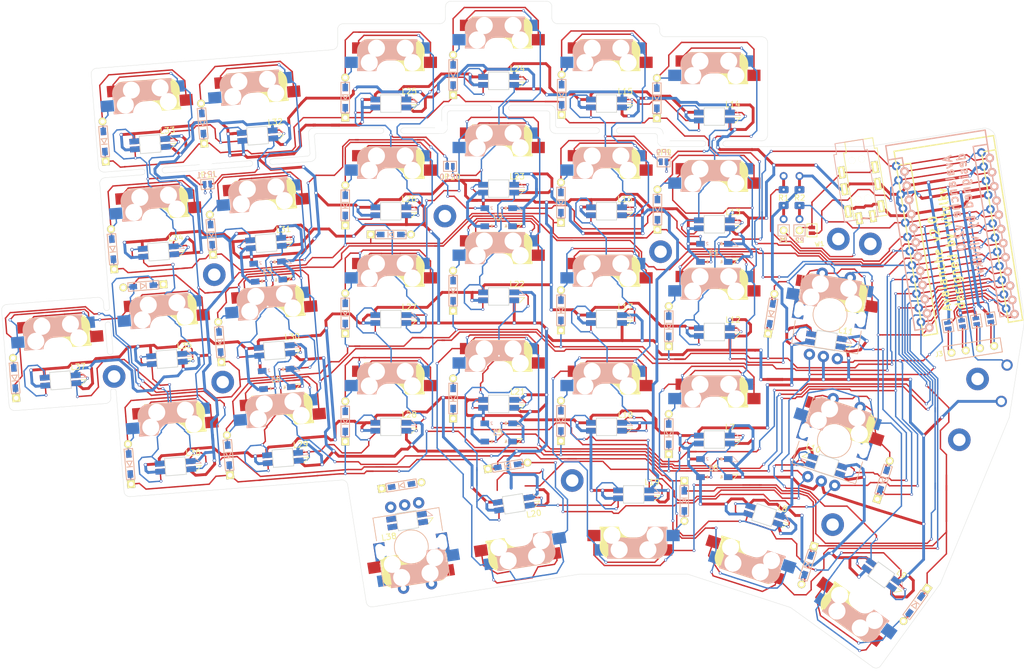
<source format=kicad_pcb>
(kicad_pcb (version 20171130) (host pcbnew 5.1.10-88a1d61d58~88~ubuntu18.04.1)
  (layers (0 F.Cu signal) (31 B.Cu signal) (34 B.Paste user) (35 F.Paste user) (36 B.SilkS user) (37 F.SilkS user) (38 B.Mask user) (39 F.Mask user) (44 Edge.Cuts user))
  (net 0 "")
  (net 1 "Net-(D1-Pad2)")
  (net 2 "Net-(D2-Pad2)")
  (net 3 "Net-(D3-Pad2)")
  (net 4 "Net-(D4-Pad2)")
  (net 5 "Net-(D5-Pad2)")
  (net 6 "Net-(D6-Pad2)")
  (net 7 "Net-(D7-Pad2)")
  (net 8 "Net-(D8-Pad2)")
  (net 9 "Net-(D9-Pad2)")
  (net 10 "Net-(D10-Pad2)")
  (net 11 "Net-(D11-Pad2)")
  (net 12 "Net-(D12-Pad2)")
  (net 13 "Net-(D13-Pad2)")
  (net 14 "Net-(D14-Pad2)")
  (net 15 "Net-(D15-Pad2)")
  (net 16 "Net-(D16-Pad2)")
  (net 17 "Net-(D17-Pad2)")
  (net 18 "Net-(D18-Pad2)")
  (net 19 "Net-(D19-Pad2)")
  (net 20 "Net-(D21-Pad2)")
  (net 21 "Net-(D22-Pad2)")
  (net 22 "Net-(D23-Pad2)")
  (net 23 "Net-(D24-Pad2)")
  (net 24 "Net-(D25-Pad2)")
  (net 25 "Net-(D26-Pad2)")
  (net 26 VCC)
  (net 27 GND)
  (net 28 SDA)
  (net 29 SCL)
  (net 30 "Net-(D30-Pad2)")
  (net 31 "Net-(D29-Pad2)")
  (net 32 "Net-(D31-Pad2)")
  (net 33 "Net-(U1-Pad24)")
  (net 34 row0)
  (net 35 row1)
  (net 36 row2)
  (net 37 row3)
  (net 38 row4)
  (net 39 LED)
  (net 40 "Net-(J3-Pad1)")
  (net 41 "Net-(J3-Pad2)")
  (net 42 "Net-(J3-Pad3)")
  (net 43 "Net-(J3-Pad4)")
  (net 44 "Net-(J1-Pad3)")
  (net 45 col0)
  (net 46 col1)
  (net 47 col2)
  (net 48 col3)
  (net 49 col4)
  (net 50 col5)
  (net 51 RST)
  (net 52 DATA)
  (net 53 col6)
  (net 54 "Net-(J1-Pad4)")
  (net 55 sw20r)
  (net 56 sw27r)
  (net 57 sw28r)
  (net 58 encB)
  (net 59 encA)
  (net 60 ledA)
  (net 61 ledB)
  (net 62 ledC)
  (net 63 "Net-(JP9-Pad2)")
  (net 64 "Net-(JP9-Pad1)")
  (net 65 "Net-(JP10-Pad2)")
  (net 66 "Net-(JP11-Pad2)")
  (net 67 "Net-(JP10-Pad1)")
  (net 68 "Net-(JP11-Pad1)")
  (net 69 "Net-(L1-Pad2)")
  (net 70 "Net-(L2-Pad2)")
  (net 71 "Net-(L3-Pad2)")
  (net 72 "Net-(L4-Pad2)")
  (net 73 "Net-(L5-Pad2)")
  (net 74 "Net-(L7-Pad2)")
  (net 75 "Net-(L8-Pad2)")
  (net 76 "Net-(L10-Pad4)")
  (net 77 "Net-(L10-Pad2)")
  (net 78 "Net-(L11-Pad2)")
  (net 79 "Net-(L12-Pad2)")
  (net 80 "Net-(L14-Pad2)")
  (net 81 "Net-(L17-Pad2)")
  (net 82 "Net-(L18-Pad2)")
  (net 83 "Net-(L19-Pad2)")
  (net 84 "Net-(L20-Pad2)")
  (net 85 "Net-(L21-Pad2)")
  (net 86 "Net-(L22-Pad2)")
  (net 87 "Net-(L24-Pad2)")
  (net 88 "Net-(L27-Pad2)")
  (net 89 "Net-(L28-Pad2)")
  (net 90 "Net-(L29-Pad2)")
  (net 91 "Net-(L30-Pad2)")
  (net 92 "Net-(L32-Pad2)")
  (net 93 "Net-(L34-Pad2)")
  (net 94 "Net-(L35-Pad2)")
  (net 95 "Net-(L36-Pad2)")
  (net 96 "Net-(L37-Pad2)")
  (net 97 "Net-(D28-Pad2)")
  (net 98 "Net-(L29-Pad4)")
  (module used_footprints:CherryMX_MidHeight_Hotswap_1u (layer F.Cu) (at 146.718628 127.032442 9)
    (fp_text reference SW32)
    (fp_text value SW_Push hide)
    (pad 1 smd rect (at 7 2.58 9) (size 2.3 2) (layers B.Cu B.Paste B.Mask) (net 57 sw28r))
    (pad 1 smd rect (at -7 2.58 9) (size 2.3 2) (layers F.Cu F.Paste F.Mask) (net 57 sw28r))
    (pad 2 smd rect (at 5.7 5.12 9) (size 2.3 2) (layers F.Cu F.Paste F.Mask) (net 47 col2))
    (pad "" np_thru_hole circle (at 3.81 2.54 9) (size 3 3) (drill 3) (layers *.Cu *.Mask))
    (pad "" np_thru_hole circle (at 2.54 5.08 9) (size 3 3) (drill 3) (layers *.Cu *.Mask))
    (pad "" np_thru_hole circle (at -3.81 2.540001 9) (size 3 3) (drill 3) (layers *.Cu *.Mask))
    (pad "" np_thru_hole circle (at -2.54 5.08 9) (size 3 3) (drill 3) (layers *.Cu *.Mask))
    (pad "" np_thru_hole circle (at 0 0 279) (size 4.1 4.1) (drill 4.1) (layers *.Cu *.Mask))
    (pad "" np_thru_hole circle (at -5.08 0 189) (size 1.9 1.9) (drill 1.9) (layers *.Cu *.Mask))
    (pad "" np_thru_hole circle (at 5.08 0 189) (size 1.9 1.9) (drill 1.9) (layers *.Cu *.Mask))
    (pad 2 smd rect (at -5.7 5.12 9) (size 2.3 2) (layers B.Cu B.Paste B.Mask) (net 47 col2))
    (pad "" np_thru_hole circle (at 4.5 0 189) (size 1.7 1.7) (drill 1.7) (layers *.Cu *.Mask))
    (pad "" np_thru_hole circle (at -4.5 0 189) (size 1.7 1.7) (drill 1.7) (layers *.Cu *.Mask))
  )
  (module used_footprints:YS-SK6812MINI-E (layer F.Cu) (at 145.981121 122.385603 9)
    (fp_text reference L38 (at -3.6215 2.345 9) (layer F.SilkS))
    (fp_text value SK6812MINI_LED hide)
    (fp_line (start 1.8 -1.55) (end -1.8 -1.55) (layer Edge.Cuts) (width 0.12))
    (fp_line (start 1.8 1.55) (end 1.8 -1.55) (layer Edge.Cuts) (width 0.12))
    (fp_line (start -1.8 1.55) (end 1.8 1.55) (layer Edge.Cuts) (width 0.12))
    (fp_line (start -1.8 -1.55) (end -1.8 1.55) (layer Edge.Cuts) (width 0.12))
    (pad 3 smd rect (at 2.75 -0.7 9) (size 1.7 1) (layers B.Cu B.Paste B.Mask) (net 27 GND))
    (pad 2 smd rect (at -2.75 -0.7 9) (size 1.7 1) (layers B.Cu B.Paste B.Mask) (net 98 "Net-(L29-Pad4)"))
    (pad 4 smd rect (at 2.75 0.7 9) (size 1.7 1) (layers B.Cu B.Paste B.Mask) (net 89 "Net-(L28-Pad2)"))
    (pad 1 smd rect (at -2.75 0.7 9) (size 1.7 1) (layers B.Cu B.Paste B.Mask) (net 26 VCC))
    (pad 3 smd rect (at 2.75 0.7 9) (size 1.7 1) (layers F.Cu F.Paste F.Mask) (net 27 GND))
    (pad 4 smd rect (at 2.75 -0.7 9) (size 1.7 1) (layers F.Cu F.Paste F.Mask) (net 89 "Net-(L28-Pad2)"))
    (pad 2 smd rect (at -2.75 0.7 9) (size 1.7 1) (layers F.Cu F.Paste F.Mask) (net 98 "Net-(L29-Pad4)"))
    (pad 1 smd rect (at -2.75 -0.7 9) (size 1.7 1) (layers F.Cu F.Paste F.Mask) (net 26 VCC))
  )
  (module used_footprints:diode_TH_SMD (layer F.Cu) (at 144.997149 116.173044 9)
    (fp_text reference D32 hide)
    (fp_text value 1N4148 hide)
    (pad 1 smd rect (at -1.775 0 9) (size 1.3 0.95) (layers F.Cu F.Paste F.Mask) (net 38 row4))
    (pad 2 smd rect (at 1.775 0 9) (size 1.3 0.95) (layers B.Cu B.Paste B.Mask) (net 57 sw28r))
    (pad 1 smd rect (at -1.775 0 9) (size 1.3 0.95) (layers B.Cu B.Paste B.Mask) (net 38 row4))
    (pad 1 thru_hole rect (at -3.55 0 9) (size 1.397 1.397) (drill 0.8128) (layers *.Cu *.Mask F.SilkS) (net 38 row4))
    (pad 2 thru_hole circle (at 3.55 0 9) (size 1.397 1.397) (drill 0.8128) (layers *.Cu *.Mask F.SilkS) (net 57 sw28r))
    (pad 2 smd rect (at 1.775 0 9) (size 1.3 0.95) (layers F.Cu F.Paste F.Mask) (net 57 sw28r))
  )
  (module used_footprints:CherryMX_MidHeight_Hotswap_1u (layer F.Cu) (at 207.519066 125.861664 342)
    (fp_text reference SW30)
    (fp_text value SW_Push hide)
    (pad 1 smd rect (at 7 2.58 342) (size 2.3 2) (layers B.Cu B.Paste B.Mask) (net 30 "Net-(D30-Pad2)"))
    (pad 1 smd rect (at -7 2.58 342) (size 2.3 2) (layers F.Cu F.Paste F.Mask) (net 30 "Net-(D30-Pad2)"))
    (pad 2 smd rect (at 5.7 5.12 342) (size 2.3 2) (layers F.Cu F.Paste F.Mask) (net 50 col5))
    (pad "" np_thru_hole circle (at 3.81 2.54 342) (size 3 3) (drill 3) (layers *.Cu *.Mask))
    (pad "" np_thru_hole circle (at 2.54 5.08 342) (size 3 3) (drill 3) (layers *.Cu *.Mask))
    (pad "" np_thru_hole circle (at -3.81 2.540001 342) (size 3 3) (drill 3) (layers *.Cu *.Mask))
    (pad "" np_thru_hole circle (at -2.54 5.08 342) (size 3 3) (drill 3) (layers *.Cu *.Mask))
    (pad "" np_thru_hole circle (at 0 0 252) (size 4.1 4.1) (drill 4.1) (layers *.Cu *.Mask))
    (pad "" np_thru_hole circle (at -5.08 0 162) (size 1.9 1.9) (drill 1.9) (layers *.Cu *.Mask))
    (pad "" np_thru_hole circle (at 5.08 0 162) (size 1.9 1.9) (drill 1.9) (layers *.Cu *.Mask))
    (pad 2 smd rect (at -5.7 5.12 342) (size 2.3 2) (layers B.Cu B.Paste B.Mask) (net 50 col5))
    (pad "" np_thru_hole circle (at 4.5 0 162) (size 1.7 1.7) (drill 1.7) (layers *.Cu *.Mask))
    (pad "" np_thru_hole circle (at -4.5 0 162) (size 1.7 1.7) (drill 1.7) (layers *.Cu *.Mask))
  )
  (module used_footprints:CherryMX_MidHeight_Hotswap_1u (layer F.Cu) (at 200.25 103.4 180)
    (fp_text reference SW26)
    (fp_text value SW_Push hide)
    (pad 1 smd rect (at 7 2.58 180) (size 2.3 2) (layers B.Cu B.Paste B.Mask) (net 25 "Net-(D26-Pad2)"))
    (pad 1 smd rect (at -7 2.58 180) (size 2.3 2) (layers F.Cu F.Paste F.Mask) (net 25 "Net-(D26-Pad2)"))
    (pad 2 smd rect (at 5.7 5.12 180) (size 2.3 2) (layers F.Cu F.Paste F.Mask) (net 50 col5))
    (pad "" np_thru_hole circle (at 3.81 2.54 180) (size 3 3) (drill 3) (layers *.Cu *.Mask))
    (pad "" np_thru_hole circle (at 2.54 5.08 180) (size 3 3) (drill 3) (layers *.Cu *.Mask))
    (pad "" np_thru_hole circle (at -3.81 2.540001 180) (size 3 3) (drill 3) (layers *.Cu *.Mask))
    (pad "" np_thru_hole circle (at -2.54 5.08 180) (size 3 3) (drill 3) (layers *.Cu *.Mask))
    (pad "" np_thru_hole circle (at 0 0 90) (size 4.1 4.1) (drill 4.1) (layers *.Cu *.Mask))
    (pad "" np_thru_hole circle (at -5.08 0) (size 1.9 1.9) (drill 1.9) (layers *.Cu *.Mask))
    (pad "" np_thru_hole circle (at 5.08 0) (size 1.9 1.9) (drill 1.9) (layers *.Cu *.Mask))
    (pad 2 smd rect (at -5.7 5.12 180) (size 2.3 2) (layers B.Cu B.Paste B.Mask) (net 50 col5))
    (pad "" np_thru_hole circle (at 4.5 0) (size 1.7 1.7) (drill 1.7) (layers *.Cu *.Mask))
    (pad "" np_thru_hole circle (at -4.5 0) (size 1.7 1.7) (drill 1.7) (layers *.Cu *.Mask))
  )
  (module used_footprints:CherryMX_MidHeight_Hotswap_1u (layer F.Cu) (at 185.97 122.45)
    (fp_text reference SW29)
    (fp_text value SW_Push hide)
    (pad 1 smd rect (at 7 2.58) (size 2.3 2) (layers B.Cu B.Paste B.Mask) (net 31 "Net-(D29-Pad2)"))
    (pad 1 smd rect (at -7 2.58) (size 2.3 2) (layers F.Cu F.Paste F.Mask) (net 31 "Net-(D29-Pad2)"))
    (pad 2 smd rect (at 5.7 5.12) (size 2.3 2) (layers F.Cu F.Paste F.Mask) (net 49 col4))
    (pad "" np_thru_hole circle (at 3.81 2.54) (size 3 3) (drill 3) (layers *.Cu *.Mask))
    (pad "" np_thru_hole circle (at 2.54 5.08) (size 3 3) (drill 3) (layers *.Cu *.Mask))
    (pad "" np_thru_hole circle (at -3.81 2.540001) (size 3 3) (drill 3) (layers *.Cu *.Mask))
    (pad "" np_thru_hole circle (at -2.54 5.08) (size 3 3) (drill 3) (layers *.Cu *.Mask))
    (pad "" np_thru_hole circle (at 0 0 270) (size 4.1 4.1) (drill 4.1) (layers *.Cu *.Mask))
    (pad "" np_thru_hole circle (at -5.08 0 180) (size 1.9 1.9) (drill 1.9) (layers *.Cu *.Mask))
    (pad "" np_thru_hole circle (at 5.08 0 180) (size 1.9 1.9) (drill 1.9) (layers *.Cu *.Mask))
    (pad 2 smd rect (at -5.7 5.12) (size 2.3 2) (layers B.Cu B.Paste B.Mask) (net 49 col4))
    (pad "" np_thru_hole circle (at 4.5 0 180) (size 1.7 1.7) (drill 1.7) (layers *.Cu *.Mask))
    (pad "" np_thru_hole circle (at -4.5 0 180) (size 1.7 1.7) (drill 1.7) (layers *.Cu *.Mask))
  )
  (module used_footprints:CherryMX_MidHeight_Hotswap_1u (layer F.Cu) (at 165.534703 124.053498 9)
    (fp_text reference SW28)
    (fp_text value SW_Push hide)
    (pad 1 smd rect (at 7 2.58 9) (size 2.3 2) (layers B.Cu B.Paste B.Mask) (net 97 "Net-(D28-Pad2)"))
    (pad 1 smd rect (at -7 2.58 9) (size 2.3 2) (layers F.Cu F.Paste F.Mask) (net 97 "Net-(D28-Pad2)"))
    (pad 2 smd rect (at 5.7 5.12 9) (size 2.3 2) (layers F.Cu F.Paste F.Mask) (net 48 col3))
    (pad "" np_thru_hole circle (at 3.81 2.54 9) (size 3 3) (drill 3) (layers *.Cu *.Mask))
    (pad "" np_thru_hole circle (at 2.54 5.08 9) (size 3 3) (drill 3) (layers *.Cu *.Mask))
    (pad "" np_thru_hole circle (at -3.81 2.540001 9) (size 3 3) (drill 3) (layers *.Cu *.Mask))
    (pad "" np_thru_hole circle (at -2.54 5.08 9) (size 3 3) (drill 3) (layers *.Cu *.Mask))
    (pad "" np_thru_hole circle (at 0 0 279) (size 4.1 4.1) (drill 4.1) (layers *.Cu *.Mask))
    (pad "" np_thru_hole circle (at -5.08 0 189) (size 1.9 1.9) (drill 1.9) (layers *.Cu *.Mask))
    (pad "" np_thru_hole circle (at 5.08 0 189) (size 1.9 1.9) (drill 1.9) (layers *.Cu *.Mask))
    (pad 2 smd rect (at -5.7 5.12 9) (size 2.3 2) (layers B.Cu B.Paste B.Mask) (net 48 col3))
    (pad "" np_thru_hole circle (at 4.5 0 189) (size 1.7 1.7) (drill 1.7) (layers *.Cu *.Mask))
    (pad "" np_thru_hole circle (at -4.5 0 189) (size 1.7 1.7) (drill 1.7) (layers *.Cu *.Mask))
  )
  (module used_footprints:YS-SK6812MINI-E (layer F.Cu) (at 200.25 70)
    (fp_text reference L13 (at 3.3 -2.15) (layer F.SilkS))
    (fp_text value SK6812MINI_LED hide)
    (fp_line (start -1.8 -1.55) (end -1.8 1.55) (layer Edge.Cuts) (width 0.12))
    (fp_line (start -1.8 1.55) (end 1.8 1.55) (layer Edge.Cuts) (width 0.12))
    (fp_line (start 1.8 1.55) (end 1.8 -1.55) (layer Edge.Cuts) (width 0.12))
    (fp_line (start 1.8 -1.55) (end -1.8 -1.55) (layer Edge.Cuts) (width 0.12))
    (pad 3 smd rect (at 2.75 -0.7) (size 1.7 1) (layers B.Cu B.Paste B.Mask) (net 27 GND))
    (pad 2 smd rect (at -2.75 -0.7) (size 1.7 1) (layers B.Cu B.Paste B.Mask) (net 63 "Net-(JP9-Pad2)"))
    (pad 4 smd rect (at 2.75 0.7) (size 1.7 1) (layers B.Cu B.Paste B.Mask) (net 79 "Net-(L12-Pad2)"))
    (pad 1 smd rect (at -2.75 0.7) (size 1.7 1) (layers B.Cu B.Paste B.Mask) (net 26 VCC))
    (pad 3 smd rect (at 2.75 0.7) (size 1.7 1) (layers F.Cu F.Paste F.Mask) (net 27 GND))
    (pad 4 smd rect (at 2.75 -0.7) (size 1.7 1) (layers F.Cu F.Paste F.Mask) (net 79 "Net-(L12-Pad2)"))
    (pad 2 smd rect (at -2.75 0.7) (size 1.7 1) (layers F.Cu F.Paste F.Mask) (net 63 "Net-(JP9-Pad2)"))
    (pad 1 smd rect (at -2.75 -0.7) (size 1.7 1) (layers F.Cu F.Paste F.Mask) (net 26 VCC))
  )
  (module used_footprints:YS-SK6812MINI-E (layer F.Cu) (at 84.740172 97.597235 4.5)
    (fp_text reference L37 (at 3.3 -2.15 4.5) (layer F.SilkS))
    (fp_text value SK6812MINI_LED hide)
    (fp_line (start -1.8 -1.55) (end -1.8 1.55) (layer Edge.Cuts) (width 0.12))
    (fp_line (start -1.8 1.55) (end 1.8 1.55) (layer Edge.Cuts) (width 0.12))
    (fp_line (start 1.8 1.55) (end 1.8 -1.55) (layer Edge.Cuts) (width 0.12))
    (fp_line (start 1.8 -1.55) (end -1.8 -1.55) (layer Edge.Cuts) (width 0.12))
    (pad 3 smd rect (at 2.75 -0.7 4.5) (size 1.7 1) (layers B.Cu B.Paste B.Mask) (net 27 GND))
    (pad 2 smd rect (at -2.75 -0.7 4.5) (size 1.7 1) (layers B.Cu B.Paste B.Mask) (net 96 "Net-(L37-Pad2)"))
    (pad 4 smd rect (at 2.75 0.7 4.5) (size 1.7 1) (layers B.Cu B.Paste B.Mask) (net 95 "Net-(L36-Pad2)"))
    (pad 1 smd rect (at -2.75 0.7 4.5) (size 1.7 1) (layers B.Cu B.Paste B.Mask) (net 26 VCC))
    (pad 3 smd rect (at 2.75 0.7 4.5) (size 1.7 1) (layers F.Cu F.Paste F.Mask) (net 27 GND))
    (pad 4 smd rect (at 2.75 -0.7 4.5) (size 1.7 1) (layers F.Cu F.Paste F.Mask) (net 95 "Net-(L36-Pad2)"))
    (pad 2 smd rect (at -2.75 0.7 4.5) (size 1.7 1) (layers F.Cu F.Paste F.Mask) (net 96 "Net-(L37-Pad2)"))
    (pad 1 smd rect (at -2.75 -0.7 4.5) (size 1.7 1) (layers F.Cu F.Paste F.Mask) (net 26 VCC))
  )
  (module used_footprints:YS-SK6812MINI-E (layer F.Cu) (at 105.045637 112.800954 4.5)
    (fp_text reference L36 (at 3.3 -2.15 4.5) (layer F.SilkS))
    (fp_text value SK6812MINI_LED hide)
    (fp_line (start -1.8 -1.55) (end -1.8 1.55) (layer Edge.Cuts) (width 0.12))
    (fp_line (start -1.8 1.55) (end 1.8 1.55) (layer Edge.Cuts) (width 0.12))
    (fp_line (start 1.8 1.55) (end 1.8 -1.55) (layer Edge.Cuts) (width 0.12))
    (fp_line (start 1.8 -1.55) (end -1.8 -1.55) (layer Edge.Cuts) (width 0.12))
    (pad 3 smd rect (at 2.75 -0.7 4.5) (size 1.7 1) (layers B.Cu B.Paste B.Mask) (net 27 GND))
    (pad 2 smd rect (at -2.75 -0.7 4.5) (size 1.7 1) (layers B.Cu B.Paste B.Mask) (net 95 "Net-(L36-Pad2)"))
    (pad 4 smd rect (at 2.75 0.7 4.5) (size 1.7 1) (layers B.Cu B.Paste B.Mask) (net 94 "Net-(L35-Pad2)"))
    (pad 1 smd rect (at -2.75 0.7 4.5) (size 1.7 1) (layers B.Cu B.Paste B.Mask) (net 26 VCC))
    (pad 3 smd rect (at 2.75 0.7 4.5) (size 1.7 1) (layers F.Cu F.Paste F.Mask) (net 27 GND))
    (pad 4 smd rect (at 2.75 -0.7 4.5) (size 1.7 1) (layers F.Cu F.Paste F.Mask) (net 94 "Net-(L35-Pad2)"))
    (pad 2 smd rect (at -2.75 0.7 4.5) (size 1.7 1) (layers F.Cu F.Paste F.Mask) (net 95 "Net-(L36-Pad2)"))
    (pad 1 smd rect (at -2.75 -0.7 4.5) (size 1.7 1) (layers F.Cu F.Paste F.Mask) (net 26 VCC))
  )
  (module used_footprints:YS-SK6812MINI-E (layer F.Cu) (at 103.550991 93.809679 4.5)
    (fp_text reference L35 (at 3.25 -2.1 4.5) (layer F.SilkS))
    (fp_text value SK6812MINI_LED hide)
    (fp_line (start -1.8 -1.55) (end -1.8 1.55) (layer Edge.Cuts) (width 0.12))
    (fp_line (start -1.8 1.55) (end 1.8 1.55) (layer Edge.Cuts) (width 0.12))
    (fp_line (start 1.8 1.55) (end 1.8 -1.55) (layer Edge.Cuts) (width 0.12))
    (fp_line (start 1.8 -1.55) (end -1.8 -1.55) (layer Edge.Cuts) (width 0.12))
    (pad 3 smd rect (at 2.75 -0.7 4.5) (size 1.7 1) (layers B.Cu B.Paste B.Mask) (net 27 GND))
    (pad 2 smd rect (at -2.75 -0.7 4.5) (size 1.7 1) (layers B.Cu B.Paste B.Mask) (net 94 "Net-(L35-Pad2)"))
    (pad 4 smd rect (at 2.75 0.7 4.5) (size 1.7 1) (layers B.Cu B.Paste B.Mask) (net 93 "Net-(L34-Pad2)"))
    (pad 1 smd rect (at -2.75 0.7 4.5) (size 1.7 1) (layers B.Cu B.Paste B.Mask) (net 26 VCC))
    (pad 3 smd rect (at 2.75 0.7 4.5) (size 1.7 1) (layers F.Cu F.Paste F.Mask) (net 27 GND))
    (pad 4 smd rect (at 2.75 -0.7 4.5) (size 1.7 1) (layers F.Cu F.Paste F.Mask) (net 93 "Net-(L34-Pad2)"))
    (pad 2 smd rect (at -2.75 0.7 4.5) (size 1.7 1) (layers F.Cu F.Paste F.Mask) (net 94 "Net-(L35-Pad2)"))
    (pad 1 smd rect (at -2.75 -0.7 4.5) (size 1.7 1) (layers F.Cu F.Paste F.Mask) (net 26 VCC))
  )
  (module used_footprints:YS-SK6812MINI-E (layer F.Cu) (at 102.056345 74.818404 4.5)
    (fp_text reference L34 (at 3.25 -2.15 4.5) (layer F.SilkS))
    (fp_text value SK6812MINI_LED hide)
    (fp_line (start -1.8 -1.55) (end -1.8 1.55) (layer Edge.Cuts) (width 0.12))
    (fp_line (start -1.8 1.55) (end 1.8 1.55) (layer Edge.Cuts) (width 0.12))
    (fp_line (start 1.8 1.55) (end 1.8 -1.55) (layer Edge.Cuts) (width 0.12))
    (fp_line (start 1.8 -1.55) (end -1.8 -1.55) (layer Edge.Cuts) (width 0.12))
    (pad 3 smd rect (at 2.75 -0.7 4.5) (size 1.7 1) (layers B.Cu B.Paste B.Mask) (net 27 GND))
    (pad 2 smd rect (at -2.75 -0.7 4.5) (size 1.7 1) (layers B.Cu B.Paste B.Mask) (net 93 "Net-(L34-Pad2)"))
    (pad 4 smd rect (at 2.75 0.7 4.5) (size 1.7 1) (layers B.Cu B.Paste B.Mask) (net 68 "Net-(JP11-Pad1)"))
    (pad 1 smd rect (at -2.75 0.7 4.5) (size 1.7 1) (layers B.Cu B.Paste B.Mask) (net 26 VCC))
    (pad 3 smd rect (at 2.75 0.7 4.5) (size 1.7 1) (layers F.Cu F.Paste F.Mask) (net 27 GND))
    (pad 4 smd rect (at 2.75 -0.7 4.5) (size 1.7 1) (layers F.Cu F.Paste F.Mask) (net 68 "Net-(JP11-Pad1)"))
    (pad 2 smd rect (at -2.75 0.7 4.5) (size 1.7 1) (layers F.Cu F.Paste F.Mask) (net 93 "Net-(L34-Pad2)"))
    (pad 1 smd rect (at -2.75 -0.7 4.5) (size 1.7 1) (layers F.Cu F.Paste F.Mask) (net 26 VCC))
  )
  (module used_footprints:YS-SK6812MINI-E (layer F.Cu) (at 100.5617 55.827129 4.5)
    (fp_text reference L33 (at 3.25 -2.15 4.5) (layer F.SilkS))
    (fp_text value SK6812MINI_LED hide)
    (fp_line (start -1.8 -1.55) (end -1.8 1.55) (layer Edge.Cuts) (width 0.12))
    (fp_line (start -1.8 1.55) (end 1.8 1.55) (layer Edge.Cuts) (width 0.12))
    (fp_line (start 1.8 1.55) (end 1.8 -1.55) (layer Edge.Cuts) (width 0.12))
    (fp_line (start 1.8 -1.55) (end -1.8 -1.55) (layer Edge.Cuts) (width 0.12))
    (pad 3 smd rect (at 2.75 -0.7 4.5) (size 1.7 1) (layers B.Cu B.Paste B.Mask) (net 27 GND))
    (pad 2 smd rect (at -2.75 -0.7 4.5) (size 1.7 1) (layers B.Cu B.Paste B.Mask) (net 68 "Net-(JP11-Pad1)"))
    (pad 4 smd rect (at 2.75 0.7 4.5) (size 1.7 1) (layers B.Cu B.Paste B.Mask) (net 92 "Net-(L32-Pad2)"))
    (pad 1 smd rect (at -2.75 0.7 4.5) (size 1.7 1) (layers B.Cu B.Paste B.Mask) (net 26 VCC))
    (pad 3 smd rect (at 2.75 0.7 4.5) (size 1.7 1) (layers F.Cu F.Paste F.Mask) (net 27 GND))
    (pad 4 smd rect (at 2.75 -0.7 4.5) (size 1.7 1) (layers F.Cu F.Paste F.Mask) (net 92 "Net-(L32-Pad2)"))
    (pad 2 smd rect (at -2.75 0.7 4.5) (size 1.7 1) (layers F.Cu F.Paste F.Mask) (net 68 "Net-(JP11-Pad1)"))
    (pad 1 smd rect (at -2.75 -0.7 4.5) (size 1.7 1) (layers F.Cu F.Paste F.Mask) (net 26 VCC))
  )
  (module used_footprints:YS-SK6812MINI-E (layer F.Cu) (at 119.552975 54.332483 4.5)
    (fp_text reference L32 (at 3.3 -2.15 4.5) (layer F.SilkS))
    (fp_text value SK6812MINI_LED hide)
    (fp_line (start -1.8 -1.55) (end -1.8 1.55) (layer Edge.Cuts) (width 0.12))
    (fp_line (start -1.8 1.55) (end 1.8 1.55) (layer Edge.Cuts) (width 0.12))
    (fp_line (start 1.8 1.55) (end 1.8 -1.55) (layer Edge.Cuts) (width 0.12))
    (fp_line (start 1.8 -1.55) (end -1.8 -1.55) (layer Edge.Cuts) (width 0.12))
    (pad 3 smd rect (at 2.75 -0.7 4.5) (size 1.7 1) (layers B.Cu B.Paste B.Mask) (net 27 GND))
    (pad 2 smd rect (at -2.75 -0.7 4.5) (size 1.7 1) (layers B.Cu B.Paste B.Mask) (net 92 "Net-(L32-Pad2)"))
    (pad 4 smd rect (at 2.75 0.7 4.5) (size 1.7 1) (layers B.Cu B.Paste B.Mask) (net 66 "Net-(JP11-Pad2)"))
    (pad 1 smd rect (at -2.75 0.7 4.5) (size 1.7 1) (layers B.Cu B.Paste B.Mask) (net 26 VCC))
    (pad 3 smd rect (at 2.75 0.7 4.5) (size 1.7 1) (layers F.Cu F.Paste F.Mask) (net 27 GND))
    (pad 4 smd rect (at 2.75 -0.7 4.5) (size 1.7 1) (layers F.Cu F.Paste F.Mask) (net 66 "Net-(JP11-Pad2)"))
    (pad 2 smd rect (at -2.75 0.7 4.5) (size 1.7 1) (layers F.Cu F.Paste F.Mask) (net 92 "Net-(L32-Pad2)"))
    (pad 1 smd rect (at -2.75 -0.7 4.5) (size 1.7 1) (layers F.Cu F.Paste F.Mask) (net 26 VCC))
  )
  (module used_footprints:YS-SK6812MINI-E (layer F.Cu) (at 121.047621 73.323758 4.5)
    (fp_text reference L31 (at 3.25 -2.15 4.5) (layer F.SilkS))
    (fp_text value SK6812MINI_LED hide)
    (fp_line (start -1.8 -1.55) (end -1.8 1.55) (layer Edge.Cuts) (width 0.12))
    (fp_line (start -1.8 1.55) (end 1.8 1.55) (layer Edge.Cuts) (width 0.12))
    (fp_line (start 1.8 1.55) (end 1.8 -1.55) (layer Edge.Cuts) (width 0.12))
    (fp_line (start 1.8 -1.55) (end -1.8 -1.55) (layer Edge.Cuts) (width 0.12))
    (pad 3 smd rect (at 2.75 -0.7 4.5) (size 1.7 1) (layers B.Cu B.Paste B.Mask) (net 27 GND))
    (pad 2 smd rect (at -2.75 -0.7 4.5) (size 1.7 1) (layers B.Cu B.Paste B.Mask) (net 66 "Net-(JP11-Pad2)"))
    (pad 4 smd rect (at 2.75 0.7 4.5) (size 1.7 1) (layers B.Cu B.Paste B.Mask) (net 91 "Net-(L30-Pad2)"))
    (pad 1 smd rect (at -2.75 0.7 4.5) (size 1.7 1) (layers B.Cu B.Paste B.Mask) (net 26 VCC))
    (pad 3 smd rect (at 2.75 0.7 4.5) (size 1.7 1) (layers F.Cu F.Paste F.Mask) (net 27 GND))
    (pad 4 smd rect (at 2.75 -0.7 4.5) (size 1.7 1) (layers F.Cu F.Paste F.Mask) (net 91 "Net-(L30-Pad2)"))
    (pad 2 smd rect (at -2.75 0.7 4.5) (size 1.7 1) (layers F.Cu F.Paste F.Mask) (net 66 "Net-(JP11-Pad2)"))
    (pad 1 smd rect (at -2.75 -0.7 4.5) (size 1.7 1) (layers F.Cu F.Paste F.Mask) (net 26 VCC))
  )
  (module used_footprints:YS-SK6812MINI-E (layer F.Cu) (at 122.542266 92.315033 4.5)
    (fp_text reference L30 (at 3.3 -2.15 4.5) (layer F.SilkS))
    (fp_text value SK6812MINI_LED hide)
    (fp_line (start -1.8 -1.55) (end -1.8 1.55) (layer Edge.Cuts) (width 0.12))
    (fp_line (start -1.8 1.55) (end 1.8 1.55) (layer Edge.Cuts) (width 0.12))
    (fp_line (start 1.8 1.55) (end 1.8 -1.55) (layer Edge.Cuts) (width 0.12))
    (fp_line (start 1.8 -1.55) (end -1.8 -1.55) (layer Edge.Cuts) (width 0.12))
    (pad 3 smd rect (at 2.75 -0.7 4.5) (size 1.7 1) (layers B.Cu B.Paste B.Mask) (net 27 GND))
    (pad 2 smd rect (at -2.75 -0.7 4.5) (size 1.7 1) (layers B.Cu B.Paste B.Mask) (net 91 "Net-(L30-Pad2)"))
    (pad 4 smd rect (at 2.75 0.7 4.5) (size 1.7 1) (layers B.Cu B.Paste B.Mask) (net 90 "Net-(L29-Pad2)"))
    (pad 1 smd rect (at -2.75 0.7 4.5) (size 1.7 1) (layers B.Cu B.Paste B.Mask) (net 26 VCC))
    (pad 3 smd rect (at 2.75 0.7 4.5) (size 1.7 1) (layers F.Cu F.Paste F.Mask) (net 27 GND))
    (pad 4 smd rect (at 2.75 -0.7 4.5) (size 1.7 1) (layers F.Cu F.Paste F.Mask) (net 90 "Net-(L29-Pad2)"))
    (pad 2 smd rect (at -2.75 0.7 4.5) (size 1.7 1) (layers F.Cu F.Paste F.Mask) (net 91 "Net-(L30-Pad2)"))
    (pad 1 smd rect (at -2.75 -0.7 4.5) (size 1.7 1) (layers F.Cu F.Paste F.Mask) (net 26 VCC))
  )
  (module used_footprints:YS-SK6812MINI-E (layer F.Cu) (at 124.036912 111.306309 4.5)
    (fp_text reference L29 (at 3.3 -2.1 4.5) (layer F.SilkS))
    (fp_text value SK6812MINI_LED hide)
    (fp_line (start -1.8 -1.55) (end -1.8 1.55) (layer Edge.Cuts) (width 0.12))
    (fp_line (start -1.8 1.55) (end 1.8 1.55) (layer Edge.Cuts) (width 0.12))
    (fp_line (start 1.8 1.55) (end 1.8 -1.55) (layer Edge.Cuts) (width 0.12))
    (fp_line (start 1.8 -1.55) (end -1.8 -1.55) (layer Edge.Cuts) (width 0.12))
    (pad 3 smd rect (at 2.75 -0.7 4.5) (size 1.7 1) (layers B.Cu B.Paste B.Mask) (net 27 GND))
    (pad 2 smd rect (at -2.75 -0.7 4.5) (size 1.7 1) (layers B.Cu B.Paste B.Mask) (net 90 "Net-(L29-Pad2)"))
    (pad 4 smd rect (at 2.75 0.7 4.5) (size 1.7 1) (layers B.Cu B.Paste B.Mask) (net 98 "Net-(L29-Pad4)"))
    (pad 1 smd rect (at -2.75 0.7 4.5) (size 1.7 1) (layers B.Cu B.Paste B.Mask) (net 26 VCC))
    (pad 3 smd rect (at 2.75 0.7 4.5) (size 1.7 1) (layers F.Cu F.Paste F.Mask) (net 27 GND))
    (pad 4 smd rect (at 2.75 -0.7 4.5) (size 1.7 1) (layers F.Cu F.Paste F.Mask) (net 98 "Net-(L29-Pad4)"))
    (pad 2 smd rect (at -2.75 0.7 4.5) (size 1.7 1) (layers F.Cu F.Paste F.Mask) (net 90 "Net-(L29-Pad2)"))
    (pad 1 smd rect (at -2.75 -0.7 4.5) (size 1.7 1) (layers F.Cu F.Paste F.Mask) (net 26 VCC))
  )
  (module used_footprints:YS-SK6812MINI-E (layer F.Cu) (at 143.1 105.8)
    (fp_text reference L28 (at 3.25 -2.15) (layer F.SilkS))
    (fp_text value SK6812MINI_LED hide)
    (fp_line (start -1.8 -1.55) (end -1.8 1.55) (layer Edge.Cuts) (width 0.12))
    (fp_line (start -1.8 1.55) (end 1.8 1.55) (layer Edge.Cuts) (width 0.12))
    (fp_line (start 1.8 1.55) (end 1.8 -1.55) (layer Edge.Cuts) (width 0.12))
    (fp_line (start 1.8 -1.55) (end -1.8 -1.55) (layer Edge.Cuts) (width 0.12))
    (pad 3 smd rect (at 2.75 -0.7) (size 1.7 1) (layers B.Cu B.Paste B.Mask) (net 27 GND))
    (pad 2 smd rect (at -2.75 -0.7) (size 1.7 1) (layers B.Cu B.Paste B.Mask) (net 89 "Net-(L28-Pad2)"))
    (pad 4 smd rect (at 2.75 0.7) (size 1.7 1) (layers B.Cu B.Paste B.Mask) (net 88 "Net-(L27-Pad2)"))
    (pad 1 smd rect (at -2.75 0.7) (size 1.7 1) (layers B.Cu B.Paste B.Mask) (net 26 VCC))
    (pad 3 smd rect (at 2.75 0.7) (size 1.7 1) (layers F.Cu F.Paste F.Mask) (net 27 GND))
    (pad 4 smd rect (at 2.75 -0.7) (size 1.7 1) (layers F.Cu F.Paste F.Mask) (net 88 "Net-(L27-Pad2)"))
    (pad 2 smd rect (at -2.75 0.7) (size 1.7 1) (layers F.Cu F.Paste F.Mask) (net 89 "Net-(L28-Pad2)"))
    (pad 1 smd rect (at -2.75 -0.7) (size 1.7 1) (layers F.Cu F.Paste F.Mask) (net 26 VCC))
  )
  (module used_footprints:YS-SK6812MINI-E (layer F.Cu) (at 143.1 86.75)
    (fp_text reference L27 (at 3.25 -2.1) (layer F.SilkS))
    (fp_text value SK6812MINI_LED hide)
    (fp_line (start -1.8 -1.55) (end -1.8 1.55) (layer Edge.Cuts) (width 0.12))
    (fp_line (start -1.8 1.55) (end 1.8 1.55) (layer Edge.Cuts) (width 0.12))
    (fp_line (start 1.8 1.55) (end 1.8 -1.55) (layer Edge.Cuts) (width 0.12))
    (fp_line (start 1.8 -1.55) (end -1.8 -1.55) (layer Edge.Cuts) (width 0.12))
    (pad 3 smd rect (at 2.75 -0.7) (size 1.7 1) (layers B.Cu B.Paste B.Mask) (net 27 GND))
    (pad 2 smd rect (at -2.75 -0.7) (size 1.7 1) (layers B.Cu B.Paste B.Mask) (net 88 "Net-(L27-Pad2)"))
    (pad 4 smd rect (at 2.75 0.7) (size 1.7 1) (layers B.Cu B.Paste B.Mask) (net 62 ledC))
    (pad 1 smd rect (at -2.75 0.7) (size 1.7 1) (layers B.Cu B.Paste B.Mask) (net 26 VCC))
    (pad 3 smd rect (at 2.75 0.7) (size 1.7 1) (layers F.Cu F.Paste F.Mask) (net 27 GND))
    (pad 4 smd rect (at 2.75 -0.7) (size 1.7 1) (layers F.Cu F.Paste F.Mask) (net 62 ledC))
    (pad 2 smd rect (at -2.75 0.7) (size 1.7 1) (layers F.Cu F.Paste F.Mask) (net 88 "Net-(L27-Pad2)"))
    (pad 1 smd rect (at -2.75 -0.7) (size 1.7 1) (layers F.Cu F.Paste F.Mask) (net 26 VCC))
  )
  (module used_footprints:YS-SK6812MINI-E (layer F.Cu) (at 143.1 67.7)
    (fp_text reference L26 (at 3.2 -2.15) (layer F.SilkS))
    (fp_text value SK6812MINI_LED hide)
    (fp_line (start -1.8 -1.55) (end -1.8 1.55) (layer Edge.Cuts) (width 0.12))
    (fp_line (start -1.8 1.55) (end 1.8 1.55) (layer Edge.Cuts) (width 0.12))
    (fp_line (start 1.8 1.55) (end 1.8 -1.55) (layer Edge.Cuts) (width 0.12))
    (fp_line (start 1.8 -1.55) (end -1.8 -1.55) (layer Edge.Cuts) (width 0.12))
    (pad 3 smd rect (at 2.75 -0.7) (size 1.7 1) (layers B.Cu B.Paste B.Mask) (net 27 GND))
    (pad 2 smd rect (at -2.75 -0.7) (size 1.7 1) (layers B.Cu B.Paste B.Mask) (net 62 ledC))
    (pad 4 smd rect (at 2.75 0.7) (size 1.7 1) (layers B.Cu B.Paste B.Mask) (net 67 "Net-(JP10-Pad1)"))
    (pad 1 smd rect (at -2.75 0.7) (size 1.7 1) (layers B.Cu B.Paste B.Mask) (net 26 VCC))
    (pad 3 smd rect (at 2.75 0.7) (size 1.7 1) (layers F.Cu F.Paste F.Mask) (net 27 GND))
    (pad 4 smd rect (at 2.75 -0.7) (size 1.7 1) (layers F.Cu F.Paste F.Mask) (net 67 "Net-(JP10-Pad1)"))
    (pad 2 smd rect (at -2.75 0.7) (size 1.7 1) (layers F.Cu F.Paste F.Mask) (net 62 ledC))
    (pad 1 smd rect (at -2.75 -0.7) (size 1.7 1) (layers F.Cu F.Paste F.Mask) (net 26 VCC))
  )
  (module used_footprints:YS-SK6812MINI-E (layer F.Cu) (at 143.1 48.65)
    (fp_text reference L25 (at 3.25 -2.15) (layer F.SilkS))
    (fp_text value SK6812MINI_LED hide)
    (fp_line (start -1.8 -1.55) (end -1.8 1.55) (layer Edge.Cuts) (width 0.12))
    (fp_line (start -1.8 1.55) (end 1.8 1.55) (layer Edge.Cuts) (width 0.12))
    (fp_line (start 1.8 1.55) (end 1.8 -1.55) (layer Edge.Cuts) (width 0.12))
    (fp_line (start 1.8 -1.55) (end -1.8 -1.55) (layer Edge.Cuts) (width 0.12))
    (pad 3 smd rect (at 2.75 -0.7) (size 1.7 1) (layers B.Cu B.Paste B.Mask) (net 27 GND))
    (pad 2 smd rect (at -2.75 -0.7) (size 1.7 1) (layers B.Cu B.Paste B.Mask) (net 67 "Net-(JP10-Pad1)"))
    (pad 4 smd rect (at 2.75 0.7) (size 1.7 1) (layers B.Cu B.Paste B.Mask) (net 87 "Net-(L24-Pad2)"))
    (pad 1 smd rect (at -2.75 0.7) (size 1.7 1) (layers B.Cu B.Paste B.Mask) (net 26 VCC))
    (pad 3 smd rect (at 2.75 0.7) (size 1.7 1) (layers F.Cu F.Paste F.Mask) (net 27 GND))
    (pad 4 smd rect (at 2.75 -0.7) (size 1.7 1) (layers F.Cu F.Paste F.Mask) (net 87 "Net-(L24-Pad2)"))
    (pad 2 smd rect (at -2.75 0.7) (size 1.7 1) (layers F.Cu F.Paste F.Mask) (net 67 "Net-(JP10-Pad1)"))
    (pad 1 smd rect (at -2.75 -0.7) (size 1.7 1) (layers F.Cu F.Paste F.Mask) (net 26 VCC))
  )
  (module used_footprints:YS-SK6812MINI-E (layer F.Cu) (at 162.15 44.65)
    (fp_text reference L24 (at 3.3 -2.15) (layer F.SilkS))
    (fp_text value SK6812MINI_LED hide)
    (fp_line (start -1.8 -1.55) (end -1.8 1.55) (layer Edge.Cuts) (width 0.12))
    (fp_line (start -1.8 1.55) (end 1.8 1.55) (layer Edge.Cuts) (width 0.12))
    (fp_line (start 1.8 1.55) (end 1.8 -1.55) (layer Edge.Cuts) (width 0.12))
    (fp_line (start 1.8 -1.55) (end -1.8 -1.55) (layer Edge.Cuts) (width 0.12))
    (pad 3 smd rect (at 2.75 -0.7) (size 1.7 1) (layers B.Cu B.Paste B.Mask) (net 27 GND))
    (pad 2 smd rect (at -2.75 -0.7) (size 1.7 1) (layers B.Cu B.Paste B.Mask) (net 87 "Net-(L24-Pad2)"))
    (pad 4 smd rect (at 2.75 0.7) (size 1.7 1) (layers B.Cu B.Paste B.Mask) (net 65 "Net-(JP10-Pad2)"))
    (pad 1 smd rect (at -2.75 0.7) (size 1.7 1) (layers B.Cu B.Paste B.Mask) (net 26 VCC))
    (pad 3 smd rect (at 2.75 0.7) (size 1.7 1) (layers F.Cu F.Paste F.Mask) (net 27 GND))
    (pad 4 smd rect (at 2.75 -0.7) (size 1.7 1) (layers F.Cu F.Paste F.Mask) (net 65 "Net-(JP10-Pad2)"))
    (pad 2 smd rect (at -2.75 0.7) (size 1.7 1) (layers F.Cu F.Paste F.Mask) (net 87 "Net-(L24-Pad2)"))
    (pad 1 smd rect (at -2.75 -0.7) (size 1.7 1) (layers F.Cu F.Paste F.Mask) (net 26 VCC))
  )
  (module used_footprints:YS-SK6812MINI-E (layer F.Cu) (at 162.15 63.7)
    (fp_text reference L23 (at 3.25 -2.15) (layer F.SilkS))
    (fp_text value SK6812MINI_LED hide)
    (fp_line (start -1.8 -1.55) (end -1.8 1.55) (layer Edge.Cuts) (width 0.12))
    (fp_line (start -1.8 1.55) (end 1.8 1.55) (layer Edge.Cuts) (width 0.12))
    (fp_line (start 1.8 1.55) (end 1.8 -1.55) (layer Edge.Cuts) (width 0.12))
    (fp_line (start 1.8 -1.55) (end -1.8 -1.55) (layer Edge.Cuts) (width 0.12))
    (pad 3 smd rect (at 2.75 -0.7) (size 1.7 1) (layers B.Cu B.Paste B.Mask) (net 27 GND))
    (pad 2 smd rect (at -2.75 -0.7) (size 1.7 1) (layers B.Cu B.Paste B.Mask) (net 65 "Net-(JP10-Pad2)"))
    (pad 4 smd rect (at 2.75 0.7) (size 1.7 1) (layers B.Cu B.Paste B.Mask) (net 86 "Net-(L22-Pad2)"))
    (pad 1 smd rect (at -2.75 0.7) (size 1.7 1) (layers B.Cu B.Paste B.Mask) (net 26 VCC))
    (pad 3 smd rect (at 2.75 0.7) (size 1.7 1) (layers F.Cu F.Paste F.Mask) (net 27 GND))
    (pad 4 smd rect (at 2.75 -0.7) (size 1.7 1) (layers F.Cu F.Paste F.Mask) (net 86 "Net-(L22-Pad2)"))
    (pad 2 smd rect (at -2.75 0.7) (size 1.7 1) (layers F.Cu F.Paste F.Mask) (net 65 "Net-(JP10-Pad2)"))
    (pad 1 smd rect (at -2.75 -0.7) (size 1.7 1) (layers F.Cu F.Paste F.Mask) (net 26 VCC))
  )
  (module used_footprints:YS-SK6812MINI-E (layer F.Cu) (at 162.15 82.75)
    (fp_text reference L22 (at 3.25 -2.15) (layer F.SilkS))
    (fp_text value SK6812MINI_LED hide)
    (fp_line (start -1.8 -1.55) (end -1.8 1.55) (layer Edge.Cuts) (width 0.12))
    (fp_line (start -1.8 1.55) (end 1.8 1.55) (layer Edge.Cuts) (width 0.12))
    (fp_line (start 1.8 1.55) (end 1.8 -1.55) (layer Edge.Cuts) (width 0.12))
    (fp_line (start 1.8 -1.55) (end -1.8 -1.55) (layer Edge.Cuts) (width 0.12))
    (pad 3 smd rect (at 2.75 -0.7) (size 1.7 1) (layers B.Cu B.Paste B.Mask) (net 27 GND))
    (pad 2 smd rect (at -2.75 -0.7) (size 1.7 1) (layers B.Cu B.Paste B.Mask) (net 86 "Net-(L22-Pad2)"))
    (pad 4 smd rect (at 2.75 0.7) (size 1.7 1) (layers B.Cu B.Paste B.Mask) (net 85 "Net-(L21-Pad2)"))
    (pad 1 smd rect (at -2.75 0.7) (size 1.7 1) (layers B.Cu B.Paste B.Mask) (net 26 VCC))
    (pad 3 smd rect (at 2.75 0.7) (size 1.7 1) (layers F.Cu F.Paste F.Mask) (net 27 GND))
    (pad 4 smd rect (at 2.75 -0.7) (size 1.7 1) (layers F.Cu F.Paste F.Mask) (net 85 "Net-(L21-Pad2)"))
    (pad 2 smd rect (at -2.75 0.7) (size 1.7 1) (layers F.Cu F.Paste F.Mask) (net 86 "Net-(L22-Pad2)"))
    (pad 1 smd rect (at -2.75 -0.7) (size 1.7 1) (layers F.Cu F.Paste F.Mask) (net 26 VCC))
  )
  (module used_footprints:YS-SK6812MINI-E (layer F.Cu) (at 162.15 101.75)
    (fp_text reference L21 (at 3.35 -2.15) (layer F.SilkS))
    (fp_text value SK6812MINI_LED hide)
    (fp_line (start -1.8 -1.55) (end -1.8 1.55) (layer Edge.Cuts) (width 0.12))
    (fp_line (start -1.8 1.55) (end 1.8 1.55) (layer Edge.Cuts) (width 0.12))
    (fp_line (start 1.8 1.55) (end 1.8 -1.55) (layer Edge.Cuts) (width 0.12))
    (fp_line (start 1.8 -1.55) (end -1.8 -1.55) (layer Edge.Cuts) (width 0.12))
    (pad 3 smd rect (at 2.75 -0.7) (size 1.7 1) (layers B.Cu B.Paste B.Mask) (net 27 GND))
    (pad 2 smd rect (at -2.75 -0.7) (size 1.7 1) (layers B.Cu B.Paste B.Mask) (net 85 "Net-(L21-Pad2)"))
    (pad 4 smd rect (at 2.75 0.7) (size 1.7 1) (layers B.Cu B.Paste B.Mask) (net 84 "Net-(L20-Pad2)"))
    (pad 1 smd rect (at -2.75 0.7) (size 1.7 1) (layers B.Cu B.Paste B.Mask) (net 26 VCC))
    (pad 3 smd rect (at 2.75 0.7) (size 1.7 1) (layers F.Cu F.Paste F.Mask) (net 27 GND))
    (pad 4 smd rect (at 2.75 -0.7) (size 1.7 1) (layers F.Cu F.Paste F.Mask) (net 84 "Net-(L20-Pad2)"))
    (pad 2 smd rect (at -2.75 0.7) (size 1.7 1) (layers F.Cu F.Paste F.Mask) (net 85 "Net-(L21-Pad2)"))
    (pad 1 smd rect (at -2.75 -0.7) (size 1.7 1) (layers F.Cu F.Paste F.Mask) (net 26 VCC))
  )
  (module used_footprints:YS-SK6812MINI-E (layer F.Cu) (at 164.81 119.42 9)
    (fp_text reference L20 (at 3.232533 2.283797 9) (layer F.SilkS))
    (fp_text value SK6812MINI_LED hide)
    (fp_line (start -1.8 -1.55) (end -1.8 1.55) (layer Edge.Cuts) (width 0.12))
    (fp_line (start -1.8 1.55) (end 1.8 1.55) (layer Edge.Cuts) (width 0.12))
    (fp_line (start 1.8 1.55) (end 1.8 -1.55) (layer Edge.Cuts) (width 0.12))
    (fp_line (start 1.8 -1.55) (end -1.8 -1.55) (layer Edge.Cuts) (width 0.12))
    (pad 3 smd rect (at 2.75 -0.7 9) (size 1.7 1) (layers B.Cu B.Paste B.Mask) (net 27 GND))
    (pad 2 smd rect (at -2.75 -0.7 9) (size 1.7 1) (layers B.Cu B.Paste B.Mask) (net 84 "Net-(L20-Pad2)"))
    (pad 4 smd rect (at 2.75 0.7 9) (size 1.7 1) (layers B.Cu B.Paste B.Mask) (net 83 "Net-(L19-Pad2)"))
    (pad 1 smd rect (at -2.75 0.7 9) (size 1.7 1) (layers B.Cu B.Paste B.Mask) (net 26 VCC))
    (pad 3 smd rect (at 2.75 0.7 9) (size 1.7 1) (layers F.Cu F.Paste F.Mask) (net 27 GND))
    (pad 4 smd rect (at 2.75 -0.7 9) (size 1.7 1) (layers F.Cu F.Paste F.Mask) (net 83 "Net-(L19-Pad2)"))
    (pad 2 smd rect (at -2.75 0.7 9) (size 1.7 1) (layers F.Cu F.Paste F.Mask) (net 84 "Net-(L20-Pad2)"))
    (pad 1 smd rect (at -2.75 -0.7 9) (size 1.7 1) (layers F.Cu F.Paste F.Mask) (net 26 VCC))
  )
  (module used_footprints:YS-SK6812MINI-E (layer F.Cu) (at 186 117.75)
    (fp_text reference L19 (at 3.25 -2.15) (layer F.SilkS))
    (fp_text value SK6812MINI_LED hide)
    (fp_line (start -1.8 -1.55) (end -1.8 1.55) (layer Edge.Cuts) (width 0.12))
    (fp_line (start -1.8 1.55) (end 1.8 1.55) (layer Edge.Cuts) (width 0.12))
    (fp_line (start 1.8 1.55) (end 1.8 -1.55) (layer Edge.Cuts) (width 0.12))
    (fp_line (start 1.8 -1.55) (end -1.8 -1.55) (layer Edge.Cuts) (width 0.12))
    (pad 3 smd rect (at 2.75 -0.7) (size 1.7 1) (layers B.Cu B.Paste B.Mask) (net 27 GND))
    (pad 2 smd rect (at -2.75 -0.7) (size 1.7 1) (layers B.Cu B.Paste B.Mask) (net 83 "Net-(L19-Pad2)"))
    (pad 4 smd rect (at 2.75 0.7) (size 1.7 1) (layers B.Cu B.Paste B.Mask) (net 82 "Net-(L18-Pad2)"))
    (pad 1 smd rect (at -2.75 0.7) (size 1.7 1) (layers B.Cu B.Paste B.Mask) (net 26 VCC))
    (pad 3 smd rect (at 2.75 0.7) (size 1.7 1) (layers F.Cu F.Paste F.Mask) (net 27 GND))
    (pad 4 smd rect (at 2.75 -0.7) (size 1.7 1) (layers F.Cu F.Paste F.Mask) (net 82 "Net-(L18-Pad2)"))
    (pad 2 smd rect (at -2.75 0.7) (size 1.7 1) (layers F.Cu F.Paste F.Mask) (net 83 "Net-(L19-Pad2)"))
    (pad 1 smd rect (at -2.75 -0.7) (size 1.7 1) (layers F.Cu F.Paste F.Mask) (net 26 VCC))
  )
  (module used_footprints:YS-SK6812MINI-E (layer F.Cu) (at 181.2 105.8)
    (fp_text reference L18 (at 3.35 -2.1) (layer F.SilkS))
    (fp_text value SK6812MINI_LED hide)
    (fp_line (start -1.8 -1.55) (end -1.8 1.55) (layer Edge.Cuts) (width 0.12))
    (fp_line (start -1.8 1.55) (end 1.8 1.55) (layer Edge.Cuts) (width 0.12))
    (fp_line (start 1.8 1.55) (end 1.8 -1.55) (layer Edge.Cuts) (width 0.12))
    (fp_line (start 1.8 -1.55) (end -1.8 -1.55) (layer Edge.Cuts) (width 0.12))
    (pad 3 smd rect (at 2.75 -0.7) (size 1.7 1) (layers B.Cu B.Paste B.Mask) (net 27 GND))
    (pad 2 smd rect (at -2.75 -0.7) (size 1.7 1) (layers B.Cu B.Paste B.Mask) (net 82 "Net-(L18-Pad2)"))
    (pad 4 smd rect (at 2.75 0.7) (size 1.7 1) (layers B.Cu B.Paste B.Mask) (net 81 "Net-(L17-Pad2)"))
    (pad 1 smd rect (at -2.75 0.7) (size 1.7 1) (layers B.Cu B.Paste B.Mask) (net 26 VCC))
    (pad 3 smd rect (at 2.75 0.7) (size 1.7 1) (layers F.Cu F.Paste F.Mask) (net 27 GND))
    (pad 4 smd rect (at 2.75 -0.7) (size 1.7 1) (layers F.Cu F.Paste F.Mask) (net 81 "Net-(L17-Pad2)"))
    (pad 2 smd rect (at -2.75 0.7) (size 1.7 1) (layers F.Cu F.Paste F.Mask) (net 82 "Net-(L18-Pad2)"))
    (pad 1 smd rect (at -2.75 -0.7) (size 1.7 1) (layers F.Cu F.Paste F.Mask) (net 26 VCC))
  )
  (module used_footprints:YS-SK6812MINI-E (layer F.Cu) (at 181.2 86.75)
    (fp_text reference L17 (at 3.3 -2.15) (layer F.SilkS))
    (fp_text value SK6812MINI_LED hide)
    (fp_line (start -1.8 -1.55) (end -1.8 1.55) (layer Edge.Cuts) (width 0.12))
    (fp_line (start -1.8 1.55) (end 1.8 1.55) (layer Edge.Cuts) (width 0.12))
    (fp_line (start 1.8 1.55) (end 1.8 -1.55) (layer Edge.Cuts) (width 0.12))
    (fp_line (start 1.8 -1.55) (end -1.8 -1.55) (layer Edge.Cuts) (width 0.12))
    (pad 3 smd rect (at 2.75 -0.7) (size 1.7 1) (layers B.Cu B.Paste B.Mask) (net 27 GND))
    (pad 2 smd rect (at -2.75 -0.7) (size 1.7 1) (layers B.Cu B.Paste B.Mask) (net 81 "Net-(L17-Pad2)"))
    (pad 4 smd rect (at 2.75 0.7) (size 1.7 1) (layers B.Cu B.Paste B.Mask) (net 61 ledB))
    (pad 1 smd rect (at -2.75 0.7) (size 1.7 1) (layers B.Cu B.Paste B.Mask) (net 26 VCC))
    (pad 3 smd rect (at 2.75 0.7) (size 1.7 1) (layers F.Cu F.Paste F.Mask) (net 27 GND))
    (pad 4 smd rect (at 2.75 -0.7) (size 1.7 1) (layers F.Cu F.Paste F.Mask) (net 61 ledB))
    (pad 2 smd rect (at -2.75 0.7) (size 1.7 1) (layers F.Cu F.Paste F.Mask) (net 81 "Net-(L17-Pad2)"))
    (pad 1 smd rect (at -2.75 -0.7) (size 1.7 1) (layers F.Cu F.Paste F.Mask) (net 26 VCC))
  )
  (module used_footprints:YS-SK6812MINI-E (layer F.Cu) (at 181.2 67.7)
    (fp_text reference L16 (at 3.25 -2.15) (layer F.SilkS))
    (fp_text value SK6812MINI_LED hide)
    (fp_line (start -1.8 -1.55) (end -1.8 1.55) (layer Edge.Cuts) (width 0.12))
    (fp_line (start -1.8 1.55) (end 1.8 1.55) (layer Edge.Cuts) (width 0.12))
    (fp_line (start 1.8 1.55) (end 1.8 -1.55) (layer Edge.Cuts) (width 0.12))
    (fp_line (start 1.8 -1.55) (end -1.8 -1.55) (layer Edge.Cuts) (width 0.12))
    (pad 3 smd rect (at 2.75 -0.7) (size 1.7 1) (layers B.Cu B.Paste B.Mask) (net 27 GND))
    (pad 2 smd rect (at -2.75 -0.7) (size 1.7 1) (layers B.Cu B.Paste B.Mask) (net 61 ledB))
    (pad 4 smd rect (at 2.75 0.7) (size 1.7 1) (layers B.Cu B.Paste B.Mask) (net 64 "Net-(JP9-Pad1)"))
    (pad 1 smd rect (at -2.75 0.7) (size 1.7 1) (layers B.Cu B.Paste B.Mask) (net 26 VCC))
    (pad 3 smd rect (at 2.75 0.7) (size 1.7 1) (layers F.Cu F.Paste F.Mask) (net 27 GND))
    (pad 4 smd rect (at 2.75 -0.7) (size 1.7 1) (layers F.Cu F.Paste F.Mask) (net 64 "Net-(JP9-Pad1)"))
    (pad 2 smd rect (at -2.75 0.7) (size 1.7 1) (layers F.Cu F.Paste F.Mask) (net 61 ledB))
    (pad 1 smd rect (at -2.75 -0.7) (size 1.7 1) (layers F.Cu F.Paste F.Mask) (net 26 VCC))
  )
  (module used_footprints:YS-SK6812MINI-E (layer F.Cu) (at 181.2 48.65)
    (fp_text reference L15 (at 3.3 -2.15) (layer F.SilkS))
    (fp_text value SK6812MINI_LED hide)
    (fp_line (start -1.8 -1.55) (end -1.8 1.55) (layer Edge.Cuts) (width 0.12))
    (fp_line (start -1.8 1.55) (end 1.8 1.55) (layer Edge.Cuts) (width 0.12))
    (fp_line (start 1.8 1.55) (end 1.8 -1.55) (layer Edge.Cuts) (width 0.12))
    (fp_line (start 1.8 -1.55) (end -1.8 -1.55) (layer Edge.Cuts) (width 0.12))
    (pad 3 smd rect (at 2.75 -0.7) (size 1.7 1) (layers B.Cu B.Paste B.Mask) (net 27 GND))
    (pad 2 smd rect (at -2.75 -0.7) (size 1.7 1) (layers B.Cu B.Paste B.Mask) (net 64 "Net-(JP9-Pad1)"))
    (pad 4 smd rect (at 2.75 0.7) (size 1.7 1) (layers B.Cu B.Paste B.Mask) (net 80 "Net-(L14-Pad2)"))
    (pad 1 smd rect (at -2.75 0.7) (size 1.7 1) (layers B.Cu B.Paste B.Mask) (net 26 VCC))
    (pad 3 smd rect (at 2.75 0.7) (size 1.7 1) (layers F.Cu F.Paste F.Mask) (net 27 GND))
    (pad 4 smd rect (at 2.75 -0.7) (size 1.7 1) (layers F.Cu F.Paste F.Mask) (net 80 "Net-(L14-Pad2)"))
    (pad 2 smd rect (at -2.75 0.7) (size 1.7 1) (layers F.Cu F.Paste F.Mask) (net 64 "Net-(JP9-Pad1)"))
    (pad 1 smd rect (at -2.75 -0.7) (size 1.7 1) (layers F.Cu F.Paste F.Mask) (net 26 VCC))
  )
  (module used_footprints:YS-SK6812MINI-E (layer F.Cu) (at 200.25 50.95)
    (fp_text reference L14 (at 3.25 -2.15) (layer F.SilkS))
    (fp_text value SK6812MINI_LED hide)
    (fp_line (start -1.8 -1.55) (end -1.8 1.55) (layer Edge.Cuts) (width 0.12))
    (fp_line (start -1.8 1.55) (end 1.8 1.55) (layer Edge.Cuts) (width 0.12))
    (fp_line (start 1.8 1.55) (end 1.8 -1.55) (layer Edge.Cuts) (width 0.12))
    (fp_line (start 1.8 -1.55) (end -1.8 -1.55) (layer Edge.Cuts) (width 0.12))
    (pad 3 smd rect (at 2.75 -0.7) (size 1.7 1) (layers B.Cu B.Paste B.Mask) (net 27 GND))
    (pad 2 smd rect (at -2.75 -0.7) (size 1.7 1) (layers B.Cu B.Paste B.Mask) (net 80 "Net-(L14-Pad2)"))
    (pad 4 smd rect (at 2.75 0.7) (size 1.7 1) (layers B.Cu B.Paste B.Mask) (net 63 "Net-(JP9-Pad2)"))
    (pad 1 smd rect (at -2.75 0.7) (size 1.7 1) (layers B.Cu B.Paste B.Mask) (net 26 VCC))
    (pad 3 smd rect (at 2.75 0.7) (size 1.7 1) (layers F.Cu F.Paste F.Mask) (net 27 GND))
    (pad 4 smd rect (at 2.75 -0.7) (size 1.7 1) (layers F.Cu F.Paste F.Mask) (net 63 "Net-(JP9-Pad2)"))
    (pad 2 smd rect (at -2.75 0.7) (size 1.7 1) (layers F.Cu F.Paste F.Mask) (net 80 "Net-(L14-Pad2)"))
    (pad 1 smd rect (at -2.75 -0.7) (size 1.7 1) (layers F.Cu F.Paste F.Mask) (net 26 VCC))
  )
  (module used_footprints:YS-SK6812MINI-E (layer F.Cu) (at 200.25 89.05)
    (fp_text reference L12 (at 3.3 -2.15) (layer F.SilkS))
    (fp_text value SK6812MINI_LED hide)
    (fp_line (start -1.8 -1.55) (end -1.8 1.55) (layer Edge.Cuts) (width 0.12))
    (fp_line (start -1.8 1.55) (end 1.8 1.55) (layer Edge.Cuts) (width 0.12))
    (fp_line (start 1.8 1.55) (end 1.8 -1.55) (layer Edge.Cuts) (width 0.12))
    (fp_line (start 1.8 -1.55) (end -1.8 -1.55) (layer Edge.Cuts) (width 0.12))
    (pad 3 smd rect (at 2.75 -0.7) (size 1.7 1) (layers B.Cu B.Paste B.Mask) (net 27 GND))
    (pad 2 smd rect (at -2.75 -0.7) (size 1.7 1) (layers B.Cu B.Paste B.Mask) (net 79 "Net-(L12-Pad2)"))
    (pad 4 smd rect (at 2.75 0.7) (size 1.7 1) (layers B.Cu B.Paste B.Mask) (net 78 "Net-(L11-Pad2)"))
    (pad 1 smd rect (at -2.75 0.7) (size 1.7 1) (layers B.Cu B.Paste B.Mask) (net 26 VCC))
    (pad 3 smd rect (at 2.75 0.7) (size 1.7 1) (layers F.Cu F.Paste F.Mask) (net 27 GND))
    (pad 4 smd rect (at 2.75 -0.7) (size 1.7 1) (layers F.Cu F.Paste F.Mask) (net 78 "Net-(L11-Pad2)"))
    (pad 2 smd rect (at -2.75 0.7) (size 1.7 1) (layers F.Cu F.Paste F.Mask) (net 79 "Net-(L12-Pad2)"))
    (pad 1 smd rect (at -2.75 -0.7) (size 1.7 1) (layers F.Cu F.Paste F.Mask) (net 26 VCC))
  )
  (module used_footprints:YS-SK6812MINI-E (layer F.Cu) (at 219.95218 90.537323 351)
    (fp_text reference L11 (at 3.226543 -2.204976 171) (layer F.SilkS))
    (fp_text value SK6812MINI_LED hide)
    (fp_line (start -1.8 -1.55) (end -1.8 1.55) (layer Edge.Cuts) (width 0.12))
    (fp_line (start -1.8 1.55) (end 1.8 1.55) (layer Edge.Cuts) (width 0.12))
    (fp_line (start 1.8 1.55) (end 1.8 -1.55) (layer Edge.Cuts) (width 0.12))
    (fp_line (start 1.8 -1.55) (end -1.8 -1.55) (layer Edge.Cuts) (width 0.12))
    (pad 3 smd rect (at 2.75 -0.7 351) (size 1.7 1) (layers B.Cu B.Paste B.Mask) (net 27 GND))
    (pad 2 smd rect (at -2.75 -0.7 351) (size 1.7 1) (layers B.Cu B.Paste B.Mask) (net 78 "Net-(L11-Pad2)"))
    (pad 4 smd rect (at 2.75 0.7 351) (size 1.7 1) (layers B.Cu B.Paste B.Mask) (net 77 "Net-(L10-Pad2)"))
    (pad 1 smd rect (at -2.75 0.7 351) (size 1.7 1) (layers B.Cu B.Paste B.Mask) (net 26 VCC))
    (pad 3 smd rect (at 2.75 0.7 351) (size 1.7 1) (layers F.Cu F.Paste F.Mask) (net 27 GND))
    (pad 4 smd rect (at 2.75 -0.7 351) (size 1.7 1) (layers F.Cu F.Paste F.Mask) (net 77 "Net-(L10-Pad2)"))
    (pad 2 smd rect (at -2.75 0.7 351) (size 1.7 1) (layers F.Cu F.Paste F.Mask) (net 78 "Net-(L11-Pad2)"))
    (pad 1 smd rect (at -2.75 -0.7 351) (size 1.7 1) (layers F.Cu F.Paste F.Mask) (net 26 VCC))
  )
  (module used_footprints:YS-SK6812MINI-E (layer F.Cu) (at 220.039686 112.666733 162)
    (fp_text reference L10 (at 3.128751 2.231565 162) (layer F.SilkS))
    (fp_text value SK6812MINI_LED hide)
    (fp_line (start -1.8 -1.55) (end -1.8 1.55) (layer Edge.Cuts) (width 0.12))
    (fp_line (start -1.8 1.55) (end 1.8 1.55) (layer Edge.Cuts) (width 0.12))
    (fp_line (start 1.8 1.55) (end 1.8 -1.55) (layer Edge.Cuts) (width 0.12))
    (fp_line (start 1.8 -1.55) (end -1.8 -1.55) (layer Edge.Cuts) (width 0.12))
    (pad 3 smd rect (at 2.75 -0.7 162) (size 1.7 1) (layers B.Cu B.Paste B.Mask) (net 27 GND))
    (pad 2 smd rect (at -2.75 -0.7 162) (size 1.7 1) (layers B.Cu B.Paste B.Mask) (net 77 "Net-(L10-Pad2)"))
    (pad 4 smd rect (at 2.75 0.7 162) (size 1.7 1) (layers B.Cu B.Paste B.Mask) (net 76 "Net-(L10-Pad4)"))
    (pad 1 smd rect (at -2.75 0.7 162) (size 1.7 1) (layers B.Cu B.Paste B.Mask) (net 26 VCC))
    (pad 3 smd rect (at 2.75 0.7 162) (size 1.7 1) (layers F.Cu F.Paste F.Mask) (net 27 GND))
    (pad 4 smd rect (at 2.75 -0.7 162) (size 1.7 1) (layers F.Cu F.Paste F.Mask) (net 76 "Net-(L10-Pad4)"))
    (pad 2 smd rect (at -2.75 0.7 162) (size 1.7 1) (layers F.Cu F.Paste F.Mask) (net 77 "Net-(L10-Pad2)"))
    (pad 1 smd rect (at -2.75 -0.7 162) (size 1.7 1) (layers F.Cu F.Paste F.Mask) (net 26 VCC))
  )
  (module used_footprints:YS-SK6812MINI-E (layer F.Cu) (at 209.04 121.41 342)
    (fp_text reference L8 (at 2.720113 -2.145573 162) (layer F.SilkS))
    (fp_text value SK6812MINI_LED hide)
    (fp_line (start -1.8 -1.55) (end -1.8 1.55) (layer Edge.Cuts) (width 0.12))
    (fp_line (start -1.8 1.55) (end 1.8 1.55) (layer Edge.Cuts) (width 0.12))
    (fp_line (start 1.8 1.55) (end 1.8 -1.55) (layer Edge.Cuts) (width 0.12))
    (fp_line (start 1.8 -1.55) (end -1.8 -1.55) (layer Edge.Cuts) (width 0.12))
    (pad 3 smd rect (at 2.75 -0.7 342) (size 1.7 1) (layers B.Cu B.Paste B.Mask) (net 27 GND))
    (pad 2 smd rect (at -2.75 -0.7 342) (size 1.7 1) (layers B.Cu B.Paste B.Mask) (net 75 "Net-(L8-Pad2)"))
    (pad 4 smd rect (at 2.75 0.7 342) (size 1.7 1) (layers B.Cu B.Paste B.Mask) (net 74 "Net-(L7-Pad2)"))
    (pad 1 smd rect (at -2.75 0.7 342) (size 1.7 1) (layers B.Cu B.Paste B.Mask) (net 26 VCC))
    (pad 3 smd rect (at 2.75 0.7 342) (size 1.7 1) (layers F.Cu F.Paste F.Mask) (net 27 GND))
    (pad 4 smd rect (at 2.75 -0.7 342) (size 1.7 1) (layers F.Cu F.Paste F.Mask) (net 74 "Net-(L7-Pad2)"))
    (pad 2 smd rect (at -2.75 0.7 342) (size 1.7 1) (layers F.Cu F.Paste F.Mask) (net 75 "Net-(L8-Pad2)"))
    (pad 1 smd rect (at -2.75 -0.7 342) (size 1.7 1) (layers F.Cu F.Paste F.Mask) (net 26 VCC))
  )
  (module used_footprints:YS-SK6812MINI-E (layer F.Cu) (at 229.75 131.98 324)
    (fp_text reference L9 (at 2.783843 -2.20799 144) (layer F.SilkS))
    (fp_text value SK6812MINI_LED hide)
    (fp_line (start -1.8 -1.55) (end -1.8 1.55) (layer Edge.Cuts) (width 0.12))
    (fp_line (start -1.8 1.55) (end 1.8 1.55) (layer Edge.Cuts) (width 0.12))
    (fp_line (start 1.8 1.55) (end 1.8 -1.55) (layer Edge.Cuts) (width 0.12))
    (fp_line (start 1.8 -1.55) (end -1.8 -1.55) (layer Edge.Cuts) (width 0.12))
    (pad 3 smd rect (at 2.75 -0.7 324) (size 1.7 1) (layers B.Cu B.Paste B.Mask) (net 27 GND))
    (pad 2 smd rect (at -2.75 -0.7 324) (size 1.7 1) (layers B.Cu B.Paste B.Mask) (net 76 "Net-(L10-Pad4)"))
    (pad 4 smd rect (at 2.75 0.7 324) (size 1.7 1) (layers B.Cu B.Paste B.Mask) (net 75 "Net-(L8-Pad2)"))
    (pad 1 smd rect (at -2.75 0.7 324) (size 1.7 1) (layers B.Cu B.Paste B.Mask) (net 26 VCC))
    (pad 3 smd rect (at 2.75 0.7 324) (size 1.7 1) (layers F.Cu F.Paste F.Mask) (net 27 GND))
    (pad 4 smd rect (at 2.75 -0.7 324) (size 1.7 1) (layers F.Cu F.Paste F.Mask) (net 75 "Net-(L8-Pad2)"))
    (pad 2 smd rect (at -2.75 0.7 324) (size 1.7 1) (layers F.Cu F.Paste F.Mask) (net 76 "Net-(L10-Pad4)"))
    (pad 1 smd rect (at -2.75 -0.7 324) (size 1.7 1) (layers F.Cu F.Paste F.Mask) (net 26 VCC))
  )
  (module used_footprints:YS-SK6812MINI-E (layer F.Cu) (at 200.25 108.05)
    (fp_text reference L7 (at 2.75 -2.15) (layer F.SilkS))
    (fp_text value SK6812MINI_LED hide)
    (fp_line (start -1.8 -1.55) (end -1.8 1.55) (layer Edge.Cuts) (width 0.12))
    (fp_line (start -1.8 1.55) (end 1.8 1.55) (layer Edge.Cuts) (width 0.12))
    (fp_line (start 1.8 1.55) (end 1.8 -1.55) (layer Edge.Cuts) (width 0.12))
    (fp_line (start 1.8 -1.55) (end -1.8 -1.55) (layer Edge.Cuts) (width 0.12))
    (pad 3 smd rect (at 2.75 -0.7) (size 1.7 1) (layers B.Cu B.Paste B.Mask) (net 27 GND))
    (pad 2 smd rect (at -2.75 -0.7) (size 1.7 1) (layers B.Cu B.Paste B.Mask) (net 74 "Net-(L7-Pad2)"))
    (pad 4 smd rect (at 2.75 0.7) (size 1.7 1) (layers B.Cu B.Paste B.Mask) (net 60 ledA))
    (pad 1 smd rect (at -2.75 0.7) (size 1.7 1) (layers B.Cu B.Paste B.Mask) (net 26 VCC))
    (pad 3 smd rect (at 2.75 0.7) (size 1.7 1) (layers F.Cu F.Paste F.Mask) (net 27 GND))
    (pad 4 smd rect (at 2.75 -0.7) (size 1.7 1) (layers F.Cu F.Paste F.Mask) (net 60 ledA))
    (pad 2 smd rect (at -2.75 0.7) (size 1.7 1) (layers F.Cu F.Paste F.Mask) (net 74 "Net-(L7-Pad2)"))
    (pad 1 smd rect (at -2.75 -0.7) (size 1.7 1) (layers F.Cu F.Paste F.Mask) (net 26 VCC))
  )
  (module used_footprints:LED_WS2812B_PLCC4_5.0x5.0mm_P3.2mm (layer F.Cu) (at 200.25 75.05)
    (fp_text reference L1 (at -0.13 0.02 180) (layer F.SilkS))
    (fp_text value SK6812MINI_LED hide)
    (fp_text user L1 (at -0.13 -0.02 180) (layer B.SilkS) (effects (justify mirror)))
    (fp_text user 2 (at -1.25 -1.6) (layer B.SilkS) (effects (font (size 0.5 0.5) (thickness 0.1)) (justify mirror)))
    (fp_text user 3 (at 1.25 -1.6) (layer B.SilkS) (effects (font (size 0.5 0.5) (thickness 0.1)) (justify mirror)))
    (fp_text user 1 (at -1.2 1.6) (layer B.SilkS) (effects (font (size 0.5 0.5) (thickness 0.1)) (justify mirror)))
    (fp_text user 4 (at 1.3 1.6) (layer B.SilkS) (effects (font (size 0.5 0.5) (thickness 0.1)) (justify mirror)))
    (fp_text user 4 (at 1.3 -1.6) (layer F.SilkS) (effects (font (size 0.5 0.5) (thickness 0.1))))
    (fp_text user 2 (at -1.25 1.6) (layer F.SilkS) (effects (font (size 0.5 0.5) (thickness 0.1))))
    (fp_text user 3 (at 1.25 1.6) (layer F.SilkS) (effects (font (size 0.5 0.5) (thickness 0.1))))
    (pad 4 smd rect (at 2.45 1.6) (size 1.5 1) (layers B.Cu B.Paste B.Mask) (net 39 LED))
    (pad 1 smd rect (at -2.45 1.6) (size 1.5 1) (layers B.Cu B.Paste B.Mask) (net 26 VCC))
    (pad 2 smd rect (at -2.45 -1.6) (size 1.5 1) (layers B.Cu B.Paste B.Mask) (net 69 "Net-(L1-Pad2)"))
    (pad 3 smd rect (at 2.45 -1.6) (size 1.5 1) (layers B.Cu B.Paste B.Mask) (net 27 GND))
    (pad 1 smd rect (at -2.45 -1.6) (size 1.5 1) (layers F.Cu F.Paste F.Mask) (net 26 VCC))
    (pad 2 smd rect (at -2.45 1.6) (size 1.5 1) (layers F.Cu F.Paste F.Mask) (net 69 "Net-(L1-Pad2)"))
    (pad 4 smd rect (at 2.45 -1.6) (size 1.5 1) (layers F.Cu F.Paste F.Mask) (net 39 LED))
    (pad 3 smd rect (at 2.45 1.6) (size 1.5 1) (layers F.Cu F.Paste F.Mask) (net 27 GND))
  )
  (module used_footprints:LED_WS2812B_PLCC4_5.0x5.0mm_P3.2mm (layer F.Cu) (at 162.15 68.75)
    (fp_text reference L2 (at -0.13 0.02 180) (layer F.SilkS))
    (fp_text value SK6812MINI_LED hide)
    (fp_text user L2 (at -0.13 -0.02 180) (layer B.SilkS) (effects (justify mirror)))
    (fp_text user 2 (at -1.25 -1.6) (layer B.SilkS) (effects (font (size 0.5 0.5) (thickness 0.1)) (justify mirror)))
    (fp_text user 3 (at 1.25 -1.6) (layer B.SilkS) (effects (font (size 0.5 0.5) (thickness 0.1)) (justify mirror)))
    (fp_text user 1 (at -1.2 1.6) (layer B.SilkS) (effects (font (size 0.5 0.5) (thickness 0.1)) (justify mirror)))
    (fp_text user 4 (at 1.3 1.6) (layer B.SilkS) (effects (font (size 0.5 0.5) (thickness 0.1)) (justify mirror)))
    (fp_text user 4 (at 1.3 -1.6) (layer F.SilkS) (effects (font (size 0.5 0.5) (thickness 0.1))))
    (fp_text user 2 (at -1.25 1.6) (layer F.SilkS) (effects (font (size 0.5 0.5) (thickness 0.1))))
    (fp_text user 3 (at 1.25 1.6) (layer F.SilkS) (effects (font (size 0.5 0.5) (thickness 0.1))))
    (pad 4 smd rect (at 2.45 1.6) (size 1.5 1) (layers B.Cu B.Paste B.Mask) (net 69 "Net-(L1-Pad2)"))
    (pad 1 smd rect (at -2.45 1.6) (size 1.5 1) (layers B.Cu B.Paste B.Mask) (net 26 VCC))
    (pad 2 smd rect (at -2.45 -1.6) (size 1.5 1) (layers B.Cu B.Paste B.Mask) (net 70 "Net-(L2-Pad2)"))
    (pad 3 smd rect (at 2.45 -1.6) (size 1.5 1) (layers B.Cu B.Paste B.Mask) (net 27 GND))
    (pad 1 smd rect (at -2.45 -1.6) (size 1.5 1) (layers F.Cu F.Paste F.Mask) (net 26 VCC))
    (pad 2 smd rect (at -2.45 1.6) (size 1.5 1) (layers F.Cu F.Paste F.Mask) (net 70 "Net-(L2-Pad2)"))
    (pad 4 smd rect (at 2.45 -1.6) (size 1.5 1) (layers F.Cu F.Paste F.Mask) (net 69 "Net-(L1-Pad2)"))
    (pad 3 smd rect (at 2.45 1.6) (size 1.5 1) (layers F.Cu F.Paste F.Mask) (net 27 GND))
  )
  (module used_footprints:LED_WS2812B_PLCC4_5.0x5.0mm_P3.2mm (layer F.Cu) (at 121.443839 78.358191 4.5)
    (fp_text reference L3 (at -0.13 0.02 184.5) (layer F.SilkS))
    (fp_text value SK6812MINI_LED hide)
    (fp_text user L3 (at -0.13 -0.02 184.5) (layer B.SilkS) (effects (justify mirror)))
    (fp_text user 2 (at -1.25 -1.6 4.5) (layer B.SilkS) (effects (font (size 0.5 0.5) (thickness 0.1)) (justify mirror)))
    (fp_text user 3 (at 1.25 -1.6 4.5) (layer B.SilkS) (effects (font (size 0.5 0.5) (thickness 0.1)) (justify mirror)))
    (fp_text user 1 (at -1.2 1.6 4.5) (layer B.SilkS) (effects (font (size 0.5 0.5) (thickness 0.1)) (justify mirror)))
    (fp_text user 4 (at 1.3 1.6 4.5) (layer B.SilkS) (effects (font (size 0.5 0.5) (thickness 0.1)) (justify mirror)))
    (fp_text user 4 (at 1.3 -1.6 4.5) (layer F.SilkS) (effects (font (size 0.5 0.5) (thickness 0.1))))
    (fp_text user 2 (at -1.25 1.6 4.5) (layer F.SilkS) (effects (font (size 0.5 0.5) (thickness 0.1))))
    (fp_text user 3 (at 1.25 1.6 4.5) (layer F.SilkS) (effects (font (size 0.5 0.5) (thickness 0.1))))
    (pad 4 smd rect (at 2.45 1.6 4.5) (size 1.5 1) (layers B.Cu B.Paste B.Mask) (net 70 "Net-(L2-Pad2)"))
    (pad 1 smd rect (at -2.45 1.6 4.5) (size 1.5 1) (layers B.Cu B.Paste B.Mask) (net 26 VCC))
    (pad 2 smd rect (at -2.45 -1.6 4.5) (size 1.5 1) (layers B.Cu B.Paste B.Mask) (net 71 "Net-(L3-Pad2)"))
    (pad 3 smd rect (at 2.45 -1.6 4.5) (size 1.5 1) (layers B.Cu B.Paste B.Mask) (net 27 GND))
    (pad 1 smd rect (at -2.45 -1.6 4.5) (size 1.5 1) (layers F.Cu F.Paste F.Mask) (net 26 VCC))
    (pad 2 smd rect (at -2.45 1.6 4.5) (size 1.5 1) (layers F.Cu F.Paste F.Mask) (net 71 "Net-(L3-Pad2)"))
    (pad 4 smd rect (at 2.45 -1.6 4.5) (size 1.5 1) (layers F.Cu F.Paste F.Mask) (net 70 "Net-(L2-Pad2)"))
    (pad 3 smd rect (at 2.45 1.6 4.5) (size 1.5 1) (layers F.Cu F.Paste F.Mask) (net 27 GND))
  )
  (module used_footprints:LED_WS2812B_PLCC4_5.0x5.0mm_P3.2mm (layer F.Cu) (at 200.25 113.1)
    (fp_text reference L6 (at -0.13 0.02 180) (layer F.SilkS))
    (fp_text value SK6812MINI_LED hide)
    (fp_text user L6 (at -0.13 -0.02 180) (layer B.SilkS) (effects (justify mirror)))
    (fp_text user 2 (at -1.25 -1.6) (layer B.SilkS) (effects (font (size 0.5 0.5) (thickness 0.1)) (justify mirror)))
    (fp_text user 3 (at 1.25 -1.6) (layer B.SilkS) (effects (font (size 0.5 0.5) (thickness 0.1)) (justify mirror)))
    (fp_text user 1 (at -1.2 1.6) (layer B.SilkS) (effects (font (size 0.5 0.5) (thickness 0.1)) (justify mirror)))
    (fp_text user 4 (at 1.3 1.6) (layer B.SilkS) (effects (font (size 0.5 0.5) (thickness 0.1)) (justify mirror)))
    (fp_text user 4 (at 1.3 -1.6) (layer F.SilkS) (effects (font (size 0.5 0.5) (thickness 0.1))))
    (fp_text user 2 (at -1.25 1.6) (layer F.SilkS) (effects (font (size 0.5 0.5) (thickness 0.1))))
    (fp_text user 3 (at 1.25 1.6) (layer F.SilkS) (effects (font (size 0.5 0.5) (thickness 0.1))))
    (pad 4 smd rect (at 2.45 1.6) (size 1.5 1) (layers B.Cu B.Paste B.Mask) (net 73 "Net-(L5-Pad2)"))
    (pad 1 smd rect (at -2.45 1.6) (size 1.5 1) (layers B.Cu B.Paste B.Mask) (net 26 VCC))
    (pad 2 smd rect (at -2.45 -1.6) (size 1.5 1) (layers B.Cu B.Paste B.Mask) (net 60 ledA))
    (pad 3 smd rect (at 2.45 -1.6) (size 1.5 1) (layers B.Cu B.Paste B.Mask) (net 27 GND))
    (pad 1 smd rect (at -2.45 -1.6) (size 1.5 1) (layers F.Cu F.Paste F.Mask) (net 26 VCC))
    (pad 2 smd rect (at -2.45 1.6) (size 1.5 1) (layers F.Cu F.Paste F.Mask) (net 60 ledA))
    (pad 4 smd rect (at 2.45 -1.6) (size 1.5 1) (layers F.Cu F.Paste F.Mask) (net 73 "Net-(L5-Pad2)"))
    (pad 3 smd rect (at 2.45 1.6) (size 1.5 1) (layers F.Cu F.Paste F.Mask) (net 27 GND))
  )
  (module used_footprints:LED_WS2812B_PLCC4_5.0x5.0mm_P3.2mm (layer F.Cu) (at 162.15 106.8)
    (fp_text reference L5 (at -0.13 0.02 180) (layer F.SilkS))
    (fp_text value SK6812MINI_LED hide)
    (fp_text user L5 (at -0.13 -0.02 180) (layer B.SilkS) (effects (justify mirror)))
    (fp_text user 2 (at -1.25 -1.6) (layer B.SilkS) (effects (font (size 0.5 0.5) (thickness 0.1)) (justify mirror)))
    (fp_text user 3 (at 1.25 -1.6) (layer B.SilkS) (effects (font (size 0.5 0.5) (thickness 0.1)) (justify mirror)))
    (fp_text user 1 (at -1.2 1.6) (layer B.SilkS) (effects (font (size 0.5 0.5) (thickness 0.1)) (justify mirror)))
    (fp_text user 4 (at 1.3 1.6) (layer B.SilkS) (effects (font (size 0.5 0.5) (thickness 0.1)) (justify mirror)))
    (fp_text user 4 (at 1.3 -1.6) (layer F.SilkS) (effects (font (size 0.5 0.5) (thickness 0.1))))
    (fp_text user 2 (at -1.25 1.6) (layer F.SilkS) (effects (font (size 0.5 0.5) (thickness 0.1))))
    (fp_text user 3 (at 1.25 1.6) (layer F.SilkS) (effects (font (size 0.5 0.5) (thickness 0.1))))
    (pad 4 smd rect (at 2.45 1.6) (size 1.5 1) (layers B.Cu B.Paste B.Mask) (net 72 "Net-(L4-Pad2)"))
    (pad 1 smd rect (at -2.45 1.6) (size 1.5 1) (layers B.Cu B.Paste B.Mask) (net 26 VCC))
    (pad 2 smd rect (at -2.45 -1.6) (size 1.5 1) (layers B.Cu B.Paste B.Mask) (net 73 "Net-(L5-Pad2)"))
    (pad 3 smd rect (at 2.45 -1.6) (size 1.5 1) (layers B.Cu B.Paste B.Mask) (net 27 GND))
    (pad 1 smd rect (at -2.45 -1.6) (size 1.5 1) (layers F.Cu F.Paste F.Mask) (net 26 VCC))
    (pad 2 smd rect (at -2.45 1.6) (size 1.5 1) (layers F.Cu F.Paste F.Mask) (net 73 "Net-(L5-Pad2)"))
    (pad 4 smd rect (at 2.45 -1.6) (size 1.5 1) (layers F.Cu F.Paste F.Mask) (net 72 "Net-(L4-Pad2)"))
    (pad 3 smd rect (at 2.45 1.6) (size 1.5 1) (layers F.Cu F.Paste F.Mask) (net 27 GND))
  )
  (module used_footprints:LED_WS2812B_PLCC4_5.0x5.0mm_P3.2mm (layer F.Cu) (at 122.938485 97.349466 4.5)
    (fp_text reference L4 (at -0.13 0.02 184.5) (layer F.SilkS))
    (fp_text value SK6812MINI_LED hide)
    (fp_text user L4 (at -0.13 -0.02 184.5) (layer B.SilkS) (effects (justify mirror)))
    (fp_text user 2 (at -1.25 -1.6 4.5) (layer B.SilkS) (effects (font (size 0.5 0.5) (thickness 0.1)) (justify mirror)))
    (fp_text user 3 (at 1.25 -1.6 4.5) (layer B.SilkS) (effects (font (size 0.5 0.5) (thickness 0.1)) (justify mirror)))
    (fp_text user 1 (at -1.2 1.6 4.5) (layer B.SilkS) (effects (font (size 0.5 0.5) (thickness 0.1)) (justify mirror)))
    (fp_text user 4 (at 1.3 1.6 4.5) (layer B.SilkS) (effects (font (size 0.5 0.5) (thickness 0.1)) (justify mirror)))
    (fp_text user 4 (at 1.3 -1.6 4.5) (layer F.SilkS) (effects (font (size 0.5 0.5) (thickness 0.1))))
    (fp_text user 2 (at -1.25 1.6 4.5) (layer F.SilkS) (effects (font (size 0.5 0.5) (thickness 0.1))))
    (fp_text user 3 (at 1.25 1.6 4.5) (layer F.SilkS) (effects (font (size 0.5 0.5) (thickness 0.1))))
    (pad 4 smd rect (at 2.45 1.6 4.5) (size 1.5 1) (layers B.Cu B.Paste B.Mask) (net 71 "Net-(L3-Pad2)"))
    (pad 1 smd rect (at -2.45 1.6 4.5) (size 1.5 1) (layers B.Cu B.Paste B.Mask) (net 26 VCC))
    (pad 2 smd rect (at -2.45 -1.6 4.5) (size 1.5 1) (layers B.Cu B.Paste B.Mask) (net 72 "Net-(L4-Pad2)"))
    (pad 3 smd rect (at 2.45 -1.6 4.5) (size 1.5 1) (layers B.Cu B.Paste B.Mask) (net 27 GND))
    (pad 1 smd rect (at -2.45 -1.6 4.5) (size 1.5 1) (layers F.Cu F.Paste F.Mask) (net 26 VCC))
    (pad 2 smd rect (at -2.45 1.6 4.5) (size 1.5 1) (layers F.Cu F.Paste F.Mask) (net 72 "Net-(L4-Pad2)"))
    (pad 4 smd rect (at 2.45 -1.6 4.5) (size 1.5 1) (layers F.Cu F.Paste F.Mask) (net 71 "Net-(L3-Pad2)"))
    (pad 3 smd rect (at 2.45 1.6 4.5) (size 1.5 1) (layers F.Cu F.Paste F.Mask) (net 27 GND))
  )
  (module used_footprints:CherryMX_MidHeight_Hotswap_1u (layer F.Cu) (at 101.687588 70.132892 184.5)
    (fp_text reference SW7)
    (fp_text value SW_Push hide)
    (pad 1 smd rect (at 7 2.58 184.5) (size 2.3 2) (layers B.Cu B.Paste B.Mask) (net 7 "Net-(D7-Pad2)"))
    (pad 1 smd rect (at -7 2.58 184.5) (size 2.3 2) (layers F.Cu F.Paste F.Mask) (net 7 "Net-(D7-Pad2)"))
    (pad 2 smd rect (at 5.7 5.12 184.5) (size 2.3 2) (layers F.Cu F.Paste F.Mask) (net 45 col0))
    (pad "" np_thru_hole circle (at 3.81 2.54 184.5) (size 3 3) (drill 3) (layers *.Cu *.Mask))
    (pad "" np_thru_hole circle (at 2.54 5.08 184.5) (size 3 3) (drill 3) (layers *.Cu *.Mask))
    (pad "" np_thru_hole circle (at -3.81 2.540001 184.5) (size 3 3) (drill 3) (layers *.Cu *.Mask))
    (pad "" np_thru_hole circle (at -2.54 5.08 184.5) (size 3 3) (drill 3) (layers *.Cu *.Mask))
    (pad "" np_thru_hole circle (at 0 0 94.5) (size 4.1 4.1) (drill 4.1) (layers *.Cu *.Mask))
    (pad "" np_thru_hole circle (at -5.08 0 4.5) (size 1.9 1.9) (drill 1.9) (layers *.Cu *.Mask))
    (pad "" np_thru_hole circle (at 5.08 0 4.5) (size 1.9 1.9) (drill 1.9) (layers *.Cu *.Mask))
    (pad 2 smd rect (at -5.7 5.12 184.5) (size 2.3 2) (layers B.Cu B.Paste B.Mask) (net 45 col0))
    (pad "" np_thru_hole circle (at 4.5 0 4.5) (size 1.7 1.7) (drill 1.7) (layers *.Cu *.Mask))
    (pad "" np_thru_hole circle (at -4.5 0 4.5) (size 1.7 1.7) (drill 1.7) (layers *.Cu *.Mask))
  )
  (module used_footprints:CherryMX_MidHeight_Hotswap_1u (layer F.Cu) (at 122.173509 87.629522 184.5)
    (fp_text reference SW15)
    (fp_text value SW_Push hide)
    (pad 1 smd rect (at 7 2.58 184.5) (size 2.3 2) (layers B.Cu B.Paste B.Mask) (net 15 "Net-(D15-Pad2)"))
    (pad 1 smd rect (at -7 2.58 184.5) (size 2.3 2) (layers F.Cu F.Paste F.Mask) (net 15 "Net-(D15-Pad2)"))
    (pad 2 smd rect (at 5.7 5.12 184.5) (size 2.3 2) (layers F.Cu F.Paste F.Mask) (net 46 col1))
    (pad "" np_thru_hole circle (at 3.81 2.54 184.5) (size 3 3) (drill 3) (layers *.Cu *.Mask))
    (pad "" np_thru_hole circle (at 2.54 5.08 184.5) (size 3 3) (drill 3) (layers *.Cu *.Mask))
    (pad "" np_thru_hole circle (at -3.81 2.540001 184.5) (size 3 3) (drill 3) (layers *.Cu *.Mask))
    (pad "" np_thru_hole circle (at -2.54 5.08 184.5) (size 3 3) (drill 3) (layers *.Cu *.Mask))
    (pad "" np_thru_hole circle (at 0 0 94.5) (size 4.1 4.1) (drill 4.1) (layers *.Cu *.Mask))
    (pad "" np_thru_hole circle (at -5.08 0 4.5) (size 1.9 1.9) (drill 1.9) (layers *.Cu *.Mask))
    (pad "" np_thru_hole circle (at 5.08 0 4.5) (size 1.9 1.9) (drill 1.9) (layers *.Cu *.Mask))
    (pad 2 smd rect (at -5.7 5.12 184.5) (size 2.3 2) (layers B.Cu B.Paste B.Mask) (net 46 col1))
    (pad "" np_thru_hole circle (at 4.5 0 4.5) (size 1.7 1.7) (drill 1.7) (layers *.Cu *.Mask))
    (pad "" np_thru_hole circle (at -4.5 0 4.5) (size 1.7 1.7) (drill 1.7) (layers *.Cu *.Mask))
  )
  (module used_footprints:diode_TH_SMD (layer F.Cu) (at 235.75 137.28 234)
    (fp_text reference D31 hide)
    (fp_text value 1N4148 hide)
    (pad 1 smd rect (at -1.775 0 234) (size 1.3 0.95) (layers F.Cu F.Paste F.Mask) (net 38 row4))
    (pad 2 smd rect (at 1.775 0 234) (size 1.3 0.95) (layers B.Cu B.Paste B.Mask) (net 32 "Net-(D31-Pad2)"))
    (pad 1 smd rect (at -1.775 0 234) (size 1.3 0.95) (layers B.Cu B.Paste B.Mask) (net 38 row4))
    (pad 1 thru_hole rect (at -3.55 0 234) (size 1.397 1.397) (drill 0.8128) (layers *.Cu *.Mask F.SilkS) (net 38 row4))
    (pad 2 thru_hole circle (at 3.55 0 234) (size 1.397 1.397) (drill 0.8128) (layers *.Cu *.Mask F.SilkS) (net 32 "Net-(D31-Pad2)"))
    (pad 2 smd rect (at 1.775 0 234) (size 1.3 0.95) (layers F.Cu F.Paste F.Mask) (net 32 "Net-(D31-Pad2)"))
  )
  (module used_footprints:diode_TH_SMD (layer F.Cu) (at 216.75 130.28 252)
    (fp_text reference D30 hide)
    (fp_text value 1N4148 hide)
    (pad 1 smd rect (at -1.775 0 252) (size 1.3 0.95) (layers F.Cu F.Paste F.Mask) (net 38 row4))
    (pad 2 smd rect (at 1.775 0 252) (size 1.3 0.95) (layers B.Cu B.Paste B.Mask) (net 30 "Net-(D30-Pad2)"))
    (pad 1 smd rect (at -1.775 0 252) (size 1.3 0.95) (layers B.Cu B.Paste B.Mask) (net 38 row4))
    (pad 1 thru_hole rect (at -3.55 0 252) (size 1.397 1.397) (drill 0.8128) (layers *.Cu *.Mask F.SilkS) (net 38 row4))
    (pad 2 thru_hole circle (at 3.55 0 252) (size 1.397 1.397) (drill 0.8128) (layers *.Cu *.Mask F.SilkS) (net 30 "Net-(D30-Pad2)"))
    (pad 2 smd rect (at 1.775 0 252) (size 1.3 0.95) (layers F.Cu F.Paste F.Mask) (net 30 "Net-(D30-Pad2)"))
  )
  (module used_footprints:diode_TH_SMD (layer F.Cu) (at 194.95 118.9 270)
    (fp_text reference D29 hide)
    (fp_text value 1N4148 hide)
    (pad 1 smd rect (at -1.775 0 270) (size 1.3 0.95) (layers F.Cu F.Paste F.Mask) (net 38 row4))
    (pad 2 smd rect (at 1.775 0 270) (size 1.3 0.95) (layers B.Cu B.Paste B.Mask) (net 31 "Net-(D29-Pad2)"))
    (pad 1 smd rect (at -1.775 0 270) (size 1.3 0.95) (layers B.Cu B.Paste B.Mask) (net 38 row4))
    (pad 1 thru_hole rect (at -3.55 0 270) (size 1.397 1.397) (drill 0.8128) (layers *.Cu *.Mask F.SilkS) (net 38 row4))
    (pad 2 thru_hole circle (at 3.55 0 270) (size 1.397 1.397) (drill 0.8128) (layers *.Cu *.Mask F.SilkS) (net 31 "Net-(D29-Pad2)"))
    (pad 2 smd rect (at 1.775 0 270) (size 1.3 0.95) (layers F.Cu F.Paste F.Mask) (net 31 "Net-(D29-Pad2)"))
  )
  (module used_footprints:diode_TH_SMD (layer F.Cu) (at 163.740001 112.689999 9)
    (fp_text reference D28 hide)
    (fp_text value 1N4148 hide)
    (pad 1 smd rect (at -1.775 0 9) (size 1.3 0.95) (layers F.Cu F.Paste F.Mask) (net 38 row4))
    (pad 2 smd rect (at 1.775 0 9) (size 1.3 0.95) (layers B.Cu B.Paste B.Mask) (net 97 "Net-(D28-Pad2)"))
    (pad 1 smd rect (at -1.775 0 9) (size 1.3 0.95) (layers B.Cu B.Paste B.Mask) (net 38 row4))
    (pad 1 thru_hole rect (at -3.55 0 9) (size 1.397 1.397) (drill 0.8128) (layers *.Cu *.Mask F.SilkS) (net 38 row4))
    (pad 2 thru_hole circle (at 3.55 0 9) (size 1.397 1.397) (drill 0.8128) (layers *.Cu *.Mask F.SilkS) (net 97 "Net-(D28-Pad2)"))
    (pad 2 smd rect (at 1.775 0 9) (size 1.3 0.95) (layers F.Cu F.Paste F.Mask) (net 97 "Net-(D28-Pad2)"))
  )
  (module used_footprints:diode_TH_SMD (layer F.Cu) (at 230.138469 115.212701 72)
    (fp_text reference D27 hide)
    (fp_text value 1N4148 hide)
    (pad 1 smd rect (at -1.775 0 72) (size 1.3 0.95) (layers F.Cu F.Paste F.Mask) (net 37 row3))
    (pad 2 smd rect (at 1.775 0 72) (size 1.3 0.95) (layers B.Cu B.Paste B.Mask) (net 56 sw27r))
    (pad 1 smd rect (at -1.775 0 72) (size 1.3 0.95) (layers B.Cu B.Paste B.Mask) (net 37 row3))
    (pad 1 thru_hole rect (at -3.55 0 72) (size 1.397 1.397) (drill 0.8128) (layers *.Cu *.Mask F.SilkS) (net 37 row3))
    (pad 2 thru_hole circle (at 3.55 0 72) (size 1.397 1.397) (drill 0.8128) (layers *.Cu *.Mask F.SilkS) (net 56 sw27r))
    (pad 2 smd rect (at 1.775 0 72) (size 1.3 0.95) (layers F.Cu F.Paste F.Mask) (net 56 sw27r))
  )
  (module used_footprints:diode_TH_SMD (layer F.Cu) (at 192.2 107.1 90)
    (fp_text reference D26 hide)
    (fp_text value 1N4148 hide)
    (pad 1 smd rect (at -1.775 0 90) (size 1.3 0.95) (layers F.Cu F.Paste F.Mask) (net 37 row3))
    (pad 2 smd rect (at 1.775 0 90) (size 1.3 0.95) (layers B.Cu B.Paste B.Mask) (net 25 "Net-(D26-Pad2)"))
    (pad 1 smd rect (at -1.775 0 90) (size 1.3 0.95) (layers B.Cu B.Paste B.Mask) (net 37 row3))
    (pad 1 thru_hole rect (at -3.55 0 90) (size 1.397 1.397) (drill 0.8128) (layers *.Cu *.Mask F.SilkS) (net 37 row3))
    (pad 2 thru_hole circle (at 3.55 0 90) (size 1.397 1.397) (drill 0.8128) (layers *.Cu *.Mask F.SilkS) (net 25 "Net-(D26-Pad2)"))
    (pad 2 smd rect (at 1.775 0 90) (size 1.3 0.95) (layers F.Cu F.Paste F.Mask) (net 25 "Net-(D26-Pad2)"))
  )
  (module used_footprints:diode_TH_SMD (layer F.Cu) (at 173.15 104.75 90)
    (fp_text reference D25 hide)
    (fp_text value 1N4148 hide)
    (pad 1 smd rect (at -1.775 0 90) (size 1.3 0.95) (layers F.Cu F.Paste F.Mask) (net 37 row3))
    (pad 2 smd rect (at 1.775 0 90) (size 1.3 0.95) (layers B.Cu B.Paste B.Mask) (net 24 "Net-(D25-Pad2)"))
    (pad 1 smd rect (at -1.775 0 90) (size 1.3 0.95) (layers B.Cu B.Paste B.Mask) (net 37 row3))
    (pad 1 thru_hole rect (at -3.55 0 90) (size 1.397 1.397) (drill 0.8128) (layers *.Cu *.Mask F.SilkS) (net 37 row3))
    (pad 2 thru_hole circle (at 3.55 0 90) (size 1.397 1.397) (drill 0.8128) (layers *.Cu *.Mask F.SilkS) (net 24 "Net-(D25-Pad2)"))
    (pad 2 smd rect (at 1.775 0 90) (size 1.3 0.95) (layers F.Cu F.Paste F.Mask) (net 24 "Net-(D25-Pad2)"))
  )
  (module used_footprints:diode_TH_SMD (layer F.Cu) (at 154.1 100.8 90)
    (fp_text reference D24 hide)
    (fp_text value 1N4148 hide)
    (pad 1 smd rect (at -1.775 0 90) (size 1.3 0.95) (layers F.Cu F.Paste F.Mask) (net 37 row3))
    (pad 2 smd rect (at 1.775 0 90) (size 1.3 0.95) (layers B.Cu B.Paste B.Mask) (net 23 "Net-(D24-Pad2)"))
    (pad 1 smd rect (at -1.775 0 90) (size 1.3 0.95) (layers B.Cu B.Paste B.Mask) (net 37 row3))
    (pad 1 thru_hole rect (at -3.55 0 90) (size 1.397 1.397) (drill 0.8128) (layers *.Cu *.Mask F.SilkS) (net 37 row3))
    (pad 2 thru_hole circle (at 3.55 0 90) (size 1.397 1.397) (drill 0.8128) (layers *.Cu *.Mask F.SilkS) (net 23 "Net-(D24-Pad2)"))
    (pad 2 smd rect (at 1.775 0 90) (size 1.3 0.95) (layers F.Cu F.Paste F.Mask) (net 23 "Net-(D24-Pad2)"))
  )
  (module used_footprints:diode_TH_SMD (layer F.Cu) (at 135.05 104.85 90)
    (fp_text reference D23 hide)
    (fp_text value 1N4148 hide)
    (pad 1 smd rect (at -1.775 0 90) (size 1.3 0.95) (layers F.Cu F.Paste F.Mask) (net 37 row3))
    (pad 2 smd rect (at 1.775 0 90) (size 1.3 0.95) (layers B.Cu B.Paste B.Mask) (net 22 "Net-(D23-Pad2)"))
    (pad 1 smd rect (at -1.775 0 90) (size 1.3 0.95) (layers B.Cu B.Paste B.Mask) (net 37 row3))
    (pad 1 thru_hole rect (at -3.55 0 90) (size 1.397 1.397) (drill 0.8128) (layers *.Cu *.Mask F.SilkS) (net 37 row3))
    (pad 2 thru_hole circle (at 3.55 0 90) (size 1.397 1.397) (drill 0.8128) (layers *.Cu *.Mask F.SilkS) (net 22 "Net-(D23-Pad2)"))
    (pad 2 smd rect (at 1.775 0 90) (size 1.3 0.95) (layers F.Cu F.Paste F.Mask) (net 22 "Net-(D23-Pad2)"))
  )
  (module used_footprints:diode_TH_SMD (layer F.Cu) (at 114.418278 110.809446 94.5)
    (fp_text reference D22 hide)
    (fp_text value 1N4148 hide)
    (pad 1 smd rect (at -1.775 0 94.5) (size 1.3 0.95) (layers F.Cu F.Paste F.Mask) (net 37 row3))
    (pad 2 smd rect (at 1.775 0 94.5) (size 1.3 0.95) (layers B.Cu B.Paste B.Mask) (net 21 "Net-(D22-Pad2)"))
    (pad 1 smd rect (at -1.775 0 94.5) (size 1.3 0.95) (layers B.Cu B.Paste B.Mask) (net 37 row3))
    (pad 1 thru_hole rect (at -3.55 0 94.5) (size 1.397 1.397) (drill 0.8128) (layers *.Cu *.Mask F.SilkS) (net 37 row3))
    (pad 2 thru_hole circle (at 3.55 0 94.5) (size 1.397 1.397) (drill 0.8128) (layers *.Cu *.Mask F.SilkS) (net 21 "Net-(D22-Pad2)"))
    (pad 2 smd rect (at 1.775 0 94.5) (size 1.3 0.95) (layers F.Cu F.Paste F.Mask) (net 21 "Net-(D22-Pad2)"))
  )
  (module used_footprints:diode_TH_SMD (layer F.Cu) (at 96.93807 112.385787 94.5)
    (fp_text reference D21 hide)
    (fp_text value 1N4148 hide)
    (pad 1 smd rect (at -1.775 0 94.5) (size 1.3 0.95) (layers F.Cu F.Paste F.Mask) (net 37 row3))
    (pad 2 smd rect (at 1.775 0 94.5) (size 1.3 0.95) (layers B.Cu B.Paste B.Mask) (net 20 "Net-(D21-Pad2)"))
    (pad 1 smd rect (at -1.775 0 94.5) (size 1.3 0.95) (layers B.Cu B.Paste B.Mask) (net 37 row3))
    (pad 1 thru_hole rect (at -3.55 0 94.5) (size 1.397 1.397) (drill 0.8128) (layers *.Cu *.Mask F.SilkS) (net 37 row3))
    (pad 2 thru_hole circle (at 3.55 0 94.5) (size 1.397 1.397) (drill 0.8128) (layers *.Cu *.Mask F.SilkS) (net 20 "Net-(D21-Pad2)"))
    (pad 2 smd rect (at 1.775 0 94.5) (size 1.3 0.95) (layers F.Cu F.Paste F.Mask) (net 20 "Net-(D21-Pad2)"))
  )
  (module used_footprints:diode_TH_SMD (layer F.Cu) (at 210.29807 85.827699 81)
    (fp_text reference D20 hide)
    (fp_text value 1N4148 hide)
    (pad 1 smd rect (at -1.775 0 81) (size 1.3 0.95) (layers F.Cu F.Paste F.Mask) (net 36 row2))
    (pad 2 smd rect (at 1.775 0 81) (size 1.3 0.95) (layers B.Cu B.Paste B.Mask) (net 55 sw20r))
    (pad 1 smd rect (at -1.775 0 81) (size 1.3 0.95) (layers B.Cu B.Paste B.Mask) (net 36 row2))
    (pad 1 thru_hole rect (at -3.55 0 81) (size 1.397 1.397) (drill 0.8128) (layers *.Cu *.Mask F.SilkS) (net 36 row2))
    (pad 2 thru_hole circle (at 3.55 0 81) (size 1.397 1.397) (drill 0.8128) (layers *.Cu *.Mask F.SilkS) (net 55 sw20r))
    (pad 2 smd rect (at 1.775 0 81) (size 1.3 0.95) (layers F.Cu F.Paste F.Mask) (net 55 sw20r))
  )
  (module used_footprints:diode_TH_SMD (layer F.Cu) (at 192.2 88.025 90)
    (fp_text reference D19 hide)
    (fp_text value 1N4148 hide)
    (pad 1 smd rect (at -1.775 0 90) (size 1.3 0.95) (layers F.Cu F.Paste F.Mask) (net 36 row2))
    (pad 2 smd rect (at 1.775 0 90) (size 1.3 0.95) (layers B.Cu B.Paste B.Mask) (net 19 "Net-(D19-Pad2)"))
    (pad 1 smd rect (at -1.775 0 90) (size 1.3 0.95) (layers B.Cu B.Paste B.Mask) (net 36 row2))
    (pad 1 thru_hole rect (at -3.55 0 90) (size 1.397 1.397) (drill 0.8128) (layers *.Cu *.Mask F.SilkS) (net 36 row2))
    (pad 2 thru_hole circle (at 3.55 0 90) (size 1.397 1.397) (drill 0.8128) (layers *.Cu *.Mask F.SilkS) (net 19 "Net-(D19-Pad2)"))
    (pad 2 smd rect (at 1.775 0 90) (size 1.3 0.95) (layers F.Cu F.Paste F.Mask) (net 19 "Net-(D19-Pad2)"))
  )
  (module used_footprints:diode_TH_SMD (layer F.Cu) (at 173.15 85.2 90)
    (fp_text reference D18 hide)
    (fp_text value 1N4148 hide)
    (pad 1 smd rect (at -1.775 0 90) (size 1.3 0.95) (layers F.Cu F.Paste F.Mask) (net 36 row2))
    (pad 2 smd rect (at 1.775 0 90) (size 1.3 0.95) (layers B.Cu B.Paste B.Mask) (net 18 "Net-(D18-Pad2)"))
    (pad 1 smd rect (at -1.775 0 90) (size 1.3 0.95) (layers B.Cu B.Paste B.Mask) (net 36 row2))
    (pad 1 thru_hole rect (at -3.55 0 90) (size 1.397 1.397) (drill 0.8128) (layers *.Cu *.Mask F.SilkS) (net 36 row2))
    (pad 2 thru_hole circle (at 3.55 0 90) (size 1.397 1.397) (drill 0.8128) (layers *.Cu *.Mask F.SilkS) (net 18 "Net-(D18-Pad2)"))
    (pad 2 smd rect (at 1.775 0 90) (size 1.3 0.95) (layers F.Cu F.Paste F.Mask) (net 18 "Net-(D18-Pad2)"))
  )
  (module used_footprints:diode_TH_SMD (layer F.Cu) (at 154.1 81.75 90)
    (fp_text reference D17 hide)
    (fp_text value 1N4148 hide)
    (pad 1 smd rect (at -1.775 0 90) (size 1.3 0.95) (layers F.Cu F.Paste F.Mask) (net 36 row2))
    (pad 2 smd rect (at 1.775 0 90) (size 1.3 0.95) (layers B.Cu B.Paste B.Mask) (net 17 "Net-(D17-Pad2)"))
    (pad 1 smd rect (at -1.775 0 90) (size 1.3 0.95) (layers B.Cu B.Paste B.Mask) (net 36 row2))
    (pad 1 thru_hole rect (at -3.55 0 90) (size 1.397 1.397) (drill 0.8128) (layers *.Cu *.Mask F.SilkS) (net 36 row2))
    (pad 2 thru_hole circle (at 3.55 0 90) (size 1.397 1.397) (drill 0.8128) (layers *.Cu *.Mask F.SilkS) (net 17 "Net-(D17-Pad2)"))
    (pad 2 smd rect (at 1.775 0 90) (size 1.3 0.95) (layers F.Cu F.Paste F.Mask) (net 17 "Net-(D17-Pad2)"))
  )
  (module used_footprints:diode_TH_SMD (layer F.Cu) (at 135.05 85.75 90)
    (fp_text reference D16 hide)
    (fp_text value 1N4148 hide)
    (pad 1 smd rect (at -1.775 0 90) (size 1.3 0.95) (layers F.Cu F.Paste F.Mask) (net 36 row2))
    (pad 2 smd rect (at 1.775 0 90) (size 1.3 0.95) (layers B.Cu B.Paste B.Mask) (net 16 "Net-(D16-Pad2)"))
    (pad 1 smd rect (at -1.775 0 90) (size 1.3 0.95) (layers B.Cu B.Paste B.Mask) (net 36 row2))
    (pad 1 thru_hole rect (at -3.55 0 90) (size 1.397 1.397) (drill 0.8128) (layers *.Cu *.Mask F.SilkS) (net 36 row2))
    (pad 2 thru_hole circle (at 3.55 0 90) (size 1.397 1.397) (drill 0.8128) (layers *.Cu *.Mask F.SilkS) (net 16 "Net-(D16-Pad2)"))
    (pad 2 smd rect (at 1.775 0 90) (size 1.3 0.95) (layers F.Cu F.Paste F.Mask) (net 16 "Net-(D16-Pad2)"))
  )
  (module used_footprints:diode_TH_SMD (layer F.Cu) (at 112.895019 90.817331 94.5)
    (fp_text reference D15 hide)
    (fp_text value 1N4148 hide)
    (pad 1 smd rect (at -1.775 0 94.5) (size 1.3 0.95) (layers F.Cu F.Paste F.Mask) (net 36 row2))
    (pad 2 smd rect (at 1.775 0 94.5) (size 1.3 0.95) (layers B.Cu B.Paste B.Mask) (net 15 "Net-(D15-Pad2)"))
    (pad 1 smd rect (at -1.775 0 94.5) (size 1.3 0.95) (layers B.Cu B.Paste B.Mask) (net 36 row2))
    (pad 1 thru_hole rect (at -3.55 0 94.5) (size 1.397 1.397) (drill 0.8128) (layers *.Cu *.Mask F.SilkS) (net 36 row2))
    (pad 2 thru_hole circle (at 3.55 0 94.5) (size 1.397 1.397) (drill 0.8128) (layers *.Cu *.Mask F.SilkS) (net 15 "Net-(D15-Pad2)"))
    (pad 2 smd rect (at 1.775 0 94.5) (size 1.3 0.95) (layers F.Cu F.Paste F.Mask) (net 15 "Net-(D15-Pad2)"))
  )
  (module used_footprints:diode_TH_SMD (layer F.Cu) (at 99.375041 80.897516 184.5)
    (fp_text reference D14 hide)
    (fp_text value 1N4148 hide)
    (pad 1 smd rect (at -1.775 0 184.5) (size 1.3 0.95) (layers F.Cu F.Paste F.Mask) (net 36 row2))
    (pad 2 smd rect (at 1.775 0 184.5) (size 1.3 0.95) (layers B.Cu B.Paste B.Mask) (net 14 "Net-(D14-Pad2)"))
    (pad 1 smd rect (at -1.775 0 184.5) (size 1.3 0.95) (layers B.Cu B.Paste B.Mask) (net 36 row2))
    (pad 1 thru_hole rect (at -3.55 0 184.5) (size 1.397 1.397) (drill 0.8128) (layers *.Cu *.Mask F.SilkS) (net 36 row2))
    (pad 2 thru_hole circle (at 3.55 0 184.5) (size 1.397 1.397) (drill 0.8128) (layers *.Cu *.Mask F.SilkS) (net 14 "Net-(D14-Pad2)"))
    (pad 2 smd rect (at 1.775 0 184.5) (size 1.3 0.95) (layers F.Cu F.Paste F.Mask) (net 14 "Net-(D14-Pad2)"))
  )
  (module used_footprints:diode_TH_SMD (layer F.Cu) (at 76.632605 97.182067 94.5)
    (fp_text reference D13 hide)
    (fp_text value 1N4148 hide)
    (pad 1 smd rect (at -1.775 0 94.5) (size 1.3 0.95) (layers F.Cu F.Paste F.Mask) (net 38 row4))
    (pad 2 smd rect (at 1.775 0 94.5) (size 1.3 0.95) (layers B.Cu B.Paste B.Mask) (net 13 "Net-(D13-Pad2)"))
    (pad 1 smd rect (at -1.775 0 94.5) (size 1.3 0.95) (layers B.Cu B.Paste B.Mask) (net 38 row4))
    (pad 1 thru_hole rect (at -3.55 0 94.5) (size 1.397 1.397) (drill 0.8128) (layers *.Cu *.Mask F.SilkS) (net 38 row4))
    (pad 2 thru_hole circle (at 3.55 0 94.5) (size 1.397 1.397) (drill 0.8128) (layers *.Cu *.Mask F.SilkS) (net 13 "Net-(D13-Pad2)"))
    (pad 2 smd rect (at 1.775 0 94.5) (size 1.3 0.95) (layers F.Cu F.Paste F.Mask) (net 13 "Net-(D13-Pad2)"))
  )
  (module used_footprints:diode_TH_SMD (layer F.Cu) (at 190.2 67.4 90)
    (fp_text reference D12 hide)
    (fp_text value 1N4148 hide)
    (pad 1 smd rect (at -1.775 0 90) (size 1.3 0.95) (layers F.Cu F.Paste F.Mask) (net 35 row1))
    (pad 2 smd rect (at 1.775 0 90) (size 1.3 0.95) (layers B.Cu B.Paste B.Mask) (net 12 "Net-(D12-Pad2)"))
    (pad 1 smd rect (at -1.775 0 90) (size 1.3 0.95) (layers B.Cu B.Paste B.Mask) (net 35 row1))
    (pad 1 thru_hole rect (at -3.55 0 90) (size 1.397 1.397) (drill 0.8128) (layers *.Cu *.Mask F.SilkS) (net 35 row1))
    (pad 2 thru_hole circle (at 3.55 0 90) (size 1.397 1.397) (drill 0.8128) (layers *.Cu *.Mask F.SilkS) (net 12 "Net-(D12-Pad2)"))
    (pad 2 smd rect (at 1.775 0 90) (size 1.3 0.95) (layers F.Cu F.Paste F.Mask) (net 12 "Net-(D12-Pad2)"))
  )
  (module used_footprints:diode_TH_SMD (layer F.Cu) (at 173.15 66.15 90)
    (fp_text reference D11 hide)
    (fp_text value 1N4148 hide)
    (pad 1 smd rect (at -1.775 0 90) (size 1.3 0.95) (layers F.Cu F.Paste F.Mask) (net 35 row1))
    (pad 2 smd rect (at 1.775 0 90) (size 1.3 0.95) (layers B.Cu B.Paste B.Mask) (net 11 "Net-(D11-Pad2)"))
    (pad 1 smd rect (at -1.775 0 90) (size 1.3 0.95) (layers B.Cu B.Paste B.Mask) (net 35 row1))
    (pad 1 thru_hole rect (at -3.55 0 90) (size 1.397 1.397) (drill 0.8128) (layers *.Cu *.Mask F.SilkS) (net 35 row1))
    (pad 2 thru_hole circle (at 3.55 0 90) (size 1.397 1.397) (drill 0.8128) (layers *.Cu *.Mask F.SilkS) (net 11 "Net-(D11-Pad2)"))
    (pad 2 smd rect (at 1.775 0 90) (size 1.3 0.95) (layers F.Cu F.Paste F.Mask) (net 11 "Net-(D11-Pad2)"))
  )
  (module used_footprints:diode_TH_SMD (layer F.Cu) (at 143.1 71.8)
    (fp_text reference D10 hide)
    (fp_text value 1N4148 hide)
    (pad 1 smd rect (at -1.775 0) (size 1.3 0.95) (layers F.Cu F.Paste F.Mask) (net 35 row1))
    (pad 2 smd rect (at 1.775 0) (size 1.3 0.95) (layers B.Cu B.Paste B.Mask) (net 10 "Net-(D10-Pad2)"))
    (pad 1 smd rect (at -1.775 0) (size 1.3 0.95) (layers B.Cu B.Paste B.Mask) (net 35 row1))
    (pad 1 thru_hole rect (at -3.55 0) (size 1.397 1.397) (drill 0.8128) (layers *.Cu *.Mask F.SilkS) (net 35 row1))
    (pad 2 thru_hole circle (at 3.55 0) (size 1.397 1.397) (drill 0.8128) (layers *.Cu *.Mask F.SilkS) (net 10 "Net-(D10-Pad2)"))
    (pad 2 smd rect (at 1.775 0) (size 1.3 0.95) (layers F.Cu F.Paste F.Mask) (net 10 "Net-(D10-Pad2)"))
  )
  (module used_footprints:diode_TH_SMD (layer F.Cu) (at 135.05 66.65 90)
    (fp_text reference D9 hide)
    (fp_text value 1N4148 hide)
    (pad 1 smd rect (at -1.775 0 90) (size 1.3 0.95) (layers F.Cu F.Paste F.Mask) (net 35 row1))
    (pad 2 smd rect (at 1.775 0 90) (size 1.3 0.95) (layers B.Cu B.Paste B.Mask) (net 9 "Net-(D9-Pad2)"))
    (pad 1 smd rect (at -1.775 0 90) (size 1.3 0.95) (layers B.Cu B.Paste B.Mask) (net 35 row1))
    (pad 1 thru_hole rect (at -3.55 0 90) (size 1.397 1.397) (drill 0.8128) (layers *.Cu *.Mask F.SilkS) (net 35 row1))
    (pad 2 thru_hole circle (at 3.55 0 90) (size 1.397 1.397) (drill 0.8128) (layers *.Cu *.Mask F.SilkS) (net 9 "Net-(D9-Pad2)"))
    (pad 2 smd rect (at 1.775 0 90) (size 1.3 0.95) (layers F.Cu F.Paste F.Mask) (net 9 "Net-(D9-Pad2)"))
  )
  (module used_footprints:diode_TH_SMD (layer F.Cu) (at 111.400373 71.826056 94.5)
    (fp_text reference D8 hide)
    (fp_text value 1N4148 hide)
    (pad 1 smd rect (at -1.775 0 94.5) (size 1.3 0.95) (layers F.Cu F.Paste F.Mask) (net 35 row1))
    (pad 2 smd rect (at 1.775 0 94.5) (size 1.3 0.95) (layers B.Cu B.Paste B.Mask) (net 8 "Net-(D8-Pad2)"))
    (pad 1 smd rect (at -1.775 0 94.5) (size 1.3 0.95) (layers B.Cu B.Paste B.Mask) (net 35 row1))
    (pad 1 thru_hole rect (at -3.55 0 94.5) (size 1.397 1.397) (drill 0.8128) (layers *.Cu *.Mask F.SilkS) (net 35 row1))
    (pad 2 thru_hole circle (at 3.55 0 94.5) (size 1.397 1.397) (drill 0.8128) (layers *.Cu *.Mask F.SilkS) (net 8 "Net-(D8-Pad2)"))
    (pad 2 smd rect (at 1.775 0 94.5) (size 1.3 0.95) (layers F.Cu F.Paste F.Mask) (net 8 "Net-(D8-Pad2)"))
  )
  (module used_footprints:diode_TH_SMD (layer F.Cu) (at 93.948779 74.403236 94.5)
    (fp_text reference D7 hide)
    (fp_text value 1N4148 hide)
    (pad 1 smd rect (at -1.775 0 94.5) (size 1.3 0.95) (layers F.Cu F.Paste F.Mask) (net 35 row1))
    (pad 2 smd rect (at 1.775 0 94.5) (size 1.3 0.95) (layers B.Cu B.Paste B.Mask) (net 7 "Net-(D7-Pad2)"))
    (pad 1 smd rect (at -1.775 0 94.5) (size 1.3 0.95) (layers B.Cu B.Paste B.Mask) (net 35 row1))
    (pad 1 thru_hole rect (at -3.55 0 94.5) (size 1.397 1.397) (drill 0.8128) (layers *.Cu *.Mask F.SilkS) (net 35 row1))
    (pad 2 thru_hole circle (at 3.55 0 94.5) (size 1.397 1.397) (drill 0.8128) (layers *.Cu *.Mask F.SilkS) (net 7 "Net-(D7-Pad2)"))
    (pad 2 smd rect (at 1.775 0 94.5) (size 1.3 0.95) (layers F.Cu F.Paste F.Mask) (net 7 "Net-(D7-Pad2)"))
  )
  (module used_footprints:diode_TH_SMD (layer F.Cu) (at 190.1 47.7 90)
    (fp_text reference D6 hide)
    (fp_text value 1N4148 hide)
    (pad 1 smd rect (at -1.775 0 90) (size 1.3 0.95) (layers F.Cu F.Paste F.Mask) (net 34 row0))
    (pad 2 smd rect (at 1.775 0 90) (size 1.3 0.95) (layers B.Cu B.Paste B.Mask) (net 6 "Net-(D6-Pad2)"))
    (pad 1 smd rect (at -1.775 0 90) (size 1.3 0.95) (layers B.Cu B.Paste B.Mask) (net 34 row0))
    (pad 1 thru_hole rect (at -3.55 0 90) (size 1.397 1.397) (drill 0.8128) (layers *.Cu *.Mask F.SilkS) (net 34 row0))
    (pad 2 thru_hole circle (at 3.55 0 90) (size 1.397 1.397) (drill 0.8128) (layers *.Cu *.Mask F.SilkS) (net 6 "Net-(D6-Pad2)"))
    (pad 2 smd rect (at 1.775 0 90) (size 1.3 0.95) (layers F.Cu F.Paste F.Mask) (net 6 "Net-(D6-Pad2)"))
  )
  (module used_footprints:diode_TH_SMD (layer F.Cu) (at 173.27 47.1 90)
    (fp_text reference D5 hide)
    (fp_text value 1N4148 hide)
    (pad 1 smd rect (at -1.775 0 90) (size 1.3 0.95) (layers F.Cu F.Paste F.Mask) (net 34 row0))
    (pad 2 smd rect (at 1.775 0 90) (size 1.3 0.95) (layers B.Cu B.Paste B.Mask) (net 5 "Net-(D5-Pad2)"))
    (pad 1 smd rect (at -1.775 0 90) (size 1.3 0.95) (layers B.Cu B.Paste B.Mask) (net 34 row0))
    (pad 1 thru_hole rect (at -3.55 0 90) (size 1.397 1.397) (drill 0.8128) (layers *.Cu *.Mask F.SilkS) (net 34 row0))
    (pad 2 thru_hole circle (at 3.55 0 90) (size 1.397 1.397) (drill 0.8128) (layers *.Cu *.Mask F.SilkS) (net 5 "Net-(D5-Pad2)"))
    (pad 2 smd rect (at 1.775 0 90) (size 1.3 0.95) (layers F.Cu F.Paste F.Mask) (net 5 "Net-(D5-Pad2)"))
  )
  (module used_footprints:diode_TH_SMD (layer F.Cu) (at 154.1 43.6 90)
    (fp_text reference D4 hide)
    (fp_text value 1N4148 hide)
    (pad 1 smd rect (at -1.775 0 90) (size 1.3 0.95) (layers F.Cu F.Paste F.Mask) (net 34 row0))
    (pad 2 smd rect (at 1.775 0 90) (size 1.3 0.95) (layers B.Cu B.Paste B.Mask) (net 4 "Net-(D4-Pad2)"))
    (pad 1 smd rect (at -1.775 0 90) (size 1.3 0.95) (layers B.Cu B.Paste B.Mask) (net 34 row0))
    (pad 1 thru_hole rect (at -3.55 0 90) (size 1.397 1.397) (drill 0.8128) (layers *.Cu *.Mask F.SilkS) (net 34 row0))
    (pad 2 thru_hole circle (at 3.55 0 90) (size 1.397 1.397) (drill 0.8128) (layers *.Cu *.Mask F.SilkS) (net 4 "Net-(D4-Pad2)"))
    (pad 2 smd rect (at 1.775 0 90) (size 1.3 0.95) (layers F.Cu F.Paste F.Mask) (net 4 "Net-(D4-Pad2)"))
  )
  (module used_footprints:diode_TH_SMD (layer F.Cu) (at 135.05 47.6 90)
    (fp_text reference D3 hide)
    (fp_text value 1N4148 hide)
    (pad 1 smd rect (at -1.775 0 90) (size 1.3 0.95) (layers F.Cu F.Paste F.Mask) (net 34 row0))
    (pad 2 smd rect (at 1.775 0 90) (size 1.3 0.95) (layers B.Cu B.Paste B.Mask) (net 3 "Net-(D3-Pad2)"))
    (pad 1 smd rect (at -1.775 0 90) (size 1.3 0.95) (layers B.Cu B.Paste B.Mask) (net 34 row0))
    (pad 1 thru_hole rect (at -3.55 0 90) (size 1.397 1.397) (drill 0.8128) (layers *.Cu *.Mask F.SilkS) (net 34 row0))
    (pad 2 thru_hole circle (at 3.55 0 90) (size 1.397 1.397) (drill 0.8128) (layers *.Cu *.Mask F.SilkS) (net 3 "Net-(D3-Pad2)"))
    (pad 2 smd rect (at 1.775 0 90) (size 1.3 0.95) (layers F.Cu F.Paste F.Mask) (net 3 "Net-(D3-Pad2)"))
  )
  (module used_footprints:diode_TH_SMD (layer F.Cu) (at 109.854729 52.186784 94.5)
    (fp_text reference D2 hide)
    (fp_text value 1N4148 hide)
    (pad 1 smd rect (at -1.775 0 94.5) (size 1.3 0.95) (layers F.Cu F.Paste F.Mask) (net 34 row0))
    (pad 2 smd rect (at 1.775 0 94.5) (size 1.3 0.95) (layers B.Cu B.Paste B.Mask) (net 2 "Net-(D2-Pad2)"))
    (pad 1 smd rect (at -1.775 0 94.5) (size 1.3 0.95) (layers B.Cu B.Paste B.Mask) (net 34 row0))
    (pad 1 thru_hole rect (at -3.55 0 94.5) (size 1.397 1.397) (drill 0.8128) (layers *.Cu *.Mask F.SilkS) (net 34 row0))
    (pad 2 thru_hole circle (at 3.55 0 94.5) (size 1.397 1.397) (drill 0.8128) (layers *.Cu *.Mask F.SilkS) (net 2 "Net-(D2-Pad2)"))
    (pad 2 smd rect (at 1.775 0 94.5) (size 1.3 0.95) (layers F.Cu F.Paste F.Mask) (net 2 "Net-(D2-Pad2)"))
  )
  (module used_footprints:diode_TH_SMD (layer F.Cu) (at 92.45021 55.362115 94.5)
    (fp_text reference D1 hide)
    (fp_text value 1N4148 hide)
    (pad 1 smd rect (at -1.775 0 94.5) (size 1.3 0.95) (layers F.Cu F.Paste F.Mask) (net 34 row0))
    (pad 2 smd rect (at 1.775 0 94.5) (size 1.3 0.95) (layers B.Cu B.Paste B.Mask) (net 1 "Net-(D1-Pad2)"))
    (pad 1 smd rect (at -1.775 0 94.5) (size 1.3 0.95) (layers B.Cu B.Paste B.Mask) (net 34 row0))
    (pad 1 thru_hole rect (at -3.55 0 94.5) (size 1.397 1.397) (drill 0.8128) (layers *.Cu *.Mask F.SilkS) (net 34 row0))
    (pad 2 thru_hole circle (at 3.55 0 94.5) (size 1.397 1.397) (drill 0.8128) (layers *.Cu *.Mask F.SilkS) (net 1 "Net-(D1-Pad2)"))
    (pad 2 smd rect (at 1.775 0 94.5) (size 1.3 0.95) (layers F.Cu F.Paste F.Mask) (net 1 "Net-(D1-Pad2)"))
  )
  (module used_footprints:Jumper_rev (layer F.Cu) (at 110.697785 62.903675 4.5)
    (fp_text reference JP11 hide)
    (fp_text value Device_Jumper_NO_Small hide)
    (fp_text user JP11 (at 0 -1.65 4.5) (layer B.SilkS) (effects (justify mirror)))
    (fp_text user JP11 (at 0 -1.65 4.5) (layer F.SilkS))
    (pad 1 smd rect (at -0.50038 0 4.5) (size 0.635 1.143) (layers B.Cu B.Paste B.Mask) (net 68 "Net-(JP11-Pad1)") (clearance 0.1905))
    (pad 2 smd rect (at 0.50038 0 4.5) (size 0.635 1.143) (layers B.Cu B.Paste B.Mask) (net 66 "Net-(JP11-Pad2)") (clearance 0.1905))
    (pad 2 smd rect (at 0.50038 0 4.5) (size 0.635 1.143) (layers F.Cu F.Paste F.Mask) (net 66 "Net-(JP11-Pad2)") (clearance 0.1905))
    (pad 1 smd rect (at -0.50038 0 4.5) (size 0.635 1.143) (layers F.Cu F.Paste F.Mask) (net 68 "Net-(JP11-Pad1)") (clearance 0.1905))
  )
  (module used_footprints:Jumper_rev (layer F.Cu) (at 153.54962 59.75)
    (fp_text reference JP10 hide)
    (fp_text value Device_Jumper_NO_Small hide)
    (fp_text user JP10 (at -0.04962 1.9 180) (layer B.SilkS) (effects (justify mirror)))
    (fp_text user JP10 (at 0.05038 1.9 180) (layer F.SilkS))
    (pad 1 smd rect (at -0.50038 0) (size 0.635 1.143) (layers B.Cu B.Paste B.Mask) (net 67 "Net-(JP10-Pad1)") (clearance 0.1905))
    (pad 2 smd rect (at 0.50038 0) (size 0.635 1.143) (layers B.Cu B.Paste B.Mask) (net 65 "Net-(JP10-Pad2)") (clearance 0.1905))
    (pad 2 smd rect (at 0.50038 0) (size 0.635 1.143) (layers F.Cu F.Paste F.Mask) (net 65 "Net-(JP10-Pad2)") (clearance 0.1905))
    (pad 1 smd rect (at -0.50038 0) (size 0.635 1.143) (layers F.Cu F.Paste F.Mask) (net 67 "Net-(JP10-Pad1)") (clearance 0.1905))
  )
  (module used_footprints:Jumper_rev (layer F.Cu) (at 191.3 58.95)
    (fp_text reference JP9 hide)
    (fp_text value Device_Jumper_NO_Small hide)
    (fp_text user JP9 (at 0 -1.65) (layer B.SilkS) (effects (justify mirror)))
    (fp_text user JP9 (at 0 -1.65) (layer F.SilkS))
    (pad 1 smd rect (at -0.50038 0) (size 0.635 1.143) (layers B.Cu B.Paste B.Mask) (net 64 "Net-(JP9-Pad1)") (clearance 0.1905))
    (pad 2 smd rect (at 0.50038 0) (size 0.635 1.143) (layers B.Cu B.Paste B.Mask) (net 63 "Net-(JP9-Pad2)") (clearance 0.1905))
    (pad 2 smd rect (at 0.50038 0) (size 0.635 1.143) (layers F.Cu F.Paste F.Mask) (net 63 "Net-(JP9-Pad2)") (clearance 0.1905))
    (pad 1 smd rect (at -0.50038 0) (size 0.635 1.143) (layers F.Cu F.Paste F.Mask) (net 64 "Net-(JP9-Pad1)") (clearance 0.1905))
  )
  (module used_footprints:OLED_4Pin (layer F.Cu) (at 242.15 92.7 9)
    (fp_text reference J3 (at -2.212023 -0.097234 189) (layer F.SilkS) (effects (font (size 0.8128 0.8128))))
    (fp_text value OLED hide)
    (pad 4 thru_hole circle (at 7.62 0 9) (size 1.397 1.397) (drill 0.8128) (layers *.Cu *.Mask F.SilkS) (net 43 "Net-(J3-Pad4)"))
    (pad 3 thru_hole circle (at 5.08 0 9) (size 1.397 1.397) (drill 0.8128) (layers *.Cu *.Mask F.SilkS) (net 42 "Net-(J3-Pad3)"))
    (pad 2 thru_hole circle (at 2.54 0 9) (size 1.397 1.397) (drill 0.8128) (layers *.Cu *.Mask F.SilkS) (net 41 "Net-(J3-Pad2)"))
    (pad 1 thru_hole circle (at 0 0 9) (size 1.397 1.397) (drill 0.8128) (layers *.Cu *.Mask F.SilkS) (net 40 "Net-(J3-Pad1)"))
  )
  (module used_footprints:avalanche_Jumper (layer F.Cu) (at 217.49079 71.078889 90)
    (fp_text reference W1 hide)
    (fp_text value jumper hide)
    (pad 2 smd rect (at 0.50038 0 90) (size 0.635 1.143) (layers F.Cu F.Paste F.Mask) (net 44 "Net-(J1-Pad3)") (clearance 0.1905))
    (pad 1 smd rect (at -0.50038 0 90) (size 0.635 1.143) (layers F.Cu F.Paste F.Mask) (net 52 DATA) (clearance 0.1905))
  )
  (module used_footprints:CherryMX_MidHeight_Hotswap_1u (layer F.Cu) (at 103.182233 89.124168 184.5)
    (fp_text reference SW14)
    (fp_text value SW_Push hide)
    (pad 1 smd rect (at 7 2.58 184.5) (size 2.3 2) (layers B.Cu B.Paste B.Mask) (net 14 "Net-(D14-Pad2)"))
    (pad 1 smd rect (at -7 2.58 184.5) (size 2.3 2) (layers F.Cu F.Paste F.Mask) (net 14 "Net-(D14-Pad2)"))
    (pad 2 smd rect (at 5.7 5.12 184.5) (size 2.3 2) (layers F.Cu F.Paste F.Mask) (net 45 col0))
    (pad "" np_thru_hole circle (at 3.81 2.54 184.5) (size 3 3) (drill 3) (layers *.Cu *.Mask))
    (pad "" np_thru_hole circle (at 2.54 5.08 184.5) (size 3 3) (drill 3) (layers *.Cu *.Mask))
    (pad "" np_thru_hole circle (at -3.81 2.540001 184.5) (size 3 3) (drill 3) (layers *.Cu *.Mask))
    (pad "" np_thru_hole circle (at -2.54 5.08 184.5) (size 3 3) (drill 3) (layers *.Cu *.Mask))
    (pad "" np_thru_hole circle (at 0 0 94.5) (size 4.1 4.1) (drill 4.1) (layers *.Cu *.Mask))
    (pad "" np_thru_hole circle (at -5.08 0 4.5) (size 1.9 1.9) (drill 1.9) (layers *.Cu *.Mask))
    (pad "" np_thru_hole circle (at 5.08 0 4.5) (size 1.9 1.9) (drill 1.9) (layers *.Cu *.Mask))
    (pad 2 smd rect (at -5.7 5.12 184.5) (size 2.3 2) (layers B.Cu B.Paste B.Mask) (net 45 col0))
    (pad "" np_thru_hole circle (at 4.5 0 4.5) (size 1.7 1.7) (drill 1.7) (layers *.Cu *.Mask))
    (pad "" np_thru_hole circle (at -4.5 0 4.5) (size 1.7 1.7) (drill 1.7) (layers *.Cu *.Mask))
  )
  (module used_footprints:CherryMX_MidHeight_Hotswap_1u (layer F.Cu) (at 120.678863 68.638247 184.5)
    (fp_text reference SW8)
    (fp_text value SW_Push hide)
    (pad 1 smd rect (at 7 2.58 184.5) (size 2.3 2) (layers B.Cu B.Paste B.Mask) (net 8 "Net-(D8-Pad2)"))
    (pad 1 smd rect (at -7 2.58 184.5) (size 2.3 2) (layers F.Cu F.Paste F.Mask) (net 8 "Net-(D8-Pad2)"))
    (pad 2 smd rect (at 5.7 5.12 184.5) (size 2.3 2) (layers F.Cu F.Paste F.Mask) (net 46 col1))
    (pad "" np_thru_hole circle (at 3.81 2.54 184.5) (size 3 3) (drill 3) (layers *.Cu *.Mask))
    (pad "" np_thru_hole circle (at 2.54 5.08 184.5) (size 3 3) (drill 3) (layers *.Cu *.Mask))
    (pad "" np_thru_hole circle (at -3.81 2.540001 184.5) (size 3 3) (drill 3) (layers *.Cu *.Mask))
    (pad "" np_thru_hole circle (at -2.54 5.08 184.5) (size 3 3) (drill 3) (layers *.Cu *.Mask))
    (pad "" np_thru_hole circle (at 0 0 94.5) (size 4.1 4.1) (drill 4.1) (layers *.Cu *.Mask))
    (pad "" np_thru_hole circle (at -5.08 0 4.5) (size 1.9 1.9) (drill 1.9) (layers *.Cu *.Mask))
    (pad "" np_thru_hole circle (at 5.08 0 4.5) (size 1.9 1.9) (drill 1.9) (layers *.Cu *.Mask))
    (pad 2 smd rect (at -5.7 5.12 184.5) (size 2.3 2) (layers B.Cu B.Paste B.Mask) (net 46 col1))
    (pad "" np_thru_hole circle (at 4.5 0 4.5) (size 1.7 1.7) (drill 1.7) (layers *.Cu *.Mask))
    (pad "" np_thru_hole circle (at -4.5 0 4.5) (size 1.7 1.7) (drill 1.7) (layers *.Cu *.Mask))
  )
  (module used_footprints:CherryMX_MidHeight_Hotswap_1u (layer F.Cu) (at 143.1 82.05 180)
    (fp_text reference SW16)
    (fp_text value SW_Push hide)
    (pad 1 smd rect (at 7 2.58 180) (size 2.3 2) (layers B.Cu B.Paste B.Mask) (net 16 "Net-(D16-Pad2)"))
    (pad 1 smd rect (at -7 2.58 180) (size 2.3 2) (layers F.Cu F.Paste F.Mask) (net 16 "Net-(D16-Pad2)"))
    (pad 2 smd rect (at 5.7 5.12 180) (size 2.3 2) (layers F.Cu F.Paste F.Mask) (net 47 col2))
    (pad "" np_thru_hole circle (at 3.81 2.54 180) (size 3 3) (drill 3) (layers *.Cu *.Mask))
    (pad "" np_thru_hole circle (at 2.54 5.08 180) (size 3 3) (drill 3) (layers *.Cu *.Mask))
    (pad "" np_thru_hole circle (at -3.81 2.540001 180) (size 3 3) (drill 3) (layers *.Cu *.Mask))
    (pad "" np_thru_hole circle (at -2.54 5.08 180) (size 3 3) (drill 3) (layers *.Cu *.Mask))
    (pad "" np_thru_hole circle (at 0 0 90) (size 4.1 4.1) (drill 4.1) (layers *.Cu *.Mask))
    (pad "" np_thru_hole circle (at -5.08 0) (size 1.9 1.9) (drill 1.9) (layers *.Cu *.Mask))
    (pad "" np_thru_hole circle (at 5.08 0) (size 1.9 1.9) (drill 1.9) (layers *.Cu *.Mask))
    (pad 2 smd rect (at -5.7 5.12 180) (size 2.3 2) (layers B.Cu B.Paste B.Mask) (net 47 col2))
    (pad "" np_thru_hole circle (at 4.5 0) (size 1.7 1.7) (drill 1.7) (layers *.Cu *.Mask))
    (pad "" np_thru_hole circle (at -4.5 0) (size 1.7 1.7) (drill 1.7) (layers *.Cu *.Mask))
  )
  (module used_footprints:CherryMX_MidHeight_Hotswap_1u (layer F.Cu) (at 200.25 84.35 180)
    (fp_text reference SW19)
    (fp_text value SW_Push hide)
    (pad 1 smd rect (at 7 2.58 180) (size 2.3 2) (layers B.Cu B.Paste B.Mask) (net 19 "Net-(D19-Pad2)"))
    (pad 1 smd rect (at -7 2.58 180) (size 2.3 2) (layers F.Cu F.Paste F.Mask) (net 19 "Net-(D19-Pad2)"))
    (pad 2 smd rect (at 5.7 5.12 180) (size 2.3 2) (layers F.Cu F.Paste F.Mask) (net 50 col5))
    (pad "" np_thru_hole circle (at 3.81 2.54 180) (size 3 3) (drill 3) (layers *.Cu *.Mask))
    (pad "" np_thru_hole circle (at 2.54 5.08 180) (size 3 3) (drill 3) (layers *.Cu *.Mask))
    (pad "" np_thru_hole circle (at -3.81 2.540001 180) (size 3 3) (drill 3) (layers *.Cu *.Mask))
    (pad "" np_thru_hole circle (at -2.54 5.08 180) (size 3 3) (drill 3) (layers *.Cu *.Mask))
    (pad "" np_thru_hole circle (at 0 0 90) (size 4.1 4.1) (drill 4.1) (layers *.Cu *.Mask))
    (pad "" np_thru_hole circle (at -5.08 0) (size 1.9 1.9) (drill 1.9) (layers *.Cu *.Mask))
    (pad "" np_thru_hole circle (at 5.08 0) (size 1.9 1.9) (drill 1.9) (layers *.Cu *.Mask))
    (pad 2 smd rect (at -5.7 5.12 180) (size 2.3 2) (layers B.Cu B.Paste B.Mask) (net 50 col5))
    (pad "" np_thru_hole circle (at 4.5 0) (size 1.7 1.7) (drill 1.7) (layers *.Cu *.Mask))
    (pad "" np_thru_hole circle (at -4.5 0) (size 1.7 1.7) (drill 1.7) (layers *.Cu *.Mask))
  )
  (module used_footprints:CherryMX_MidHeight_Hotswap_1u (layer F.Cu) (at 104.676879 108.115443 184.5)
    (fp_text reference SW21)
    (fp_text value SW_Push hide)
    (pad 1 smd rect (at 7 2.58 184.5) (size 2.3 2) (layers B.Cu B.Paste B.Mask) (net 20 "Net-(D21-Pad2)"))
    (pad 1 smd rect (at -7 2.58 184.5) (size 2.3 2) (layers F.Cu F.Paste F.Mask) (net 20 "Net-(D21-Pad2)"))
    (pad 2 smd rect (at 5.7 5.12 184.5) (size 2.3 2) (layers F.Cu F.Paste F.Mask) (net 45 col0))
    (pad "" np_thru_hole circle (at 3.81 2.54 184.5) (size 3 3) (drill 3) (layers *.Cu *.Mask))
    (pad "" np_thru_hole circle (at 2.54 5.08 184.5) (size 3 3) (drill 3) (layers *.Cu *.Mask))
    (pad "" np_thru_hole circle (at -3.81 2.540001 184.5) (size 3 3) (drill 3) (layers *.Cu *.Mask))
    (pad "" np_thru_hole circle (at -2.54 5.08 184.5) (size 3 3) (drill 3) (layers *.Cu *.Mask))
    (pad "" np_thru_hole circle (at 0 0 94.5) (size 4.1 4.1) (drill 4.1) (layers *.Cu *.Mask))
    (pad "" np_thru_hole circle (at -5.08 0 4.5) (size 1.9 1.9) (drill 1.9) (layers *.Cu *.Mask))
    (pad "" np_thru_hole circle (at 5.08 0 4.5) (size 1.9 1.9) (drill 1.9) (layers *.Cu *.Mask))
    (pad 2 smd rect (at -5.7 5.12 184.5) (size 2.3 2) (layers B.Cu B.Paste B.Mask) (net 45 col0))
    (pad "" np_thru_hole circle (at 4.5 0 4.5) (size 1.7 1.7) (drill 1.7) (layers *.Cu *.Mask))
    (pad "" np_thru_hole circle (at -4.5 0 4.5) (size 1.7 1.7) (drill 1.7) (layers *.Cu *.Mask))
  )
  (module used_footprints:CherryMX_MidHeight_Hotswap_1u (layer F.Cu) (at 162.15 78.05 180)
    (fp_text reference SW17)
    (fp_text value SW_Push hide)
    (pad 1 smd rect (at 7 2.58 180) (size 2.3 2) (layers B.Cu B.Paste B.Mask) (net 17 "Net-(D17-Pad2)"))
    (pad 1 smd rect (at -7 2.58 180) (size 2.3 2) (layers F.Cu F.Paste F.Mask) (net 17 "Net-(D17-Pad2)"))
    (pad 2 smd rect (at 5.7 5.12 180) (size 2.3 2) (layers F.Cu F.Paste F.Mask) (net 48 col3))
    (pad "" np_thru_hole circle (at 3.81 2.54 180) (size 3 3) (drill 3) (layers *.Cu *.Mask))
    (pad "" np_thru_hole circle (at 2.54 5.08 180) (size 3 3) (drill 3) (layers *.Cu *.Mask))
    (pad "" np_thru_hole circle (at -3.81 2.540001 180) (size 3 3) (drill 3) (layers *.Cu *.Mask))
    (pad "" np_thru_hole circle (at -2.54 5.08 180) (size 3 3) (drill 3) (layers *.Cu *.Mask))
    (pad "" np_thru_hole circle (at 0 0 90) (size 4.1 4.1) (drill 4.1) (layers *.Cu *.Mask))
    (pad "" np_thru_hole circle (at -5.08 0) (size 1.9 1.9) (drill 1.9) (layers *.Cu *.Mask))
    (pad "" np_thru_hole circle (at 5.08 0) (size 1.9 1.9) (drill 1.9) (layers *.Cu *.Mask))
    (pad 2 smd rect (at -5.7 5.12 180) (size 2.3 2) (layers B.Cu B.Paste B.Mask) (net 48 col3))
    (pad "" np_thru_hole circle (at 4.5 0) (size 1.7 1.7) (drill 1.7) (layers *.Cu *.Mask))
    (pad "" np_thru_hole circle (at -4.5 0) (size 1.7 1.7) (drill 1.7) (layers *.Cu *.Mask))
  )
  (module used_footprints:Resistor_Hybrid_1205 (layer F.Cu) (at 212.49079 65.278889 270)
    (fp_text reference R1 (at 0.05 0) (layer F.SilkS))
    (fp_text value 4.7K hide)
    (pad 2 thru_hole circle (at 1.4 0 270) (size 0.8 0.8) (drill 0.4) (layers *.Cu *.Mask) (net 26 VCC))
    (pad 1 thru_hole circle (at -1.4 0 270) (size 0.8 0.8) (drill 0.4) (layers *.Cu *.Mask) (net 29 SCL))
    (pad 2 smd roundrect (at 1.4 0 270) (size 1.25 1.75) (layers B.Cu B.Paste B.Mask) (roundrect_rratio 0.2) (net 26 VCC))
    (pad 1 smd roundrect (at -1.4 0 270) (size 1.25 1.75) (layers B.Cu B.Paste B.Mask) (roundrect_rratio 0.2) (net 29 SCL))
    (pad 1 smd roundrect (at -1.4 0 270) (size 1.25 1.75) (layers F.Cu F.Paste F.Mask) (roundrect_rratio 0.2) (net 29 SCL))
    (pad 2 smd roundrect (at 1.4 0 270) (size 1.25 1.75) (layers F.Cu F.Paste F.Mask) (roundrect_rratio 0.2) (net 26 VCC))
    (pad 1 thru_hole circle (at -3.81 0 270) (size 1.397 1.397) (drill 0.8128) (layers *.Cu *.Mask) (net 29 SCL))
    (pad 2 thru_hole circle (at 3.81 0 270) (size 1.397 1.397) (drill 0.8128) (layers *.Cu *.Mask) (net 26 VCC))
  )
  (module used_footprints:Resistor_Hybrid_1205 (layer F.Cu) (at 215.29079 65.278889 270)
    (fp_text reference R2 (at 0.05 -0.05) (layer F.SilkS))
    (fp_text value 4.7K hide)
    (pad 2 thru_hole circle (at 1.4 0 270) (size 0.8 0.8) (drill 0.4) (layers *.Cu *.Mask) (net 28 SDA))
    (pad 1 thru_hole circle (at -1.4 0 270) (size 0.8 0.8) (drill 0.4) (layers *.Cu *.Mask) (net 26 VCC))
    (pad 2 smd roundrect (at 1.4 0 270) (size 1.25 1.75) (layers B.Cu B.Paste B.Mask) (roundrect_rratio 0.2) (net 28 SDA))
    (pad 1 smd roundrect (at -1.4 0 270) (size 1.25 1.75) (layers B.Cu B.Paste B.Mask) (roundrect_rratio 0.2) (net 26 VCC))
    (pad 1 smd roundrect (at -1.4 0 270) (size 1.25 1.75) (layers F.Cu F.Paste F.Mask) (roundrect_rratio 0.2) (net 26 VCC))
    (pad 2 smd roundrect (at 1.4 0 270) (size 1.25 1.75) (layers F.Cu F.Paste F.Mask) (roundrect_rratio 0.2) (net 28 SDA))
    (pad 1 thru_hole circle (at -3.81 0 270) (size 1.397 1.397) (drill 0.8128) (layers *.Cu *.Mask) (net 26 VCC))
    (pad 2 thru_hole circle (at 3.81 0 270) (size 1.397 1.397) (drill 0.8128) (layers *.Cu *.Mask) (net 28 SDA))
  )
  (module used_footprints:RotaryEncoder_Alps_EC11E-Switch_Vertical_H20mm-keebio_modified (layer F.Cu) (at 146.718628 127.032442 279)
    (fp_text reference ENC3 hide)
    (fp_text value Rotary_Encoder_Switch hide)
    (pad S1 thru_hole circle (at 7 2.5 279) (size 2 2) (drill 1) (layers *.Cu *.Mask) (net 57 sw28r))
    (pad S2 thru_hole circle (at 7 -2.5 279) (size 2 2) (drill 1) (layers *.Cu *.Mask) (net 47 col2))
    (pad MP thru_hole rect (at 0 5.6 279) (size 3.2 2) (drill oval 2.8 1.5) (layers *.Cu *.Mask))
    (pad MP thru_hole rect (at 0 -5.6 279) (size 3.2 2) (drill oval 2.8 1.5) (layers *.Cu *.Mask))
    (pad B thru_hole circle (at -7.5 2.5 279) (size 2 2) (drill 1) (layers *.Cu *.Mask) (net 58 encB))
    (pad C thru_hole circle (at -7.5 0 279) (size 2 2) (drill 1) (layers *.Cu *.Mask) (net 27 GND))
    (pad A thru_hole circle (at -7.5 -2.5 279) (size 2 2) (drill 1) (layers *.Cu *.Mask) (net 59 encA))
  )
  (module used_footprints:RotaryEncoder_Alps_EC11E-Switch_Vertical_H20mm-keebio_modified (layer F.Cu) (at 221.45569 108.261606 72)
    (fp_text reference ENC2 hide)
    (fp_text value Rotary_Encoder_Switch hide)
    (pad S1 thru_hole circle (at 7 2.5 72) (size 2 2) (drill 1) (layers *.Cu *.Mask) (net 56 sw27r))
    (pad S2 thru_hole circle (at 7 -2.5 72) (size 2 2) (drill 1) (layers *.Cu *.Mask) (net 53 col6))
    (pad MP thru_hole rect (at 0 5.6 72) (size 3.2 2) (drill oval 2.8 1.5) (layers *.Cu *.Mask))
    (pad MP thru_hole rect (at 0 -5.6 72) (size 3.2 2) (drill oval 2.8 1.5) (layers *.Cu *.Mask))
    (pad B thru_hole circle (at -7.5 2.5 72) (size 2 2) (drill 1) (layers *.Cu *.Mask) (net 58 encB))
    (pad C thru_hole circle (at -7.5 0 72) (size 2 2) (drill 1) (layers *.Cu *.Mask) (net 27 GND))
    (pad A thru_hole circle (at -7.5 -2.5 72) (size 2 2) (drill 1) (layers *.Cu *.Mask) (net 59 encA))
  )
  (module used_footprints:RotaryEncoder_Alps_EC11E-Switch_Vertical_H20mm-keebio_modified (layer F.Cu) (at 220.688478 85.966063 81)
    (fp_text reference ENC1 hide)
    (fp_text value Rotary_Encoder_Switch hide)
    (pad S1 thru_hole circle (at 7 2.5 81) (size 2 2) (drill 1) (layers *.Cu *.Mask) (net 55 sw20r))
    (pad S2 thru_hole circle (at 7 -2.5 81) (size 2 2) (drill 1) (layers *.Cu *.Mask) (net 53 col6))
    (pad MP thru_hole rect (at 0 5.6 81) (size 3.2 2) (drill oval 2.8 1.5) (layers *.Cu *.Mask))
    (pad MP thru_hole rect (at 0 -5.6 81) (size 3.2 2) (drill oval 2.8 1.5) (layers *.Cu *.Mask))
    (pad B thru_hole circle (at -7.5 2.5 81) (size 2 2) (drill 1) (layers *.Cu *.Mask) (net 58 encB))
    (pad C thru_hole circle (at -7.5 0 81) (size 2 2) (drill 1) (layers *.Cu *.Mask) (net 27 GND))
    (pad A thru_hole circle (at -7.5 -2.5 81) (size 2 2) (drill 1) (layers *.Cu *.Mask) (net 59 encA))
  )
  (module used_footprints:M2_HOLE_PCB (layer F.Cu) (at 227.81 73.47)
    (fp_text reference HM12 hide)
    (fp_text value CaseHole hide)
    (pad "" thru_hole circle (at 0 0) (size 4 4) (drill 2.2) (layers *.Cu *.Mask))
  )
  (module used_footprints:M2_HOLE_PCB (layer F.Cu) (at 152.65 68.55)
    (fp_text reference HM11 hide)
    (fp_text value CaseHole hide)
    (pad "" thru_hole circle (at 0 0) (size 4 4) (drill 2.2) (layers *.Cu *.Mask))
  )
  (module used_footprints:M2_HOLE_PCB (layer F.Cu) (at 190.75 74.85)
    (fp_text reference HM10 hide)
    (fp_text value CaseHole)
    (pad "" thru_hole circle (at 0 0) (size 4 4) (drill 2.2) (layers *.Cu *.Mask))
  )
  (module used_footprints:M2_HOLE_PCB (layer F.Cu) (at 152 52.85)
    (fp_text reference HM9 hide)
    (fp_text value CaseHole hide)
    (pad "" np_thru_hole circle (at 0 0) (size 2.2 2.2) (drill 2.2) (layers *.Cu *.Mask))
  )
  (module used_footprints:M2_HOLE_PCB (layer F.Cu) (at 111.907587 78.908092 4.5)
    (fp_text reference HM8 hide)
    (fp_text value CaseHole hide)
    (pad "" thru_hole circle (at 0 0 4.5) (size 4 4) (drill 2.2) (layers *.Cu *.Mask))
  )
  (module used_footprints:M2_HOLE_PCB (layer F.Cu) (at 110.411788 59.264897 4.5)
    (fp_text reference HM7 hide)
    (fp_text value CaseHole hide)
    (pad "" np_thru_hole circle (at 0 0 4.5) (size 2.2 2.2) (drill 2.2) (layers *.Cu *.Mask))
  )
  (module used_footprints:M2_HOLE_PCB (layer F.Cu) (at 113.402232 97.899367 4.5)
    (fp_text reference HM6 hide)
    (fp_text value CaseHole hide)
    (pad "" thru_hole circle (at 0 0 4.5) (size 4 4) (drill 2.2) (layers *.Cu *.Mask))
  )
  (module used_footprints:M2_HOLE_PCB (layer F.Cu) (at 94.214809 96.901719 4.5)
    (fp_text reference HM5 hide)
    (fp_text value CaseHole hide)
    (pad "" thru_hole circle (at 0 0 4.5) (size 4 4) (drill 2.2) (layers *.Cu *.Mask))
  )
  (module used_footprints:M2_HOLE_PCB (layer F.Cu) (at 175.14 115.3)
    (fp_text reference HM4 hide)
    (fp_text value CaseHole hide)
    (pad "" thru_hole circle (at 0 0) (size 4 4) (drill 2.2) (layers *.Cu *.Mask))
  )
  (module used_footprints:M2_HOLE_PCB (layer F.Cu) (at 243.526909 108.098711)
    (fp_text reference HM3 hide)
    (fp_text value CaseHole hide)
    (pad "" thru_hole circle (at 0 0) (size 4 4) (drill 2.2) (layers *.Cu *.Mask))
  )
  (module used_footprints:M2_HOLE_PCB (layer F.Cu) (at 191.3 55.15 14.5)
    (fp_text reference HM2 hide)
    (fp_text value CaseHole hide)
    (pad "" np_thru_hole circle (at 0 0 14.5) (size 2.2 2.2) (drill 2.2) (layers *.Cu *.Mask))
  )
  (module used_footprints:M2_HOLE_PCB (layer F.Cu) (at 221.15 123.1)
    (fp_text reference HM1 hide)
    (fp_text value CaseHole hide)
    (pad "" thru_hole circle (at 0 0) (size 4 4) (drill 2.2) (layers *.Cu *.Mask))
  )
  (module used_footprints:M2_HOLE_PCB (layer F.Cu) (at 222.15 72.61)
    (fp_text reference H16 hide)
    (fp_text value MountingHole hide)
    (pad "" thru_hole circle (at 0 0) (size 4 4) (drill 2.2) (layers *.Cu *.Mask))
  )
  (module used_footprints:M2_HOLE_PCB (layer F.Cu) (at 246.7 97.25 9)
    (fp_text reference H15 hide)
    (fp_text value MountingHole hide)
    (pad "" thru_hole circle (at 0.033741 0.106591 9) (size 4 4) (drill 2.2) (layers *.Cu *.Mask))
  )
  (module used_footprints:ProMicro_rev2 (layer F.Cu) (at 243.4 72.9 9)
    (fp_text reference U1 hide)
    (fp_text value ProMicro hide)
    (pad 24 thru_hole circle (at 6.42 -14.77 9) (size 1.524 1.524) (drill 0.8128) (layers *.Cu *.Mask) (net 33 "Net-(U1-Pad24)"))
    (pad 23 thru_hole circle (at 6.42 -12.23 9) (size 1.524 1.524) (drill 0.8128) (layers *.Cu *.Mask) (net 27 GND))
    (pad 22 thru_hole circle (at 6.42 -9.69 9) (size 1.524 1.524) (drill 0.8128) (layers *.Cu *.Mask) (net 51 RST))
    (pad 21 thru_hole circle (at 6.42 -7.15 9) (size 1.524 1.524) (drill 0.8128) (layers *.Cu *.Mask) (net 26 VCC))
    (pad 20 thru_hole circle (at 6.42 -4.61 9) (size 1.524 1.524) (drill 0.8128) (layers *.Cu *.Mask) (net 58 encB))
    (pad 19 thru_hole circle (at 6.42 -2.07 9) (size 1.524 1.524) (drill 0.8128) (layers *.Cu *.Mask) (net 45 col0))
    (pad 18 thru_hole circle (at 6.42 0.47 9) (size 1.524 1.524) (drill 0.8128) (layers *.Cu *.Mask) (net 46 col1))
    (pad 17 thru_hole circle (at 6.42 3.01 9) (size 1.524 1.524) (drill 0.8128) (layers *.Cu *.Mask) (net 47 col2))
    (pad 16 thru_hole circle (at 6.42 5.55 9) (size 1.524 1.524) (drill 0.8128) (layers *.Cu *.Mask) (net 48 col3))
    (pad 15 thru_hole circle (at 6.42 8.09 9) (size 1.524 1.524) (drill 0.8128) (layers *.Cu *.Mask) (net 49 col4))
    (pad 14 thru_hole circle (at 6.42 10.63 9) (size 1.524 1.524) (drill 0.8128) (layers *.Cu *.Mask) (net 50 col5))
    (pad 13 thru_hole circle (at 6.42 13.17 9) (size 1.524 1.524) (drill 0.8128) (layers *.Cu *.Mask) (net 53 col6))
    (pad 12 thru_hole circle (at -8.82 13.17 9) (size 1.524 1.524) (drill 0.8128) (layers *.Cu *.Mask) (net 59 encA))
    (pad 11 thru_hole circle (at -8.82 10.63 9) (size 1.524 1.524) (drill 0.8128) (layers *.Cu *.Mask) (net 38 row4))
    (pad 10 thru_hole circle (at -8.82 8.09 9) (size 1.524 1.524) (drill 0.8128) (layers *.Cu *.Mask) (net 37 row3))
    (pad 9 thru_hole circle (at -8.82 5.55 9) (size 1.524 1.524) (drill 0.8128) (layers *.Cu *.Mask) (net 36 row2))
    (pad 8 thru_hole circle (at -8.82 3.01 9) (size 1.524 1.524) (drill 0.8128) (layers *.Cu *.Mask) (net 35 row1))
    (pad 7 thru_hole circle (at -8.82 0.47 9) (size 1.524 1.524) (drill 0.8128) (layers *.Cu *.Mask) (net 34 row0))
    (pad 6 thru_hole circle (at -8.82 -2.07 9) (size 1.524 1.524) (drill 0.8128) (layers *.Cu *.Mask) (net 29 SCL))
    (pad 5 thru_hole circle (at -8.82 -4.61 9) (size 1.524 1.524) (drill 0.8128) (layers *.Cu *.Mask) (net 28 SDA))
    (pad 4 thru_hole circle (at -8.82 -7.15 9) (size 1.524 1.524) (drill 0.8128) (layers *.Cu *.Mask) (net 27 GND))
    (pad 3 thru_hole circle (at -8.82 -9.69 9) (size 1.524 1.524) (drill 0.8128) (layers *.Cu *.Mask) (net 27 GND))
    (pad 2 thru_hole circle (at -8.82 -12.23 9) (size 1.524 1.524) (drill 0.8128) (layers *.Cu *.Mask) (net 52 DATA))
    (pad 1 thru_hole circle (at -8.82 -14.77 9) (size 1.524 1.524) (drill 0.8128) (layers *.Cu *.Mask) (net 39 LED))
    (pad 5 thru_hole circle (at 7.718815 -3.414255 189) (size 1.524 1.524) (drill 0.8128) (layers *.Cu *.Mask B.SilkS) (net 28 SDA))
    (pad 7 thru_hole circle (at 7.718815 1.665745 189) (size 1.524 1.524) (drill 0.8128) (layers *.Cu *.Mask B.SilkS) (net 34 row0))
    (pad 24 thru_hole circle (at -7.521185 -13.574255 189) (size 1.524 1.524) (drill 0.8128) (layers *.Cu *.Mask B.SilkS) (net 33 "Net-(U1-Pad24)"))
    (pad 2 thru_hole circle (at 7.718815 -11.034255 189) (size 1.524 1.524) (drill 0.8128) (layers *.Cu *.Mask B.SilkS) (net 52 DATA))
    (pad 11 thru_hole circle (at 7.718815 11.825745 189) (size 1.524 1.524) (drill 0.8128) (layers *.Cu *.Mask B.SilkS) (net 38 row4))
    (pad 13 thru_hole circle (at -7.521185 14.365745 189) (size 1.524 1.524) (drill 0.8128) (layers *.Cu *.Mask B.SilkS) (net 53 col6))
    (pad 8 thru_hole circle (at 7.718815 4.205745 189) (size 1.524 1.524) (drill 0.8128) (layers *.Cu *.Mask B.SilkS) (net 35 row1))
    (pad 9 thru_hole circle (at 7.718815 6.745745 189) (size 1.524 1.524) (drill 0.8128) (layers *.Cu *.Mask B.SilkS) (net 36 row2))
    (pad 17 thru_hole circle (at -7.521185 4.205745 189) (size 1.524 1.524) (drill 0.8128) (layers *.Cu *.Mask B.SilkS) (net 47 col2))
    (pad 15 thru_hole circle (at -7.521185 9.285745 189) (size 1.524 1.524) (drill 0.8128) (layers *.Cu *.Mask B.SilkS) (net 49 col4))
    (pad 20 thru_hole circle (at -7.521185 -3.414255 189) (size 1.524 1.524) (drill 0.8128) (layers *.Cu *.Mask B.SilkS) (net 58 encB))
    (pad 21 thru_hole circle (at -7.521185 -5.954255 189) (size 1.524 1.524) (drill 0.8128) (layers *.Cu *.Mask B.SilkS) (net 26 VCC))
    (pad 23 thru_hole circle (at -7.521185 -11.034255 189) (size 1.524 1.524) (drill 0.8128) (layers *.Cu *.Mask B.SilkS) (net 27 GND))
    (pad 19 thru_hole circle (at -7.521185 -0.874255 189) (size 1.524 1.524) (drill 0.8128) (layers *.Cu *.Mask B.SilkS) (net 45 col0))
    (pad 12 thru_hole circle (at 7.718815 14.365745 189) (size 1.524 1.524) (drill 0.8128) (layers *.Cu *.Mask B.SilkS) (net 59 encA))
    (pad 16 thru_hole circle (at -7.521185 6.745745 189) (size 1.524 1.524) (drill 0.8128) (layers *.Cu *.Mask B.SilkS) (net 48 col3))
    (pad 1 thru_hole circle (at 7.718815 -13.574255 189) (size 1.524 1.524) (drill 0.8128) (layers *.Cu *.Mask B.SilkS) (net 39 LED))
    (pad 3 thru_hole circle (at 7.718815 -8.494255 189) (size 1.524 1.524) (drill 0.8128) (layers *.Cu *.Mask B.SilkS) (net 27 GND))
    (pad 14 thru_hole circle (at -7.521185 11.825745 189) (size 1.524 1.524) (drill 0.8128) (layers *.Cu *.Mask B.SilkS) (net 50 col5))
    (pad 4 thru_hole circle (at 7.718815 -5.954255 189) (size 1.524 1.524) (drill 0.8128) (layers *.Cu *.Mask B.SilkS) (net 27 GND))
    (pad 6 thru_hole circle (at 7.718815 -0.874255 189) (size 1.524 1.524) (drill 0.8128) (layers *.Cu *.Mask B.SilkS) (net 29 SCL))
    (pad 18 thru_hole circle (at -7.521185 1.665745 189) (size 1.524 1.524) (drill 0.8128) (layers *.Cu *.Mask B.SilkS) (net 46 col1))
    (pad 10 thru_hole circle (at 7.718815 9.285745 189) (size 1.524 1.524) (drill 0.8128) (layers *.Cu *.Mask B.SilkS) (net 37 row3))
    (pad 22 thru_hole circle (at -7.521185 -8.494255 189) (size 1.524 1.524) (drill 0.8128) (layers *.Cu *.Mask B.SilkS) (net 51 RST))
  )
  (module used_footprints:avalanche_Jumper (layer F.Cu) (at 241.51016 87.928472 99)
    (fp_text reference JP4 hide)
    (fp_text value Device_Jumper_NO_Small hide)
    (pad 2 smd rect (at 0.50038 0 99) (size 0.635 1.143) (layers F.Cu F.Paste F.Mask) (net 28 SDA) (clearance 0.1905))
    (pad 1 smd rect (at -0.50038 0 99) (size 0.635 1.143) (layers F.Cu F.Paste F.Mask) (net 40 "Net-(J3-Pad1)") (clearance 0.1905))
  )
  (module used_footprints:avalanche_Jumper (layer F.Cu) (at 244.018889 87.531128 99)
    (fp_text reference JP3 hide)
    (fp_text value Device_Jumper_NO_Small hide)
    (pad 2 smd rect (at 0.50038 0 99) (size 0.635 1.143) (layers F.Cu F.Paste F.Mask) (net 29 SCL) (clearance 0.1905))
    (pad 1 smd rect (at -0.50038 0 99) (size 0.635 1.143) (layers F.Cu F.Paste F.Mask) (net 41 "Net-(J3-Pad2)") (clearance 0.1905))
  )
  (module used_footprints:avalanche_Jumper (layer F.Cu) (at 246.527617 87.133785 99)
    (fp_text reference JP2 hide)
    (fp_text value Device_Jumper_NO_Small hide)
    (pad 2 smd rect (at 0.50038 0 99) (size 0.635 1.143) (layers F.Cu F.Paste F.Mask) (net 26 VCC) (clearance 0.1905))
    (pad 1 smd rect (at -0.50038 0 99) (size 0.635 1.143) (layers F.Cu F.Paste F.Mask) (net 42 "Net-(J3-Pad3)") (clearance 0.1905))
  )
  (module used_footprints:avalanche_Jumper (layer F.Cu) (at 249.036346 86.736441 99)
    (fp_text reference JP1 hide)
    (fp_text value Device_Jumper_NO_Small hide)
    (pad 2 smd rect (at 0.50038 0 99) (size 0.635 1.143) (layers F.Cu F.Paste F.Mask) (net 27 GND) (clearance 0.1905))
    (pad 1 smd rect (at -0.50038 0 99) (size 0.635 1.143) (layers F.Cu F.Paste F.Mask) (net 43 "Net-(J3-Pad4)") (clearance 0.1905))
  )
  (module used_footprints:CherryMX_MidHeight_Hotswap_1u (layer F.Cu) (at 123.668154 106.620797 184.5)
    (fp_text reference SW22)
    (fp_text value SW_Push hide)
    (pad 1 smd rect (at 7 2.58 184.5) (size 2.3 2) (layers B.Cu B.Paste B.Mask) (net 21 "Net-(D22-Pad2)"))
    (pad 1 smd rect (at -7 2.58 184.5) (size 2.3 2) (layers F.Cu F.Paste F.Mask) (net 21 "Net-(D22-Pad2)"))
    (pad 2 smd rect (at 5.7 5.12 184.5) (size 2.3 2) (layers F.Cu F.Paste F.Mask) (net 46 col1))
    (pad "" np_thru_hole circle (at 3.81 2.54 184.5) (size 3 3) (drill 3) (layers *.Cu *.Mask))
    (pad "" np_thru_hole circle (at 2.54 5.08 184.5) (size 3 3) (drill 3) (layers *.Cu *.Mask))
    (pad "" np_thru_hole circle (at -3.81 2.540001 184.5) (size 3 3) (drill 3) (layers *.Cu *.Mask))
    (pad "" np_thru_hole circle (at -2.54 5.08 184.5) (size 3 3) (drill 3) (layers *.Cu *.Mask))
    (pad "" np_thru_hole circle (at 0 0 94.5) (size 4.1 4.1) (drill 4.1) (layers *.Cu *.Mask))
    (pad "" np_thru_hole circle (at -5.08 0 4.5) (size 1.9 1.9) (drill 1.9) (layers *.Cu *.Mask))
    (pad "" np_thru_hole circle (at 5.08 0 4.5) (size 1.9 1.9) (drill 1.9) (layers *.Cu *.Mask))
    (pad 2 smd rect (at -5.7 5.12 184.5) (size 2.3 2) (layers B.Cu B.Paste B.Mask) (net 46 col1))
    (pad "" np_thru_hole circle (at 4.5 0 4.5) (size 1.7 1.7) (drill 1.7) (layers *.Cu *.Mask))
    (pad "" np_thru_hole circle (at -4.5 0 4.5) (size 1.7 1.7) (drill 1.7) (layers *.Cu *.Mask))
  )
  (module used_footprints:CherryMX_MidHeight_Hotswap_1u (layer F.Cu) (at 119.184217 49.646971 184.5)
    (fp_text reference SW2)
    (fp_text value SW_Push hide)
    (pad 1 smd rect (at 7 2.58 184.5) (size 2.3 2) (layers B.Cu B.Paste B.Mask) (net 2 "Net-(D2-Pad2)"))
    (pad 1 smd rect (at -7 2.58 184.5) (size 2.3 2) (layers F.Cu F.Paste F.Mask) (net 2 "Net-(D2-Pad2)"))
    (pad 2 smd rect (at 5.7 5.12 184.5) (size 2.3 2) (layers F.Cu F.Paste F.Mask) (net 46 col1))
    (pad "" np_thru_hole circle (at 3.81 2.54 184.5) (size 3 3) (drill 3) (layers *.Cu *.Mask))
    (pad "" np_thru_hole circle (at 2.54 5.08 184.5) (size 3 3) (drill 3) (layers *.Cu *.Mask))
    (pad "" np_thru_hole circle (at -3.81 2.540001 184.5) (size 3 3) (drill 3) (layers *.Cu *.Mask))
    (pad "" np_thru_hole circle (at -2.54 5.08 184.5) (size 3 3) (drill 3) (layers *.Cu *.Mask))
    (pad "" np_thru_hole circle (at 0 0 94.5) (size 4.1 4.1) (drill 4.1) (layers *.Cu *.Mask))
    (pad "" np_thru_hole circle (at -5.08 0 4.5) (size 1.9 1.9) (drill 1.9) (layers *.Cu *.Mask))
    (pad "" np_thru_hole circle (at 5.08 0 4.5) (size 1.9 1.9) (drill 1.9) (layers *.Cu *.Mask))
    (pad 2 smd rect (at -5.7 5.12 184.5) (size 2.3 2) (layers B.Cu B.Paste B.Mask) (net 46 col1))
    (pad "" np_thru_hole circle (at 4.5 0 4.5) (size 1.7 1.7) (drill 1.7) (layers *.Cu *.Mask))
    (pad "" np_thru_hole circle (at -4.5 0 4.5) (size 1.7 1.7) (drill 1.7) (layers *.Cu *.Mask))
  )
  (module used_footprints:CherryMX_MidHeight_Hotswap_1u (layer F.Cu) (at 220.688478 85.966063 171)
    (fp_text reference SW20)
    (fp_text value SW_Push hide)
    (pad 1 smd rect (at 7 2.58 171) (size 2.3 2) (layers B.Cu B.Paste B.Mask) (net 55 sw20r))
    (pad 1 smd rect (at -7 2.58 171) (size 2.3 2) (layers F.Cu F.Paste F.Mask) (net 55 sw20r))
    (pad 2 smd rect (at 5.7 5.12 171) (size 2.3 2) (layers F.Cu F.Paste F.Mask) (net 53 col6))
    (pad "" np_thru_hole circle (at 3.81 2.54 171) (size 3 3) (drill 3) (layers *.Cu *.Mask))
    (pad "" np_thru_hole circle (at 2.54 5.08 171) (size 3 3) (drill 3) (layers *.Cu *.Mask))
    (pad "" np_thru_hole circle (at -3.81 2.540001 171) (size 3 3) (drill 3) (layers *.Cu *.Mask))
    (pad "" np_thru_hole circle (at -2.54 5.08 171) (size 3 3) (drill 3) (layers *.Cu *.Mask))
    (pad "" np_thru_hole circle (at 0 0 81) (size 4.1 4.1) (drill 4.1) (layers *.Cu *.Mask))
    (pad "" np_thru_hole circle (at -5.08 0 351) (size 1.9 1.9) (drill 1.9) (layers *.Cu *.Mask))
    (pad "" np_thru_hole circle (at 5.08 0 351) (size 1.9 1.9) (drill 1.9) (layers *.Cu *.Mask))
    (pad 2 smd rect (at -5.7 5.12 171) (size 2.3 2) (layers B.Cu B.Paste B.Mask) (net 53 col6))
    (pad "" np_thru_hole circle (at 4.5 0 351) (size 1.7 1.7) (drill 1.7) (layers *.Cu *.Mask))
    (pad "" np_thru_hole circle (at -4.5 0 351) (size 1.7 1.7) (drill 1.7) (layers *.Cu *.Mask))
  )
  (module used_footprints:CherryMX_MidHeight_Hotswap_1u (layer F.Cu) (at 221.45569 108.261606 162)
    (fp_text reference SW27)
    (fp_text value SW_Push hide)
    (pad 1 smd rect (at 7 2.58 162) (size 2.3 2) (layers B.Cu B.Paste B.Mask) (net 56 sw27r))
    (pad 1 smd rect (at -7 2.58 162) (size 2.3 2) (layers F.Cu F.Paste F.Mask) (net 56 sw27r))
    (pad 2 smd rect (at 5.7 5.12 162) (size 2.3 2) (layers F.Cu F.Paste F.Mask) (net 53 col6))
    (pad "" np_thru_hole circle (at 3.81 2.54 162) (size 3 3) (drill 3) (layers *.Cu *.Mask))
    (pad "" np_thru_hole circle (at 2.54 5.08 162) (size 3 3) (drill 3) (layers *.Cu *.Mask))
    (pad "" np_thru_hole circle (at -3.81 2.540001 162) (size 3 3) (drill 3) (layers *.Cu *.Mask))
    (pad "" np_thru_hole circle (at -2.54 5.08 162) (size 3 3) (drill 3) (layers *.Cu *.Mask))
    (pad "" np_thru_hole circle (at 0 0 72) (size 4.1 4.1) (drill 4.1) (layers *.Cu *.Mask))
    (pad "" np_thru_hole circle (at -5.08 0 342) (size 1.9 1.9) (drill 1.9) (layers *.Cu *.Mask))
    (pad "" np_thru_hole circle (at 5.08 0 342) (size 1.9 1.9) (drill 1.9) (layers *.Cu *.Mask))
    (pad 2 smd rect (at -5.7 5.12 162) (size 2.3 2) (layers B.Cu B.Paste B.Mask) (net 53 col6))
    (pad "" np_thru_hole circle (at 4.5 0 342) (size 1.7 1.7) (drill 1.7) (layers *.Cu *.Mask))
    (pad "" np_thru_hole circle (at -4.5 0 342) (size 1.7 1.7) (drill 1.7) (layers *.Cu *.Mask))
  )
  (module used_footprints:CherryMX_MidHeight_Hotswap_1u (layer F.Cu) (at 226.955602 135.760341 324)
    (fp_text reference SW31)
    (fp_text value SW_Push hide)
    (pad 1 smd rect (at 7 2.58 324) (size 2.3 2) (layers B.Cu B.Paste B.Mask) (net 32 "Net-(D31-Pad2)"))
    (pad 1 smd rect (at -7 2.58 324) (size 2.3 2) (layers F.Cu F.Paste F.Mask) (net 32 "Net-(D31-Pad2)"))
    (pad 2 smd rect (at 5.7 5.12 324) (size 2.3 2) (layers F.Cu F.Paste F.Mask) (net 53 col6))
    (pad "" np_thru_hole circle (at 3.81 2.54 324) (size 3 3) (drill 3) (layers *.Cu *.Mask))
    (pad "" np_thru_hole circle (at 2.54 5.08 324) (size 3 3) (drill 3) (layers *.Cu *.Mask))
    (pad "" np_thru_hole circle (at -3.81 2.540001 324) (size 3 3) (drill 3) (layers *.Cu *.Mask))
    (pad "" np_thru_hole circle (at -2.54 5.08 324) (size 3 3) (drill 3) (layers *.Cu *.Mask))
    (pad "" np_thru_hole circle (at 0 0 234) (size 4.1 4.1) (drill 4.1) (layers *.Cu *.Mask))
    (pad "" np_thru_hole circle (at -5.08 0 144) (size 1.9 1.9) (drill 1.9) (layers *.Cu *.Mask))
    (pad "" np_thru_hole circle (at 5.08 0 144) (size 1.9 1.9) (drill 1.9) (layers *.Cu *.Mask))
    (pad 2 smd rect (at -5.7 5.12 324) (size 2.3 2) (layers B.Cu B.Paste B.Mask) (net 53 col6))
    (pad "" np_thru_hole circle (at 4.5 0 144) (size 1.7 1.7) (drill 1.7) (layers *.Cu *.Mask))
    (pad "" np_thru_hole circle (at -4.5 0 144) (size 1.7 1.7) (drill 1.7) (layers *.Cu *.Mask))
  )
  (module used_footprints:CherryMX_MidHeight_Hotswap_1u (layer F.Cu) (at 200.25 65.3 180)
    (fp_text reference SW12)
    (fp_text value SW_Push hide)
    (pad 1 smd rect (at 7 2.58 180) (size 2.3 2) (layers B.Cu B.Paste B.Mask) (net 12 "Net-(D12-Pad2)"))
    (pad 1 smd rect (at -7 2.58 180) (size 2.3 2) (layers F.Cu F.Paste F.Mask) (net 12 "Net-(D12-Pad2)"))
    (pad 2 smd rect (at 5.7 5.12 180) (size 2.3 2) (layers F.Cu F.Paste F.Mask) (net 50 col5))
    (pad "" np_thru_hole circle (at 3.81 2.54 180) (size 3 3) (drill 3) (layers *.Cu *.Mask))
    (pad "" np_thru_hole circle (at 2.54 5.08 180) (size 3 3) (drill 3) (layers *.Cu *.Mask))
    (pad "" np_thru_hole circle (at -3.81 2.540001 180) (size 3 3) (drill 3) (layers *.Cu *.Mask))
    (pad "" np_thru_hole circle (at -2.54 5.08 180) (size 3 3) (drill 3) (layers *.Cu *.Mask))
    (pad "" np_thru_hole circle (at 0 0 90) (size 4.1 4.1) (drill 4.1) (layers *.Cu *.Mask))
    (pad "" np_thru_hole circle (at -5.08 0) (size 1.9 1.9) (drill 1.9) (layers *.Cu *.Mask))
    (pad "" np_thru_hole circle (at 5.08 0) (size 1.9 1.9) (drill 1.9) (layers *.Cu *.Mask))
    (pad 2 smd rect (at -5.7 5.12 180) (size 2.3 2) (layers B.Cu B.Paste B.Mask) (net 50 col5))
    (pad "" np_thru_hole circle (at 4.5 0) (size 1.7 1.7) (drill 1.7) (layers *.Cu *.Mask))
    (pad "" np_thru_hole circle (at -4.5 0) (size 1.7 1.7) (drill 1.7) (layers *.Cu *.Mask))
  )
  (module used_footprints:CherryMX_MidHeight_Hotswap_1u (layer F.Cu) (at 200.25 46.25 180)
    (fp_text reference SW6)
    (fp_text value SW_Push hide)
    (pad 1 smd rect (at 7 2.58 180) (size 2.3 2) (layers B.Cu B.Paste B.Mask) (net 6 "Net-(D6-Pad2)"))
    (pad 1 smd rect (at -7 2.58 180) (size 2.3 2) (layers F.Cu F.Paste F.Mask) (net 6 "Net-(D6-Pad2)"))
    (pad 2 smd rect (at 5.7 5.12 180) (size 2.3 2) (layers F.Cu F.Paste F.Mask) (net 50 col5))
    (pad "" np_thru_hole circle (at 3.81 2.54 180) (size 3 3) (drill 3) (layers *.Cu *.Mask))
    (pad "" np_thru_hole circle (at 2.54 5.08 180) (size 3 3) (drill 3) (layers *.Cu *.Mask))
    (pad "" np_thru_hole circle (at -3.81 2.540001 180) (size 3 3) (drill 3) (layers *.Cu *.Mask))
    (pad "" np_thru_hole circle (at -2.54 5.08 180) (size 3 3) (drill 3) (layers *.Cu *.Mask))
    (pad "" np_thru_hole circle (at 0 0 90) (size 4.1 4.1) (drill 4.1) (layers *.Cu *.Mask))
    (pad "" np_thru_hole circle (at -5.08 0) (size 1.9 1.9) (drill 1.9) (layers *.Cu *.Mask))
    (pad "" np_thru_hole circle (at 5.08 0) (size 1.9 1.9) (drill 1.9) (layers *.Cu *.Mask))
    (pad 2 smd rect (at -5.7 5.12 180) (size 2.3 2) (layers B.Cu B.Paste B.Mask) (net 50 col5))
    (pad "" np_thru_hole circle (at 4.5 0) (size 1.7 1.7) (drill 1.7) (layers *.Cu *.Mask))
    (pad "" np_thru_hole circle (at -4.5 0) (size 1.7 1.7) (drill 1.7) (layers *.Cu *.Mask))
  )
  (module used_footprints:CherryMX_MidHeight_Hotswap_1u (layer F.Cu) (at 181.2 101.1 180)
    (fp_text reference SW25)
    (fp_text value SW_Push hide)
    (pad 1 smd rect (at 7 2.58 180) (size 2.3 2) (layers B.Cu B.Paste B.Mask) (net 24 "Net-(D25-Pad2)"))
    (pad 1 smd rect (at -7 2.58 180) (size 2.3 2) (layers F.Cu F.Paste F.Mask) (net 24 "Net-(D25-Pad2)"))
    (pad 2 smd rect (at 5.7 5.12 180) (size 2.3 2) (layers F.Cu F.Paste F.Mask) (net 49 col4))
    (pad "" np_thru_hole circle (at 3.81 2.54 180) (size 3 3) (drill 3) (layers *.Cu *.Mask))
    (pad "" np_thru_hole circle (at 2.54 5.08 180) (size 3 3) (drill 3) (layers *.Cu *.Mask))
    (pad "" np_thru_hole circle (at -3.81 2.540001 180) (size 3 3) (drill 3) (layers *.Cu *.Mask))
    (pad "" np_thru_hole circle (at -2.54 5.08 180) (size 3 3) (drill 3) (layers *.Cu *.Mask))
    (pad "" np_thru_hole circle (at 0 0 90) (size 4.1 4.1) (drill 4.1) (layers *.Cu *.Mask))
    (pad "" np_thru_hole circle (at -5.08 0) (size 1.9 1.9) (drill 1.9) (layers *.Cu *.Mask))
    (pad "" np_thru_hole circle (at 5.08 0) (size 1.9 1.9) (drill 1.9) (layers *.Cu *.Mask))
    (pad 2 smd rect (at -5.7 5.12 180) (size 2.3 2) (layers B.Cu B.Paste B.Mask) (net 49 col4))
    (pad "" np_thru_hole circle (at 4.5 0) (size 1.7 1.7) (drill 1.7) (layers *.Cu *.Mask))
    (pad "" np_thru_hole circle (at -4.5 0) (size 1.7 1.7) (drill 1.7) (layers *.Cu *.Mask))
  )
  (module used_footprints:CherryMX_MidHeight_Hotswap_1u (layer F.Cu) (at 181.2 82.05 180)
    (fp_text reference SW18)
    (fp_text value SW_Push hide)
    (pad 1 smd rect (at 7 2.58 180) (size 2.3 2) (layers B.Cu B.Paste B.Mask) (net 18 "Net-(D18-Pad2)"))
    (pad 1 smd rect (at -7 2.58 180) (size 2.3 2) (layers F.Cu F.Paste F.Mask) (net 18 "Net-(D18-Pad2)"))
    (pad 2 smd rect (at 5.7 5.12 180) (size 2.3 2) (layers F.Cu F.Paste F.Mask) (net 49 col4))
    (pad "" np_thru_hole circle (at 3.81 2.54 180) (size 3 3) (drill 3) (layers *.Cu *.Mask))
    (pad "" np_thru_hole circle (at 2.54 5.08 180) (size 3 3) (drill 3) (layers *.Cu *.Mask))
    (pad "" np_thru_hole circle (at -3.81 2.540001 180) (size 3 3) (drill 3) (layers *.Cu *.Mask))
    (pad "" np_thru_hole circle (at -2.54 5.08 180) (size 3 3) (drill 3) (layers *.Cu *.Mask))
    (pad "" np_thru_hole circle (at 0 0 90) (size 4.1 4.1) (drill 4.1) (layers *.Cu *.Mask))
    (pad "" np_thru_hole circle (at -5.08 0) (size 1.9 1.9) (drill 1.9) (layers *.Cu *.Mask))
    (pad "" np_thru_hole circle (at 5.08 0) (size 1.9 1.9) (drill 1.9) (layers *.Cu *.Mask))
    (pad 2 smd rect (at -5.7 5.12 180) (size 2.3 2) (layers B.Cu B.Paste B.Mask) (net 49 col4))
    (pad "" np_thru_hole circle (at 4.5 0) (size 1.7 1.7) (drill 1.7) (layers *.Cu *.Mask))
    (pad "" np_thru_hole circle (at -4.5 0) (size 1.7 1.7) (drill 1.7) (layers *.Cu *.Mask))
  )
  (module used_footprints:CherryMX_MidHeight_Hotswap_1u (layer F.Cu) (at 181.2 63 180)
    (fp_text reference SW11)
    (fp_text value SW_Push hide)
    (pad 1 smd rect (at 7 2.58 180) (size 2.3 2) (layers B.Cu B.Paste B.Mask) (net 11 "Net-(D11-Pad2)"))
    (pad 1 smd rect (at -7 2.58 180) (size 2.3 2) (layers F.Cu F.Paste F.Mask) (net 11 "Net-(D11-Pad2)"))
    (pad 2 smd rect (at 5.7 5.12 180) (size 2.3 2) (layers F.Cu F.Paste F.Mask) (net 49 col4))
    (pad "" np_thru_hole circle (at 3.81 2.54 180) (size 3 3) (drill 3) (layers *.Cu *.Mask))
    (pad "" np_thru_hole circle (at 2.54 5.08 180) (size 3 3) (drill 3) (layers *.Cu *.Mask))
    (pad "" np_thru_hole circle (at -3.81 2.540001 180) (size 3 3) (drill 3) (layers *.Cu *.Mask))
    (pad "" np_thru_hole circle (at -2.54 5.08 180) (size 3 3) (drill 3) (layers *.Cu *.Mask))
    (pad "" np_thru_hole circle (at 0 0 90) (size 4.1 4.1) (drill 4.1) (layers *.Cu *.Mask))
    (pad "" np_thru_hole circle (at -5.08 0) (size 1.9 1.9) (drill 1.9) (layers *.Cu *.Mask))
    (pad "" np_thru_hole circle (at 5.08 0) (size 1.9 1.9) (drill 1.9) (layers *.Cu *.Mask))
    (pad 2 smd rect (at -5.7 5.12 180) (size 2.3 2) (layers B.Cu B.Paste B.Mask) (net 49 col4))
    (pad "" np_thru_hole circle (at 4.5 0) (size 1.7 1.7) (drill 1.7) (layers *.Cu *.Mask))
    (pad "" np_thru_hole circle (at -4.5 0) (size 1.7 1.7) (drill 1.7) (layers *.Cu *.Mask))
  )
  (module used_footprints:CherryMX_MidHeight_Hotswap_1u (layer F.Cu) (at 181.2 43.95 180)
    (fp_text reference SW5)
    (fp_text value SW_Push hide)
    (pad 1 smd rect (at 7 2.58 180) (size 2.3 2) (layers B.Cu B.Paste B.Mask) (net 5 "Net-(D5-Pad2)"))
    (pad 1 smd rect (at -7 2.58 180) (size 2.3 2) (layers F.Cu F.Paste F.Mask) (net 5 "Net-(D5-Pad2)"))
    (pad 2 smd rect (at 5.7 5.12 180) (size 2.3 2) (layers F.Cu F.Paste F.Mask) (net 49 col4))
    (pad "" np_thru_hole circle (at 3.81 2.54 180) (size 3 3) (drill 3) (layers *.Cu *.Mask))
    (pad "" np_thru_hole circle (at 2.54 5.08 180) (size 3 3) (drill 3) (layers *.Cu *.Mask))
    (pad "" np_thru_hole circle (at -3.81 2.540001 180) (size 3 3) (drill 3) (layers *.Cu *.Mask))
    (pad "" np_thru_hole circle (at -2.54 5.08 180) (size 3 3) (drill 3) (layers *.Cu *.Mask))
    (pad "" np_thru_hole circle (at 0 0 90) (size 4.1 4.1) (drill 4.1) (layers *.Cu *.Mask))
    (pad "" np_thru_hole circle (at -5.08 0) (size 1.9 1.9) (drill 1.9) (layers *.Cu *.Mask))
    (pad "" np_thru_hole circle (at 5.08 0) (size 1.9 1.9) (drill 1.9) (layers *.Cu *.Mask))
    (pad 2 smd rect (at -5.7 5.12 180) (size 2.3 2) (layers B.Cu B.Paste B.Mask) (net 49 col4))
    (pad "" np_thru_hole circle (at 4.5 0) (size 1.7 1.7) (drill 1.7) (layers *.Cu *.Mask))
    (pad "" np_thru_hole circle (at -4.5 0) (size 1.7 1.7) (drill 1.7) (layers *.Cu *.Mask))
  )
  (module used_footprints:CherryMX_MidHeight_Hotswap_1u (layer F.Cu) (at 162.15 97.1 180)
    (fp_text reference SW24)
    (fp_text value SW_Push hide)
    (pad 1 smd rect (at 7 2.58 180) (size 2.3 2) (layers B.Cu B.Paste B.Mask) (net 23 "Net-(D24-Pad2)"))
    (pad 1 smd rect (at -7 2.58 180) (size 2.3 2) (layers F.Cu F.Paste F.Mask) (net 23 "Net-(D24-Pad2)"))
    (pad 2 smd rect (at 5.7 5.12 180) (size 2.3 2) (layers F.Cu F.Paste F.Mask) (net 48 col3))
    (pad "" np_thru_hole circle (at 3.81 2.54 180) (size 3 3) (drill 3) (layers *.Cu *.Mask))
    (pad "" np_thru_hole circle (at 2.54 5.08 180) (size 3 3) (drill 3) (layers *.Cu *.Mask))
    (pad "" np_thru_hole circle (at -3.81 2.540001 180) (size 3 3) (drill 3) (layers *.Cu *.Mask))
    (pad "" np_thru_hole circle (at -2.54 5.08 180) (size 3 3) (drill 3) (layers *.Cu *.Mask))
    (pad "" np_thru_hole circle (at 0 0 90) (size 4.1 4.1) (drill 4.1) (layers *.Cu *.Mask))
    (pad "" np_thru_hole circle (at -5.08 0) (size 1.9 1.9) (drill 1.9) (layers *.Cu *.Mask))
    (pad "" np_thru_hole circle (at 5.08 0) (size 1.9 1.9) (drill 1.9) (layers *.Cu *.Mask))
    (pad 2 smd rect (at -5.7 5.12 180) (size 2.3 2) (layers B.Cu B.Paste B.Mask) (net 48 col3))
    (pad "" np_thru_hole circle (at 4.5 0) (size 1.7 1.7) (drill 1.7) (layers *.Cu *.Mask))
    (pad "" np_thru_hole circle (at -4.5 0) (size 1.7 1.7) (drill 1.7) (layers *.Cu *.Mask))
  )
  (module used_footprints:CherryMX_MidHeight_Hotswap_1u (layer F.Cu) (at 162.15 59 180)
    (fp_text reference SW10)
    (fp_text value SW_Push hide)
    (pad 1 smd rect (at 7 2.58 180) (size 2.3 2) (layers B.Cu B.Paste B.Mask) (net 10 "Net-(D10-Pad2)"))
    (pad 1 smd rect (at -7 2.58 180) (size 2.3 2) (layers F.Cu F.Paste F.Mask) (net 10 "Net-(D10-Pad2)"))
    (pad 2 smd rect (at 5.7 5.12 180) (size 2.3 2) (layers F.Cu F.Paste F.Mask) (net 48 col3))
    (pad "" np_thru_hole circle (at 3.81 2.54 180) (size 3 3) (drill 3) (layers *.Cu *.Mask))
    (pad "" np_thru_hole circle (at 2.54 5.08 180) (size 3 3) (drill 3) (layers *.Cu *.Mask))
    (pad "" np_thru_hole circle (at -3.81 2.540001 180) (size 3 3) (drill 3) (layers *.Cu *.Mask))
    (pad "" np_thru_hole circle (at -2.54 5.08 180) (size 3 3) (drill 3) (layers *.Cu *.Mask))
    (pad "" np_thru_hole circle (at 0 0 90) (size 4.1 4.1) (drill 4.1) (layers *.Cu *.Mask))
    (pad "" np_thru_hole circle (at -5.08 0) (size 1.9 1.9) (drill 1.9) (layers *.Cu *.Mask))
    (pad "" np_thru_hole circle (at 5.08 0) (size 1.9 1.9) (drill 1.9) (layers *.Cu *.Mask))
    (pad 2 smd rect (at -5.7 5.12 180) (size 2.3 2) (layers B.Cu B.Paste B.Mask) (net 48 col3))
    (pad "" np_thru_hole circle (at 4.5 0) (size 1.7 1.7) (drill 1.7) (layers *.Cu *.Mask))
    (pad "" np_thru_hole circle (at -4.5 0) (size 1.7 1.7) (drill 1.7) (layers *.Cu *.Mask))
  )
  (module used_footprints:CherryMX_MidHeight_Hotswap_1u (layer F.Cu) (at 162.15 39.95 180)
    (fp_text reference SW4)
    (fp_text value SW_Push hide)
    (pad 1 smd rect (at 7 2.58 180) (size 2.3 2) (layers B.Cu B.Paste B.Mask) (net 4 "Net-(D4-Pad2)"))
    (pad 1 smd rect (at -7 2.58 180) (size 2.3 2) (layers F.Cu F.Paste F.Mask) (net 4 "Net-(D4-Pad2)"))
    (pad 2 smd rect (at 5.7 5.12 180) (size 2.3 2) (layers F.Cu F.Paste F.Mask) (net 48 col3))
    (pad "" np_thru_hole circle (at 3.81 2.54 180) (size 3 3) (drill 3) (layers *.Cu *.Mask))
    (pad "" np_thru_hole circle (at 2.54 5.08 180) (size 3 3) (drill 3) (layers *.Cu *.Mask))
    (pad "" np_thru_hole circle (at -3.81 2.540001 180) (size 3 3) (drill 3) (layers *.Cu *.Mask))
    (pad "" np_thru_hole circle (at -2.54 5.08 180) (size 3 3) (drill 3) (layers *.Cu *.Mask))
    (pad "" np_thru_hole circle (at 0 0 90) (size 4.1 4.1) (drill 4.1) (layers *.Cu *.Mask))
    (pad "" np_thru_hole circle (at -5.08 0) (size 1.9 1.9) (drill 1.9) (layers *.Cu *.Mask))
    (pad "" np_thru_hole circle (at 5.08 0) (size 1.9 1.9) (drill 1.9) (layers *.Cu *.Mask))
    (pad 2 smd rect (at -5.7 5.12 180) (size 2.3 2) (layers B.Cu B.Paste B.Mask) (net 48 col3))
    (pad "" np_thru_hole circle (at 4.5 0) (size 1.7 1.7) (drill 1.7) (layers *.Cu *.Mask))
    (pad "" np_thru_hole circle (at -4.5 0) (size 1.7 1.7) (drill 1.7) (layers *.Cu *.Mask))
  )
  (module used_footprints:CherryMX_MidHeight_Hotswap_1u (layer F.Cu) (at 143.1 101.1 180)
    (fp_text reference SW23)
    (fp_text value SW_Push hide)
    (pad 1 smd rect (at 7 2.58 180) (size 2.3 2) (layers B.Cu B.Paste B.Mask) (net 22 "Net-(D23-Pad2)"))
    (pad 1 smd rect (at -7 2.58 180) (size 2.3 2) (layers F.Cu F.Paste F.Mask) (net 22 "Net-(D23-Pad2)"))
    (pad 2 smd rect (at 5.7 5.12 180) (size 2.3 2) (layers F.Cu F.Paste F.Mask) (net 47 col2))
    (pad "" np_thru_hole circle (at 3.81 2.54 180) (size 3 3) (drill 3) (layers *.Cu *.Mask))
    (pad "" np_thru_hole circle (at 2.54 5.08 180) (size 3 3) (drill 3) (layers *.Cu *.Mask))
    (pad "" np_thru_hole circle (at -3.81 2.540001 180) (size 3 3) (drill 3) (layers *.Cu *.Mask))
    (pad "" np_thru_hole circle (at -2.54 5.08 180) (size 3 3) (drill 3) (layers *.Cu *.Mask))
    (pad "" np_thru_hole circle (at 0 0 90) (size 4.1 4.1) (drill 4.1) (layers *.Cu *.Mask))
    (pad "" np_thru_hole circle (at -5.08 0) (size 1.9 1.9) (drill 1.9) (layers *.Cu *.Mask))
    (pad "" np_thru_hole circle (at 5.08 0) (size 1.9 1.9) (drill 1.9) (layers *.Cu *.Mask))
    (pad 2 smd rect (at -5.7 5.12 180) (size 2.3 2) (layers B.Cu B.Paste B.Mask) (net 47 col2))
    (pad "" np_thru_hole circle (at 4.5 0) (size 1.7 1.7) (drill 1.7) (layers *.Cu *.Mask))
    (pad "" np_thru_hole circle (at -4.5 0) (size 1.7 1.7) (drill 1.7) (layers *.Cu *.Mask))
  )
  (module used_footprints:CherryMX_MidHeight_Hotswap_1u (layer F.Cu) (at 143.1 63 180)
    (fp_text reference SW9)
    (fp_text value SW_Push hide)
    (pad 1 smd rect (at 7 2.58 180) (size 2.3 2) (layers B.Cu B.Paste B.Mask) (net 9 "Net-(D9-Pad2)"))
    (pad 1 smd rect (at -7 2.58 180) (size 2.3 2) (layers F.Cu F.Paste F.Mask) (net 9 "Net-(D9-Pad2)"))
    (pad 2 smd rect (at 5.7 5.12 180) (size 2.3 2) (layers F.Cu F.Paste F.Mask) (net 47 col2))
    (pad "" np_thru_hole circle (at 3.81 2.54 180) (size 3 3) (drill 3) (layers *.Cu *.Mask))
    (pad "" np_thru_hole circle (at 2.54 5.08 180) (size 3 3) (drill 3) (layers *.Cu *.Mask))
    (pad "" np_thru_hole circle (at -3.81 2.540001 180) (size 3 3) (drill 3) (layers *.Cu *.Mask))
    (pad "" np_thru_hole circle (at -2.54 5.08 180) (size 3 3) (drill 3) (layers *.Cu *.Mask))
    (pad "" np_thru_hole circle (at 0 0 90) (size 4.1 4.1) (drill 4.1) (layers *.Cu *.Mask))
    (pad "" np_thru_hole circle (at -5.08 0) (size 1.9 1.9) (drill 1.9) (layers *.Cu *.Mask))
    (pad "" np_thru_hole circle (at 5.08 0) (size 1.9 1.9) (drill 1.9) (layers *.Cu *.Mask))
    (pad 2 smd rect (at -5.7 5.12 180) (size 2.3 2) (layers B.Cu B.Paste B.Mask) (net 47 col2))
    (pad "" np_thru_hole circle (at 4.5 0) (size 1.7 1.7) (drill 1.7) (layers *.Cu *.Mask))
    (pad "" np_thru_hole circle (at -4.5 0) (size 1.7 1.7) (drill 1.7) (layers *.Cu *.Mask))
  )
  (module used_footprints:CherryMX_MidHeight_Hotswap_1u (layer F.Cu) (at 143.1 43.95 180)
    (fp_text reference SW3)
    (fp_text value SW_Push hide)
    (pad 1 smd rect (at 7 2.58 180) (size 2.3 2) (layers B.Cu B.Paste B.Mask) (net 3 "Net-(D3-Pad2)"))
    (pad 1 smd rect (at -7 2.58 180) (size 2.3 2) (layers F.Cu F.Paste F.Mask) (net 3 "Net-(D3-Pad2)"))
    (pad 2 smd rect (at 5.7 5.12 180) (size 2.3 2) (layers F.Cu F.Paste F.Mask) (net 47 col2))
    (pad "" np_thru_hole circle (at 3.81 2.54 180) (size 3 3) (drill 3) (layers *.Cu *.Mask))
    (pad "" np_thru_hole circle (at 2.54 5.08 180) (size 3 3) (drill 3) (layers *.Cu *.Mask))
    (pad "" np_thru_hole circle (at -3.81 2.540001 180) (size 3 3) (drill 3) (layers *.Cu *.Mask))
    (pad "" np_thru_hole circle (at -2.54 5.08 180) (size 3 3) (drill 3) (layers *.Cu *.Mask))
    (pad "" np_thru_hole circle (at 0 0 90) (size 4.1 4.1) (drill 4.1) (layers *.Cu *.Mask))
    (pad "" np_thru_hole circle (at -5.08 0) (size 1.9 1.9) (drill 1.9) (layers *.Cu *.Mask))
    (pad "" np_thru_hole circle (at 5.08 0) (size 1.9 1.9) (drill 1.9) (layers *.Cu *.Mask))
    (pad 2 smd rect (at -5.7 5.12 180) (size 2.3 2) (layers B.Cu B.Paste B.Mask) (net 47 col2))
    (pad "" np_thru_hole circle (at 4.5 0) (size 1.7 1.7) (drill 1.7) (layers *.Cu *.Mask))
    (pad "" np_thru_hole circle (at -4.5 0) (size 1.7 1.7) (drill 1.7) (layers *.Cu *.Mask))
  )
  (module used_footprints:CherryMX_MidHeight_Hotswap_1u (layer F.Cu) (at 84.371414 92.911723 184.5)
    (fp_text reference SW13)
    (fp_text value SW_Push hide)
    (pad 1 smd rect (at 7 2.58 184.5) (size 2.3 2) (layers B.Cu B.Paste B.Mask) (net 13 "Net-(D13-Pad2)"))
    (pad 1 smd rect (at -7 2.58 184.5) (size 2.3 2) (layers F.Cu F.Paste F.Mask) (net 13 "Net-(D13-Pad2)"))
    (pad 2 smd rect (at 5.7 5.12 184.5) (size 2.3 2) (layers F.Cu F.Paste F.Mask) (net 45 col0))
    (pad "" np_thru_hole circle (at 3.81 2.54 184.5) (size 3 3) (drill 3) (layers *.Cu *.Mask))
    (pad "" np_thru_hole circle (at 2.54 5.08 184.5) (size 3 3) (drill 3) (layers *.Cu *.Mask))
    (pad "" np_thru_hole circle (at -3.81 2.540001 184.5) (size 3 3) (drill 3) (layers *.Cu *.Mask))
    (pad "" np_thru_hole circle (at -2.54 5.08 184.5) (size 3 3) (drill 3) (layers *.Cu *.Mask))
    (pad "" np_thru_hole circle (at 0 0 94.5) (size 4.1 4.1) (drill 4.1) (layers *.Cu *.Mask))
    (pad "" np_thru_hole circle (at -5.08 0 4.5) (size 1.9 1.9) (drill 1.9) (layers *.Cu *.Mask))
    (pad "" np_thru_hole circle (at 5.08 0 4.5) (size 1.9 1.9) (drill 1.9) (layers *.Cu *.Mask))
    (pad 2 smd rect (at -5.7 5.12 184.5) (size 2.3 2) (layers B.Cu B.Paste B.Mask) (net 45 col0))
    (pad "" np_thru_hole circle (at 4.5 0 4.5) (size 1.7 1.7) (drill 1.7) (layers *.Cu *.Mask))
    (pad "" np_thru_hole circle (at -4.5 0 4.5) (size 1.7 1.7) (drill 1.7) (layers *.Cu *.Mask))
  )
  (module used_footprints:CherryMX_MidHeight_Hotswap_1u (layer F.Cu) (at 100.192942 51.141617 184.5)
    (fp_text reference SW1)
    (fp_text value SW_Push hide)
    (pad 1 smd rect (at 7 2.58 184.5) (size 2.3 2) (layers B.Cu B.Paste B.Mask) (net 1 "Net-(D1-Pad2)"))
    (pad 1 smd rect (at -7 2.58 184.5) (size 2.3 2) (layers F.Cu F.Paste F.Mask) (net 1 "Net-(D1-Pad2)"))
    (pad 2 smd rect (at 5.7 5.12 184.5) (size 2.3 2) (layers F.Cu F.Paste F.Mask) (net 45 col0))
    (pad "" np_thru_hole circle (at 3.81 2.54 184.5) (size 3 3) (drill 3) (layers *.Cu *.Mask))
    (pad "" np_thru_hole circle (at 2.54 5.08 184.5) (size 3 3) (drill 3) (layers *.Cu *.Mask))
    (pad "" np_thru_hole circle (at -3.81 2.540001 184.5) (size 3 3) (drill 3) (layers *.Cu *.Mask))
    (pad "" np_thru_hole circle (at -2.54 5.08 184.5) (size 3 3) (drill 3) (layers *.Cu *.Mask))
    (pad "" np_thru_hole circle (at 0 0 94.5) (size 4.1 4.1) (drill 4.1) (layers *.Cu *.Mask))
    (pad "" np_thru_hole circle (at -5.08 0 4.5) (size 1.9 1.9) (drill 1.9) (layers *.Cu *.Mask))
    (pad "" np_thru_hole circle (at 5.08 0 4.5) (size 1.9 1.9) (drill 1.9) (layers *.Cu *.Mask))
    (pad 2 smd rect (at -5.7 5.12 184.5) (size 2.3 2) (layers B.Cu B.Paste B.Mask) (net 45 col0))
    (pad "" np_thru_hole circle (at 4.5 0 4.5) (size 1.7 1.7) (drill 1.7) (layers *.Cu *.Mask))
    (pad "" np_thru_hole circle (at -4.5 0 4.5) (size 1.7 1.7) (drill 1.7) (layers *.Cu *.Mask))
  )
  (module used_footprints:Switch_Reset_THT (layer F.Cu) (at 251.45 98.1 81)
    (fp_text reference SW33 hide)
    (fp_text value SW_Push hide)
    (pad 1 thru_hole circle (at 3.25 0 81) (size 2 2) (drill 1.3) (layers *.Cu *.Mask) (net 51 RST))
    (pad 2 thru_hole circle (at -3.25 0 81) (size 2 2) (drill 1.3) (layers *.Cu *.Mask) (net 27 GND))
  )
  (module used_footprints:avalanche_Jumper (layer B.Cu) (at 249.036346 86.736441 99)
    (fp_text reference JP5 hide)
    (fp_text value Device_Jumper_NO_Small hide)
    (pad 2 smd rect (at 0.50038 0 99) (size 0.635 1.143) (layers B.Cu B.Paste B.Mask) (net 28 SDA) (clearance 0.1905))
    (pad 1 smd rect (at -0.50038 0 99) (size 0.635 1.143) (layers B.Cu B.Paste B.Mask) (net 43 "Net-(J3-Pad4)") (clearance 0.1905))
  )
  (module used_footprints:avalanche_Jumper (layer B.Cu) (at 246.527617 87.133785 99)
    (fp_text reference JP6 hide)
    (fp_text value Device_Jumper_NO_Small hide)
    (pad 1 smd rect (at -0.50038 0 99) (size 0.635 1.143) (layers B.Cu B.Paste B.Mask) (net 42 "Net-(J3-Pad3)") (clearance 0.1905))
    (pad 2 smd rect (at 0.50038 0 99) (size 0.635 1.143) (layers B.Cu B.Paste B.Mask) (net 29 SCL) (clearance 0.1905))
  )
  (module used_footprints:avalanche_Jumper (layer B.Cu) (at 244.018889 87.531128 99)
    (fp_text reference JP7 hide)
    (fp_text value Device_Jumper_NO_Small hide)
    (pad 2 smd rect (at 0.50038 0 99) (size 0.635 1.143) (layers B.Cu B.Paste B.Mask) (net 26 VCC) (clearance 0.1905))
    (pad 1 smd rect (at -0.50038 0 99) (size 0.635 1.143) (layers B.Cu B.Paste B.Mask) (net 41 "Net-(J3-Pad2)") (clearance 0.1905))
  )
  (module used_footprints:avalanche_Jumper (layer B.Cu) (at 241.51016 87.928472 99)
    (fp_text reference JP8 hide)
    (fp_text value Device_Jumper_NO_Small hide)
    (pad 1 smd rect (at -0.50038 0 99) (size 0.635 1.143) (layers B.Cu B.Paste B.Mask) (net 40 "Net-(J3-Pad1)") (clearance 0.1905))
    (pad 2 smd rect (at 0.50038 0 99) (size 0.635 1.143) (layers B.Cu B.Paste B.Mask) (net 27 GND) (clearance 0.1905))
  )
  (module used_footprints:1pin_conn (layer F.Cu) (at 212.490789 71.078889)
    (fp_text reference P1 (at 0 1.75) (layer F.SilkS) (effects (font (size 0.8128 0.8128))))
    (fp_text value i2c_pin hide)
    (fp_text user P1 (at -0.1 1.75) (layer B.SilkS) (effects (font (size 0.8128 0.8128)) (justify mirror)))
    (pad 1 thru_hole circle (at 0 0) (size 1.397 1.397) (drill 0.8128) (layers *.Cu *.Mask F.SilkS) (net 54 "Net-(J1-Pad4)"))
  )
  (module used_footprints:1pin_conn (layer F.Cu) (at 215.29079 71.078889)
    (fp_text reference P2 (at 0 1.75) (layer F.SilkS) (effects (font (size 0.8128 0.8128))))
    (fp_text value i2c_pin hide)
    (fp_text user P2 (at 0.05 1.75) (layer B.SilkS) (effects (font (size 0.8128 0.8128)) (justify mirror)))
    (pad 1 thru_hole circle (at 0 0) (size 1.397 1.397) (drill 0.8128) (layers *.Cu *.Mask F.SilkS) (net 44 "Net-(J1-Pad3)"))
  )
  (module used_footprints:MJ-4PP-9 (layer F.Cu) (at 226.05 56.968467 9)
    (fp_text reference J1 hide)
    (fp_text value TRRS hide)
    (pad 4 thru_hole rect (at -2.1 11.8 9) (size 1.2 2.1) (drill oval 0.5 1.6) (layers *.Cu *.Mask F.SilkS) (net 54 "Net-(J1-Pad4)") (clearance 0.15))
    (pad 1 thru_hole rect (at 2.1 10.3 9) (size 1.2 2.1) (drill oval 0.5 1.6) (layers *.Cu *.Mask F.SilkS) (net 26 VCC) (clearance 0.15))
    (pad 2 thru_hole rect (at 2.1 6.3 9) (size 1.2 2.1) (drill oval 0.5 1.6) (layers *.Cu *.Mask F.SilkS) (net 27 GND) (clearance 0.15))
    (pad 3 thru_hole rect (at 2.1 3.3 9) (size 1.2 2.1) (drill oval 0.5 1.6) (layers *.Cu *.Mask F.SilkS) (net 44 "Net-(J1-Pad3)") (clearance 0.15))
    (pad "" np_thru_hole circle (at 0 8.5 9) (size 1.2 1.2) (drill 1.2) (layers *.Cu *.Mask F.SilkS))
    (pad "" np_thru_hole circle (at 0 1.5 9) (size 1.2 1.2) (drill 1.2) (layers *.Cu *.Mask F.SilkS))
    (pad 2 thru_hole rect (at -3.85 6.3 9) (size 1.2 2.1) (drill oval 0.5 1.6) (layers *.Cu *.Mask F.SilkS) (net 27 GND) (clearance 0.15))
    (pad 3 thru_hole rect (at -3.85 3.3 9) (size 1.2 2.1) (drill oval 0.5 1.6) (layers *.Cu *.Mask F.SilkS) (net 44 "Net-(J1-Pad3)") (clearance 0.15))
    (pad 4 thru_hole rect (at 0.35 11.8 9) (size 1.2 2.1) (drill oval 0.5 1.6) (layers *.Cu *.Mask F.SilkS) (net 54 "Net-(J1-Pad4)") (clearance 0.15))
    (pad 1 thru_hole rect (at -3.85 10.3 9) (size 1.2 2.1) (drill oval 0.5 1.6) (layers *.Cu *.Mask F.SilkS) (net 26 VCC) (clearance 0.15))
    (pad "" np_thru_hole circle (at -1.75 1.5 9) (size 1.2 1.2) (drill 1.2) (layers *.Cu *.Mask F.SilkS))
    (pad "" np_thru_hole circle (at -1.75 8.5 9) (size 1.2 1.2) (drill 1.2) (layers *.Cu *.Mask F.SilkS))
  )
  (gr_arc (start 134.483082 116.20846) (end 135.48 116.09) (angle -87.72355747) (layer Edge.Cuts) (width 0.05))
  (gr_line (start 158.639773 134.667034) (end 139.79284 137.651229) (layer Edge.Cuts) (width 0.05))
  (gr_line (start 135.48 116.09) (end 138.758758 136.80874) (layer Edge.Cuts) (width 0.05))
  (gr_arc (start 139.746446 136.652306) (end 138.758758 136.80874) (angle -83.65915874) (layer Edge.Cuts) (width 0.05))
  (gr_line (start 127.069252 39.587308) (end 132.77987 39.14) (layer Edge.Cuts) (width 0.05))
  (gr_line (start 252.34 104.17) (end 240.18 133.52) (layer Edge.Cuts) (width 0.05))
  (gr_line (start 254.95 87.7) (end 252.34 104.17) (layer Edge.Cuts) (width 0.05))
  (gr_line (start 254.95 86.2) (end 254.95 87.7) (layer Edge.Cuts) (width 0.05))
  (gr_text W1 (at 218.844961 73.518449 9) (layer F.SilkS) (effects (font (size 0.8 0.8))))
  (gr_line (start 93.653805 100.607158) (end 93.575346 99.61024) (layer Edge.Cuts) (width 0.05))
  (gr_arc (start 92.656888 100.685617) (end 92.735347 101.682534) (angle -90) (layer Edge.Cuts) (width 0.05))
  (gr_arc (start 94.073805 99.571011) (end 94.572262 99.531781) (angle -180) (layer Edge.Cuts) (width 0.05))
  (gr_text "Avalanche v2.0\ndesigned by vitvlkv" (at 242.5 57.45 99) (layer B.SilkS) (effects (font (size 1.5 1.5) (thickness 0.3)) (justify left mirror)))
  (gr_arc (start 247.990448 55.013936) (end 249.965825 54.701067) (angle -90) (layer Edge.Cuts) (width 0.05))
  (gr_text "Avalanche v2.0\ndesigned by vitvlkv" (at 242.65 85.4 99) (layer F.SilkS) (effects (font (size 1.5 1.5) (thickness 0.3)) (justify left)))
  (gr_line (start 240.18 133.52) (end 229.626802 148.04877) (layer Edge.Cuts) (width 0.05))
  (gr_line (start 249.965825 54.701067) (end 254.95 86.2) (layer Edge.Cuts) (width 0.05))
  (gr_line (start 247.677579 53.038559) (end 227.4 56.25) (layer Edge.Cuts) (width 0.05))
  (gr_line (start 191.7 55.25) (end 198.25 55.25) (layer Edge.Cuts) (width 0.05))
  (gr_arc (start 198.25 55.749998) (end 198.25 56.249996) (angle -180) (layer Edge.Cuts) (width 0.05))
  (gr_arc (start 202.25 55.749999) (end 202.25 55.25) (angle -180) (layer Edge.Cuts) (width 0.05))
  (gr_line (start 227.4 56.25) (end 209.65 56.25) (layer Edge.Cuts) (width 0.05))
  (gr_line (start 92.735347 101.682534) (end 76.734824 102.941803) (layer Edge.Cuts) (width 0.05))
  (gr_arc (start 93.520668 92.542744) (end 93.022211 92.581972) (angle -180) (layer Edge.Cuts) (width 0.05))
  (gr_line (start 93.642523 87.718311) (end 94.019126 92.503515) (layer Edge.Cuts) (width 0.05))
  (gr_line (start 93.022211 92.581972) (end 92.645607 87.79677) (layer Edge.Cuts) (width 0.05))
  (gr_arc (start 93.144064 87.75754) (end 93.64252 87.718311) (angle -180) (layer Edge.Cuts) (width 0.05))
  (gr_line (start 99.232927 61.248094) (end 92.603427 61.769848) (layer Edge.Cuts) (width 0.05))
  (gr_line (start 92.524968 60.77293) (end 99.154468 60.251178) (layer Edge.Cuts) (width 0.05))
  (gr_arc (start 99.193698 60.749634) (end 99.232927 61.248091) (angle -180) (layer Edge.Cuts) (width 0.05))
  (gr_line (start 103.142138 59.937341) (end 110.419634 59.364589) (layer Edge.Cuts) (width 0.05))
  (gr_arc (start 103.181367 60.435799) (end 103.142138 59.937341) (angle -180) (layer Edge.Cuts) (width 0.05))
  (gr_line (start 103.220597 60.934258) (end 110.498093 60.361507) (layer Edge.Cuts) (width 0.05))
  (gr_arc (start 128.324917 57.453866) (end 128.364146 57.952325) (angle -90) (layer Edge.Cuts) (width 0.05))
  (gr_line (start 110.419634 59.364589) (end 118.145744 58.756532) (layer Edge.Cuts) (width 0.05))
  (gr_line (start 118.224203 59.753448) (end 110.498093 60.361507) (layer Edge.Cuts) (width 0.05))
  (gr_line (start 122.133413 58.442695) (end 128.364146 57.952325) (layer Edge.Cuts) (width 0.05))
  (gr_line (start 122.211872 59.439612) (end 128.941064 58.910013) (layer Edge.Cuts) (width 0.05))
  (gr_arc (start 122.172642 58.941153) (end 122.133413 58.442695) (angle -180) (layer Edge.Cuts) (width 0.05))
  (gr_arc (start 118.184973 59.254989) (end 118.224202 59.753445) (angle -180) (layer Edge.Cuts) (width 0.05))
  (gr_arc (start 128.862605 57.913095) (end 128.941064 58.910012) (angle -90) (layer Edge.Cuts) (width 0.05))
  (gr_line (start 208.65 55.25) (end 202.25 55.25) (layer Edge.Cuts) (width 0.05))
  (gr_line (start 202.25 56.249998) (end 209.65 56.25) (layer Edge.Cuts) (width 0.05))
  (gr_arc (start 130.08 54.44) (end 130.1 53.95) (angle -100.5023434) (layer Edge.Cuts) (width 0.05))
  (gr_line (start 176.43 131.85) (end 195.51 131.85) (layer Edge.Cuts) (width 0.05))
  (gr_line (start 176.43 131.85) (end 158.639773 134.667034) (layer Edge.Cuts) (width 0.05))
  (gr_line (start 195.51 131.85) (end 213.71 137.75) (layer Edge.Cuts) (width 0.05))
  (gr_arc (start 228.817786 147.460984) (end 228.23 148.27) (angle -90) (layer Edge.Cuts) (width 0.05))
  (gr_line (start 213.71 137.75) (end 228.23 148.27) (layer Edge.Cuts) (width 0.05))
  (gr_arc (start 179.45 53.439999) (end 179.45 53.939997) (angle -180) (layer Edge.Cuts) (width 0.05))
  (gr_arc (start 183.45 53.450001) (end 183.45 52.950002) (angle -180) (layer Edge.Cuts) (width 0.05))
  (gr_arc (start 160.4 49.449999) (end 160.4 49.949997) (angle -180) (layer Edge.Cuts) (width 0.05))
  (gr_arc (start 164.4 49.45) (end 164.4 48.950001) (angle -180) (layer Edge.Cuts) (width 0.05))
  (gr_arc (start 92.681886 62.766764) (end 92.603427 61.769847) (angle -90) (layer Edge.Cuts) (width 0.05))
  (gr_arc (start 152.1 52.949999) (end 152.1 53.949999) (angle -90) (layer Edge.Cuts) (width 0.05))
  (gr_arc (start 151.6 52.45) (end 151.6 52.95) (angle -90) (layer Edge.Cuts) (width 0.05))
  (gr_line (start 191.199999 53.95) (end 191.2 54.75) (layer Edge.Cuts) (width 0.05))
  (gr_arc (start 191.2 55.25) (end 190.2 55.25) (angle -90) (layer Edge.Cuts) (width 0.05))
  (gr_arc (start 191.7 54.750001) (end 191.200001 54.750001) (angle -90) (layer Edge.Cuts) (width 0.05))
  (gr_arc (start 190.199999 53.95) (end 191.199999 53.95) (angle -90) (layer Edge.Cuts) (width 0.05))
  (gr_arc (start 189.7 54.45) (end 190.199999 54.45) (angle -90) (layer Edge.Cuts) (width 0.05))
  (gr_arc (start 172.200001 52.94) (end 171.200001 52.94) (angle -90) (layer Edge.Cuts) (width 0.05))
  (gr_arc (start 172.7 52.44) (end 172.200001 52.44) (angle -90) (layer Edge.Cuts) (width 0.05))
  (gr_arc (start 171.2 49.950002) (end 172.2 49.950002) (angle -90) (layer Edge.Cuts) (width 0.05))
  (gr_arc (start 170.7 50.45) (end 171.199999 50.45) (angle -90) (layer Edge.Cuts) (width 0.05))
  (gr_arc (start 153.1 49.950001) (end 153.1 48.950001) (angle -90) (layer Edge.Cuts) (width 0.05))
  (gr_arc (start 153.6 50.45) (end 153.6 49.950001) (angle -90) (layer Edge.Cuts) (width 0.05))
  (gr_arc (start 129.542654 53.939648) (end 129.592654 52.949648) (angle -100.4476137) (layer Edge.Cuts) (width 0.05))
  (gr_arc (start 92.908687 84.766788) (end 92.411799 84.825956) (angle -180) (layer Edge.Cuts) (width 0.05))
  (gr_arc (start 141.35 53.449999) (end 141.35 53.949997) (angle -180) (layer Edge.Cuts) (width 0.05))
  (gr_arc (start 145.35 53.45) (end 145.35 52.950001) (angle -180) (layer Edge.Cuts) (width 0.05))
  (gr_arc (start 92.446509 59.776012) (end 91.449592 59.854471) (angle -90) (layer Edge.Cuts) (width 0.05))
  (gr_arc (start 208.65 54.25) (end 208.65 55.25) (angle -90) (layer Edge.Cuts) (width 0.05))
  (gr_arc (start 208.65 37.86) (end 209.65 37.86) (angle -90) (layer Edge.Cuts) (width 0.05))
  (gr_arc (start 191.6 35.86) (end 190.6 35.86) (angle -90) (layer Edge.Cuts) (width 0.05))
  (gr_arc (start 189.6 35.54) (end 190.6 35.54) (angle -90) (layer Edge.Cuts) (width 0.05))
  (gr_arc (start 172.55 33.54) (end 171.55 33.54) (angle -90) (layer Edge.Cuts) (width 0.05))
  (gr_arc (start 170.55 31.55) (end 171.55 31.55) (angle -90) (layer Edge.Cuts) (width 0.05))
  (gr_arc (start 153.75 31.55) (end 153.75 30.55) (angle -90) (layer Edge.Cuts) (width 0.05))
  (gr_arc (start 151.75 33.54) (end 151.75 34.54) (angle -90) (layer Edge.Cuts) (width 0.05))
  (gr_arc (start 134.7 35.54) (end 134.7 34.54) (angle -90) (layer Edge.Cuts) (width 0.05))
  (gr_arc (start 132.701411 38.143083) (end 132.77987 39.14) (angle -88.5432648) (layer Edge.Cuts) (width 0.05))
  (gr_arc (start 91.158995 43.416599) (end 91.080536 42.419681) (angle -90) (layer Edge.Cuts) (width 0.05))
  (gr_arc (start 91.336422 83.907498) (end 92.33334 83.829039) (angle -90) (layer Edge.Cuts) (width 0.05))
  (gr_arc (start 75.335898 85.166767) (end 75.257439 84.169849) (angle -90) (layer Edge.Cuts) (width 0.05))
  (gr_arc (start 76.656365 101.944885) (end 75.659448 102.023344) (angle -90) (layer Edge.Cuts) (width 0.05))
  (gr_arc (start 96.96183 117.148605) (end 95.964913 117.227064) (angle -90) (layer Edge.Cuts) (width 0.05))
  (gr_line (start 94.572262 99.531781) (end 95.964913 117.227064) (layer Edge.Cuts) (width 0.05))
  (gr_line (start 75.257439 84.169849) (end 91.257963 82.910581) (layer Edge.Cuts) (width 0.05))
  (gr_line (start 75.659448 102.023344) (end 74.338981 85.245226) (layer Edge.Cuts) (width 0.05))
  (gr_line (start 92.33334 83.829039) (end 92.411799 84.825956) (layer Edge.Cuts) (width 0.05))
  (gr_line (start 91.684969 62.845223) (end 93.405576 84.707621) (layer Edge.Cuts) (width 0.05))
  (gr_line (start 152.75 31.55) (end 152.75 33.54) (layer Edge.Cuts) (width 0.05))
  (gr_line (start 170.55 30.55) (end 153.75 30.55) (layer Edge.Cuts) (width 0.05))
  (gr_line (start 171.55 33.54) (end 171.55 31.55) (layer Edge.Cuts) (width 0.05))
  (gr_line (start 189.6 34.54) (end 172.55 34.54) (layer Edge.Cuts) (width 0.05))
  (gr_line (start 190.6 35.86) (end 190.6 35.54) (layer Edge.Cuts) (width 0.05))
  (gr_line (start 208.65 36.86) (end 191.6 36.86) (layer Edge.Cuts) (width 0.05))
  (gr_line (start 209.65 54.25) (end 209.65 37.86) (layer Edge.Cuts) (width 0.05))
  (gr_line (start 191.2 56.25) (end 198.25 56.25) (layer Edge.Cuts) (width 0.05))
  (gr_line (start 190.199999 54.45) (end 190.2 55.25) (layer Edge.Cuts) (width 0.05))
  (gr_line (start 183.45 53.95) (end 189.7 53.95) (layer Edge.Cuts) (width 0.05))
  (gr_line (start 190.199999 52.95) (end 183.45 52.95) (layer Edge.Cuts) (width 0.05))
  (gr_line (start 172.7 52.940002) (end 179.45 52.940002) (layer Edge.Cuts) (width 0.05))
  (gr_line (start 172.2 49.950002) (end 172.200001 52.44) (layer Edge.Cuts) (width 0.05))
  (gr_line (start 172.200001 53.94) (end 179.45 53.94) (layer Edge.Cuts) (width 0.05))
  (gr_line (start 171.199999 50.45) (end 171.200001 52.94) (layer Edge.Cuts) (width 0.05))
  (gr_line (start 164.4 49.949999) (end 170.7 49.95) (layer Edge.Cuts) (width 0.05))
  (gr_line (start 171.2 48.950002) (end 164.4 48.950001) (layer Edge.Cuts) (width 0.05))
  (gr_line (start 134.7 34.54) (end 151.75 34.54) (layer Edge.Cuts) (width 0.05))
  (gr_line (start 133.7 38.089993) (end 133.7 35.54) (layer Edge.Cuts) (width 0.05))
  (gr_line (start 91.080536 42.419681) (end 127.069252 39.587308) (layer Edge.Cuts) (width 0.05))
  (gr_line (start 91.449592 59.854471) (end 90.162078 43.495058) (layer Edge.Cuts) (width 0.05))
  (gr_line (start 153.6 49.95) (end 160.4 49.949997) (layer Edge.Cuts) (width 0.05))
  (gr_line (start 153.1 52.949999) (end 153.100001 50.45) (layer Edge.Cuts) (width 0.05))
  (gr_line (start 145.35 53.95) (end 152.1 53.95) (layer Edge.Cuts) (width 0.05))
  (gr_line (start 153.1 48.950001) (end 160.4 48.950002) (layer Edge.Cuts) (width 0.05))
  (gr_line (start 152.1 52.45) (end 152.1 49.950001) (layer Edge.Cuts) (width 0.05))
  (gr_line (start 145.35 52.950001) (end 151.6 52.95) (layer Edge.Cuts) (width 0.05))
  (gr_line (start 129.594563 54.50965) (end 129.859522 57.834635) (layer Edge.Cuts) (width 0.05))
  (gr_line (start 141.35 53.95) (end 130.1 53.95) (layer Edge.Cuts) (width 0.05))
  (gr_line (start 128.56 54.07) (end 128.823375 57.414637) (layer Edge.Cuts) (width 0.05))
  (gr_line (start 129.592654 52.949648) (end 141.35 52.950001) (layer Edge.Cuts) (width 0.05))
  (gr_line (start 97.040289 118.145522) (end 134.404314 115.207623) (layer Edge.Cuts) (width 0.05))
  (segment (start 92.17168 51.823059) (end 92.310945 53.592587) (width 0.25) (layer F.Cu) (net 1))
  (segment (start 92.310945 53.592587) (end 92.17168 51.823059) (width 0.25) (layer B.Cu) (net 1))
  (segment (start 93.012096 49.118784) (end 93.100755 50.245301) (width 0.25) (layer B.Cu) (net 1))
  (segment (start 104.4702 42.705019) (end 106.70053 44.609901) (width 0.25) (layer F.Cu) (net 1))
  (segment (start 106.70053 44.609901) (end 106.968939 48.020357) (width 0.25) (layer F.Cu) (net 1))
  (segment (start 93.253883 43.587762) (end 104.4702 42.705019) (width 0.25) (layer F.Cu) (net 1))
  (segment (start 91.669542 45.442788) (end 93.253883 43.587762) (width 0.25) (layer F.Cu) (net 1))
  (segment (start 92.17168 51.823059) (end 91.669542 45.442788) (width 0.25) (layer F.Cu) (net 1))
  (segment (start 93.136061 50.693914) (end 92.17168 51.823059) (width 0.25) (layer B.Cu) (net 1))
  (segment (start 93.012096 49.118784) (end 93.136061 50.693914) (width 0.25) (layer B.Cu) (net 1))
  (segment (start 125.683959 43.015563) (end 125.960214 46.525711) (width 0.25) (layer F.Cu) (net 2))
  (segment (start 123.561167 41.202527) (end 125.683959 43.015563) (width 0.25) (layer F.Cu) (net 2))
  (segment (start 112.045775 42.108808) (end 123.561167 41.202527) (width 0.25) (layer F.Cu) (net 2))
  (segment (start 109.576199 48.647727) (end 109.313361 45.308054) (width 0.25) (layer F.Cu) (net 2))
  (segment (start 109.313361 45.308054) (end 112.045775 42.108808) (width 0.25) (layer F.Cu) (net 2))
  (segment (start 111.241051 48.516701) (end 112.003371 47.624138) (width 0.25) (layer B.Cu) (net 2))
  (segment (start 109.576199 48.647727) (end 111.241051 48.516701) (width 0.25) (layer B.Cu) (net 2))
  (segment (start 109.576199 48.647727) (end 109.715464 50.417256) (width 0.25) (layer B.Cu) (net 2))
  (segment (start 109.715464 50.417256) (end 109.576199 48.647727) (width 0.25) (layer F.Cu) (net 2))
  (segment (start 135.05 44.05) (end 135.05 45.825) (width 0.25) (layer B.Cu) (net 3))
  (segment (start 135.05 44.05) (end 135.05 45.825) (width 0.25) (layer F.Cu) (net 3))
  (segment (start 150.1 37.848998) (end 150.1 41.37) (width 0.25) (layer F.Cu) (net 3))
  (segment (start 148.276001 36.024999) (end 150.1 37.848998) (width 0.25) (layer F.Cu) (net 3))
  (segment (start 135.05 44.05) (end 135.05 37.45) (width 0.25) (layer F.Cu) (net 3))
  (segment (start 136.475001 36.024999) (end 137.725001 36.024999) (width 0.25) (layer F.Cu) (net 3))
  (segment (start 137.375001 36.024999) (end 137.725001 36.024999) (width 0.25) (layer F.Cu) (net 3))
  (segment (start 135.05 37.45) (end 136.475001 36.024999) (width 0.25) (layer F.Cu) (net 3))
  (segment (start 137.725001 36.024999) (end 148.276001 36.024999) (width 0.25) (layer F.Cu) (net 3))
  (segment (start 136.1 43) (end 135.05 44.05) (width 0.25) (layer B.Cu) (net 3))
  (segment (start 136.1 41.37) (end 136.1 43) (width 0.25) (layer B.Cu) (net 3))
  (segment (start 154.1 41.825) (end 154.1 40.05) (width 0.25) (layer B.Cu) (net 4))
  (segment (start 154.1 40.05) (end 154.1 41.825) (width 0.25) (layer F.Cu) (net 4))
  (segment (start 155.15 39) (end 154.1 40.05) (width 0.25) (layer B.Cu) (net 4))
  (segment (start 155.15 37.37) (end 155.15 39) (width 0.25) (layer B.Cu) (net 4))
  (segment (start 169.15 33.998998) (end 169.15 37.37) (width 0.25) (layer F.Cu) (net 4))
  (segment (start 166.826001 31.674999) (end 169.15 33.998998) (width 0.25) (layer F.Cu) (net 4))
  (segment (start 154.1 33.65) (end 156.075001 31.674999) (width 0.25) (layer F.Cu) (net 4))
  (segment (start 156.075001 31.674999) (end 166.826001 31.674999) (width 0.25) (layer F.Cu) (net 4))
  (segment (start 154.1 40.05) (end 154.1 33.65) (width 0.25) (layer F.Cu) (net 4))
  (segment (start 173.27 45.325) (end 173.27 43.55) (width 0.25) (layer F.Cu) (net 5))
  (segment (start 173.27 43.55) (end 173.27 45.325) (width 0.25) (layer B.Cu) (net 5))
  (segment (start 185.976001 35.824999) (end 188.2 38.048998) (width 0.25) (layer F.Cu) (net 5))
  (segment (start 188.2 38.048998) (end 188.2 41.37) (width 0.25) (layer F.Cu) (net 5))
  (segment (start 174.925001 35.824999) (end 185.976001 35.824999) (width 0.25) (layer F.Cu) (net 5))
  (segment (start 174.32 42.5) (end 173.27 43.55) (width 0.25) (layer B.Cu) (net 5))
  (segment (start 174.2 41.37) (end 174.2 42.5) (width 0.25) (layer B.Cu) (net 5))
  (segment (start 173.27 37.48) (end 174.925001 35.824999) (width 0.25) (layer F.Cu) (net 5))
  (segment (start 173.27 43.55) (end 173.27 37.48) (width 0.25) (layer F.Cu) (net 5))
  (segment (start 174.2 42.62) (end 173.27 43.55) (width 0.25) (layer B.Cu) (net 5))
  (segment (start 174.2 41.37) (end 174.2 42.62) (width 0.25) (layer B.Cu) (net 5))
  (segment (start 190.1 44.15) (end 190.1 45.925) (width 0.25) (layer F.Cu) (net 6))
  (segment (start 190.1 44.15) (end 190.1 45.925) (width 0.25) (layer B.Cu) (net 6))
  (segment (start 192.77 44.15) (end 193.25 43.67) (width 0.25) (layer B.Cu) (net 6))
  (segment (start 190.7 44.15) (end 192.77 44.15) (width 0.25) (layer B.Cu) (net 6))
  (segment (start 192.2 42.05) (end 190.1 44.15) (width 0.25) (layer F.Cu) (net 6))
  (segment (start 192.2 40.1) (end 192.2 42.05) (width 0.25) (layer F.Cu) (net 6))
  (segment (start 194.45 37.85) (end 192.2 40.1) (width 0.25) (layer F.Cu) (net 6))
  (segment (start 206.05 37.85) (end 194.45 37.85) (width 0.25) (layer F.Cu) (net 6))
  (segment (start 207.25 39.05) (end 206.05 37.85) (width 0.25) (layer F.Cu) (net 6))
  (segment (start 207.25 43.67) (end 207.25 39.05) (width 0.25) (layer F.Cu) (net 6))
  (segment (start 93.809514 72.633708) (end 93.670249 70.86418) (width 0.25) (layer F.Cu) (net 7))
  (segment (start 94.506742 68.110059) (end 94.595401 69.236576) (width 0.25) (layer B.Cu) (net 7))
  (segment (start 93.670249 70.86418) (end 93.809514 72.633708) (width 0.25) (layer B.Cu) (net 7))
  (segment (start 94.002664 63.234577) (end 106.215898 62.273375) (width 0.25) (layer F.Cu) (net 7))
  (segment (start 106.215898 62.273375) (end 108.225775 63.989972) (width 0.25) (layer F.Cu) (net 7))
  (segment (start 93.148496 64.23468) (end 94.002664 63.234577) (width 0.25) (layer F.Cu) (net 7))
  (segment (start 108.225775 63.989972) (end 108.463584 67.011632) (width 0.25) (layer F.Cu) (net 7))
  (segment (start 93.670249 70.86418) (end 93.148496 64.23468) (width 0.25) (layer F.Cu) (net 7))
  (segment (start 94.63463 69.735035) (end 93.670249 70.86418) (width 0.25) (layer B.Cu) (net 7))
  (segment (start 94.506742 68.110059) (end 94.63463 69.735035) (width 0.25) (layer B.Cu) (net 7))
  (segment (start 111.261108 70.056527) (end 111.121843 68.286999) (width 0.25) (layer F.Cu) (net 8))
  (segment (start 111.121843 68.286999) (end 111.261108 70.056527) (width 0.25) (layer B.Cu) (net 8))
  (segment (start 127.205281 62.345788) (end 127.45486 65.516986) (width 0.25) (layer F.Cu) (net 8))
  (segment (start 112.500461 62.862111) (end 113.492398 61.700702) (width 0.25) (layer F.Cu) (net 8))
  (segment (start 113.492398 61.700702) (end 125.356711 60.76696) (width 0.25) (layer F.Cu) (net 8))
  (segment (start 111.121843 68.286999) (end 112.775068 66.351321) (width 0.25) (layer F.Cu) (net 8))
  (segment (start 125.356711 60.76696) (end 127.205281 62.345788) (width 0.25) (layer F.Cu) (net 8))
  (segment (start 112.775068 66.351321) (end 112.500461 62.862111) (width 0.25) (layer F.Cu) (net 8))
  (segment (start 113.543523 67.193626) (end 113.498017 66.615414) (width 0.25) (layer B.Cu) (net 8))
  (segment (start 112.481161 66.695442) (end 111.121843 68.286999) (width 0.25) (layer B.Cu) (net 8))
  (segment (start 113.498017 66.615414) (end 112.481161 66.695442) (width 0.25) (layer B.Cu) (net 8))
  (segment (start 135.05 63.1) (end 135.05 64.875) (width 0.25) (layer B.Cu) (net 9))
  (segment (start 136.1 60.42) (end 136.1 62.05) (width 0.25) (layer B.Cu) (net 9))
  (segment (start 135.05 64.875) (end 135.05 63.1) (width 0.25) (layer F.Cu) (net 9))
  (segment (start 135.05 63.1) (end 136.1 62.05) (width 0.25) (layer B.Cu) (net 9))
  (segment (start 135.05 58.07) (end 135.05 63.1) (width 0.25) (layer F.Cu) (net 9))
  (segment (start 135.05 56.43641) (end 135.05 58.07) (width 0.25) (layer F.Cu) (net 9))
  (segment (start 135.966412 55.519998) (end 135.05 56.43641) (width 0.25) (layer F.Cu) (net 9))
  (segment (start 148.331002 55.519998) (end 135.966412 55.519998) (width 0.25) (layer F.Cu) (net 9))
  (segment (start 150.1 57.288996) (end 148.331002 55.519998) (width 0.25) (layer F.Cu) (net 9))
  (segment (start 150.1 60.42) (end 150.1 57.288996) (width 0.25) (layer F.Cu) (net 9))
  (segment (start 155.15 56.42) (end 155.15 57.4) (width 0.25) (layer B.Cu) (net 10))
  (segment (start 157.3 51.1) (end 168.3 51.1) (width 0.25) (layer F.Cu) (net 10))
  (segment (start 169.15 51.95) (end 169.15 54.35) (width 0.25) (layer F.Cu) (net 10))
  (segment (start 168.3 51.1) (end 169.15 51.95) (width 0.25) (layer F.Cu) (net 10))
  (segment (start 169.15 56.42) (end 169.15 54.35) (width 0.25) (layer F.Cu) (net 10))
  (segment (start 169.15 54.35) (end 169.15 53.188996) (width 0.25) (layer F.Cu) (net 10))
  (segment (start 144.875 71.8) (end 146.65 71.8) (width 0.25) (layer F.Cu) (net 10))
  (segment (start 146.65 71.8) (end 144.875 71.8) (width 0.25) (layer B.Cu) (net 10))
  (segment (start 146.65 71.8) (end 148.99999 69.45001) (width 0.25) (layer B.Cu) (net 10))
  (segment (start 148.99999 69.45001) (end 148.999991 66.963599) (width 0.25) (layer B.Cu) (net 10))
  (segment (start 148.999991 66.963599) (end 149.4 66.56359) (width 0.25) (layer B.Cu) (net 10))
  (segment (start 149.4 66.56359) (end 149.4 65.8) (width 0.25) (layer B.Cu) (net 10))
  (via (at 149.4 65.8) (size 0.5) (drill 0.3) (layers F.Cu B.Cu) (net 10))
  (segment (start 149.4 65.8) (end 150.75 65.8) (width 0.25) (layer F.Cu) (net 10))
  (segment (start 150.75 65.8) (end 152.5 64.05) (width 0.25) (layer F.Cu) (net 10))
  (segment (start 152.5 64.05) (end 155.15 64.05) (width 0.25) (layer F.Cu) (net 10))
  (via (at 155.15 64.05) (size 0.5) (drill 0.3) (layers F.Cu B.Cu) (net 10))
  (segment (start 155.15 64.05) (end 155.15 56.42) (width 0.25) (layer B.Cu) (net 10))
  (segment (start 157.3 51.1) (end 156.55 51.85) (width 0.25) (layer F.Cu) (net 10))
  (via (at 156.55 51.85) (size 0.5) (drill 0.3) (layers F.Cu B.Cu) (net 10))
  (segment (start 155.15 56.42) (end 155.15 55.05) (width 0.25) (layer B.Cu) (net 10))
  (segment (start 156.55 53.65) (end 156.55 51.85) (width 0.25) (layer B.Cu) (net 10))
  (segment (start 155.15 55.05) (end 156.55 53.65) (width 0.25) (layer B.Cu) (net 10))
  (segment (start 173.15 62.6) (end 173.15 64.375) (width 0.25) (layer F.Cu) (net 11))
  (segment (start 173.15 64.375) (end 173.15 62.6) (width 0.25) (layer B.Cu) (net 11))
  (segment (start 174.2 61.55) (end 173.15 62.6) (width 0.25) (layer B.Cu) (net 11))
  (segment (start 174.2 60.42) (end 174.2 61.55) (width 0.25) (layer B.Cu) (net 11))
  (segment (start 188.2 57.198998) (end 188.2 60.42) (width 0.25) (layer F.Cu) (net 11))
  (segment (start 186.201002 55.2) (end 188.2 57.198998) (width 0.25) (layer F.Cu) (net 11))
  (segment (start 174.55 55.2) (end 186.201002 55.2) (width 0.25) (layer F.Cu) (net 11))
  (segment (start 173.15 56.6) (end 174.55 55.2) (width 0.25) (layer F.Cu) (net 11))
  (segment (start 173.15 62.6) (end 173.15 56.6) (width 0.25) (layer F.Cu) (net 11))
  (segment (start 207.25 59.588996) (end 205.481002 57.819998) (width 0.25) (layer F.Cu) (net 12))
  (segment (start 205.481002 57.819998) (end 193.930002 57.819998) (width 0.25) (layer F.Cu) (net 12))
  (segment (start 207.25 62.72) (end 207.25 59.588996) (width 0.25) (layer F.Cu) (net 12))
  (segment (start 193.930002 57.819998) (end 192.85 58.9) (width 0.25) (layer F.Cu) (net 12))
  (segment (start 190.2 65.625) (end 190.2 63.85) (width 0.25) (layer B.Cu) (net 12))
  (segment (start 190.2 65.625) (end 190.2 63.85) (width 0.25) (layer F.Cu) (net 12))
  (segment (start 192.85 61.2) (end 190.2 63.85) (width 0.25) (layer F.Cu) (net 12))
  (segment (start 192.85 58.9) (end 192.85 61.2) (width 0.25) (layer F.Cu) (net 12))
  (segment (start 191.33 62.72) (end 190.2 63.85) (width 0.25) (layer B.Cu) (net 12))
  (segment (start 193.25 62.72) (end 191.33 62.72) (width 0.25) (layer B.Cu) (net 12))
  (segment (start 88.999416 85.04436) (end 76.586799 86.021254) (width 0.25) (layer F.Cu) (net 13))
  (segment (start 76.586799 86.021254) (end 75.824477 86.913819) (width 0.25) (layer F.Cu) (net 13))
  (segment (start 89.670989 85.617937) (end 89.916645 88.739289) (width 0.25) (layer F.Cu) (net 13))
  (segment (start 89.916645 88.739289) (end 91.147411 89.790463) (width 0.25) (layer F.Cu) (net 13))
  (segment (start 89.670989 85.617937) (end 88.999416 85.04436) (width 0.25) (layer F.Cu) (net 13))
  (segment (start 76.49334 95.412539) (end 76.354075 93.643011) (width 0.25) (layer B.Cu) (net 13))
  (segment (start 76.354075 93.643011) (end 76.49334 95.412539) (width 0.25) (layer F.Cu) (net 13))
  (segment (start 77.318457 92.513865) (end 76.354075 93.643011) (width 0.25) (layer B.Cu) (net 13))
  (segment (start 77.190568 90.88889) (end 77.318457 92.513865) (width 0.25) (layer B.Cu) (net 13))
  (via (at 75.824477 86.913819) (size 0.5) (drill 0.3) (layers F.Cu B.Cu) (net 13))
  (segment (start 76.953622 87.8782) (end 75.824477 86.913819) (width 0.25) (layer B.Cu) (net 13))
  (segment (start 77.190568 90.88889) (end 76.953622 87.8782) (width 0.25) (layer B.Cu) (net 13))
  (segment (start 109.717282 82.941372) (end 107.702028 81.220182) (width 0.25) (layer F.Cu) (net 14))
  (segment (start 97.287229 85.595808) (end 96.001388 87.101335) (width 0.25) (layer B.Cu) (net 14))
  (segment (start 97.077743 82.934038) (end 97.287229 85.595808) (width 0.25) (layer B.Cu) (net 14))
  (segment (start 97.662396 81.759546) (end 97.605513 81.036781) (width 0.25) (layer B.Cu) (net 14))
  (segment (start 97.077743 82.934038) (end 97.697703 82.208159) (width 0.25) (layer B.Cu) (net 14))
  (segment (start 109.95823 86.002907) (end 109.717282 82.941372) (width 0.25) (layer F.Cu) (net 14))
  (segment (start 95.835985 81.176046) (end 97.605513 81.036781) (width 0.25) (layer B.Cu) (net 14))
  (segment (start 95.835985 81.176046) (end 97.605513 81.036781) (width 0.25) (layer F.Cu) (net 14))
  (segment (start 97.697703 82.208159) (end 97.605513 81.036781) (width 0.25) (layer B.Cu) (net 14))
  (segment (start 98.563434 79.506908) (end 105.094241 78.992922) (width 0.25) (layer F.Cu) (net 14))
  (segment (start 105.094241 78.992922) (end 105.954003 79.727228) (width 0.25) (layer F.Cu) (net 14))
  (segment (start 105.954003 79.727228) (end 105.57816 79.406228) (width 0.25) (layer F.Cu) (net 14))
  (segment (start 109.717282 82.941372) (end 105.954003 79.727228) (width 0.25) (layer F.Cu) (net 14))
  (segment (start 97.576091 80.662937) (end 98.563434 79.506908) (width 0.25) (layer F.Cu) (net 14))
  (segment (start 97.605513 81.036781) (end 97.576091 80.662937) (width 0.25) (layer F.Cu) (net 14))
  (via (at 116.244864 81.124625) (size 0.5) (drill 0.3) (layers F.Cu B.Cu) (net 15))
  (segment (start 116.462196 83.886086) (end 114.992663 85.606689) (width 0.25) (layer B.Cu) (net 15))
  (segment (start 116.244864 81.124625) (end 116.462196 83.886086) (width 0.25) (layer B.Cu) (net 15))
  (segment (start 112.755754 89.047802) (end 112.616489 87.278274) (width 0.25) (layer F.Cu) (net 15))
  (segment (start 112.755754 89.047802) (end 112.616489 87.278274) (width 0.25) (layer B.Cu) (net 15))
  (segment (start 113.516578 86.224405) (end 112.616489 87.278274) (width 0.25) (layer B.Cu) (net 15))
  (segment (start 115.081738 86.101224) (end 113.516578 86.224405) (width 0.25) (layer B.Cu) (net 15))
  (segment (start 114.572854 81.256216) (end 116.244864 81.124625) (width 0.25) (layer F.Cu) (net 15))
  (segment (start 113.908974 82.033519) (end 114.572854 81.256216) (width 0.25) (layer F.Cu) (net 15))
  (segment (start 114.04841 83.805221) (end 113.908974 82.033519) (width 0.25) (layer F.Cu) (net 15))
  (segment (start 112.487031 85.633361) (end 114.04841 83.805221) (width 0.25) (layer F.Cu) (net 15))
  (segment (start 112.616489 87.278274) (end 112.487031 85.633361) (width 0.25) (layer F.Cu) (net 15))
  (segment (start 127.467942 78.1098) (end 128.516411 79.005278) (width 0.25) (layer F.Cu) (net 15))
  (segment (start 128.516411 79.005278) (end 128.949505 84.508261) (width 0.25) (layer F.Cu) (net 15))
  (segment (start 117.673208 78.880663) (end 127.467942 78.1098) (width 0.25) (layer F.Cu) (net 15))
  (segment (start 116.244864 81.124625) (end 116.203675 80.601265) (width 0.25) (layer F.Cu) (net 15))
  (segment (start 116.203675 80.601265) (end 117.673208 78.880663) (width 0.25) (layer F.Cu) (net 15))
  (segment (start 150.1 76.498998) (end 150.1 79.47) (width 0.25) (layer F.Cu) (net 16))
  (segment (start 148.171 74.569998) (end 150.1 76.498998) (width 0.25) (layer F.Cu) (net 16))
  (segment (start 148.171 74.569998) (end 138.180002 74.569998) (width 0.25) (layer F.Cu) (net 16))
  (segment (start 138.180002 74.569998) (end 137.65 75.1) (width 0.25) (layer F.Cu) (net 16))
  (via (at 137.65 75.1) (size 0.5) (drill 0.3) (layers F.Cu B.Cu) (net 16))
  (segment (start 137.65 77.92) (end 136.1 79.47) (width 0.25) (layer B.Cu) (net 16))
  (segment (start 137.65 75.1) (end 137.65 77.92) (width 0.25) (layer B.Cu) (net 16))
  (segment (start 135.05 83.975) (end 135.05 82.2) (width 0.25) (layer B.Cu) (net 16))
  (segment (start 135.05 82.2) (end 135.05 83.975) (width 0.25) (layer F.Cu) (net 16))
  (segment (start 135.95 75.1) (end 137.65 75.1) (width 0.25) (layer F.Cu) (net 16))
  (segment (start 136.1 81.15) (end 135.05 82.2) (width 0.25) (layer B.Cu) (net 16))
  (segment (start 136.1 79.47) (end 136.1 81.15) (width 0.25) (layer B.Cu) (net 16))
  (segment (start 135.05 76) (end 135.95 75.1) (width 0.25) (layer F.Cu) (net 16))
  (segment (start 135.05 82.2) (end 135.05 76) (width 0.25) (layer F.Cu) (net 16))
  (via (at 156.8 71.05) (size 0.5) (drill 0.3) (layers F.Cu B.Cu) (net 17))
  (segment (start 156.8 73.82) (end 155.15 75.47) (width 0.25) (layer B.Cu) (net 17))
  (segment (start 156.8 71.05) (end 156.8 73.82) (width 0.25) (layer B.Cu) (net 17))
  (segment (start 169.15 70.18641) (end 169.15 75.47) (width 0.25) (layer F.Cu) (net 17))
  (segment (start 167.9636 69.00001) (end 169.15 70.18641) (width 0.25) (layer F.Cu) (net 17))
  (segment (start 158.281398 69.00001) (end 167.9636 69.00001) (width 0.25) (layer F.Cu) (net 17))
  (segment (start 156.8 70.481408) (end 158.281398 69.00001) (width 0.25) (layer F.Cu) (net 17))
  (segment (start 156.8 71.05) (end 156.8 70.481408) (width 0.25) (layer F.Cu) (net 17))
  (segment (start 154.1 79.975) (end 154.1 78.2) (width 0.25) (layer F.Cu) (net 17))
  (segment (start 154.1 78.2) (end 154.1 79.975) (width 0.25) (layer B.Cu) (net 17))
  (segment (start 155.15 77.15) (end 154.1 78.2) (width 0.25) (layer B.Cu) (net 17))
  (segment (start 155.15 75.47) (end 155.15 77.15) (width 0.25) (layer B.Cu) (net 17))
  (segment (start 173.15 83.425) (end 173.15 81.65) (width 0.25) (layer F.Cu) (net 18))
  (segment (start 174.2 80.6) (end 173.15 81.65) (width 0.25) (layer B.Cu) (net 18))
  (segment (start 174.2 79.47) (end 174.2 80.6) (width 0.25) (layer B.Cu) (net 18))
  (segment (start 173.15 81.65) (end 173.15 83.425) (width 0.25) (layer B.Cu) (net 18))
  (segment (start 186.431002 74.569998) (end 186.930502 75.069498) (width 0.25) (layer F.Cu) (net 18))
  (segment (start 188.2 78.15) (end 186.930502 76.880502) (width 0.25) (layer F.Cu) (net 18))
  (segment (start 188.2 79.47) (end 188.2 78.15) (width 0.25) (layer F.Cu) (net 18))
  (segment (start 186.930502 75.069498) (end 186.930502 76.880502) (width 0.25) (layer F.Cu) (net 18))
  (segment (start 174.2 79.47) (end 174.2 75.24) (width 0.25) (layer B.Cu) (net 18))
  (segment (start 174.2 75.24) (end 175.15 74.29) (width 0.25) (layer B.Cu) (net 18))
  (segment (start 175.15 74.29) (end 175.15 74.29) (width 0.25) (layer B.Cu) (net 18))
  (via (at 175.15 74.29) (size 0.5) (drill 0.3) (layers F.Cu B.Cu) (net 18))
  (segment (start 186.151004 74.29) (end 186.930502 75.069498) (width 0.25) (layer F.Cu) (net 18))
  (segment (start 175.15 74.29) (end 186.151004 74.29) (width 0.25) (layer F.Cu) (net 18))
  (via (at 194.2 77.55) (size 0.5) (drill 0.3) (layers F.Cu B.Cu) (net 19))
  (segment (start 194.2 80.82) (end 193.25 81.77) (width 0.25) (layer B.Cu) (net 19))
  (segment (start 194.2 77.55) (end 194.2 80.82) (width 0.25) (layer B.Cu) (net 19))
  (segment (start 194.2 77.55) (end 196.456784 75.293216) (width 0.25) (layer F.Cu) (net 19))
  (segment (start 196.456784 75.293216) (end 205.193216 75.293216) (width 0.25) (layer F.Cu) (net 19))
  (segment (start 207.25 77.35) (end 207.25 81.77) (width 0.25) (layer F.Cu) (net 19))
  (segment (start 205.193216 75.293216) (end 207.25 77.35) (width 0.25) (layer F.Cu) (net 19))
  (segment (start 192.2 86.25) (end 192.2 84.475) (width 0.25) (layer B.Cu) (net 19))
  (segment (start 192.2 84.475) (end 192.2 86.25) (width 0.25) (layer F.Cu) (net 19))
  (segment (start 193.25 83.425) (end 192.2 84.475) (width 0.25) (layer B.Cu) (net 19))
  (segment (start 193.25 81.77) (end 193.25 83.425) (width 0.25) (layer B.Cu) (net 19))
  (segment (start 96.798805 110.616259) (end 96.65954 108.84673) (width 0.25) (layer F.Cu) (net 20))
  (segment (start 96.798805 110.616259) (end 96.65954 108.84673) (width 0.25) (layer B.Cu) (net 20))
  (segment (start 97.623922 107.717585) (end 96.65954 108.84673) (width 0.25) (layer B.Cu) (net 20))
  (segment (start 97.496033 106.09261) (end 97.584692 107.219126) (width 0.25) (layer B.Cu) (net 20))
  (segment (start 97.623922 107.717585) (end 97.496033 106.09261) (width 0.25) (layer B.Cu) (net 20))
  (segment (start 96.269599 103.892051) (end 96.65954 108.84673) (width 0.25) (layer F.Cu) (net 20))
  (segment (start 96.15191 102.396675) (end 96.269599 103.892051) (width 0.25) (layer F.Cu) (net 20))
  (segment (start 97.21273 101.154614) (end 96.15191 102.396675) (width 0.25) (layer F.Cu) (net 20))
  (segment (start 109.196674 100.211457) (end 97.21273 101.154614) (width 0.25) (layer F.Cu) (net 20))
  (segment (start 111.211928 101.932647) (end 109.196674 100.211457) (width 0.25) (layer F.Cu) (net 20))
  (segment (start 111.452876 104.994182) (end 111.211928 101.932647) (width 0.25) (layer F.Cu) (net 20))
  (segment (start 114.139748 107.27039) (end 114.279013 109.039918) (width 0.25) (layer B.Cu) (net 21))
  (segment (start 114.279013 109.039918) (end 114.139748 107.27039) (width 0.25) (layer F.Cu) (net 21))
  (segment (start 116.417524 104.603456) (end 116.487309 104.597964) (width 0.25) (layer B.Cu) (net 21))
  (segment (start 114.139748 107.27039) (end 116.417524 104.603456) (width 0.25) (layer B.Cu) (net 21))
  (segment (start 130.030672 98.245782) (end 130.444151 103.499537) (width 0.25) (layer F.Cu) (net 21))
  (segment (start 114.139748 107.27039) (end 114.04952 106.123935) (width 0.25) (layer F.Cu) (net 21))
  (segment (start 114.04952 106.123935) (end 115.427207 104.51087) (width 0.25) (layer F.Cu) (net 21))
  (segment (start 118.238559 97.735101) (end 128.488253 96.928432) (width 0.25) (layer F.Cu) (net 21))
  (segment (start 128.488253 96.928432) (end 130.030672 98.245782) (width 0.25) (layer F.Cu) (net 21))
  (segment (start 115.427207 104.51087) (end 115.176138 101.320735) (width 0.25) (layer F.Cu) (net 21))
  (segment (start 115.176138 101.320735) (end 118.238559 97.735101) (width 0.25) (layer F.Cu) (net 21))
  (segment (start 150.1 98.52) (end 150.1 95.298998) (width 0.25) (layer F.Cu) (net 22))
  (segment (start 150.1 95.298998) (end 148.376001 93.574999) (width 0.25) (layer F.Cu) (net 22))
  (via (at 137.525 94.375) (size 0.5) (drill 0.3) (layers F.Cu B.Cu) (net 22))
  (segment (start 137.525 97.095) (end 136.1 98.52) (width 0.25) (layer B.Cu) (net 22))
  (segment (start 137.525 94.375) (end 137.525 97.095) (width 0.25) (layer B.Cu) (net 22))
  (segment (start 136.1 99.65) (end 135.05 100.7) (width 0.25) (layer B.Cu) (net 22))
  (segment (start 136.1 98.52) (end 136.1 99.65) (width 0.25) (layer B.Cu) (net 22))
  (segment (start 135.05 103.075) (end 135.05 101.3) (width 0.25) (layer B.Cu) (net 22))
  (segment (start 135.05 103.075) (end 135.05 101.3) (width 0.25) (layer F.Cu) (net 22))
  (segment (start 135.05 100.7) (end 135.05 94.95) (width 0.25) (layer F.Cu) (net 22))
  (segment (start 135.05 94.95) (end 136.425001 93.574999) (width 0.25) (layer F.Cu) (net 22))
  (segment (start 148.376001 93.574999) (end 138.624999 93.574999) (width 0.25) (layer F.Cu) (net 22))
  (segment (start 138.624999 93.574999) (end 138.325001 93.574999) (width 0.25) (layer F.Cu) (net 22))
  (segment (start 137.525 93.625) (end 137.474999 93.574999) (width 0.25) (layer F.Cu) (net 22))
  (segment (start 137.525 94.375) (end 137.525 93.625) (width 0.25) (layer F.Cu) (net 22))
  (segment (start 136.425001 93.574999) (end 137.474999 93.574999) (width 0.25) (layer F.Cu) (net 22))
  (segment (start 137.474999 93.574999) (end 138.624999 93.574999) (width 0.25) (layer F.Cu) (net 22))
  (segment (start 156.6 93.07) (end 155.15 94.52) (width 0.25) (layer B.Cu) (net 23))
  (segment (start 156.6 90.05) (end 156.6 93.07) (width 0.25) (layer B.Cu) (net 23))
  (segment (start 154.1 97.25) (end 154.1 99.025) (width 0.25) (layer B.Cu) (net 23))
  (segment (start 154.1 97.25) (end 154.1 99.025) (width 0.25) (layer F.Cu) (net 23))
  (via (at 156.6 90.05) (size 0.5) (drill 0.3) (layers F.Cu B.Cu) (net 23))
  (segment (start 169.15 91.398998) (end 169.15 94.52) (width 0.25) (layer F.Cu) (net 23))
  (segment (start 167.326001 89.574999) (end 169.15 91.398998) (width 0.25) (layer F.Cu) (net 23))
  (segment (start 156.6 90.05) (end 157.075001 89.574999) (width 0.25) (layer F.Cu) (net 23))
  (segment (start 157.075001 89.574999) (end 167.326001 89.574999) (width 0.25) (layer F.Cu) (net 23))
  (segment (start 155.15 96.2) (end 154.1 97.25) (width 0.25) (layer B.Cu) (net 23))
  (segment (start 155.15 94.52) (end 155.15 96.2) (width 0.25) (layer B.Cu) (net 23))
  (segment (start 186.481002 93.619998) (end 176.430002 93.619998) (width 0.25) (layer F.Cu) (net 24))
  (segment (start 188.2 98.52) (end 188.2 95.338996) (width 0.25) (layer F.Cu) (net 24))
  (segment (start 188.2 95.338996) (end 186.481002 93.619998) (width 0.25) (layer F.Cu) (net 24))
  (segment (start 175.65 97.07) (end 174.2 98.52) (width 0.25) (layer B.Cu) (net 24))
  (segment (start 175.65 94.4) (end 175.65 97.07) (width 0.25) (layer B.Cu) (net 24))
  (via (at 176.430002 93.619998) (size 0.5) (drill 0.3) (layers F.Cu B.Cu) (net 24))
  (segment (start 176.430002 93.619998) (end 175.65 94.4) (width 0.25) (layer B.Cu) (net 24))
  (segment (start 173.15 101.2) (end 173.15 102.975) (width 0.25) (layer B.Cu) (net 24))
  (segment (start 173.15 101.2) (end 173.15 102.975) (width 0.25) (layer F.Cu) (net 24))
  (segment (start 174.2 100.15) (end 173.15 101.2) (width 0.25) (layer B.Cu) (net 24))
  (segment (start 174.2 98.52) (end 174.2 100.15) (width 0.25) (layer B.Cu) (net 24))
  (via (at 194.6 96.75) (size 0.5) (drill 0.3) (layers F.Cu B.Cu) (net 25))
  (segment (start 194.6 99.47) (end 193.25 100.82) (width 0.25) (layer B.Cu) (net 25))
  (segment (start 194.6 96.75) (end 194.6 99.47) (width 0.25) (layer B.Cu) (net 25))
  (segment (start 192.2 103.55) (end 192.2 105.325) (width 0.25) (layer B.Cu) (net 25))
  (segment (start 192.2 103.55) (end 192.2 105.325) (width 0.25) (layer F.Cu) (net 25))
  (segment (start 193.25 102.5) (end 192.2 103.55) (width 0.25) (layer B.Cu) (net 25))
  (segment (start 193.25 100.82) (end 193.25 102.5) (width 0.25) (layer B.Cu) (net 25))
  (segment (start 194.6 96.75) (end 196.24 95.11) (width 0.25) (layer F.Cu) (net 25))
  (segment (start 196.24 95.11) (end 205.36 95.11) (width 0.25) (layer F.Cu) (net 25))
  (segment (start 207.25 97) (end 207.25 98.32) (width 0.25) (layer F.Cu) (net 25))
  (segment (start 205.36 95.11) (end 207.25 97) (width 0.25) (layer F.Cu) (net 25))
  (segment (start 207.25 100.82) (end 207.25 98.32) (width 0.25) (layer F.Cu) (net 25))
  (segment (start 235.039963 68.195624) (end 240.793682 67.284325) (width 0.5) (layer F.Cu) (net 26))
  (segment (start 245.244559 65.368725) (end 248.622453 64.833719) (width 0.5) (layer F.Cu) (net 26))
  (segment (start 244.250591 66.736804) (end 245.244559 65.368725) (width 0.5) (layer F.Cu) (net 26))
  (segment (start 240.793682 67.284325) (end 244.250591 66.736804) (width 0.5) (layer F.Cu) (net 26))
  (via (at 240.793682 67.284325) (size 0.6) (drill 0.4) (layers F.Cu B.Cu) (net 26))
  (segment (start 241.012177 68.547494) (end 240.814507 67.299455) (width 0.5) (layer B.Cu) (net 26))
  (segment (start 241.012177 68.547494) (end 240.940986 68.098011) (width 0.5) (layer B.Cu) (net 26))
  (segment (start 240.814507 67.299455) (end 240.793682 67.284325) (width 0.5) (layer B.Cu) (net 26))
  (segment (start 243.940613 87.036908) (end 243.726315 85.683887) (width 0.5) (layer B.Cu) (net 26))
  (segment (start 243.726315 85.683887) (end 241.012177 68.547494) (width 0.5) (layer B.Cu) (net 26))
  (via (at 243.726315 85.683887) (size 0.6) (drill 0.4) (layers F.Cu B.Cu) (net 26))
  (segment (start 243.726315 85.683887) (end 246.003022 85.323292) (width 0.5) (layer F.Cu) (net 26))
  (segment (start 246.271791 85.518564) (end 246.44934 86.639566) (width 0.5) (layer F.Cu) (net 26))
  (segment (start 246.003022 85.323292) (end 246.271791 85.518564) (width 0.5) (layer F.Cu) (net 26))
  (segment (start 212.49079 66.678888) (end 215.29079 63.878889) (width 0.5) (layer B.Cu) (net 26))
  (segment (start 215.35079 63.818889) (end 215.29079 63.878889) (width 0.5) (layer F.Cu) (net 26))
  (segment (start 118.821057 73.072678) (end 117.948755 73.14133) (width 0.25) (layer F.Cu) (net 26))
  (segment (start 118.538483 72.668603) (end 118.339099 72.684295) (width 0.25) (layer F.Cu) (net 26))
  (segment (start 159.7 63) (end 159.4 63) (width 0.25) (layer F.Cu) (net 26))
  (segment (start 197.5 69.3) (end 195.65 69.3) (width 0.5) (layer F.Cu) (net 26))
  (segment (start 195.65 69.3) (end 195.65 70.75) (width 0.5) (layer F.Cu) (net 26))
  (segment (start 178.45 65.7) (end 178.51001 65.63999) (width 0.5) (layer F.Cu) (net 26))
  (segment (start 178.45 67) (end 178.45 65.7) (width 0.5) (layer F.Cu) (net 26))
  (segment (start 178.51001 65.63999) (end 174.91001 65.63999) (width 0.5) (layer F.Cu) (net 26))
  (segment (start 178.45 68.4) (end 177.5 68.4) (width 0.5) (layer B.Cu) (net 26))
  (segment (start 177.5 68.4) (end 176.7 67.6) (width 0.5) (layer B.Cu) (net 26))
  (segment (start 176.7 67.6) (end 176.7 66.95) (width 0.5) (layer B.Cu) (net 26))
  (segment (start 174.91001 65.63999) (end 174.45 66.1) (width 0.5) (layer F.Cu) (net 26))
  (segment (start 168.65 66.1) (end 168.31001 65.76001) (width 0.5) (layer F.Cu) (net 26))
  (segment (start 168.31001 65.76001) (end 159.43999 65.76001) (width 0.5) (layer F.Cu) (net 26))
  (via (at 159.43999 65.76001) (size 0.6) (drill 0.4) (layers F.Cu B.Cu) (net 26))
  (segment (start 159.4 65.72002) (end 159.43999 65.76001) (width 0.5) (layer B.Cu) (net 26))
  (segment (start 159.4 64.4) (end 159.4 65.72002) (width 0.5) (layer B.Cu) (net 26))
  (segment (start 118.361019 74.237363) (end 118.478708 75.732739) (width 0.5) (layer B.Cu) (net 26))
  (via (at 118.478708 75.732739) (size 0.6) (drill 0.4) (layers F.Cu B.Cu) (net 26))
  (segment (start 118.478708 75.732739) (end 117.531636 75.807275) (width 0.5) (layer F.Cu) (net 26))
  (segment (start 118.251176 72.841678) (end 115.210579 73.080979) (width 0.5) (layer F.Cu) (net 26))
  (segment (start 118.478708 75.732739) (end 127.50081 75.022684) (width 0.5) (layer F.Cu) (net 26))
  (segment (start 127.50081 75.022684) (end 129.613264 72.549318) (width 0.5) (layer F.Cu) (net 26))
  (via (at 129.613264 72.549318) (size 0.6) (drill 0.4) (layers F.Cu B.Cu) (net 26))
  (segment (start 129.613264 72.549318) (end 130.439876 71.581479) (width 0.5) (layer B.Cu) (net 26))
  (segment (start 130.439876 71.581479) (end 129.878894 64.45352) (width 0.5) (layer B.Cu) (net 26))
  (segment (start 121.929641 60.314452) (end 119.940195 58.615304) (width 0.5) (layer F.Cu) (net 26))
  (segment (start 115.061771 53.983784) (end 116.756531 53.850403) (width 0.5) (layer F.Cu) (net 26))
  (segment (start 99.889666 72.922545) (end 101.834894 72.769453) (width 0.5) (layer F.Cu) (net 26))
  (segment (start 99.259901 74.336324) (end 99.153981 72.990486) (width 0.5) (layer F.Cu) (net 26))
  (segment (start 99.153981 72.990486) (end 99.163175 72.979721) (width 0.5) (layer F.Cu) (net 26))
  (segment (start 99.163175 72.979721) (end 96.052773 73.224515) (width 0.5) (layer F.Cu) (net 26))
  (segment (start 97.661688 54.029098) (end 97.698417 53.986094) (width 0.5) (layer F.Cu) (net 26))
  (segment (start 97.765255 55.345049) (end 97.661688 54.029098) (width 0.5) (layer F.Cu) (net 26))
  (segment (start 97.698417 53.986094) (end 95.475311 54.161056) (width 0.5) (layer F.Cu) (net 26))
  (via (at 95.475311 54.161056) (size 0.6) (drill 0.4) (layers F.Cu B.Cu) (net 26))
  (segment (start 97.875098 56.740733) (end 96.230185 56.870191) (width 0.5) (layer B.Cu) (net 26))
  (segment (start 95.649492 56.374233) (end 95.475311 54.161056) (width 0.5) (layer B.Cu) (net 26))
  (segment (start 96.230185 56.870191) (end 95.649492 56.374233) (width 0.5) (layer B.Cu) (net 26))
  (segment (start 81.943728 97.115155) (end 81.833885 95.719473) (width 0.5) (layer F.Cu) (net 26))
  (segment (start 81.833885 95.719473) (end 81.726346 95.627626) (width 0.5) (layer F.Cu) (net 26))
  (segment (start 81.726346 95.627626) (end 79.533128 95.800236) (width 0.5) (layer F.Cu) (net 26))
  (via (at 79.533128 95.800236) (size 0.6) (drill 0.4) (layers F.Cu B.Cu) (net 26))
  (segment (start 82.05357 98.510839) (end 80.358811 98.64422) (width 0.5) (layer B.Cu) (net 26))
  (segment (start 79.713584 98.093144) (end 79.533128 95.800236) (width 0.5) (layer B.Cu) (net 26))
  (segment (start 80.358811 98.64422) (end 79.713584 98.093144) (width 0.5) (layer B.Cu) (net 26))
  (segment (start 139 86.05) (end 138.25 86.8) (width 0.5) (layer F.Cu) (net 26))
  (segment (start 140.35 86.05) (end 139 86.05) (width 0.5) (layer F.Cu) (net 26))
  (segment (start 138.25 86.8) (end 138.25 87.45) (width 0.5) (layer F.Cu) (net 26))
  (via (at 157.45 83.45) (size 0.6) (drill 0.4) (layers F.Cu B.Cu) (net 26))
  (segment (start 157.45 83.45) (end 159.4 83.45) (width 0.5) (layer B.Cu) (net 26))
  (via (at 138.25 87.45) (size 0.6) (drill 0.4) (layers F.Cu B.Cu) (net 26))
  (segment (start 138.25 87.45) (end 140.35 87.45) (width 0.5) (layer B.Cu) (net 26))
  (segment (start 119.745822 91.832954) (end 119.659517 90.736345) (width 0.5) (layer F.Cu) (net 26))
  (segment (start 119.659517 90.736345) (end 119.898326 90.456736) (width 0.5) (layer F.Cu) (net 26))
  (segment (start 159.4 82.05) (end 159.4 81) (width 0.5) (layer F.Cu) (net 26))
  (segment (start 159.71001 80.68999) (end 171.43999 80.68999) (width 0.5) (layer F.Cu) (net 26))
  (segment (start 159.4 81) (end 159.71001 80.68999) (width 0.5) (layer F.Cu) (net 26))
  (via (at 171.43999 80.68999) (size 0.6) (drill 0.4) (layers F.Cu B.Cu) (net 26))
  (segment (start 171.43999 80.68999) (end 171.43999 70.73999) (width 0.5) (layer B.Cu) (net 26))
  (segment (start 171.43999 70.73999) (end 170.6 69.9) (width 0.5) (layer B.Cu) (net 26))
  (segment (start 170.6 69.9) (end 170.6 66.1) (width 0.5) (layer B.Cu) (net 26))
  (via (at 170.6 66.1) (size 0.6) (drill 0.4) (layers F.Cu B.Cu) (net 26))
  (segment (start 170.6 66.1) (end 168.65 66.1) (width 0.5) (layer F.Cu) (net 26))
  (segment (start 170.6 66.1) (end 174.45 66.1) (width 0.5) (layer F.Cu) (net 26))
  (segment (start 178.45 86.05) (end 176.25 86.05) (width 0.5) (layer F.Cu) (net 26))
  (segment (start 171.43999 80.68999) (end 171.43999 85.11001) (width 0.5) (layer B.Cu) (net 26))
  (via (at 171.43999 85.11001) (size 0.6) (drill 0.4) (layers F.Cu B.Cu) (net 26))
  (segment (start 175.31001 85.11001) (end 176.25 86.05) (width 0.5) (layer F.Cu) (net 26))
  (segment (start 171.43999 85.11001) (end 175.31001 85.11001) (width 0.5) (layer F.Cu) (net 26))
  (segment (start 195.45 88.35) (end 197.5 88.35) (width 0.5) (layer F.Cu) (net 26))
  (via (at 195.45 88.35) (size 0.6) (drill 0.4) (layers F.Cu B.Cu) (net 26))
  (segment (start 195.45 88.35) (end 195.45 89.2) (width 0.5) (layer B.Cu) (net 26))
  (segment (start 196 89.75) (end 197.5 89.75) (width 0.5) (layer B.Cu) (net 26))
  (segment (start 195.45 89.2) (end 196 89.75) (width 0.5) (layer B.Cu) (net 26))
  (segment (start 159.4 101.05) (end 158.1 101.05) (width 0.5) (layer F.Cu) (net 26))
  (via (at 159.43999 103.81001) (size 0.6) (drill 0.4) (layers F.Cu B.Cu) (net 26))
  (segment (start 159.43999 102.48999) (end 159.4 102.45) (width 0.5) (layer B.Cu) (net 26))
  (segment (start 159.43999 103.81001) (end 159.43999 102.48999) (width 0.5) (layer B.Cu) (net 26))
  (segment (start 194.2 107.35) (end 197.5 107.35) (width 0.5) (layer F.Cu) (net 26))
  (segment (start 140.35 105.1) (end 138.7 105.1) (width 0.5) (layer F.Cu) (net 26))
  (segment (start 138.7 105.1) (end 138 105.8) (width 0.5) (layer F.Cu) (net 26))
  (segment (start 138 105.8) (end 138 106.45) (width 0.5) (layer F.Cu) (net 26))
  (via (at 138 106.45) (size 0.6) (drill 0.4) (layers F.Cu B.Cu) (net 26))
  (segment (start 140.3 106.45) (end 140.35 106.5) (width 0.5) (layer B.Cu) (net 26))
  (segment (start 138 106.45) (end 140.3 106.45) (width 0.5) (layer B.Cu) (net 26))
  (segment (start 102.249193 112.318875) (end 99.756899 112.515022) (width 0.5) (layer F.Cu) (net 26))
  (via (at 99.756899 112.515022) (size 0.6) (drill 0.4) (layers F.Cu B.Cu) (net 26))
  (segment (start 99.756899 112.515022) (end 99.839282 113.561786) (width 0.5) (layer B.Cu) (net 26))
  (segment (start 100.215663 113.883246) (end 102.359036 113.714559) (width 0.5) (layer B.Cu) (net 26))
  (segment (start 99.839282 113.561786) (end 100.215663 113.883246) (width 0.5) (layer B.Cu) (net 26))
  (segment (start 121.240468 110.824229) (end 119.146942 110.988993) (width 0.5) (layer F.Cu) (net 26))
  (via (at 119.146942 110.988993) (size 0.6) (drill 0.4) (layers F.Cu B.Cu) (net 26))
  (segment (start 121.350311 112.219913) (end 119.705397 112.349371) (width 0.5) (layer B.Cu) (net 26))
  (segment (start 119.221478 111.936064) (end 119.146942 110.988993) (width 0.5) (layer B.Cu) (net 26))
  (segment (start 119.705397 112.349371) (end 119.221478 111.936064) (width 0.5) (layer B.Cu) (net 26))
  (segment (start 140.35 47.95) (end 138.05 47.95) (width 0.5) (layer F.Cu) (net 26))
  (segment (start 140.35 49.35) (end 138.1 49.35) (width 0.5) (layer B.Cu) (net 26))
  (segment (start 116.756531 53.850403) (end 114.413775 54.034782) (width 0.5) (layer F.Cu) (net 26))
  (segment (start 157.5 43.95) (end 159.4 43.95) (width 0.5) (layer F.Cu) (net 26))
  (segment (start 196 51.65) (end 197.5 51.65) (width 0.5) (layer B.Cu) (net 26))
  (segment (start 195.25 50.9) (end 196 51.65) (width 0.5) (layer B.Cu) (net 26))
  (segment (start 176.35 47.95) (end 178.45 47.95) (width 0.5) (layer F.Cu) (net 26))
  (via (at 176.35 47.95) (size 0.6) (drill 0.4) (layers F.Cu B.Cu) (net 26))
  (segment (start 176.35 47.95) (end 176.35 49) (width 0.5) (layer B.Cu) (net 26))
  (segment (start 176.7 49.35) (end 178.45 49.35) (width 0.5) (layer B.Cu) (net 26))
  (segment (start 176.35 49) (end 176.7 49.35) (width 0.5) (layer B.Cu) (net 26))
  (segment (start 157.1 43.55) (end 157.5 43.95) (width 0.5) (layer F.Cu) (net 26))
  (via (at 157.1 43.55) (size 0.6) (drill 0.4) (layers F.Cu B.Cu) (net 26))
  (segment (start 157.1 43.55) (end 157.1 44.75) (width 0.5) (layer B.Cu) (net 26))
  (segment (start 157.7 45.35) (end 159.4 45.35) (width 0.5) (layer B.Cu) (net 26))
  (segment (start 157.1 44.75) (end 157.7 45.35) (width 0.5) (layer B.Cu) (net 26))
  (segment (start 161.94554 119.12) (end 161.984353 119.158813) (width 0.5) (layer F.Cu) (net 26))
  (segment (start 160.06 119.12) (end 161.94554 119.12) (width 0.5) (layer F.Cu) (net 26))
  (via (at 160.06 119.12) (size 0.6) (drill 0.4) (layers F.Cu B.Cu) (net 26))
  (segment (start 162.203361 120.541577) (end 160.331577 120.541577) (width 0.5) (layer B.Cu) (net 26))
  (segment (start 160.06 120.27) (end 160.06 119.12) (width 0.5) (layer B.Cu) (net 26))
  (segment (start 160.331577 120.541577) (end 160.06 120.27) (width 0.5) (layer B.Cu) (net 26))
  (segment (start 176.75 106.5) (end 178.45 106.5) (width 0.5) (layer B.Cu) (net 26))
  (segment (start 176 105.75) (end 176.75 106.5) (width 0.5) (layer B.Cu) (net 26))
  (segment (start 183.25 117.05) (end 180.5 117.05) (width 0.5) (layer F.Cu) (net 26))
  (via (at 180.5 117.05) (size 0.6) (drill 0.4) (layers F.Cu B.Cu) (net 26))
  (segment (start 183.25 118.45) (end 181.05 118.45) (width 0.5) (layer B.Cu) (net 26))
  (segment (start 180.5 117.9) (end 180.5 117.05) (width 0.5) (layer B.Cu) (net 26))
  (segment (start 181.05 118.45) (end 180.5 117.9) (width 0.5) (layer B.Cu) (net 26))
  (segment (start 202.905943 121.225943) (end 206.208283 121.225943) (width 0.5) (layer B.Cu) (net 26))
  (segment (start 223.776327 115.154055) (end 222.438779 114.182269) (width 0.5) (layer F.Cu) (net 26))
  (segment (start 226.733325 114.685711) (end 223.776327 115.154055) (width 0.5) (layer F.Cu) (net 26))
  (segment (start 225.380962 112.453315) (end 222.871402 112.85079) (width 0.5) (layer B.Cu) (net 26))
  (segment (start 227.069374 128.93) (end 227.936653 129.797279) (width 0.5) (layer F.Cu) (net 26))
  (segment (start 197.45 70.75) (end 197.5 70.7) (width 0.5) (layer B.Cu) (net 26))
  (segment (start 195.65 70.75) (end 197.45 70.75) (width 0.5) (layer B.Cu) (net 26))
  (via (at 202.34 119.46) (size 0.6) (drill 0.4) (layers F.Cu B.Cu) (net 26))
  (segment (start 202.34 119.46) (end 202.34 120.66) (width 0.5) (layer B.Cu) (net 26))
  (segment (start 202.34 120.66) (end 202.905943 121.225943) (width 0.5) (layer B.Cu) (net 26))
  (segment (start 195.25 50.2) (end 195.25 50.9) (width 0.5) (layer B.Cu) (net 26))
  (via (at 195.25 50.2) (size 0.6) (drill 0.4) (layers F.Cu B.Cu) (net 26))
  (segment (start 197.45 50.2) (end 197.5 50.25) (width 0.5) (layer F.Cu) (net 26))
  (segment (start 195.25 50.2) (end 197.45 50.2) (width 0.5) (layer F.Cu) (net 26))
  (via (at 176.7 66.95) (size 0.6) (drill 0.4) (layers F.Cu B.Cu) (net 26))
  (segment (start 178.4 66.95) (end 178.45 67) (width 0.5) (layer F.Cu) (net 26))
  (segment (start 176.7 66.95) (end 178.4 66.95) (width 0.5) (layer F.Cu) (net 26))
  (segment (start 176.25 86.05) (end 175.4 85.2) (width 0.5) (layer F.Cu) (net 26))
  (via (at 176.25 86.05) (size 0.6) (drill 0.4) (layers F.Cu B.Cu) (net 26))
  (segment (start 176.25 86.05) (end 176.25 86.65) (width 0.5) (layer B.Cu) (net 26))
  (segment (start 177.05 87.45) (end 178.45 87.45) (width 0.5) (layer B.Cu) (net 26))
  (segment (start 176.25 86.65) (end 177.05 87.45) (width 0.5) (layer B.Cu) (net 26))
  (segment (start 176 105.1) (end 176 105.75) (width 0.5) (layer B.Cu) (net 26))
  (via (at 176 105.1) (size 0.6) (drill 0.4) (layers F.Cu B.Cu) (net 26))
  (segment (start 176 105.1) (end 178.45 105.1) (width 0.5) (layer F.Cu) (net 26))
  (segment (start 159.4 101.05) (end 156.8 101.05) (width 0.5) (layer F.Cu) (net 26))
  (via (at 138.05 47.95) (size 0.6) (drill 0.4) (layers F.Cu B.Cu) (net 26))
  (segment (start 138.1 49.35) (end 138.05 49.3) (width 0.5) (layer B.Cu) (net 26))
  (segment (start 138.05 49.3) (end 138.05 47.95) (width 0.5) (layer B.Cu) (net 26))
  (segment (start 138.05 47.95) (end 138.05 51.9) (width 0.5) (layer B.Cu) (net 26))
  (segment (start 140.35 67) (end 137.3 67) (width 0.5) (layer F.Cu) (net 26))
  (via (at 137.3 67) (size 0.6) (drill 0.4) (layers F.Cu B.Cu) (net 26))
  (segment (start 115.210579 73.080979) (end 115.363574 75.024968) (width 0.5) (layer F.Cu) (net 26))
  (segment (start 116.385181 75.897503) (end 118.478708 75.732739) (width 0.5) (layer F.Cu) (net 26))
  (segment (start 115.363574 75.024968) (end 116.385181 75.897503) (width 0.5) (layer F.Cu) (net 26))
  (via (at 96.052773 73.224515) (size 0.6) (drill 0.4) (layers F.Cu B.Cu) (net 26))
  (segment (start 96.194 75.018966) (end 97.226372 75.900696) (width 0.5) (layer B.Cu) (net 26))
  (segment (start 97.226372 75.900696) (end 99.369744 75.732009) (width 0.5) (layer B.Cu) (net 26))
  (segment (start 96.052773 73.224515) (end 96.194 75.018966) (width 0.5) (layer B.Cu) (net 26))
  (segment (start 117.104521 57.634766) (end 114.662074 57.826991) (width 0.5) (layer F.Cu) (net 26))
  (via (at 117.104521 57.634766) (size 0.6) (drill 0.4) (layers F.Cu B.Cu) (net 26))
  (segment (start 116.920142 55.29201) (end 116.866373 55.246088) (width 0.5) (layer B.Cu) (net 26))
  (segment (start 117.104521 57.634766) (end 116.920142 55.29201) (width 0.5) (layer B.Cu) (net 26))
  (segment (start 117.104521 57.634766) (end 117.749747 58.185841) (width 0.5) (layer F.Cu) (net 26))
  (segment (start 119.900965 58.116846) (end 119.793428 58.025) (width 0.5) (layer F.Cu) (net 26))
  (segment (start 119.940195 58.615304) (end 119.900965 58.116846) (width 0.5) (layer F.Cu) (net 26))
  (segment (start 117.749747 58.185841) (end 119.793428 58.025) (width 0.5) (layer F.Cu) (net 26))
  (segment (start 126.699865 107.861757) (end 125.666599 109.071556) (width 0.5) (layer F.Cu) (net 26))
  (segment (start 90.524952 94.308227) (end 91.007142 93.743655) (width 0.5) (layer F.Cu) (net 26))
  (segment (start 86.68682 94.610295) (end 90.524952 94.308227) (width 0.5) (layer F.Cu) (net 26))
  (segment (start 86.112783 95.282406) (end 86.68682 94.610295) (width 0.5) (layer F.Cu) (net 26))
  (segment (start 81.726346 95.627626) (end 86.112783 95.282406) (width 0.5) (layer F.Cu) (net 26))
  (segment (start 103.523378 72.556339) (end 104.313261 71.631504) (width 0.5) (layer F.Cu) (net 26))
  (segment (start 103.44992 72.642347) (end 104.313261 71.631504) (width 0.5) (layer F.Cu) (net 26))
  (segment (start 101.834894 72.769453) (end 103.44992 72.642347) (width 0.5) (layer F.Cu) (net 26))
  (segment (start 101.834894 72.769453) (end 99.163175 72.979721) (width 0.5) (layer F.Cu) (net 26))
  (segment (start 170.6 66.1) (end 169.55 66.1) (width 0.5) (layer F.Cu) (net 26))
  (segment (start 215.29079 61.468889) (end 215.29079 63.878889) (width 0.5) (layer F.Cu) (net 26))
  (segment (start 212.49079 66.678888) (end 212.49079 69.088889) (width 0.5) (layer F.Cu) (net 26))
  (via (at 114.662074 57.826991) (size 0.6) (drill 0.4) (layers F.Cu B.Cu) (net 26))
  (segment (start 114.662074 57.826991) (end 114.363929 54.038705) (width 0.5) (layer B.Cu) (net 26))
  (via (at 114.363929 54.038705) (size 0.6) (drill 0.4) (layers F.Cu B.Cu) (net 26))
  (segment (start 129.917345 89.668222) (end 130.515495 89.621147) (width 0.5) (layer F.Cu) (net 26))
  (segment (start 129.917345 89.668222) (end 130.266266 89.640761) (width 0.5) (layer F.Cu) (net 26))
  (segment (start 150.45002 64.65) (end 152.85001 62.25001) (width 0.5) (layer F.Cu) (net 26))
  (segment (start 144.76001 65.63999) (end 144.76001 65.53999) (width 0.5) (layer F.Cu) (net 26))
  (segment (start 140.35 67) (end 140.35 66.378737) (width 0.5) (layer F.Cu) (net 26))
  (segment (start 140.35 66.378737) (end 140.778737 65.95) (width 0.5) (layer F.Cu) (net 26))
  (segment (start 140.778737 65.95) (end 140.78999 65.95) (width 0.5) (layer F.Cu) (net 26))
  (segment (start 140.78999 65.95) (end 140.78999 65.938747) (width 0.5) (layer F.Cu) (net 26))
  (segment (start 145.65 64.65) (end 150.45002 64.65) (width 0.5) (layer F.Cu) (net 26))
  (segment (start 140.78999 65.938747) (end 141.088747 65.63999) (width 0.5) (layer F.Cu) (net 26))
  (segment (start 144.76001 65.53999) (end 145.65 64.65) (width 0.5) (layer F.Cu) (net 26))
  (segment (start 141.088747 65.63999) (end 144.76001 65.63999) (width 0.5) (layer F.Cu) (net 26))
  (segment (start 159.43999 103.81001) (end 156.68999 103.81001) (width 0.5) (layer F.Cu) (net 26))
  (segment (start 114.289393 53.091634) (end 114.363929 54.038705) (width 0.5) (layer F.Cu) (net 26))
  (segment (start 112.676328 51.713946) (end 114.289393 53.091634) (width 0.5) (layer F.Cu) (net 26))
  (segment (start 108.389584 52.05132) (end 112.676328 51.713946) (width 0.5) (layer F.Cu) (net 26))
  (segment (start 226.25 128.93) (end 227.069374 128.93) (width 0.5) (layer F.Cu) (net 26))
  (segment (start 225.35 128.93) (end 226.25 128.93) (width 0.5) (layer F.Cu) (net 26))
  (segment (start 226.25 128.93) (end 224.2 128.93) (width 0.5) (layer F.Cu) (net 26))
  (segment (start 104.313261 71.631504) (end 109.547077 71.219594) (width 0.5) (layer F.Cu) (net 26))
  (segment (start 109.547077 71.219594) (end 110.461147 72.000283) (width 0.5) (layer F.Cu) (net 26))
  (segment (start 114.24274 72.254366) (end 114.619122 72.575827) (width 0.5) (layer F.Cu) (net 26))
  (segment (start 113.651283 71.749214) (end 114.619122 72.575827) (width 0.5) (layer F.Cu) (net 26))
  (segment (start 110.461147 72.000283) (end 113.651283 71.749214) (width 0.5) (layer F.Cu) (net 26))
  (segment (start 114.619122 72.575827) (end 115.210579 73.080979) (width 0.5) (layer F.Cu) (net 26))
  (segment (start 113.156439 110.708137) (end 117.742259 110.347225) (width 0.5) (layer F.Cu) (net 26))
  (segment (start 102.249193 112.318875) (end 102.17858 111.421649) (width 0.5) (layer F.Cu) (net 26))
  (segment (start 106.638595 110.609206) (end 107.364168 109.759669) (width 0.5) (layer F.Cu) (net 26))
  (segment (start 102.17858 111.421649) (end 102.60108 110.926965) (width 0.5) (layer F.Cu) (net 26))
  (segment (start 107.364168 109.759669) (end 111.650912 109.422295) (width 0.5) (layer F.Cu) (net 26))
  (segment (start 102.60108 110.926965) (end 106.638595 110.609206) (width 0.5) (layer F.Cu) (net 26))
  (segment (start 111.650912 109.422295) (end 113.156439 110.708137) (width 0.5) (layer F.Cu) (net 26))
  (segment (start 131.684451 107.469462) (end 126.699865 107.861757) (width 0.5) (layer F.Cu) (net 26))
  (segment (start 132.464089 108.135335) (end 133.261642 108.072566) (width 0.5) (layer F.Cu) (net 26))
  (segment (start 131.684451 107.469462) (end 132.464089 108.135335) (width 0.5) (layer F.Cu) (net 26))
  (via (at 133.261642 108.072566) (size 0.6) (drill 0.4) (layers F.Cu B.Cu) (net 26))
  (segment (start 133.261642 108.072566) (end 131.712075 88.383449) (width 0.5) (layer B.Cu) (net 26))
  (via (at 131.712075 88.383449) (size 0.6) (drill 0.4) (layers F.Cu B.Cu) (net 26))
  (segment (start 130.665033 89.609378) (end 131.712075 88.383449) (width 0.5) (layer F.Cu) (net 26))
  (segment (start 129.149698 89.728637) (end 130.665033 89.609378) (width 0.5) (layer F.Cu) (net 26))
  (segment (start 129.149698 89.728637) (end 129.917345 89.668222) (width 0.5) (layer F.Cu) (net 26))
  (segment (start 119.898326 90.456736) (end 129.149698 89.728637) (width 0.5) (layer F.Cu) (net 26))
  (segment (start 138.25 87.45) (end 137.55 87.45) (width 0.5) (layer F.Cu) (net 26))
  (segment (start 137.55 87.45) (end 135.95 85.85) (width 0.5) (layer F.Cu) (net 26))
  (via (at 129.878894 64.45352) (size 0.6) (drill 0.4) (layers F.Cu B.Cu) (net 26))
  (segment (start 140.35 47.05) (end 140.35 47.95) (width 0.5) (layer F.Cu) (net 26))
  (segment (start 140.81001 46.58999) (end 140.35 47.05) (width 0.5) (layer F.Cu) (net 26))
  (segment (start 157.1 43.55) (end 156.97499 43.42499) (width 0.5) (layer F.Cu) (net 26))
  (segment (start 156.97499 43.42499) (end 152.02501 43.42499) (width 0.5) (layer F.Cu) (net 26))
  (segment (start 145.4 45.65) (end 144.46001 46.58999) (width 0.5) (layer F.Cu) (net 26))
  (segment (start 152.02501 43.42499) (end 149.8 45.65) (width 0.5) (layer F.Cu) (net 26))
  (segment (start 149.8 45.65) (end 145.4 45.65) (width 0.5) (layer F.Cu) (net 26))
  (segment (start 144.46001 46.58999) (end 140.81001 46.58999) (width 0.5) (layer F.Cu) (net 26))
  (segment (start 149.523196 84.68999) (end 140.76001 84.68999) (width 0.5) (layer F.Cu) (net 26))
  (segment (start 140.76001 84.68999) (end 140.35 85.1) (width 0.5) (layer F.Cu) (net 26))
  (segment (start 140.35 85.1) (end 140.35 86.05) (width 0.5) (layer F.Cu) (net 26))
  (segment (start 152.163186 82.05) (end 151.556593 82.656593) (width 0.5) (layer F.Cu) (net 26))
  (segment (start 152.088176 82.12501) (end 151.556593 82.656593) (width 0.5) (layer F.Cu) (net 26))
  (segment (start 151.556593 82.656593) (end 149.523196 84.68999) (width 0.5) (layer F.Cu) (net 26))
  (segment (start 157.45 82.15) (end 157.55 82.05) (width 0.5) (layer F.Cu) (net 26))
  (segment (start 157.45 83.45) (end 157.45 82.15) (width 0.5) (layer F.Cu) (net 26))
  (segment (start 159.4 82.05) (end 157.55 82.05) (width 0.5) (layer F.Cu) (net 26))
  (segment (start 157.55 82.05) (end 152.163186 82.05) (width 0.5) (layer F.Cu) (net 26))
  (segment (start 156.36499 101.48501) (end 156.8 101.05) (width 0.5) (layer F.Cu) (net 26))
  (segment (start 156.36499 103.48501) (end 156.36499 101.48501) (width 0.5) (layer F.Cu) (net 26))
  (segment (start 156.68999 103.81001) (end 156.36499 103.48501) (width 0.5) (layer F.Cu) (net 26))
  (segment (start 176 105.1) (end 175.47499 104.57499) (width 0.5) (layer F.Cu) (net 26))
  (segment (start 182.86001 65.63999) (end 178.51001 65.63999) (width 0.5) (layer F.Cu) (net 26))
  (segment (start 183.8 64.7) (end 182.86001 65.63999) (width 0.5) (layer F.Cu) (net 26))
  (segment (start 186.639962 64.7) (end 183.8 64.7) (width 0.5) (layer F.Cu) (net 26))
  (segment (start 189.189962 67.25) (end 186.639962 64.7) (width 0.5) (layer F.Cu) (net 26))
  (segment (start 159.7 70.35) (end 159.4 70.35) (width 0.25) (layer B.Cu) (net 26))
  (segment (start 159.7 70.35) (end 160.15 70.35) (width 0.25) (layer B.Cu) (net 26))
  (segment (start 195.65 74.5) (end 197.8 76.65) (width 0.5) (layer B.Cu) (net 26))
  (segment (start 197.8 73.45) (end 195.65 73.45) (width 0.5) (layer F.Cu) (net 26))
  (segment (start 195.65 73.45) (end 195.65 74.5) (width 0.5) (layer B.Cu) (net 26))
  (via (at 195.65 73.45) (size 0.6) (drill 0.4) (layers F.Cu B.Cu) (net 26))
  (segment (start 159.4 64.4) (end 158.35 64.4) (width 0.5) (layer B.Cu) (net 26))
  (segment (start 158.35 64.4) (end 156.65 66.1) (width 0.5) (layer B.Cu) (net 26))
  (segment (start 156.65 66.1) (end 156.65 68.9) (width 0.5) (layer B.Cu) (net 26))
  (segment (start 158.1 70.35) (end 159.7 70.35) (width 0.5) (layer B.Cu) (net 26))
  (segment (start 156.65 68.9) (end 158.1 70.35) (width 0.5) (layer B.Cu) (net 26))
  (segment (start 159.43999 66.88999) (end 159.7 67.15) (width 0.5) (layer F.Cu) (net 26))
  (segment (start 159.43999 65.76001) (end 159.43999 66.88999) (width 0.5) (layer F.Cu) (net 26))
  (segment (start 127.661916 59.863312) (end 121.929641 60.314452) (width 0.5) (layer F.Cu) (net 26))
  (via (at 127.661916 59.863312) (size 0.6) (drill 0.4) (layers F.Cu B.Cu) (net 26))
  (segment (start 129.651362 61.56246) (end 127.661916 59.863312) (width 0.5) (layer B.Cu) (net 26))
  (segment (start 129.878894 64.45352) (end 129.651362 61.56246) (width 0.5) (layer B.Cu) (net 26))
  (segment (start 119.126926 80.145483) (end 118.279546 80.212173) (width 0.5) (layer B.Cu) (net 26))
  (segment (start 118.279546 80.212173) (end 116.935326 79.064101) (width 0.5) (layer B.Cu) (net 26))
  (segment (start 116.935326 79.064101) (end 116.625412 75.126277) (width 0.5) (layer B.Cu) (net 26))
  (segment (start 117.314256 74.319745) (end 118.361019 74.237363) (width 0.5) (layer B.Cu) (net 26))
  (segment (start 116.625412 75.126277) (end 117.314256 74.319745) (width 0.5) (layer B.Cu) (net 26))
  (segment (start 118.553244 76.67981) (end 118.875857 76.955348) (width 0.5) (layer F.Cu) (net 26))
  (segment (start 118.478708 75.732739) (end 118.553244 76.67981) (width 0.5) (layer F.Cu) (net 26))
  (segment (start 119.855665 93.228638) (end 119.957662 94.52463) (width 0.5) (layer B.Cu) (net 26))
  (via (at 119.957662 94.52463) (size 0.6) (drill 0.4) (layers F.Cu B.Cu) (net 26))
  (segment (start 120.04789 95.671085) (end 120.370503 95.946623) (width 0.5) (layer F.Cu) (net 26))
  (segment (start 119.957662 94.52463) (end 120.04789 95.671085) (width 0.5) (layer F.Cu) (net 26))
  (segment (start 120.621572 99.136758) (end 119.624654 99.215217) (width 0.5) (layer B.Cu) (net 26))
  (segment (start 119.624654 99.215217) (end 118.01159 97.83753) (width 0.5) (layer B.Cu) (net 26))
  (segment (start 117.712293 93.397325) (end 117.658524 93.351402) (width 0.5) (layer B.Cu) (net 26))
  (segment (start 119.855665 93.228638) (end 117.712293 93.397325) (width 0.5) (layer B.Cu) (net 26))
  (segment (start 118.01159 97.83753) (end 117.658524 93.351402) (width 0.5) (layer B.Cu) (net 26))
  (segment (start 117.658524 93.351402) (end 117.552604 92.005564) (width 0.5) (layer B.Cu) (net 26))
  (via (at 117.552604 92.005564) (size 0.6) (drill 0.4) (layers F.Cu B.Cu) (net 26))
  (segment (start 117.552604 92.005564) (end 119.745822 91.832954) (width 0.5) (layer F.Cu) (net 26))
  (segment (start 159.7 108.4) (end 158.8 108.4) (width 0.5) (layer B.Cu) (net 26))
  (segment (start 158.8 108.4) (end 157.45 107.05) (width 0.5) (layer B.Cu) (net 26))
  (segment (start 159.43999 104.93999) (end 159.7 105.2) (width 0.5) (layer F.Cu) (net 26))
  (segment (start 159.43999 103.81001) (end 159.43999 104.93999) (width 0.5) (layer F.Cu) (net 26))
  (segment (start 195.7 112.6) (end 197.8 114.7) (width 0.5) (layer B.Cu) (net 26))
  (segment (start 197.8 111.5) (end 195.7 111.5) (width 0.5) (layer F.Cu) (net 26))
  (segment (start 195.7 111.5) (end 195.7 112.6) (width 0.5) (layer B.Cu) (net 26))
  (via (at 195.7 111.5) (size 0.6) (drill 0.4) (layers F.Cu B.Cu) (net 26))
  (via (at 194.2 107.35) (size 0.6) (drill 0.4) (layers F.Cu B.Cu) (net 26))
  (segment (start 196.55 108.75) (end 195.7 109.6) (width 0.5) (layer B.Cu) (net 26))
  (segment (start 197.5 108.75) (end 196.55 108.75) (width 0.5) (layer B.Cu) (net 26))
  (segment (start 195.7 109.6) (end 195.7 111.5) (width 0.5) (layer B.Cu) (net 26))
  (segment (start 194.9 109.6) (end 194.2 108.9) (width 0.5) (layer B.Cu) (net 26))
  (segment (start 195.7 109.6) (end 194.9 109.6) (width 0.5) (layer B.Cu) (net 26))
  (segment (start 194.2 107.35) (end 194.2 108.9) (width 0.5) (layer B.Cu) (net 26))
  (via (at 220.967187 128.162813) (size 0.6) (drill 0.4) (layers F.Cu B.Cu) (net 26))
  (segment (start 221.734374 128.93) (end 220.967187 128.162813) (width 0.5) (layer F.Cu) (net 26))
  (segment (start 224.2 128.93) (end 221.734374 128.93) (width 0.5) (layer F.Cu) (net 26))
  (segment (start 224.2 128.93) (end 224.2 130.73) (width 0.5) (layer F.Cu) (net 26))
  (segment (start 224.2 130.73) (end 225.8 132.33) (width 0.5) (layer F.Cu) (net 26))
  (via (at 225.8 132.33) (size 0.6) (drill 0.4) (layers F.Cu B.Cu) (net 26))
  (segment (start 227.113754 131.016246) (end 225.8 132.33) (width 0.5) (layer B.Cu) (net 26))
  (segment (start 227.113754 130.929902) (end 227.113754 131.016246) (width 0.5) (layer B.Cu) (net 26))
  (via (at 226.733325 114.685711) (size 0.6) (drill 0.4) (layers F.Cu B.Cu) (net 26))
  (segment (start 226.733325 114.685711) (end 226.509627 113.273338) (width 0.5) (layer B.Cu) (net 26))
  (segment (start 226.509627 113.273338) (end 225.380962 112.453315) (width 0.5) (layer B.Cu) (net 26))
  (segment (start 217.176035 88.345529) (end 217.345541 89.415746) (width 0.5) (layer F.Cu) (net 26))
  (segment (start 216.545731 87.887585) (end 217.176035 88.345529) (width 0.5) (layer F.Cu) (net 26))
  (segment (start 213.914235 91.307288) (end 213.037902 90.670595) (width 0.5) (layer F.Cu) (net 26))
  (via (at 213.914235 91.307288) (size 0.6) (drill 0.4) (layers F.Cu B.Cu) (net 26))
  (segment (start 213.914235 91.307288) (end 217.126533 90.79851) (width 0.5) (layer B.Cu) (net 26))
  (segment (start 195.65 70.75) (end 195.65 73.45) (width 0.5) (layer B.Cu) (net 26))
  (via (at 195.65 70.75) (size 0.6) (drill 0.4) (layers F.Cu B.Cu) (net 26))
  (segment (start 193.6 67.25) (end 195.65 69.3) (width 0.5) (layer F.Cu) (net 26))
  (segment (start 192.05 67.25) (end 193.6 67.25) (width 0.5) (layer F.Cu) (net 26))
  (segment (start 192.05 67.25) (end 189.189962 67.25) (width 0.5) (layer F.Cu) (net 26))
  (segment (start 192.95 67.25) (end 192.05 67.25) (width 0.5) (layer F.Cu) (net 26))
  (segment (start 157.45 107.05) (end 157.45 104.4) (width 0.5) (layer B.Cu) (net 26))
  (segment (start 158.03999 103.81001) (end 159.43999 103.81001) (width 0.5) (layer B.Cu) (net 26))
  (segment (start 157.45 104.4) (end 158.03999 103.81001) (width 0.5) (layer B.Cu) (net 26))
  (segment (start 158.65001 62.25001) (end 159.4 63) (width 0.5) (layer F.Cu) (net 26))
  (segment (start 154.39999 62.25001) (end 155.79005 62.25001) (width 0.5) (layer F.Cu) (net 26))
  (segment (start 152.85001 62.25001) (end 154.39999 62.25001) (width 0.5) (layer F.Cu) (net 26))
  (segment (start 158.33999 65.76001) (end 157.11001 65.76001) (width 0.5) (layer F.Cu) (net 26))
  (segment (start 158.33999 65.76001) (end 157.50005 65.76001) (width 0.5) (layer F.Cu) (net 26))
  (segment (start 159.43999 65.76001) (end 158.33999 65.76001) (width 0.5) (layer F.Cu) (net 26))
  (segment (start 157.11001 65.76001) (end 156.3 64.95) (width 0.5) (layer F.Cu) (net 26))
  (segment (start 156.3 63.00002) (end 155.54999 62.25001) (width 0.5) (layer F.Cu) (net 26))
  (segment (start 154.39999 62.25001) (end 155.54999 62.25001) (width 0.5) (layer F.Cu) (net 26))
  (segment (start 156.3 64.95) (end 156.3 63.00002) (width 0.5) (layer F.Cu) (net 26))
  (segment (start 155.54999 62.25001) (end 158.65001 62.25001) (width 0.5) (layer F.Cu) (net 26))
  (via (at 138.05 51.9) (size 0.6) (drill 0.4) (layers F.Cu B.Cu) (net 26))
  (segment (start 137.475009 52.474991) (end 138.05 51.9) (width 0.5) (layer F.Cu) (net 26))
  (segment (start 119.793428 58.025) (end 125.974315 57.538554) (width 0.5) (layer F.Cu) (net 26))
  (segment (start 125.974315 57.538554) (end 127.168311 56.140564) (width 0.5) (layer F.Cu) (net 26))
  (segment (start 137.95 68.4) (end 137.3 67.75) (width 0.5) (layer B.Cu) (net 26))
  (segment (start 140.35 68.4) (end 137.95 68.4) (width 0.5) (layer B.Cu) (net 26))
  (segment (start 137.3 67) (end 137.3 67.75) (width 0.5) (layer B.Cu) (net 26))
  (segment (start 140.35 105.1) (end 140.35 104.07998) (width 0.5) (layer F.Cu) (net 26))
  (segment (start 140.35 104.07998) (end 140.68999 103.73999) (width 0.5) (layer F.Cu) (net 26))
  (segment (start 145.26001 103.73999) (end 145.81001 103.18999) (width 0.5) (layer F.Cu) (net 26))
  (segment (start 152.02998 100.65) (end 152.35 100.65) (width 0.5) (layer F.Cu) (net 26))
  (segment (start 145.81001 103.18999) (end 149.48999 103.18999) (width 0.5) (layer F.Cu) (net 26))
  (segment (start 140.68999 103.73999) (end 145.26001 103.73999) (width 0.5) (layer F.Cu) (net 26))
  (segment (start 156.6 101.05) (end 156.8 101.05) (width 0.5) (layer F.Cu) (net 26))
  (segment (start 156.2 100.65) (end 156.6 101.05) (width 0.5) (layer F.Cu) (net 26))
  (segment (start 149.48999 103.18999) (end 152.02998 100.65) (width 0.5) (layer F.Cu) (net 26))
  (segment (start 118.548791 111.036068) (end 117.742259 110.347225) (width 0.5) (layer F.Cu) (net 26))
  (segment (start 119.146942 110.988993) (end 118.548791 111.036068) (width 0.5) (layer F.Cu) (net 26))
  (segment (start 121.240468 110.824229) (end 121.162009 109.827312) (width 0.5) (layer F.Cu) (net 26))
  (segment (start 121.529392 109.397161) (end 121.162009 109.827312) (width 0.5) (layer F.Cu) (net 26))
  (segment (start 125.666599 109.071556) (end 121.529392 109.397161) (width 0.5) (layer F.Cu) (net 26))
  (segment (start 102.849079 52.963836) (end 102.284237 53.625182) (width 0.5) (layer F.Cu) (net 26))
  (segment (start 107.953316 52.562124) (end 102.849079 52.963836) (width 0.5) (layer F.Cu) (net 26))
  (segment (start 107.953316 52.562124) (end 108.389584 52.05132) (width 0.5) (layer F.Cu) (net 26))
  (segment (start 97.698417 53.986094) (end 102.284237 53.625182) (width 0.5) (layer F.Cu) (net 26))
  (segment (start 96.617805 91.747293) (end 95.194195 93.414126) (width 0.5) (layer F.Cu) (net 26))
  (segment (start 91.007142 93.743655) (end 95.194195 93.414126) (width 0.5) (layer F.Cu) (net 26))
  (segment (start 100.609398 91.483302) (end 100.555629 91.437379) (width 0.5) (layer F.Cu) (net 26))
  (segment (start 100.754547 93.327599) (end 100.609398 91.483302) (width 0.5) (layer F.Cu) (net 26))
  (segment (start 100.555629 91.437379) (end 98.412257 91.606067) (width 0.5) (layer F.Cu) (net 26))
  (segment (start 101.253471 91.382458) (end 100.555629 91.437379) (width 0.5) (layer F.Cu) (net 26))
  (segment (start 101.834164 91.878416) (end 101.253471 91.382458) (width 0.5) (layer F.Cu) (net 26))
  (segment (start 116.090081 90.756451) (end 111.903029 91.08598) (width 0.5) (layer F.Cu) (net 26))
  (segment (start 117.552604 92.005564) (end 116.090081 90.756451) (width 0.5) (layer F.Cu) (net 26))
  (segment (start 110.999723 90.314484) (end 106.015136 90.706779) (width 0.5) (layer F.Cu) (net 26))
  (segment (start 111.903029 91.08598) (end 110.999723 90.314484) (width 0.5) (layer F.Cu) (net 26))
  (segment (start 106.015136 90.706779) (end 105.243641 91.610085) (width 0.5) (layer F.Cu) (net 26))
  (segment (start 105.243641 91.610085) (end 101.834164 91.878416) (width 0.5) (layer F.Cu) (net 26))
  (segment (start 98.412257 91.606067) (end 96.617805 91.747293) (width 0.5) (layer F.Cu) (net 26))
  (via (at 98.412257 91.606067) (size 0.6) (drill 0.4) (layers F.Cu B.Cu) (net 26))
  (segment (start 99.020093 94.868433) (end 100.86439 94.723284) (width 0.5) (layer B.Cu) (net 26))
  (segment (start 98.106023 94.087744) (end 99.020093 94.868433) (width 0.5) (layer B.Cu) (net 26))
  (segment (start 98.412257 91.606067) (end 97.953028 92.143755) (width 0.5) (layer B.Cu) (net 26))
  (segment (start 97.953028 92.143755) (end 98.106023 94.087744) (width 0.5) (layer B.Cu) (net 26))
  (segment (start 173.12501 104.57499) (end 166.77499 104.57499) (width 0.5) (layer F.Cu) (net 26))
  (segment (start 166.01001 103.81001) (end 159.43999 103.81001) (width 0.5) (layer F.Cu) (net 26))
  (segment (start 173.12501 104.57499) (end 171.62499 104.57499) (width 0.5) (layer F.Cu) (net 26))
  (segment (start 166.77499 104.57499) (end 166.01001 103.81001) (width 0.5) (layer F.Cu) (net 26))
  (segment (start 175.47499 104.57499) (end 173.12501 104.57499) (width 0.5) (layer F.Cu) (net 26))
  (segment (start 228.075 66.75) (end 228.375 66.45) (width 0.5) (layer F.Cu) (net 26))
  (segment (start 223.858675 67.74393) (end 224.402605 67.2) (width 0.5) (layer F.Cu) (net 26))
  (segment (start 225.025 67.2) (end 225.225 67) (width 0.5) (layer F.Cu) (net 26))
  (segment (start 224.402605 67.2) (end 225.025 67.2) (width 0.5) (layer F.Cu) (net 26))
  (segment (start 225.225 67) (end 226.7 67) (width 0.5) (layer F.Cu) (net 26))
  (segment (start 226.95 66.75) (end 228.075 66.75) (width 0.5) (layer F.Cu) (net 26))
  (segment (start 226.7 67) (end 226.95 66.75) (width 0.5) (layer F.Cu) (net 26))
  (segment (start 234.429376 68.195624) (end 235.039963 68.195624) (width 0.5) (layer F.Cu) (net 26))
  (segment (start 234.15 68.475) (end 234.429376 68.195624) (width 0.5) (layer F.Cu) (net 26))
  (segment (start 229.735421 66.813145) (end 231.397276 68.475) (width 0.5) (layer F.Cu) (net 26))
  (segment (start 231.397276 68.475) (end 234.15 68.475) (width 0.5) (layer F.Cu) (net 26))
  (segment (start 229.513145 66.813145) (end 229.15 66.45) (width 0.5) (layer F.Cu) (net 26))
  (segment (start 229.735421 66.813145) (end 229.513145 66.813145) (width 0.5) (layer F.Cu) (net 26))
  (segment (start 228.375 66.45) (end 229.15 66.45) (width 0.5) (layer F.Cu) (net 26))
  (segment (start 217.583634 61.468889) (end 223.858675 67.74393) (width 0.5) (layer B.Cu) (net 26))
  (segment (start 210.5 68.669679) (end 212.49079 66.678889) (width 0.5) (layer B.Cu) (net 26))
  (segment (start 215.29079 61.468889) (end 217.583634 61.468889) (width 0.5) (layer B.Cu) (net 26))
  (segment (start 214.52097 88.208277) (end 216.545731 87.887585) (width 0.5) (layer F.Cu) (net 26))
  (segment (start 213.632051 88.349068) (end 214.52097 88.208277) (width 0.5) (layer F.Cu) (net 26))
  (segment (start 159.4 43.24) (end 159.4 43.95) (width 0.5) (layer F.Cu) (net 26))
  (segment (start 160.05001 42.58999) (end 159.4 43.24) (width 0.5) (layer F.Cu) (net 26))
  (segment (start 164.8 41.6) (end 163.81001 42.58999) (width 0.5) (layer F.Cu) (net 26))
  (segment (start 176.35 47.95) (end 175.4 47) (width 0.5) (layer F.Cu) (net 26))
  (segment (start 170.5 41.6) (end 164.8 41.6) (width 0.5) (layer F.Cu) (net 26))
  (segment (start 175.4 47) (end 172.35 47) (width 0.5) (layer F.Cu) (net 26))
  (segment (start 172.35 47) (end 171.175 45.825) (width 0.5) (layer F.Cu) (net 26))
  (segment (start 171.175 42.275) (end 170.5 41.6) (width 0.5) (layer F.Cu) (net 26))
  (segment (start 163.81001 42.58999) (end 160.05001 42.58999) (width 0.5) (layer F.Cu) (net 26))
  (segment (start 171.175 45.825) (end 171.175 42.275) (width 0.5) (layer F.Cu) (net 26))
  (segment (start 178.45 104.1) (end 178.45 105.1) (width 0.5) (layer F.Cu) (net 26))
  (segment (start 183.211253 103.73999) (end 178.81001 103.73999) (width 0.5) (layer F.Cu) (net 26))
  (segment (start 178.81001 103.73999) (end 178.45 104.1) (width 0.5) (layer F.Cu) (net 26))
  (segment (start 194.2 107.35) (end 193.75 106.9) (width 0.5) (layer F.Cu) (net 26))
  (segment (start 193.75 106.9) (end 190.85 106.9) (width 0.5) (layer F.Cu) (net 26))
  (segment (start 183.951243 103) (end 183.211253 103.73999) (width 0.5) (layer F.Cu) (net 26))
  (segment (start 190.85 106.9) (end 189.95 106) (width 0.5) (layer F.Cu) (net 26))
  (segment (start 189.95 104.5) (end 188.45 103) (width 0.5) (layer F.Cu) (net 26))
  (segment (start 188.45 103) (end 183.951243 103) (width 0.5) (layer F.Cu) (net 26))
  (segment (start 189.95 106) (end 189.95 104.5) (width 0.5) (layer F.Cu) (net 26))
  (segment (start 179.188747 84.68999) (end 178.45 85.428737) (width 0.5) (layer F.Cu) (net 26))
  (segment (start 195.45 88.35) (end 195.1 88) (width 0.5) (layer F.Cu) (net 26))
  (segment (start 178.45 85.428737) (end 178.45 86.05) (width 0.5) (layer F.Cu) (net 26))
  (segment (start 184.75 83.95) (end 184.01001 84.68999) (width 0.5) (layer F.Cu) (net 26))
  (segment (start 195.1 88) (end 190.9 88) (width 0.5) (layer F.Cu) (net 26))
  (segment (start 190.9 88) (end 186.85 83.95) (width 0.5) (layer F.Cu) (net 26))
  (segment (start 186.85 83.95) (end 184.75 83.95) (width 0.5) (layer F.Cu) (net 26))
  (segment (start 184.01001 84.68999) (end 179.188747 84.68999) (width 0.5) (layer F.Cu) (net 26))
  (segment (start 192.4 47.35) (end 195.25 50.2) (width 0.5) (layer F.Cu) (net 26))
  (segment (start 188.28999 46.58999) (end 189.05 47.35) (width 0.5) (layer F.Cu) (net 26))
  (segment (start 189.05 47.35) (end 192.4 47.35) (width 0.5) (layer F.Cu) (net 26))
  (segment (start 178.91001 46.58999) (end 188.28999 46.58999) (width 0.5) (layer F.Cu) (net 26))
  (segment (start 178.45 47.05) (end 178.91001 46.58999) (width 0.5) (layer F.Cu) (net 26))
  (segment (start 178.45 47.95) (end 178.45 47.05) (width 0.5) (layer F.Cu) (net 26))
  (segment (start 140.35 105.1) (end 136.98 105.1) (width 0.5) (layer F.Cu) (net 26))
  (segment (start 136.98 105.1) (end 136.7 104.82) (width 0.5) (layer F.Cu) (net 26))
  (segment (start 136.7 104.82) (end 133.89 104.82) (width 0.5) (layer F.Cu) (net 26))
  (segment (start 133.261642 105.448358) (end 133.261642 108.072566) (width 0.5) (layer F.Cu) (net 26))
  (segment (start 133.89 104.82) (end 133.261642 105.448358) (width 0.5) (layer F.Cu) (net 26))
  (segment (start 132.79 85.85) (end 131.60588 87.03412) (width 0.5) (layer F.Cu) (net 26))
  (segment (start 135.02 85.85) (end 132.79 85.85) (width 0.5) (layer F.Cu) (net 26))
  (segment (start 131.712075 88.383449) (end 131.60588 87.03412) (width 0.5) (layer F.Cu) (net 26))
  (segment (start 135.02 85.85) (end 134.45 85.85) (width 0.5) (layer F.Cu) (net 26))
  (segment (start 135.95 85.85) (end 135.02 85.85) (width 0.5) (layer F.Cu) (net 26))
  (segment (start 132.025374 66.6) (end 129.878894 64.45352) (width 0.5) (layer F.Cu) (net 26))
  (segment (start 137.3 67) (end 136.9 66.6) (width 0.5) (layer F.Cu) (net 26))
  (segment (start 136.9 66.6) (end 132.025374 66.6) (width 0.5) (layer F.Cu) (net 26))
  (segment (start 128.075229 52.474771) (end 126.967025 53.582975) (width 0.5) (layer F.Cu) (net 26))
  (segment (start 129.395776 52.474771) (end 128.075229 52.474771) (width 0.5) (layer F.Cu) (net 26))
  (segment (start 129.395914 52.474634) (end 129.395776 52.474771) (width 0.5) (layer F.Cu) (net 26))
  (segment (start 129.493007 52.474637) (end 129.395914 52.474634) (width 0.5) (layer F.Cu) (net 26))
  (segment (start 129.716682 52.474643) (end 129.70655 52.465355) (width 0.5) (layer F.Cu) (net 26))
  (segment (start 134.004771 52.474771) (end 129.716682 52.474643) (width 0.5) (layer F.Cu) (net 26))
  (segment (start 127.168311 56.140564) (end 126.967025 53.582975) (width 0.5) (layer F.Cu) (net 26))
  (segment (start 129.70655 52.465355) (end 129.493007 52.474637) (width 0.5) (layer F.Cu) (net 26))
  (segment (start 132.594729 52.474729) (end 134.004771 52.474771) (width 0.5) (layer F.Cu) (net 26))
  (segment (start 134.004771 52.474771) (end 137.475009 52.474875) (width 0.5) (layer F.Cu) (net 26))
  (segment (start 160.06 119.12) (end 157.45 116.51) (width 0.5) (layer F.Cu) (net 26))
  (segment (start 157.45 116.51) (end 157.45 116.51) (width 0.5) (layer F.Cu) (net 26))
  (via (at 157.45 116.51) (size 0.6) (drill 0.4) (layers F.Cu B.Cu) (net 26))
  (segment (start 152.35 100.65) (end 156.2 100.65) (width 0.5) (layer F.Cu) (net 26))
  (via (at 152.35 100.65) (size 0.6) (drill 0.4) (layers F.Cu B.Cu) (net 26))
  (segment (start 152.38 100.68) (end 152.35 100.65) (width 0.5) (layer B.Cu) (net 26))
  (segment (start 152.38 107.6) (end 152.38 100.68) (width 0.5) (layer B.Cu) (net 26))
  (segment (start 157.45 116.51) (end 157.45 112.67) (width 0.5) (layer B.Cu) (net 26))
  (segment (start 157.45 112.67) (end 152.38 107.6) (width 0.5) (layer B.Cu) (net 26))
  (segment (start 197.8 114.7) (end 197.8 119.45) (width 0.5) (layer B.Cu) (net 26))
  (segment (start 197.8 119.45) (end 197.8 119.45) (width 0.5) (layer B.Cu) (net 26))
  (via (at 197.8 119.45) (size 0.6) (drill 0.4) (layers F.Cu B.Cu) (net 26))
  (segment (start 197.81 119.46) (end 197.8 119.45) (width 0.5) (layer F.Cu) (net 26))
  (segment (start 202.34 119.46) (end 197.81 119.46) (width 0.5) (layer F.Cu) (net 26))
  (segment (start 220.967187 128.162813) (end 224.98 124.15) (width 0.5) (layer B.Cu) (net 26))
  (segment (start 226.733325 122.396675) (end 224.98 124.15) (width 0.5) (layer B.Cu) (net 26))
  (segment (start 226.733325 114.685711) (end 226.733325 122.396675) (width 0.5) (layer B.Cu) (net 26))
  (segment (start 213.914235 91.307288) (end 213.914235 98.414235) (width 0.5) (layer B.Cu) (net 26))
  (segment (start 213.914235 98.414235) (end 213.914235 98.414235) (width 0.5) (layer B.Cu) (net 26))
  (via (at 213.914235 98.414235) (size 0.6) (drill 0.4) (layers F.Cu B.Cu) (net 26))
  (segment (start 213.914235 98.414235) (end 209.635765 98.414235) (width 0.5) (layer F.Cu) (net 26))
  (segment (start 209.635765 98.414235) (end 209.635765 98.414235) (width 0.5) (layer F.Cu) (net 26))
  (via (at 209.635765 98.414235) (size 0.6) (drill 0.4) (layers F.Cu B.Cu) (net 26))
  (segment (start 209.635765 98.414235) (end 209.635765 105.964235) (width 0.5) (layer B.Cu) (net 26))
  (via (at 209.635765 105.964235) (size 0.6) (drill 0.4) (layers F.Cu B.Cu) (net 26))
  (segment (start 198.11001 105.98999) (end 209.61001 105.98999) (width 0.5) (layer F.Cu) (net 26))
  (segment (start 197.5 107.35) (end 197.5 106.6) (width 0.5) (layer F.Cu) (net 26))
  (segment (start 209.61001 105.98999) (end 209.635765 105.964235) (width 0.5) (layer F.Cu) (net 26))
  (segment (start 197.5 106.6) (end 198.11001 105.98999) (width 0.5) (layer F.Cu) (net 26))
  (segment (start 213.037902 88.943217) (end 213.037902 88.943217) (width 0.5) (layer F.Cu) (net 26))
  (segment (start 213.037902 89.362098) (end 213.037902 88.943217) (width 0.5) (layer F.Cu) (net 26))
  (segment (start 213.037902 90.670595) (end 213.037902 89.362098) (width 0.5) (layer F.Cu) (net 26))
  (segment (start 213.037902 88.943217) (end 213.632051 88.349068) (width 0.5) (layer F.Cu) (net 26))
  (via (at 213.037902 88.943217) (size 0.6) (drill 0.4) (layers F.Cu B.Cu) (net 26))
  (segment (start 213.037902 88.943217) (end 213.037902 84.837902) (width 0.5) (layer B.Cu) (net 26))
  (segment (start 212.2 81.45) (end 212.2 84) (width 0.5) (layer B.Cu) (net 26))
  (segment (start 211.81 81.06) (end 212.2 81.45) (width 0.5) (layer B.Cu) (net 26))
  (segment (start 213.037902 84.837902) (end 212.2 84) (width 0.5) (layer B.Cu) (net 26))
  (segment (start 210.5 79.75) (end 212.2 81.45) (width 0.5) (layer B.Cu) (net 26))
  (segment (start 210.5 79) (end 210.5 79.75) (width 0.5) (layer B.Cu) (net 26))
  (segment (start 210.5 79) (end 210.5 68.669679) (width 0.5) (layer B.Cu) (net 26))
  (segment (start 207.17 118.78) (end 209.14 118.78) (width 0.5) (layer F.Cu) (net 26))
  (segment (start 209.14 118.78) (end 209.86 119.5) (width 0.5) (layer F.Cu) (net 26))
  (segment (start 209.86 119.5) (end 211.33 119.5) (width 0.5) (layer F.Cu) (net 26))
  (segment (start 211.33 119.5) (end 212.17 120.34) (width 0.5) (layer F.Cu) (net 26))
  (segment (start 212.17 120.34) (end 213.41 120.34) (width 0.5) (layer F.Cu) (net 26))
  (segment (start 213.41 120.34) (end 214.55 121.48) (width 0.5) (layer F.Cu) (net 26))
  (segment (start 214.55 121.48) (end 215.72 121.48) (width 0.5) (layer F.Cu) (net 26))
  (segment (start 215.72 121.48) (end 215.72 121.48) (width 0.5) (layer F.Cu) (net 26))
  (via (at 215.72 121.48) (size 0.6) (drill 0.4) (layers F.Cu B.Cu) (net 26))
  (segment (start 220.342177 128.162813) (end 220.967187 128.162813) (width 0.5) (layer B.Cu) (net 26))
  (segment (start 217.86 130.22) (end 220.342177 128.162813) (width 0.5) (layer B.Cu) (net 26))
  (segment (start 215.72 129.5) (end 216.44 130.22) (width 0.5) (layer B.Cu) (net 26))
  (segment (start 216.44 130.22) (end 217.86 130.22) (width 0.5) (layer B.Cu) (net 26))
  (segment (start 215.72 121.48) (end 215.72 129.5) (width 0.5) (layer B.Cu) (net 26))
  (segment (start 203.25 118.55) (end 202.34 119.46) (width 0.5) (layer F.Cu) (net 26))
  (segment (start 205.296442 118.55) (end 203.25 118.55) (width 0.5) (layer F.Cu) (net 26))
  (segment (start 206.640906 119.894464) (end 205.296442 118.55) (width 0.5) (layer F.Cu) (net 26))
  (segment (start 206.640906 119.309094) (end 207.17 118.78) (width 0.5) (layer F.Cu) (net 26))
  (segment (start 206.640906 119.894464) (end 206.640906 119.309094) (width 0.5) (layer F.Cu) (net 26))
  (segment (start 180.5 117.05) (end 178.57 117.05) (width 0.5) (layer F.Cu) (net 26))
  (segment (start 178.57 117.05) (end 178.57 117.05) (width 0.5) (layer F.Cu) (net 26))
  (via (at 178.57 117.05) (size 0.6) (drill 0.4) (layers F.Cu B.Cu) (net 26))
  (segment (start 178.45 116.93) (end 178.57 117.05) (width 0.5) (layer B.Cu) (net 26))
  (segment (start 178.45 106.5) (end 178.45 116.93) (width 0.5) (layer B.Cu) (net 26))
  (segment (start 240.4 77.3) (end 241.66768 85.30381) (width 0.5) (layer B.Cu) (net 27))
  (segment (start 239.75 73.2) (end 241.01768 81.20381) (width 0.5) (layer B.Cu) (net 27))
  (segment (start 234.245275 63.178168) (end 245.411527 61.409607) (width 0.5) (layer F.Cu) (net 27))
  (via (at 245.411527 61.409607) (size 0.6) (drill 0.4) (layers F.Cu B.Cu) (net 27))
  (segment (start 246.405494 60.041528) (end 245.411527 61.409607) (width 0.5) (layer B.Cu) (net 27))
  (segment (start 247.827766 59.816262) (end 246.405494 60.041528) (width 0.5) (layer B.Cu) (net 27))
  (segment (start 233.16563 64.664171) (end 234.245275 63.178168) (width 0.5) (layer F.Cu) (net 27))
  (segment (start 233.172739 64.709052) (end 233.16563 64.664171) (width 0.25) (layer F.Cu) (net 27))
  (segment (start 249.694989 63.4) (end 238.476788 65.176788) (width 0.5) (layer F.Cu) (net 27))
  (via (at 236.411651 64.89466) (size 0.6) (drill 0.4) (layers F.Cu B.Cu) (net 27))
  (segment (start 233.172739 64.637958) (end 235.622206 64.25) (width 0.5) (layer B.Cu) (net 27))
  (segment (start 249.694989 63.302835) (end 250.092333 65.811563) (width 0.25) (layer B.Cu) (net 27))
  (segment (start 164.6 62.9) (end 165 62.9) (width 0.25) (layer B.Cu) (net 27))
  (segment (start 164.6 63) (end 165.1 63) (width 0.25) (layer B.Cu) (net 27))
  (segment (start 123.423378 72.284154) (end 124.220912 72.221386) (width 0.25) (layer B.Cu) (net 27))
  (via (at 206.8 75.7) (size 0.6) (drill 0.4) (layers F.Cu B.Cu) (net 27))
  (segment (start 206.8 75.7) (end 206.8 74.85) (width 0.5) (layer B.Cu) (net 27))
  (segment (start 206.8 74.85) (end 205.4 73.45) (width 0.5) (layer B.Cu) (net 27))
  (segment (start 222.558819 91.658899) (end 223.799579 92.560364) (width 0.5) (layer F.Cu) (net 27))
  (segment (start 206.25 108.75) (end 203 108.75) (width 0.5) (layer F.Cu) (net 27))
  (segment (start 207.075 107.925) (end 206.25 108.75) (width 0.5) (layer F.Cu) (net 27))
  (via (at 207.075 107.925) (size 0.6) (drill 0.4) (layers F.Cu B.Cu) (net 27))
  (segment (start 170.95 64.4) (end 164.9 64.4) (width 0.5) (layer F.Cu) (net 27))
  (segment (start 171.55 63.8) (end 170.95 64.4) (width 0.5) (layer F.Cu) (net 27))
  (segment (start 164.9 61.1) (end 164.9 63) (width 0.5) (layer B.Cu) (net 27))
  (via (at 203.85 53.25) (size 0.6) (drill 0.4) (layers F.Cu B.Cu) (net 27))
  (segment (start 203.85 53.25) (end 203.2 53.25) (width 0.5) (layer F.Cu) (net 27))
  (segment (start 203 53.05) (end 203 51.65) (width 0.5) (layer F.Cu) (net 27))
  (segment (start 203.2 53.25) (end 203 53.05) (width 0.5) (layer F.Cu) (net 27))
  (via (at 150.2 71.3) (size 0.6) (drill 0.4) (layers F.Cu B.Cu) (net 27))
  (via (at 123.577304 70.416319) (size 0.6) (drill 0.4) (layers F.Cu B.Cu) (net 27))
  (segment (start 123.734222 72.410153) (end 123.577304 70.416319) (width 0.5) (layer B.Cu) (net 27))
  (segment (start 145.85 87.45) (end 148 87.45) (width 0.5) (layer F.Cu) (net 27))
  (segment (start 164.9 83.45) (end 164.9 87.45) (width 0.5) (layer F.Cu) (net 27))
  (segment (start 164.9 87.45) (end 168.5 87.45) (width 0.5) (layer F.Cu) (net 27))
  (via (at 164.9 87.45) (size 0.6) (drill 0.4) (layers F.Cu B.Cu) (net 27))
  (segment (start 148 87.45) (end 151.55 87.45) (width 0.5) (layer F.Cu) (net 27))
  (segment (start 164.9 82.05) (end 167.95 82.05) (width 0.5) (layer B.Cu) (net 27))
  (segment (start 167.95 82.05) (end 168.5 82.6) (width 0.5) (layer B.Cu) (net 27))
  (segment (start 168.5 82.6) (end 168.5 87.45) (width 0.5) (layer B.Cu) (net 27))
  (via (at 168.5 87.45) (size 0.6) (drill 0.4) (layers F.Cu B.Cu) (net 27))
  (segment (start 168.5 87.45) (end 169.55 87.45) (width 0.5) (layer F.Cu) (net 27))
  (segment (start 203 88.35) (end 203 86.85) (width 0.5) (layer B.Cu) (net 27))
  (via (at 203 86.85) (size 0.6) (drill 0.4) (layers F.Cu B.Cu) (net 27))
  (segment (start 203 89.75) (end 205.9 89.75) (width 0.5) (layer F.Cu) (net 27))
  (segment (start 205.9 89.75) (end 206.65 89) (width 0.5) (layer F.Cu) (net 27))
  (segment (start 183.95 90.5) (end 184 90.55) (width 0.5) (layer F.Cu) (net 27))
  (segment (start 189.5 90.55) (end 187.5 90.55) (width 0.5) (layer F.Cu) (net 27))
  (segment (start 183.95 87.45) (end 183.95 90.5) (width 0.5) (layer F.Cu) (net 27))
  (segment (start 187.5 90.55) (end 184 90.55) (width 0.5) (layer F.Cu) (net 27))
  (via (at 187.5 90.55) (size 0.6) (drill 0.4) (layers F.Cu B.Cu) (net 27))
  (segment (start 223.799579 92.560364) (end 223.976907 93.679966) (width 0.5) (layer F.Cu) (net 27))
  (via (at 223.976907 93.679966) (size 0.6) (drill 0.4) (layers F.Cu B.Cu) (net 27))
  (segment (start 219.491662 115.651434) (end 219.138063 115.394529) (width 0.5) (layer B.Cu) (net 27))
  (segment (start 233.172739 64.709052) (end 231.409052 64.709052) (width 0.5) (layer F.Cu) (net 27))
  (segment (start 224.163722 62.862391) (end 223.232937 63.793176) (width 0.5) (layer F.Cu) (net 27))
  (segment (start 229.109683 62.862391) (end 224.163722 62.862391) (width 0.5) (layer F.Cu) (net 27))
  (segment (start 233.570082 67.21778) (end 232.6 66.247698) (width 0.5) (layer B.Cu) (net 27))
  (segment (start 232.6 65.281791) (end 233.172739 64.709052) (width 0.5) (layer B.Cu) (net 27))
  (segment (start 232.6 66.247698) (end 232.6 65.281791) (width 0.5) (layer B.Cu) (net 27))
  (segment (start 206.913186 56.8) (end 206.908164 56.794978) (width 0.5) (layer F.Cu) (net 27))
  (segment (start 206.908164 56.794978) (end 201.244978 56.794978) (width 0.5) (layer F.Cu) (net 27))
  (segment (start 201.244978 56.794978) (end 200.85 56.4) (width 0.5) (layer F.Cu) (net 27))
  (via (at 200.85 56.4) (size 0.6) (drill 0.4) (layers F.Cu B.Cu) (net 27))
  (segment (start 200.85 56.4) (end 200.85 55.4) (width 0.5) (layer B.Cu) (net 27))
  (segment (start 200.85 55.4) (end 201.75 54.5) (width 0.5) (layer B.Cu) (net 27))
  (segment (start 202.6 54.5) (end 203.85 53.25) (width 0.5) (layer B.Cu) (net 27))
  (segment (start 201.75 54.5) (end 202.6 54.5) (width 0.5) (layer B.Cu) (net 27))
  (segment (start 226.038117 92.205814) (end 223.799579 92.560364) (width 0.5) (layer F.Cu) (net 27))
  (segment (start 227.181091 90.632645) (end 226.038117 92.205814) (width 0.5) (layer F.Cu) (net 27))
  (via (at 227.181091 90.632645) (size 0.6) (drill 0.4) (layers F.Cu B.Cu) (net 27))
  (segment (start 225.990125 89.767357) (end 227.181091 90.632645) (width 0.5) (layer B.Cu) (net 27))
  (segment (start 222.777827 90.276135) (end 225.990125 89.767357) (width 0.5) (layer B.Cu) (net 27))
  (segment (start 217.438098 109.872703) (end 216.93222 109.505161) (width 0.5) (layer F.Cu) (net 27))
  (segment (start 217.640591 111.151197) (end 217.438098 109.872703) (width 0.5) (layer F.Cu) (net 27))
  (segment (start 215.302534 109.763278) (end 213.930965 111.65108) (width 0.5) (layer F.Cu) (net 27))
  (segment (start 213.930965 111.65108) (end 213.930965 111.65108) (width 0.5) (layer F.Cu) (net 27))
  (segment (start 216.93222 109.505161) (end 215.302534 109.763278) (width 0.5) (layer F.Cu) (net 27))
  (segment (start 232.386246 133.030098) (end 233.449902 133.030098) (width 0.5) (layer B.Cu) (net 27))
  (segment (start 233.449902 133.030098) (end 234.45 132.03) (width 0.5) (layer B.Cu) (net 27))
  (via (at 234.45 132.03) (size 0.6) (drill 0.4) (layers F.Cu B.Cu) (net 27))
  (segment (start 190.1 91.15) (end 189.5 90.55) (width 0.5) (layer F.Cu) (net 27))
  (via (at 190.1 91.15) (size 0.6) (drill 0.4) (layers F.Cu B.Cu) (net 27))
  (segment (start 190.1 91.15) (end 190.1 97.7) (width 0.5) (layer B.Cu) (net 27))
  (segment (start 190.1 97.7) (end 189.45 98.35) (width 0.5) (layer B.Cu) (net 27))
  (segment (start 191.3 117.05) (end 188.75 117.05) (width 0.5) (layer B.Cu) (net 27))
  (segment (start 183.95 105.1) (end 187.05 105.1) (width 0.5) (layer B.Cu) (net 27))
  (segment (start 189.45 98.35) (end 189.45 105.1) (width 0.5) (layer B.Cu) (net 27))
  (segment (start 187.05 105.1) (end 189.45 105.1) (width 0.5) (layer B.Cu) (net 27))
  (via (at 187.05 105.1) (size 0.6) (drill 0.4) (layers F.Cu B.Cu) (net 27))
  (segment (start 187.05 105.9) (end 187.05 105.1) (width 0.5) (layer F.Cu) (net 27))
  (segment (start 186.45 106.5) (end 187.05 105.9) (width 0.5) (layer F.Cu) (net 27))
  (segment (start 183.95 106.5) (end 186.45 106.5) (width 0.5) (layer F.Cu) (net 27))
  (segment (start 189.9 118.45) (end 188.75 118.45) (width 0.5) (layer F.Cu) (net 27))
  (segment (start 190.55 119.1) (end 189.9 118.45) (width 0.5) (layer F.Cu) (net 27))
  (segment (start 191.55 119.1) (end 190.55 119.1) (width 0.5) (layer F.Cu) (net 27))
  (segment (start 192.1 118.55) (end 191.55 119.1) (width 0.5) (layer F.Cu) (net 27))
  (segment (start 170.6 88.5) (end 169.55 87.45) (width 0.5) (layer F.Cu) (net 27))
  (segment (start 170.6 108.95) (end 169.45 110.1) (width 0.5) (layer B.Cu) (net 27))
  (via (at 170.6 88.5) (size 0.6) (drill 0.4) (layers F.Cu B.Cu) (net 27))
  (segment (start 170.6 100.15) (end 170.6 108.95) (width 0.5) (layer B.Cu) (net 27))
  (segment (start 167.416639 118.298423) (end 168.281577 118.298423) (width 0.5) (layer B.Cu) (net 27))
  (segment (start 168.281577 118.298423) (end 168.96 117.62) (width 0.5) (layer B.Cu) (net 27))
  (segment (start 168.96 117.62) (end 168.96 116.92) (width 0.5) (layer B.Cu) (net 27))
  (segment (start 164.361445 114.868555) (end 164.361445 116.645835) (width 0.5) (layer B.Cu) (net 27))
  (segment (start 167.635647 119.681187) (end 170.298813 119.681187) (width 0.5) (layer F.Cu) (net 27))
  (segment (start 170.298813 119.681187) (end 170.86 119.12) (width 0.5) (layer F.Cu) (net 27))
  (via (at 168.96 116.92) (size 0.6) (drill 0.4) (layers F.Cu B.Cu) (net 27))
  (segment (start 170.11 116.92) (end 170.86 117.67) (width 0.5) (layer F.Cu) (net 27))
  (segment (start 168.96 116.92) (end 170.11 116.92) (width 0.5) (layer F.Cu) (net 27))
  (segment (start 170.86 119.12) (end 170.86 117.67) (width 0.5) (layer F.Cu) (net 27))
  (via (at 165.3 110.1) (size 0.6) (drill 0.4) (layers F.Cu B.Cu) (net 27))
  (segment (start 165.3 110.1) (end 147.9 110.1) (width 0.5) (layer F.Cu) (net 27))
  (segment (start 145.85 108.05) (end 145.85 106.5) (width 0.5) (layer F.Cu) (net 27))
  (segment (start 147.9 110.1) (end 146.8 109) (width 0.5) (layer F.Cu) (net 27))
  (segment (start 146.8 109) (end 145.85 108.05) (width 0.5) (layer F.Cu) (net 27))
  (segment (start 127.908733 112.706846) (end 126.833356 111.788388) (width 0.5) (layer F.Cu) (net 27))
  (segment (start 126.723513 110.392704) (end 126.664669 109.645016) (width 0.5) (layer B.Cu) (net 27))
  (segment (start 126.664669 109.645016) (end 127.169821 109.053559) (width 0.5) (layer B.Cu) (net 27))
  (segment (start 107.842081 113.283034) (end 107.877387 113.731647) (width 0.5) (layer F.Cu) (net 27))
  (segment (start 107.877387 113.731647) (end 108.630151 114.374567) (width 0.5) (layer F.Cu) (net 27))
  (segment (start 108.630151 114.374567) (end 110.424602 114.233341) (width 0.5) (layer F.Cu) (net 27))
  (segment (start 106.347435 94.291759) (end 106.453355 95.637597) (width 0.5) (layer F.Cu) (net 27))
  (segment (start 87.426773 96.68363) (end 87.387544 96.185171) (width 0.5) (layer B.Cu) (net 27))
  (segment (start 87.387544 96.185171) (end 87.984541 95.486177) (width 0.5) (layer B.Cu) (net 27))
  (segment (start 89.878684 95.337104) (end 87.984541 95.486177) (width 0.5) (layer B.Cu) (net 27))
  (via (at 89.878684 95.337104) (size 0.6) (drill 0.4) (layers F.Cu B.Cu) (net 27))
  (segment (start 90.078068 95.321413) (end 90.212479 95.436211) (width 0.5) (layer F.Cu) (net 27))
  (segment (start 89.878684 95.337104) (end 90.078068 95.321413) (width 0.5) (layer F.Cu) (net 27))
  (segment (start 90.212479 95.436211) (end 90.42432 98.127907) (width 0.5) (layer F.Cu) (net 27))
  (segment (start 90.42432 98.127907) (end 89.666601 99.015082) (width 0.5) (layer F.Cu) (net 27))
  (segment (start 88.71953 99.089618) (end 87.536616 98.079314) (width 0.5) (layer F.Cu) (net 27))
  (segment (start 89.666601 99.015082) (end 88.71953 99.089618) (width 0.5) (layer F.Cu) (net 27))
  (via (at 128.18223 93.877343) (size 0.6) (drill 0.4) (layers F.Cu B.Cu) (net 27))
  (segment (start 128.18223 93.877343) (end 131.222828 93.638043) (width 0.5) (layer F.Cu) (net 27))
  (via (at 131.222828 93.638043) (size 0.6) (drill 0.4) (layers F.Cu B.Cu) (net 27))
  (via (at 105.926126 57.712051) (size 0.6) (drill 0.4) (layers F.Cu B.Cu) (net 27))
  (segment (start 115.195796 79.903169) (end 114.654428 73.024439) (width 0.5) (layer B.Cu) (net 27))
  (segment (start 104.205523 56.242518) (end 105.926126 57.712051) (width 0.5) (layer F.Cu) (net 27))
  (segment (start 103.358144 56.309208) (end 104.205523 56.242518) (width 0.5) (layer F.Cu) (net 27))
  (via (at 106.115823 54.386917) (size 0.6) (drill 0.4) (layers F.Cu B.Cu) (net 27))
  (segment (start 103.523838 54.590911) (end 103.248301 54.913524) (width 0.5) (layer B.Cu) (net 27))
  (segment (start 106.115823 54.386917) (end 103.523838 54.590911) (width 0.5) (layer B.Cu) (net 27))
  (segment (start 151.55 87.45) (end 164.9 87.45) (width 0.5) (layer F.Cu) (net 27))
  (via (at 151.55 87.45) (size 0.6) (drill 0.4) (layers F.Cu B.Cu) (net 27))
  (segment (start 151.55 72.65) (end 150.2 71.3) (width 0.5) (layer B.Cu) (net 27))
  (segment (start 151.55 87.45) (end 151.55 72.65) (width 0.5) (layer B.Cu) (net 27))
  (segment (start 145.85 67) (end 145.85 66.25) (width 0.5) (layer B.Cu) (net 27))
  (segment (start 145.85 66.25) (end 146.35 65.75) (width 0.5) (layer B.Cu) (net 27))
  (segment (start 146.35 65.75) (end 147.75 65.75) (width 0.5) (layer B.Cu) (net 27))
  (via (at 147.75 65.75) (size 0.6) (drill 0.4) (layers F.Cu B.Cu) (net 27))
  (segment (start 147.75 65.75) (end 149 67) (width 0.5) (layer F.Cu) (net 27))
  (via (at 107.179166 72.35889) (size 0.6) (drill 0.4) (layers F.Cu B.Cu) (net 27))
  (segment (start 203 69.3) (end 203 68.4) (width 0.5) (layer B.Cu) (net 27))
  (segment (start 203 68.4) (end 203.45 67.95) (width 0.5) (layer B.Cu) (net 27))
  (via (at 203.45 67.95) (size 0.6) (drill 0.4) (layers F.Cu B.Cu) (net 27))
  (segment (start 203.45 67.95) (end 205.35 67.95) (width 0.5) (layer F.Cu) (net 27))
  (segment (start 205.35 67.95) (end 206.3 68.9) (width 0.5) (layer F.Cu) (net 27))
  (segment (start 206.3 68.9) (end 206.3 70.2) (width 0.5) (layer F.Cu) (net 27))
  (segment (start 206.3 70.2) (end 204.75 71.75) (width 0.5) (layer F.Cu) (net 27))
  (segment (start 204.05 71.75) (end 203 70.7) (width 0.5) (layer F.Cu) (net 27))
  (segment (start 204.75 71.75) (end 204.05 71.75) (width 0.5) (layer F.Cu) (net 27))
  (via (at 204.75 71.75) (size 0.6) (drill 0.4) (layers F.Cu B.Cu) (net 27))
  (segment (start 205.4 72.4) (end 204.75 71.75) (width 0.5) (layer B.Cu) (net 27))
  (segment (start 205.4 73.45) (end 205.4 72.4) (width 0.5) (layer B.Cu) (net 27))
  (via (at 187.6 71.6) (size 0.6) (drill 0.4) (layers F.Cu B.Cu) (net 27))
  (segment (start 183.95 68.4) (end 187.55 68.4) (width 0.5) (layer F.Cu) (net 27))
  (via (at 185.15 65.6) (size 0.6) (drill 0.4) (layers F.Cu B.Cu) (net 27))
  (segment (start 185.15 65.6) (end 184.5 65.6) (width 0.5) (layer B.Cu) (net 27))
  (segment (start 183.95 66.15) (end 183.95 67) (width 0.5) (layer B.Cu) (net 27))
  (segment (start 184.5 65.6) (end 183.95 66.15) (width 0.5) (layer B.Cu) (net 27))
  (via (at 187.55 68.4) (size 0.6) (drill 0.4) (layers F.Cu B.Cu) (net 27))
  (segment (start 187.55 71.55) (end 187.6 71.6) (width 0.5) (layer B.Cu) (net 27))
  (segment (start 187.55 68.4) (end 187.55 71.55) (width 0.5) (layer B.Cu) (net 27))
  (via (at 171.55 63.8) (size 0.6) (drill 0.4) (layers F.Cu B.Cu) (net 27))
  (segment (start 171.55 63.8) (end 171.55 65.15) (width 0.5) (layer B.Cu) (net 27))
  (segment (start 171.55 65.15) (end 172.55 66.15) (width 0.5) (layer B.Cu) (net 27))
  (segment (start 172.55 66.15) (end 174 66.15) (width 0.5) (layer B.Cu) (net 27))
  (segment (start 174 66.15) (end 174.8 66.95) (width 0.5) (layer B.Cu) (net 27))
  (segment (start 174.8 66.95) (end 174.8 69.35) (width 0.5) (layer B.Cu) (net 27))
  (segment (start 174.8 69.35) (end 177.05 71.6) (width 0.5) (layer B.Cu) (net 27))
  (via (at 177.05 71.6) (size 0.6) (drill 0.4) (layers F.Cu B.Cu) (net 27))
  (segment (start 187.6 71.6) (end 177.05 71.6) (width 0.5) (layer F.Cu) (net 27))
  (segment (start 125.30994 54.832338) (end 124.437404 55.853945) (width 0.5) (layer B.Cu) (net 27))
  (segment (start 124.31611 51.891236) (end 125.133407 52.589274) (width 0.5) (layer B.Cu) (net 27))
  (segment (start 122.133656 52.07304) (end 122.122892 52.063846) (width 0.5) (layer B.Cu) (net 27))
  (segment (start 122.239576 53.418878) (end 122.133656 52.07304) (width 0.5) (layer B.Cu) (net 27))
  (segment (start 122.122892 52.063846) (end 124.31611 51.891236) (width 0.5) (layer B.Cu) (net 27))
  (segment (start 125.133407 52.589274) (end 125.30994 54.832338) (width 0.5) (layer B.Cu) (net 27))
  (via (at 125.133407 52.589274) (size 0.6) (drill 0.4) (layers F.Cu B.Cu) (net 27))
  (segment (start 125.133407 52.589274) (end 125.027487 51.243435) (width 0.5) (layer F.Cu) (net 27))
  (segment (start 145.83999 46.58999) (end 141.53999 46.58999) (width 0.5) (layer B.Cu) (net 27))
  (segment (start 141.53999 46.58999) (end 140.65 45.7) (width 0.5) (layer B.Cu) (net 27))
  (segment (start 140.65 45.7) (end 137.2 45.7) (width 0.5) (layer B.Cu) (net 27))
  (segment (start 137.2 45.7) (end 136.8 46.1) (width 0.5) (layer B.Cu) (net 27))
  (via (at 136.8 46.1) (size 0.6) (drill 0.4) (layers F.Cu B.Cu) (net 27))
  (segment (start 145.85 47.95) (end 145.85 46.6) (width 0.5) (layer B.Cu) (net 27))
  (segment (start 145.85 46.6) (end 145.83999 46.58999) (width 0.5) (layer B.Cu) (net 27))
  (segment (start 145.83999 46.58999) (end 148.28999 46.58999) (width 0.5) (layer B.Cu) (net 27))
  (via (at 148.28999 46.58999) (size 0.6) (drill 0.4) (layers F.Cu B.Cu) (net 27))
  (segment (start 146.4 49.35) (end 145.85 49.35) (width 0.5) (layer F.Cu) (net 27))
  (segment (start 147.05 50) (end 146.4 49.35) (width 0.5) (layer F.Cu) (net 27))
  (segment (start 149.2 47.5) (end 149.2 49.436814) (width 0.5) (layer F.Cu) (net 27))
  (segment (start 148.28999 46.58999) (end 149.2 47.5) (width 0.5) (layer F.Cu) (net 27))
  (segment (start 149.2 49.436814) (end 148.591651 50.045163) (width 0.5) (layer F.Cu) (net 27))
  (segment (start 148.591651 50.045163) (end 147.145163 50.045163) (width 0.5) (layer F.Cu) (net 27))
  (segment (start 147.1 50) (end 147.05 50) (width 0.5) (layer F.Cu) (net 27))
  (segment (start 147.145163 50.045163) (end 147.1 50) (width 0.5) (layer F.Cu) (net 27))
  (segment (start 149.2 47.5) (end 150.5 47.5) (width 0.5) (layer F.Cu) (net 27))
  (segment (start 150.5 47.5) (end 151.5 46.5) (width 0.5) (layer F.Cu) (net 27))
  (via (at 151.5 46.5) (size 0.6) (drill 0.4) (layers F.Cu B.Cu) (net 27))
  (segment (start 164.9 42.65) (end 164.96001 42.58999) (width 0.5) (layer B.Cu) (net 27))
  (segment (start 164.9 43.95) (end 164.9 42.65) (width 0.5) (layer B.Cu) (net 27))
  (segment (start 168.33999 43.56001) (end 168.33999 46.06001) (width 0.5) (layer B.Cu) (net 27))
  (segment (start 167.36997 42.58999) (end 168.33999 43.56001) (width 0.5) (layer B.Cu) (net 27))
  (segment (start 164.96001 42.58999) (end 167.36997 42.58999) (width 0.5) (layer B.Cu) (net 27))
  (via (at 168.33999 46.06001) (size 0.6) (drill 0.4) (layers F.Cu B.Cu) (net 27))
  (segment (start 168.33999 46.06001) (end 169.61001 46.06001) (width 0.5) (layer F.Cu) (net 27))
  (segment (start 169.61001 46.06001) (end 170.65 47.1) (width 0.5) (layer F.Cu) (net 27))
  (via (at 170.65 47.1) (size 0.6) (drill 0.4) (layers F.Cu B.Cu) (net 27))
  (segment (start 174.76001 46.58999) (end 174.25 47.1) (width 0.5) (layer B.Cu) (net 27))
  (segment (start 174.25 47.1) (end 170.65 47.1) (width 0.5) (layer B.Cu) (net 27))
  (segment (start 183.95 47.95) (end 183.95 47.1) (width 0.5) (layer B.Cu) (net 27))
  (segment (start 184.06001 46.58999) (end 174.76001 46.58999) (width 0.5) (layer B.Cu) (net 27))
  (via (at 185.15 50.85) (size 0.6) (drill 0.4) (layers F.Cu B.Cu) (net 27))
  (segment (start 185.15 50.85) (end 184.25 50.85) (width 0.5) (layer F.Cu) (net 27))
  (segment (start 183.95 50.55) (end 183.95 49.35) (width 0.5) (layer F.Cu) (net 27))
  (segment (start 184.25 50.85) (end 183.95 50.55) (width 0.5) (layer F.Cu) (net 27))
  (segment (start 183.95 46.7) (end 184.06001 46.58999) (width 0.5) (layer B.Cu) (net 27))
  (segment (start 183.95 47.95) (end 183.95 46.7) (width 0.5) (layer B.Cu) (net 27))
  (segment (start 107.732238 111.88735) (end 109.127922 111.777507) (width 0.5) (layer B.Cu) (net 27))
  (segment (start 105.466012 96.793627) (end 106.453355 95.637597) (width 0.5) (layer B.Cu) (net 27))
  (segment (start 103.023565 96.985852) (end 105.466012 96.793627) (width 0.5) (layer B.Cu) (net 27))
  (segment (start 89.878684 95.337104) (end 90.797143 94.261728) (width 0.5) (layer B.Cu) (net 27))
  (segment (start 90.797143 94.261728) (end 95.097838 93.923256) (width 0.5) (layer B.Cu) (net 27))
  (segment (start 98.284395 99.540558) (end 101.025918 99.324795) (width 0.5) (layer B.Cu) (net 27))
  (segment (start 97.341069 95.839156) (end 97.58539 98.943551) (width 0.5) (layer B.Cu) (net 27))
  (segment (start 101.025918 99.324795) (end 103.023565 96.985852) (width 0.5) (layer B.Cu) (net 27))
  (segment (start 95.097838 93.923256) (end 97.341069 95.839156) (width 0.5) (layer B.Cu) (net 27))
  (segment (start 97.58539 98.943551) (end 98.284395 99.540558) (width 0.5) (layer B.Cu) (net 27))
  (segment (start 206.65 87.75) (end 206.65 89) (width 0.5) (layer F.Cu) (net 27))
  (segment (start 205.75 86.85) (end 206.65 87.75) (width 0.5) (layer F.Cu) (net 27))
  (segment (start 203 86.85) (end 205.75 86.85) (width 0.5) (layer F.Cu) (net 27))
  (segment (start 248.958069 86.242222) (end 247.565847 84.85) (width 0.5) (layer F.Cu) (net 27))
  (via (at 247.565847 84.85) (size 0.6) (drill 0.4) (layers F.Cu B.Cu) (net 27))
  (segment (start 236.929218 65.412227) (end 236.990285 65.412227) (width 0.5) (layer F.Cu) (net 27))
  (segment (start 236.411651 64.89466) (end 236.929218 65.412227) (width 0.5) (layer F.Cu) (net 27))
  (segment (start 235.766991 64.25) (end 236.411651 64.89466) (width 0.5) (layer B.Cu) (net 27))
  (segment (start 235.622206 64.25) (end 235.766991 64.25) (width 0.5) (layer B.Cu) (net 27))
  (segment (start 238.476788 65.176788) (end 236.990285 65.412227) (width 0.5) (layer F.Cu) (net 27))
  (via (at 238.476788 65.176788) (size 0.6) (drill 0.4) (layers F.Cu B.Cu) (net 27))
  (segment (start 238.476788 65.176788) (end 239.744468 73.180598) (width 0.5) (layer B.Cu) (net 27))
  (segment (start 241.66768 87.198456) (end 241.431883 87.434253) (width 0.5) (layer B.Cu) (net 27))
  (segment (start 241.66768 85.30381) (end 241.66768 87.198456) (width 0.5) (layer B.Cu) (net 27))
  (segment (start 238.476788 65.176788) (end 238.066112 62.583888) (width 0.5) (layer B.Cu) (net 27))
  (via (at 238.066112 62.583888) (size 0.6) (drill 0.4) (layers F.Cu B.Cu) (net 27))
  (segment (start 246.915818 84.199971) (end 246.915818 84.184182) (width 0.5) (layer B.Cu) (net 27))
  (segment (start 247.565847 84.85) (end 246.915818 84.199971) (width 0.5) (layer B.Cu) (net 27))
  (segment (start 246.915818 84.184182) (end 244.235862 67.263607) (width 0.5) (layer B.Cu) (net 27))
  (segment (start 244.235862 67.263607) (end 243.771057 64.328943) (width 0.5) (layer B.Cu) (net 27))
  (via (at 243.771057 64.328943) (size 0.6) (drill 0.4) (layers F.Cu B.Cu) (net 27))
  (segment (start 108.349916 63.018239) (end 108.359886 63.017454) (width 0.5) (layer B.Cu) (net 27))
  (segment (start 106.607024 61.520368) (end 108.349131 63.008269) (width 0.5) (layer B.Cu) (net 27))
  (segment (start 102.439907 61.848328) (end 106.607024 61.520368) (width 0.5) (layer B.Cu) (net 27))
  (segment (start 108.349131 63.008269) (end 108.349916 63.018239) (width 0.5) (layer B.Cu) (net 27))
  (segment (start 101.472068 61.021715) (end 102.439907 61.848328) (width 0.5) (layer B.Cu) (net 27))
  (segment (start 101.409301 60.224181) (end 101.472068 61.021715) (width 0.5) (layer B.Cu) (net 27))
  (segment (start 102.373682 59.095036) (end 101.409301 60.224181) (width 0.5) (layer B.Cu) (net 27))
  (segment (start 108.359886 63.017454) (end 108.725513 63.329729) (width 0.5) (layer B.Cu) (net 27))
  (segment (start 104.915822 58.894965) (end 102.373682 59.095036) (width 0.5) (layer B.Cu) (net 27))
  (segment (start 105.926126 57.712051) (end 104.915822 58.894965) (width 0.5) (layer B.Cu) (net 27))
  (segment (start 170.6 89.450404) (end 170.6 88.5) (width 0.5) (layer F.Cu) (net 27))
  (segment (start 184 90.55) (end 171.699596 90.55) (width 0.5) (layer F.Cu) (net 27))
  (segment (start 171.699596 90.55) (end 170.6 89.450404) (width 0.5) (layer F.Cu) (net 27))
  (segment (start 112.726174 51.710023) (end 108.539121 52.039552) (width 0.5) (layer B.Cu) (net 27))
  (segment (start 108.539121 52.039552) (end 107.988046 52.684777) (width 0.5) (layer B.Cu) (net 27))
  (segment (start 108.176348 55.077379) (end 107.988046 52.684777) (width 0.5) (layer B.Cu) (net 27))
  (segment (start 105.926126 57.712051) (end 108.176348 55.077379) (width 0.5) (layer B.Cu) (net 27))
  (segment (start 106.93643 56.529137) (end 105.926126 57.712051) (width 0.5) (layer F.Cu) (net 27))
  (segment (start 106.814818 54.983915) (end 106.93643 56.529137) (width 0.5) (layer F.Cu) (net 27))
  (segment (start 106.115823 54.386917) (end 106.814818 54.983915) (width 0.5) (layer F.Cu) (net 27))
  (segment (start 190.1 91.15) (end 190.1 92.2) (width 0.5) (layer F.Cu) (net 27))
  (segment (start 190.1 92.2) (end 190.95 93.05) (width 0.5) (layer F.Cu) (net 27))
  (segment (start 207.448511 92.251489) (end 207.45 92.25) (width 0.5) (layer F.Cu) (net 27))
  (segment (start 190.95 93.05) (end 194.702978 93.05) (width 0.5) (layer F.Cu) (net 27))
  (segment (start 194.702978 93.05) (end 195.501489 92.251489) (width 0.5) (layer F.Cu) (net 27))
  (segment (start 208.475021 93.975021) (end 208.475021 92.274979) (width 0.5) (layer B.Cu) (net 27))
  (segment (start 208.475021 93.975021) (end 208.475021 92.975423) (width 0.5) (layer B.Cu) (net 27))
  (via (at 208.475021 92.274979) (size 0.6) (drill 0.4) (layers F.Cu B.Cu) (net 27))
  (segment (start 208.451531 92.251489) (end 208.475021 92.274979) (width 0.5) (layer F.Cu) (net 27))
  (segment (start 207.448511 92.251489) (end 208.451531 92.251489) (width 0.5) (layer F.Cu) (net 27))
  (segment (start 234.25 135.88) (end 232.05 135.88) (width 0.5) (layer F.Cu) (net 27))
  (segment (start 235.4 132.98) (end 235.4 134.73) (width 0.5) (layer F.Cu) (net 27))
  (segment (start 235.4 134.73) (end 234.25 135.88) (width 0.5) (layer F.Cu) (net 27))
  (segment (start 234.45 132.03) (end 235.4 132.98) (width 0.5) (layer F.Cu) (net 27))
  (segment (start 231.563347 135.393347) (end 232.05 135.88) (width 0.5) (layer F.Cu) (net 27))
  (segment (start 231.563347 134.162721) (end 231.563347 135.393347) (width 0.5) (layer F.Cu) (net 27))
  (segment (start 108.763174 63.808252) (end 108.794557 64.207018) (width 0.5) (layer B.Cu) (net 27))
  (segment (start 108.725513 63.329729) (end 108.763174 63.808252) (width 0.5) (layer B.Cu) (net 27))
  (via (at 109.637993 74.92388) (size 0.6) (drill 0.4) (layers F.Cu B.Cu) (net 27))
  (segment (start 109.637993 74.92388) (end 108.541383 75.010185) (width 0.5) (layer F.Cu) (net 27))
  (segment (start 108.541383 75.010185) (end 104.852789 75.300483) (width 0.5) (layer F.Cu) (net 27))
  (segment (start 107.179166 72.35889) (end 108.254542 73.277348) (width 0.5) (layer F.Cu) (net 27))
  (segment (start 108.380077 74.872416) (end 108.541383 75.010185) (width 0.5) (layer F.Cu) (net 27))
  (segment (start 108.254542 73.277348) (end 108.380077 74.872416) (width 0.5) (layer F.Cu) (net 27))
  (segment (start 108.763174 63.808252) (end 109.453614 72.581124) (width 0.5) (layer B.Cu) (net 27))
  (segment (start 112.233768 83.371258) (end 115.195796 79.903169) (width 0.5) (layer B.Cu) (net 27))
  (segment (start 111.7975 83.882062) (end 112.233768 83.371258) (width 0.5) (layer B.Cu) (net 27))
  (segment (start 110.465736 85.441358) (end 112.233768 83.371258) (width 0.5) (layer B.Cu) (net 27))
  (segment (start 111.191483 94.662843) (end 110.465736 85.441358) (width 0.5) (layer B.Cu) (net 27))
  (segment (start 109.997487 96.060832) (end 111.191483 94.662843) (width 0.5) (layer B.Cu) (net 27))
  (segment (start 112.295694 101.045884) (end 110.252479 99.300814) (width 0.5) (layer B.Cu) (net 27))
  (segment (start 110.252479 99.300814) (end 109.997487 96.060832) (width 0.5) (layer B.Cu) (net 27))
  (segment (start 112.295694 101.045884) (end 112.503611 103.687715) (width 0.5) (layer B.Cu) (net 27))
  (segment (start 112.503611 103.687715) (end 111.401461 104.978167) (width 0.5) (layer B.Cu) (net 27))
  (segment (start 109.127922 111.777507) (end 110.321918 110.379518) (width 0.5) (layer B.Cu) (net 27))
  (segment (start 111.577994 107.221231) (end 111.699605 108.766453) (width 0.5) (layer B.Cu) (net 27))
  (segment (start 111.401461 104.978167) (end 111.577994 107.221231) (width 0.5) (layer B.Cu) (net 27))
  (via (at 111.934983 111.757205) (size 0.6) (drill 0.4) (layers F.Cu B.Cu) (net 27))
  (segment (start 111.985981 112.405201) (end 110.424602 114.233341) (width 0.5) (layer F.Cu) (net 27))
  (segment (start 111.934983 111.757205) (end 111.985981 112.405201) (width 0.5) (layer F.Cu) (net 27))
  (segment (start 111.667757 110.273598) (end 111.805525 110.112291) (width 0.5) (layer B.Cu) (net 27))
  (segment (start 110.321918 110.379518) (end 111.667757 110.273598) (width 0.5) (layer B.Cu) (net 27))
  (segment (start 111.577994 107.221231) (end 111.805525 110.112291) (width 0.5) (layer B.Cu) (net 27))
  (segment (start 111.805525 110.112291) (end 111.934983 111.757205) (width 0.5) (layer B.Cu) (net 27))
  (via (at 136.55 72.1) (size 0.6) (drill 0.4) (layers F.Cu B.Cu) (net 27))
  (segment (start 136.55 72.1) (end 133.45 72.1) (width 0.5) (layer F.Cu) (net 27))
  (segment (start 151.5 45.15) (end 151.5 46.5) (width 0.5) (layer B.Cu) (net 27))
  (segment (start 152.9 43.75) (end 151.5 45.15) (width 0.5) (layer B.Cu) (net 27))
  (segment (start 156.736814 41.9) (end 154.886814 43.75) (width 0.5) (layer B.Cu) (net 27))
  (segment (start 154.886814 43.75) (end 152.9 43.75) (width 0.5) (layer B.Cu) (net 27))
  (segment (start 160.13999 42.58999) (end 159.45 41.9) (width 0.5) (layer B.Cu) (net 27))
  (segment (start 159.45 41.9) (end 156.736814 41.9) (width 0.5) (layer B.Cu) (net 27))
  (segment (start 164.96001 42.58999) (end 160.13999 42.58999) (width 0.5) (layer B.Cu) (net 27))
  (segment (start 171.55 63.8) (end 171.55 61.9) (width 0.5) (layer F.Cu) (net 27))
  (segment (start 171.55 61.9) (end 170.75 61.1) (width 0.5) (layer F.Cu) (net 27))
  (segment (start 136.55 72.1) (end 138.6 70.05) (width 0.5) (layer F.Cu) (net 27))
  (segment (start 145.75 70.05) (end 145.85 69.95) (width 0.5) (layer F.Cu) (net 27))
  (segment (start 138.6 70.05) (end 145.75 70.05) (width 0.5) (layer F.Cu) (net 27))
  (segment (start 145.85 69.95) (end 145.85 68.4) (width 0.5) (layer F.Cu) (net 27))
  (segment (start 145.75 70.05) (end 146.05 70.05) (width 0.5) (layer F.Cu) (net 27))
  (segment (start 145.75 70.05) (end 148.9 70.05) (width 0.5) (layer F.Cu) (net 27))
  (segment (start 148.9 70.05) (end 149 69.95) (width 0.5) (layer F.Cu) (net 27))
  (segment (start 149 70.1) (end 149 69.7) (width 0.5) (layer F.Cu) (net 27))
  (segment (start 150.2 71.3) (end 149 70.1) (width 0.5) (layer F.Cu) (net 27))
  (segment (start 149 67) (end 149 69.7) (width 0.5) (layer F.Cu) (net 27))
  (segment (start 149 69.7) (end 149 69.95) (width 0.5) (layer F.Cu) (net 27))
  (segment (start 194.2 48.45) (end 197.12002 48.45) (width 0.5) (layer B.Cu) (net 27))
  (segment (start 197.12002 48.45) (end 197.56001 48.88999) (width 0.5) (layer B.Cu) (net 27))
  (segment (start 197.56001 48.88999) (end 202.98999 48.88999) (width 0.5) (layer B.Cu) (net 27))
  (segment (start 164.6 67.15) (end 165.25 67.15) (width 0.25) (layer B.Cu) (net 27))
  (segment (start 164.6 70.35) (end 164.6 70.358998) (width 0.25) (layer F.Cu) (net 27))
  (segment (start 164.95 105.55) (end 164.15 105.55) (width 0.25) (layer B.Cu) (net 27))
  (segment (start 123.760752 76.570898) (end 123.66106 76.578744) (width 0.25) (layer B.Cu) (net 27))
  (segment (start 202.7 73.45) (end 205.4 73.45) (width 0.5) (layer B.Cu) (net 27))
  (segment (start 164.6 70.35) (end 166.6 70.35) (width 0.5) (layer F.Cu) (net 27))
  (via (at 166.6 70.35) (size 0.6) (drill 0.4) (layers F.Cu B.Cu) (net 27))
  (segment (start 166.6 70.35) (end 166.6 67.15) (width 0.5) (layer B.Cu) (net 27))
  (segment (start 166.6 67.15) (end 164.6 67.15) (width 0.5) (layer B.Cu) (net 27))
  (segment (start 127.133892 73.546923) (end 128.856001 71.530592) (width 0.5) (layer F.Cu) (net 27))
  (segment (start 123.844065 73.805838) (end 127.133892 73.546923) (width 0.5) (layer F.Cu) (net 27))
  (segment (start 123.577304 70.416319) (end 125.371755 70.275092) (width 0.5) (layer F.Cu) (net 27))
  (segment (start 124.011821 79.761034) (end 125.905964 79.611961) (width 0.5) (layer F.Cu) (net 27))
  (via (at 125.905964 79.611961) (size 0.6) (drill 0.4) (layers F.Cu B.Cu) (net 27))
  (segment (start 125.905964 79.611961) (end 125.803967 78.315969) (width 0.5) (layer B.Cu) (net 27))
  (segment (start 125.803967 78.315969) (end 123.760752 76.570898) (width 0.5) (layer B.Cu) (net 27))
  (segment (start 128.033158 91.9832) (end 128.18223 93.877343) (width 0.5) (layer B.Cu) (net 27))
  (segment (start 127.172856 91.248433) (end 128.033158 91.9832) (width 0.5) (layer B.Cu) (net 27))
  (segment (start 125.228868 91.401429) (end 127.172856 91.248433) (width 0.5) (layer B.Cu) (net 27))
  (segment (start 125.530935 95.23956) (end 125.255398 95.562173) (width 0.5) (layer B.Cu) (net 27))
  (segment (start 125.506467 98.752309) (end 127.450456 98.599314) (width 0.5) (layer F.Cu) (net 27))
  (via (at 127.450456 98.599314) (size 0.6) (drill 0.4) (layers F.Cu B.Cu) (net 27))
  (segment (start 127.352382 97.353167) (end 125.255398 95.562173) (width 0.5) (layer B.Cu) (net 27))
  (segment (start 127.450456 98.599314) (end 127.352382 97.353167) (width 0.5) (layer B.Cu) (net 27))
  (segment (start 132.191798 105.949972) (end 131.222828 93.638043) (width 0.5) (layer B.Cu) (net 27))
  (segment (start 130.94933 112.467546) (end 127.908733 112.706846) (width 0.5) (layer F.Cu) (net 27))
  (segment (start 164.6 105.2) (end 165.9 105.2) (width 0.5) (layer B.Cu) (net 27))
  (segment (start 164.6 108.4) (end 166.45 108.4) (width 0.5) (layer F.Cu) (net 27))
  (via (at 166.45 108.4) (size 0.6) (drill 0.4) (layers F.Cu B.Cu) (net 27))
  (segment (start 166.45 105.75) (end 165.9 105.2) (width 0.5) (layer B.Cu) (net 27))
  (segment (start 166.45 108.4) (end 166.45 105.75) (width 0.5) (layer B.Cu) (net 27))
  (segment (start 207.075 109.775) (end 204.025 112.825) (width 0.5) (layer B.Cu) (net 27))
  (segment (start 204.025 112.825) (end 202.7 111.5) (width 0.5) (layer B.Cu) (net 27))
  (segment (start 205.12 113.92) (end 204.025 112.825) (width 0.5) (layer B.Cu) (net 27))
  (segment (start 203 107.35) (end 203 106.4) (width 0.5) (layer B.Cu) (net 27))
  (segment (start 203 106.4) (end 203.8 105.6) (width 0.5) (layer B.Cu) (net 27))
  (segment (start 203.8 105.6) (end 206.35 105.6) (width 0.5) (layer B.Cu) (net 27))
  (segment (start 207.075 106.325) (end 207.075 107.925) (width 0.5) (layer B.Cu) (net 27))
  (segment (start 206.35 105.6) (end 207.075 106.325) (width 0.5) (layer B.Cu) (net 27))
  (segment (start 207.075 107.925) (end 207.075 109.775) (width 0.5) (layer B.Cu) (net 27))
  (segment (start 190.1 79.8) (end 190.1 91.15) (width 0.5) (layer B.Cu) (net 27))
  (segment (start 188.5 67.45) (end 191.25 67.45) (width 0.5) (layer B.Cu) (net 27))
  (segment (start 193.75 76.15) (end 190.1 79.8) (width 0.5) (layer B.Cu) (net 27))
  (segment (start 187.55 68.4) (end 188.5 67.45) (width 0.5) (layer B.Cu) (net 27))
  (segment (start 192.3 68.5) (end 192.3 71.3) (width 0.5) (layer B.Cu) (net 27))
  (segment (start 192.3 71.3) (end 193.75 72.75) (width 0.5) (layer B.Cu) (net 27))
  (segment (start 193.75 72.75) (end 193.75 76.15) (width 0.5) (layer B.Cu) (net 27))
  (segment (start 191.25 67.45) (end 192.3 68.5) (width 0.5) (layer B.Cu) (net 27))
  (segment (start 203.85 53.25) (end 205.8 53.25) (width 0.5) (layer F.Cu) (net 27))
  (segment (start 205.8 53.25) (end 207.1 51.95) (width 0.5) (layer F.Cu) (net 27))
  (segment (start 207.1 51.95) (end 207.1 49.45) (width 0.5) (layer F.Cu) (net 27))
  (segment (start 207.1 49.45) (end 206.55 48.9) (width 0.5) (layer F.Cu) (net 27))
  (segment (start 206.55 48.9) (end 203.35 48.9) (width 0.5) (layer F.Cu) (net 27))
  (via (at 202.98999 48.88999) (size 0.6) (drill 0.4) (layers F.Cu B.Cu) (net 27))
  (segment (start 203.33999 48.88999) (end 203.35 48.9) (width 0.5) (layer F.Cu) (net 27))
  (segment (start 202.98999 48.88999) (end 203.33999 48.88999) (width 0.5) (layer F.Cu) (net 27))
  (segment (start 202.98999 50.23999) (end 203 50.25) (width 0.5) (layer B.Cu) (net 27))
  (segment (start 202.98999 48.88999) (end 202.98999 50.23999) (width 0.5) (layer B.Cu) (net 27))
  (segment (start 186.45 86.05) (end 183.95 86.05) (width 0.5) (layer B.Cu) (net 27))
  (segment (start 187.5 87.1) (end 186.45 86.05) (width 0.5) (layer B.Cu) (net 27))
  (segment (start 187.5 90.55) (end 187.5 87.1) (width 0.5) (layer B.Cu) (net 27))
  (segment (start 164.9 101.05) (end 165.95 101.05) (width 0.5) (layer B.Cu) (net 27))
  (segment (start 165.95 101.05) (end 166.85 100.15) (width 0.5) (layer B.Cu) (net 27))
  (via (at 166.85 100.15) (size 0.6) (drill 0.4) (layers F.Cu B.Cu) (net 27))
  (segment (start 166.85 100.15) (end 170.6 100.15) (width 0.5) (layer F.Cu) (net 27))
  (segment (start 170.6 100.15) (end 170.6 88.5) (width 0.5) (layer B.Cu) (net 27))
  (via (at 170.6 100.15) (size 0.6) (drill 0.4) (layers F.Cu B.Cu) (net 27))
  (segment (start 165.35 102.45) (end 166.01 103.11) (width 0.5) (layer F.Cu) (net 27))
  (segment (start 164.9 102.45) (end 165.35 102.45) (width 0.5) (layer F.Cu) (net 27))
  (segment (start 166.01 103.11) (end 167.69 103.11) (width 0.5) (layer F.Cu) (net 27))
  (segment (start 170.6 101.7) (end 170.6 100.15) (width 0.5) (layer F.Cu) (net 27))
  (segment (start 169.19 103.11) (end 170.6 101.7) (width 0.5) (layer F.Cu) (net 27))
  (segment (start 168.82499 64.92501) (end 166.6 67.15) (width 0.5) (layer B.Cu) (net 27))
  (segment (start 164.9 61.1) (end 167.92499 61.1) (width 0.5) (layer B.Cu) (net 27))
  (segment (start 168.82499 62) (end 168.82499 64.67501) (width 0.5) (layer B.Cu) (net 27))
  (segment (start 167.92499 61.1) (end 168.82499 62) (width 0.5) (layer B.Cu) (net 27))
  (segment (start 168.82499 63.72499) (end 168.82499 64.67501) (width 0.5) (layer B.Cu) (net 27))
  (segment (start 168.82499 64.67501) (end 168.82499 64.92501) (width 0.5) (layer B.Cu) (net 27))
  (via (at 167.92499 61.1) (size 0.6) (drill 0.4) (layers F.Cu B.Cu) (net 27))
  (segment (start 170.75 61.1) (end 167.92499 61.1) (width 0.5) (layer F.Cu) (net 27))
  (segment (start 164.9 45.35) (end 164.9 45.7) (width 0.5) (layer F.Cu) (net 27))
  (segment (start 165.26001 46.06001) (end 168.33999 46.06001) (width 0.5) (layer F.Cu) (net 27))
  (segment (start 164.9 45.7) (end 165.26001 46.06001) (width 0.5) (layer F.Cu) (net 27))
  (via (at 148 87.45) (size 0.6) (drill 0.4) (layers F.Cu B.Cu) (net 27))
  (segment (start 148 86.85) (end 147.2 86.05) (width 0.5) (layer B.Cu) (net 27))
  (segment (start 148 87.45) (end 148 86.85) (width 0.5) (layer B.Cu) (net 27))
  (segment (start 145.85 86.05) (end 147.2 86.05) (width 0.5) (layer B.Cu) (net 27))
  (segment (start 128.535598 108.94607) (end 127.169821 109.053559) (width 0.5) (layer B.Cu) (net 27))
  (segment (start 132.9929 110.074834) (end 130.94933 112.467546) (width 0.5) (layer F.Cu) (net 27))
  (via (at 132.9929 110.074834) (size 0.6) (drill 0.4) (layers F.Cu B.Cu) (net 27))
  (via (at 130.94933 112.467546) (size 0.6) (drill 0.4) (layers F.Cu B.Cu) (net 27))
  (segment (start 131.702448 108.972684) (end 132.9929 110.074834) (width 0.5) (layer B.Cu) (net 27))
  (segment (start 131.525915 106.72962) (end 131.702448 108.972684) (width 0.5) (layer B.Cu) (net 27))
  (segment (start 131.525915 106.72962) (end 132.191798 105.949972) (width 0.5) (layer B.Cu) (net 27))
  (segment (start 130.82615 110.902386) (end 129.761527 109.993112) (width 0.5) (layer B.Cu) (net 27))
  (segment (start 130.94933 112.467546) (end 130.82615 110.902386) (width 0.5) (layer B.Cu) (net 27))
  (segment (start 130.019617 110.213542) (end 129.761527 109.993112) (width 0.5) (layer B.Cu) (net 27))
  (segment (start 129.761527 109.993112) (end 128.535598 108.94607) (width 0.5) (layer B.Cu) (net 27))
  (segment (start 146.05 109.75) (end 146.8 109) (width 0.5) (layer F.Cu) (net 27))
  (segment (start 145 109.75) (end 146.05 109.75) (width 0.5) (layer F.Cu) (net 27))
  (segment (start 125.33871 92.797113) (end 125.697601 92.768868) (width 0.5) (layer F.Cu) (net 27))
  (segment (start 128.18223 93.877343) (end 127.09559 93.962863) (width 0.5) (layer F.Cu) (net 27))
  (segment (start 125.697601 92.768868) (end 127.09559 93.962863) (width 0.5) (layer F.Cu) (net 27))
  (segment (start 126.850465 95.436639) (end 128.18223 93.877343) (width 0.5) (layer B.Cu) (net 27))
  (segment (start 125.255398 95.562173) (end 126.850465 95.436639) (width 0.5) (layer B.Cu) (net 27))
  (segment (start 123.577304 70.416319) (end 126.293893 70.202519) (width 0.5) (layer B.Cu) (net 27))
  (segment (start 126.293893 70.202519) (end 127.207963 70.983208) (width 0.5) (layer B.Cu) (net 27))
  (segment (start 125.841133 76.407169) (end 124.757669 76.492439) (width 0.5) (layer B.Cu) (net 27))
  (segment (start 127.483498 74.484206) (end 125.841133 76.407169) (width 0.5) (layer B.Cu) (net 27))
  (segment (start 127.207963 70.983208) (end 127.483498 74.484206) (width 0.5) (layer B.Cu) (net 27))
  (segment (start 123.760752 76.570898) (end 124.757669 76.492439) (width 0.5) (layer B.Cu) (net 27))
  (segment (start 124.757669 76.492439) (end 125.10659 76.464978) (width 0.5) (layer B.Cu) (net 27))
  (segment (start 127.216052 70.129943) (end 128.856001 71.530592) (width 0.5) (layer F.Cu) (net 27))
  (segment (start 123.577304 70.416319) (end 127.216052 70.129943) (width 0.5) (layer F.Cu) (net 27))
  (segment (start 115.825462 71.653335) (end 114.654428 73.024439) (width 0.5) (layer B.Cu) (net 27))
  (via (at 115.825462 71.653335) (size 0.6) (drill 0.4) (layers F.Cu B.Cu) (net 27))
  (segment (start 115.841582 71.667102) (end 115.825462 71.653335) (width 0.5) (layer F.Cu) (net 27))
  (segment (start 122.441195 71.147701) (end 115.841582 71.667102) (width 0.5) (layer F.Cu) (net 27))
  (segment (start 123.577304 70.416319) (end 123.028999 70.459471) (width 0.5) (layer F.Cu) (net 27))
  (segment (start 123.028999 70.459471) (end 122.441195 71.147701) (width 0.5) (layer F.Cu) (net 27))
  (segment (start 109.637305 72.366049) (end 109.453614 72.581124) (width 0.5) (layer B.Cu) (net 27))
  (segment (start 113.525283 72.060058) (end 109.637305 72.366049) (width 0.5) (layer B.Cu) (net 27))
  (segment (start 109.453614 72.581124) (end 109.637993 74.92388) (width 0.5) (layer B.Cu) (net 27))
  (segment (start 114.654428 73.024439) (end 113.525283 72.060058) (width 0.5) (layer B.Cu) (net 27))
  (via (at 124.437404 55.853945) (size 0.6) (drill 0.4) (layers F.Cu B.Cu) (net 27))
  (segment (start 123.63987 55.916712) (end 122.349419 54.814563) (width 0.5) (layer F.Cu) (net 27))
  (segment (start 124.437404 55.853945) (end 123.63987 55.916712) (width 0.5) (layer F.Cu) (net 27))
  (segment (start 122.122892 52.063846) (end 117.636764 52.416912) (width 0.5) (layer B.Cu) (net 27))
  (segment (start 116.975418 51.852069) (end 113.236978 52.146291) (width 0.5) (layer B.Cu) (net 27))
  (segment (start 117.636764 52.416912) (end 116.975418 51.852069) (width 0.5) (layer B.Cu) (net 27))
  (segment (start 113.236978 52.146291) (end 112.726174 51.710023) (width 0.5) (layer B.Cu) (net 27))
  (segment (start 105.939247 73.810648) (end 107.179166 72.35889) (width 0.5) (layer B.Cu) (net 27))
  (segment (start 104.742947 73.904799) (end 105.939247 73.810648) (width 0.5) (layer B.Cu) (net 27))
  (segment (start 106.237592 92.896074) (end 108.480656 92.719541) (width 0.5) (layer B.Cu) (net 27))
  (segment (start 108.480656 92.719541) (end 109.125882 93.270616) (width 0.5) (layer B.Cu) (net 27))
  (segment (start 108.733929 95.458112) (end 106.453355 95.637597) (width 0.5) (layer B.Cu) (net 27))
  (segment (start 109.250446 94.853348) (end 108.733929 95.458112) (width 0.5) (layer B.Cu) (net 27))
  (via (at 106.453355 95.637597) (size 0.6) (drill 0.4) (layers F.Cu B.Cu) (net 27))
  (segment (start 109.125882 93.270616) (end 109.250446 94.853348) (width 0.5) (layer B.Cu) (net 27))
  (via (at 109.125882 93.270616) (size 0.6) (drill 0.4) (layers F.Cu B.Cu) (net 27))
  (segment (start 109.125882 93.270616) (end 111.069871 93.117621) (width 0.5) (layer F.Cu) (net 27))
  (via (at 111.069871 93.117621) (size 0.6) (drill 0.4) (layers F.Cu B.Cu) (net 27))
  (segment (start 167.69 103.11) (end 169.19 103.11) (width 0.5) (layer F.Cu) (net 27))
  (via (at 167.69 103.11) (size 0.6) (drill 0.4) (layers F.Cu B.Cu) (net 27))
  (segment (start 165.6 105.2) (end 167.69 103.11) (width 0.5) (layer B.Cu) (net 27))
  (segment (start 164.6 105.2) (end 165.6 105.2) (width 0.5) (layer B.Cu) (net 27))
  (segment (start 202.7 76.65) (end 204.35 76.65) (width 0.5) (layer F.Cu) (net 27))
  (via (at 204.35 76.65) (size 0.6) (drill 0.4) (layers F.Cu B.Cu) (net 27))
  (segment (start 204.35 76.65) (end 205.3 75.7) (width 0.5) (layer B.Cu) (net 27))
  (segment (start 205.3 75.7) (end 206.8 75.7) (width 0.5) (layer B.Cu) (net 27))
  (via (at 146.8 109) (size 0.6) (drill 0.4) (layers F.Cu B.Cu) (net 27))
  (segment (start 148.286001 105.099999) (end 145.85 105.1) (width 0.5) (layer B.Cu) (net 27))
  (segment (start 148.650001 105.463999) (end 148.286001 105.099999) (width 0.5) (layer B.Cu) (net 27))
  (segment (start 146.8 109) (end 148.650001 107.149999) (width 0.5) (layer B.Cu) (net 27))
  (segment (start 148.650001 107.149999) (end 148.650001 105.463999) (width 0.5) (layer B.Cu) (net 27))
  (via (at 237.23 107.37) (size 0.6) (drill 0.4) (layers F.Cu B.Cu) (net 27))
  (segment (start 213.55 122.15) (end 211.871717 121.594057) (width 0.5) (layer B.Cu) (net 27))
  (segment (start 214.64 123.21) (end 213.55 122.15) (width 0.5) (layer B.Cu) (net 27))
  (segment (start 211.99 124.66) (end 211.99 124.66) (width 0.5) (layer F.Cu) (net 27))
  (segment (start 223.082937 63.943176) (end 223.232937 63.793176) (width 0.5) (layer F.Cu) (net 27))
  (segment (start 231.409052 64.709052) (end 229.9 63.2) (width 0.5) (layer F.Cu) (net 27))
  (segment (start 229.562391 62.862391) (end 229.9 63.2) (width 0.5) (layer F.Cu) (net 27))
  (segment (start 229.109683 62.862391) (end 229.562391 62.862391) (width 0.5) (layer F.Cu) (net 27))
  (segment (start 229.9 63.2) (end 229.712391 63.012391) (width 0.5) (layer F.Cu) (net 27))
  (segment (start 237.23 107.37) (end 240.475 104.125) (width 0.5) (layer F.Cu) (net 27))
  (via (at 240.475 104.125) (size 0.6) (drill 0.4) (layers F.Cu B.Cu) (net 27))
  (segment (start 243.290013 101.309987) (end 240.475 104.125) (width 0.5) (layer B.Cu) (net 27))
  (segment (start 250.941588 101.309987) (end 243.290013 101.309987) (width 0.5) (layer B.Cu) (net 27))
  (segment (start 206.913186 56.8) (end 208 56.8) (width 0.5) (layer F.Cu) (net 27))
  (segment (start 208 56.8) (end 210.75 59.55) (width 0.5) (layer F.Cu) (net 27))
  (segment (start 210.75 59.55) (end 218.2 59.55) (width 0.5) (layer F.Cu) (net 27))
  (via (at 218.2 59.55) (size 0.6) (drill 0.4) (layers F.Cu B.Cu) (net 27))
  (segment (start 222.443176 63.793176) (end 218.2 59.55) (width 0.5) (layer B.Cu) (net 27))
  (segment (start 223.232937 63.793176) (end 222.443176 63.793176) (width 0.5) (layer B.Cu) (net 27))
  (segment (start 186.14 65.6) (end 187.55 67.01) (width 0.5) (layer F.Cu) (net 27))
  (segment (start 185.15 65.6) (end 186.14 65.6) (width 0.5) (layer F.Cu) (net 27))
  (segment (start 187.55 68.4) (end 187.55 67.01) (width 0.5) (layer F.Cu) (net 27))
  (segment (start 186 50.85) (end 185.15 50.85) (width 0.5) (layer B.Cu) (net 27))
  (segment (start 186.825 50.025) (end 186 50.85) (width 0.5) (layer B.Cu) (net 27))
  (segment (start 186.825 47.725) (end 186.825 47.725) (width 0.5) (layer B.Cu) (net 27))
  (segment (start 185.68999 46.58999) (end 186.825 47.725) (width 0.5) (layer B.Cu) (net 27))
  (segment (start 184.06001 46.58999) (end 185.68999 46.58999) (width 0.5) (layer B.Cu) (net 27))
  (segment (start 186.825 47.725) (end 186.825 50.025) (width 0.5) (layer B.Cu) (net 27))
  (via (at 186.825 47.725) (size 0.6) (drill 0.4) (layers F.Cu B.Cu) (net 27))
  (segment (start 186.825 47.725) (end 188.225 47.725) (width 0.5) (layer F.Cu) (net 27))
  (via (at 188.225 47.725) (size 0.6) (drill 0.4) (layers F.Cu B.Cu) (net 27))
  (segment (start 193.475 47.725) (end 194.2 48.45) (width 0.5) (layer B.Cu) (net 27))
  (segment (start 188.225 47.725) (end 193.475 47.725) (width 0.5) (layer B.Cu) (net 27))
  (segment (start 128.176158 47.7) (end 127.338079 48.538079) (width 0.5) (layer F.Cu) (net 27))
  (segment (start 125.027487 51.243435) (end 127.338079 48.538079) (width 0.5) (layer F.Cu) (net 27))
  (segment (start 136.8 46.1) (end 136.475 46.425) (width 0.5) (layer F.Cu) (net 27))
  (segment (start 136.475 46.425) (end 136.475 46.975) (width 0.5) (layer F.Cu) (net 27))
  (segment (start 136.475 46.975) (end 135.75 47.7) (width 0.5) (layer F.Cu) (net 27))
  (segment (start 135.75 47.7) (end 128.176158 47.7) (width 0.5) (layer F.Cu) (net 27))
  (segment (start 132.187747 70.837747) (end 133.45 72.1) (width 0.5) (layer F.Cu) (net 27))
  (segment (start 129.447747 70.837747) (end 132.187747 70.837747) (width 0.5) (layer F.Cu) (net 27))
  (segment (start 129.447747 70.837747) (end 128.856001 71.530592) (width 0.5) (layer F.Cu) (net 27))
  (segment (start 164.361445 116.645835) (end 164.361445 114.251445) (width 0.5) (layer B.Cu) (net 27))
  (segment (start 164.361445 114.251445) (end 163.8 113.69) (width 0.5) (layer B.Cu) (net 27))
  (segment (start 163.8 111.6) (end 165.3 110.1) (width 0.5) (layer B.Cu) (net 27))
  (segment (start 163.8 113.69) (end 163.8 111.6) (width 0.5) (layer B.Cu) (net 27))
  (segment (start 169.45 110.1) (end 168.84 110.1) (width 0.5) (layer B.Cu) (net 27))
  (segment (start 168.84 110.1) (end 165.3 110.1) (width 0.5) (layer B.Cu) (net 27))
  (segment (start 168.96 114.69289) (end 168.518555 114.251445) (width 0.5) (layer B.Cu) (net 27))
  (segment (start 168.96 116.92) (end 168.96 114.69289) (width 0.5) (layer B.Cu) (net 27))
  (segment (start 164.361445 114.251445) (end 168.518555 114.251445) (width 0.5) (layer B.Cu) (net 27))
  (segment (start 143.753399 110.996601) (end 144.4 110.35) (width 0.5) (layer F.Cu) (net 27))
  (segment (start 132.9929 110.074834) (end 133.914667 110.996601) (width 0.5) (layer F.Cu) (net 27))
  (segment (start 133.914667 110.996601) (end 143.753399 110.996601) (width 0.5) (layer F.Cu) (net 27))
  (segment (start 144.4 110.35) (end 145 109.75) (width 0.5) (layer F.Cu) (net 27))
  (segment (start 189.45 105.1) (end 189.45 113.6) (width 0.5) (layer B.Cu) (net 27))
  (segment (start 190.25 115.55) (end 188.75 117.05) (width 0.5) (layer B.Cu) (net 27))
  (segment (start 190.25 114.4) (end 190.25 115.55) (width 0.5) (layer B.Cu) (net 27))
  (segment (start 189.45 113.6) (end 190.25 114.4) (width 0.5) (layer B.Cu) (net 27))
  (segment (start 211.99 124.66) (end 211.439094 122.925536) (width 0.5) (layer F.Cu) (net 27))
  (via (at 211.99 124.66) (size 0.6) (drill 0.4) (layers F.Cu B.Cu) (net 27))
  (segment (start 211.99 124.66) (end 213.89 124.66) (width 0.5) (layer B.Cu) (net 27))
  (segment (start 214.64 123.91) (end 214.64 123.21) (width 0.5) (layer B.Cu) (net 27))
  (segment (start 213.89 124.66) (end 214.64 123.91) (width 0.5) (layer B.Cu) (net 27))
  (segment (start 237.22 129.26) (end 234.45 132.03) (width 0.5) (layer B.Cu) (net 27))
  (segment (start 237.23 107.37) (end 237.22 107.38) (width 0.5) (layer B.Cu) (net 27))
  (segment (start 237.22 107.38) (end 237.22 122.98) (width 0.5) (layer B.Cu) (net 27))
  (segment (start 192.1 117.05) (end 192.1 118.55) (width 0.5) (layer F.Cu) (net 27))
  (via (at 192.1 117.05) (size 0.6) (drill 0.4) (layers F.Cu B.Cu) (net 27))
  (segment (start 191.3 117.05) (end 192.1 117.05) (width 0.5) (layer B.Cu) (net 27))
  (segment (start 202.7 114.7) (end 205.25 114.7) (width 0.5) (layer F.Cu) (net 27))
  (via (at 205.25 114.7) (size 0.6) (drill 0.4) (layers F.Cu B.Cu) (net 27))
  (segment (start 205.25 114.05) (end 205.12 113.92) (width 0.5) (layer B.Cu) (net 27))
  (segment (start 205.25 114.7) (end 205.25 114.05) (width 0.5) (layer B.Cu) (net 27))
  (segment (start 219.51522 93.373726) (end 219.51522 97.43478) (width 0.5) (layer B.Cu) (net 27))
  (segment (start 219.51522 97.43478) (end 219.51522 97.43478) (width 0.5) (layer B.Cu) (net 27))
  (via (at 219.51522 97.43478) (size 0.6) (drill 0.4) (layers F.Cu B.Cu) (net 27))
  (segment (start 219.51522 97.43478) (end 223.96522 97.43478) (width 0.5) (layer F.Cu) (net 27))
  (segment (start 234.88478 97.43478) (end 234.88478 97.43478) (width 0.5) (layer F.Cu) (net 27))
  (via (at 234.88478 97.43478) (size 0.6) (drill 0.4) (layers F.Cu B.Cu) (net 27))
  (segment (start 234.88478 105.02478) (end 237.23 107.37) (width 0.5) (layer B.Cu) (net 27))
  (segment (start 234.88478 97.43478) (end 234.88478 105.02478) (width 0.5) (layer B.Cu) (net 27))
  (segment (start 237.22 122.98) (end 237.22 129.26) (width 0.5) (layer B.Cu) (net 27))
  (via (at 237.22 122.98) (size 0.6) (drill 0.4) (layers F.Cu B.Cu) (net 27))
  (segment (start 205.28647 114.66353) (end 205.25 114.7) (width 0.5) (layer F.Cu) (net 27))
  (segment (start 203 92.2) (end 202.948511 92.251489) (width 0.5) (layer F.Cu) (net 27))
  (segment (start 203 89.75) (end 203 92.2) (width 0.5) (layer F.Cu) (net 27))
  (segment (start 195.501489 92.251489) (end 202.948511 92.251489) (width 0.5) (layer F.Cu) (net 27))
  (segment (start 202.948511 92.251489) (end 207.448511 92.251489) (width 0.5) (layer F.Cu) (net 27))
  (segment (start 206.3 68.9) (end 209.45 68.9) (width 0.5) (layer F.Cu) (net 27))
  (segment (start 209.45 68.9) (end 209.45 68.9) (width 0.5) (layer F.Cu) (net 27))
  (via (at 209.45 68.9) (size 0.6) (drill 0.4) (layers F.Cu B.Cu) (net 27))
  (segment (start 209.45 68.9) (end 209.45 62.55) (width 0.5) (layer B.Cu) (net 27))
  (segment (start 210.75 59.55) (end 210.75 59.55) (width 0.5) (layer F.Cu) (net 27))
  (via (at 210.75 59.55) (size 0.6) (drill 0.4) (layers F.Cu B.Cu) (net 27))
  (segment (start 210.75 61.25) (end 209.45 62.55) (width 0.5) (layer B.Cu) (net 27))
  (segment (start 210.75 59.55) (end 210.75 61.25) (width 0.5) (layer B.Cu) (net 27))
  (segment (start 212.28478 97.43478) (end 208.46522 97.43478) (width 0.5) (layer F.Cu) (net 27))
  (segment (start 212.28478 97.43478) (end 209.56522 97.43478) (width 0.5) (layer F.Cu) (net 27))
  (segment (start 219.51522 97.43478) (end 212.28478 97.43478) (width 0.5) (layer F.Cu) (net 27))
  (via (at 208.46522 97.43478) (size 0.6) (drill 0.4) (layers F.Cu B.Cu) (net 27))
  (segment (start 208.475021 97.424979) (end 208.46522 97.43478) (width 0.5) (layer B.Cu) (net 27))
  (segment (start 208.475021 93.975021) (end 208.475021 97.424979) (width 0.5) (layer B.Cu) (net 27))
  (via (at 213.930965 111.65108) (size 0.6) (drill 0.4) (layers F.Cu B.Cu) (net 27))
  (segment (start 214.762561 112.482676) (end 213.930965 111.65108) (width 0.5) (layer B.Cu) (net 27))
  (segment (start 215.432676 112.482676) (end 214.762561 112.482676) (width 0.5) (layer B.Cu) (net 27))
  (segment (start 217.207969 112.482676) (end 215.432676 112.482676) (width 0.5) (layer B.Cu) (net 27))
  (segment (start 213.946154 111.666269) (end 213.930965 111.65108) (width 0.5) (layer B.Cu) (net 27))
  (segment (start 205.25 114.7) (end 213.65 114.7) (width 0.5) (layer F.Cu) (net 27))
  (segment (start 213.946154 114.703846) (end 213.946154 111.666269) (width 0.5) (layer B.Cu) (net 27))
  (via (at 213.946154 114.703846) (size 0.6) (drill 0.4) (layers F.Cu B.Cu) (net 27))
  (segment (start 213.653846 114.703846) (end 213.65 114.7) (width 0.5) (layer F.Cu) (net 27))
  (segment (start 213.946154 114.703846) (end 213.653846 114.703846) (width 0.5) (layer F.Cu) (net 27))
  (segment (start 223.976907 93.679966) (end 223.976907 97.226907) (width 0.5) (layer B.Cu) (net 27))
  (segment (start 223.96522 97.43478) (end 234.88478 97.43478) (width 0.5) (layer F.Cu) (net 27))
  (via (at 223.96522 97.43478) (size 0.6) (drill 0.4) (layers F.Cu B.Cu) (net 27))
  (segment (start 223.96522 97.238594) (end 223.976907 97.226907) (width 0.5) (layer B.Cu) (net 27))
  (segment (start 223.96522 97.43478) (end 223.96522 97.238594) (width 0.5) (layer B.Cu) (net 27))
  (segment (start 237.2 123) (end 237.22 122.98) (width 0.5) (layer F.Cu) (net 27))
  (segment (start 229.28 120.55) (end 237.2 123) (width 0.5) (layer F.Cu) (net 27))
  (segment (start 225.45 119.33) (end 229.28 120.55) (width 0.5) (layer F.Cu) (net 27))
  (segment (start 219.138063 115.39453) (end 219.65 117.45) (width 0.5) (layer F.Cu) (net 27))
  (segment (start 221.7 118.1) (end 225.45 119.33) (width 0.5) (layer F.Cu) (net 27))
  (segment (start 219.65 117.45) (end 221.7 118.1) (width 0.5) (layer F.Cu) (net 27))
  (segment (start 215.21 116.03) (end 213.946154 114.703846) (width 0.5) (layer F.Cu) (net 27))
  (segment (start 219.138063 115.39453) (end 217.75 116.83) (width 0.5) (layer F.Cu) (net 27))
  (segment (start 217.75 116.83) (end 215.21 116.03) (width 0.5) (layer F.Cu) (net 27))
  (segment (start 213.946154 119.51962) (end 211.871717 121.594057) (width 0.5) (layer B.Cu) (net 27))
  (segment (start 213.946154 114.703846) (end 213.946154 119.51962) (width 0.5) (layer B.Cu) (net 27))
  (segment (start 233.967426 69.726509) (end 244.120862 68.118362) (width 0.25) (layer F.Cu) (net 28))
  (segment (start 247.889024 68.732194) (end 250.489676 68.320291) (width 0.25) (layer F.Cu) (net 28))
  (segment (start 246.520945 67.738227) (end 247.889024 68.732194) (width 0.25) (layer F.Cu) (net 28))
  (segment (start 244.120862 68.118362) (end 246.520945 67.738227) (width 0.25) (layer F.Cu) (net 28))
  (via (at 245.320862 67.918362) (size 0.5) (drill 0.3) (layers F.Cu B.Cu) (net 28))
  (segment (start 248.958069 86.242221) (end 248.607035 84.025877) (width 0.25) (layer B.Cu) (net 28))
  (segment (start 247.567465 82.198734) (end 245.308394 67.935523) (width 0.25) (layer B.Cu) (net 28))
  (segment (start 248.607035 84.025877) (end 248.117398 83.670136) (width 0.25) (layer B.Cu) (net 28))
  (via (at 248.117398 83.670136) (size 0.5) (drill 0.3) (layers F.Cu B.Cu) (net 28))
  (segment (start 248.097034 83.698165) (end 248.117398 83.670136) (width 0.25) (layer F.Cu) (net 28))
  (segment (start 243.246089 84.46648) (end 248.097034 83.698165) (width 0.25) (layer F.Cu) (net 28))
  (segment (start 242.58845 85.371642) (end 243.246089 84.46648) (width 0.25) (layer F.Cu) (net 28))
  (segment (start 242.778173 86.56951) (end 242.58845 85.371642) (width 0.25) (layer F.Cu) (net 28))
  (segment (start 241.431883 87.434252) (end 242.243269 87.305741) (width 0.25) (layer F.Cu) (net 28))
  (segment (start 242.243269 87.305741) (end 242.778173 86.56951) (width 0.25) (layer F.Cu) (net 28))
  (segment (start 247.567465 83.120203) (end 248.117398 83.670136) (width 0.25) (layer B.Cu) (net 28))
  (segment (start 247.567465 82.198734) (end 247.567465 83.120203) (width 0.25) (layer B.Cu) (net 28))
  (segment (start 215.29079 66.678889) (end 215.290789 69.088889) (width 0.5) (layer F.Cu) (net 28))
  (segment (start 215.311901 66.7) (end 215.29079 66.678889) (width 0.25) (layer F.Cu) (net 28))
  (segment (start 217.228889 66.678889) (end 220.12 69.57) (width 0.25) (layer B.Cu) (net 28))
  (segment (start 215.29079 66.678889) (end 217.228889 66.678889) (width 0.25) (layer B.Cu) (net 28))
  (via (at 220.12 69.57) (size 0.5) (drill 0.3) (layers F.Cu B.Cu) (net 28))
  (segment (start 231.219197 70.631805) (end 232.124493 69.726509) (width 0.25) (layer F.Cu) (net 28))
  (segment (start 232.124493 69.726509) (end 233.967426 69.726509) (width 0.25) (layer F.Cu) (net 28))
  (segment (start 224.661805 70.631805) (end 231.219197 70.631805) (width 0.25) (layer F.Cu) (net 28))
  (segment (start 223.6 69.57) (end 224.661805 70.631805) (width 0.25) (layer F.Cu) (net 28))
  (segment (start 220.12 69.57) (end 223.6 69.57) (width 0.25) (layer F.Cu) (net 28))
  (segment (start 234.364769 72.235237) (end 243.93547 70.719387) (width 0.25) (layer F.Cu) (net 29))
  (segment (start 248.424644 71.219022) (end 250.88702 70.82902) (width 0.25) (layer F.Cu) (net 29))
  (segment (start 247.056565 70.225054) (end 248.424644 71.219022) (width 0.25) (layer F.Cu) (net 29))
  (segment (start 243.93547 70.719387) (end 247.056565 70.225054) (width 0.25) (layer F.Cu) (net 29))
  (via (at 243.93547 70.719387) (size 0.5) (drill 0.3) (layers F.Cu B.Cu) (net 29))
  (segment (start 243.929199 70.728018) (end 243.93547 70.719387) (width 0.25) (layer B.Cu) (net 29))
  (segment (start 246.44934 86.639566) (end 246.127103 84.60504) (width 0.25) (layer B.Cu) (net 29))
  (segment (start 243.940613 87.036908) (end 243.570203 87.095576) (width 0.25) (layer F.Cu) (net 29))
  (segment (start 246.127103 84.60504) (end 243.929199 70.728018) (width 0.25) (layer B.Cu) (net 29))
  (via (at 246.127103 84.60504) (size 0.5) (drill 0.3) (layers F.Cu B.Cu) (net 29))
  (segment (start 243.334349 85.110603) (end 246.075186 84.676497) (width 0.25) (layer F.Cu) (net 29))
  (segment (start 243.062078 85.485351) (end 243.334349 85.110603) (width 0.25) (layer F.Cu) (net 29))
  (segment (start 243.155939 86.077966) (end 243.062078 85.485351) (width 0.25) (layer F.Cu) (net 29))
  (segment (start 243.940613 87.036908) (end 243.871017 86.597501) (width 0.25) (layer F.Cu) (net 29))
  (segment (start 246.075186 84.676497) (end 246.127103 84.60504) (width 0.25) (layer F.Cu) (net 29))
  (segment (start 243.871017 86.597501) (end 243.155939 86.077966) (width 0.25) (layer F.Cu) (net 29))
  (segment (start 212.490789 61.468889) (end 212.490789 63.878889) (width 0.5) (layer F.Cu) (net 29))
  (segment (start 212.49079 63.878889) (end 211.171111 63.878889) (width 0.25) (layer F.Cu) (net 29))
  (segment (start 211.171111 63.878889) (end 210.2 64.85) (width 0.25) (layer F.Cu) (net 29))
  (segment (start 210.2 69.88) (end 210.2 71.01) (width 0.25) (layer F.Cu) (net 29))
  (segment (start 210.2 64.85) (end 210.2 69.88) (width 0.25) (layer F.Cu) (net 29))
  (segment (start 233.264763 72.235237) (end 234.364769 72.235237) (width 0.25) (layer F.Cu) (net 29))
  (segment (start 231.18 74.71) (end 231.18 74.32) (width 0.25) (layer F.Cu) (net 29))
  (segment (start 229.39 76.5) (end 231.18 74.71) (width 0.25) (layer F.Cu) (net 29))
  (segment (start 226.63 76.5) (end 229.39 76.5) (width 0.25) (layer F.Cu) (net 29))
  (segment (start 231.18 74.32) (end 233.264763 72.235237) (width 0.25) (layer F.Cu) (net 29))
  (segment (start 226.295396 76.165396) (end 226.63 76.5) (width 0.25) (layer F.Cu) (net 29))
  (segment (start 220.538214 76.165396) (end 226.295396 76.165396) (width 0.25) (layer F.Cu) (net 29))
  (segment (start 210.2 69.88) (end 210.2 71.22) (width 0.25) (layer F.Cu) (net 29))
  (segment (start 213.73359 73.04) (end 215.384372 74.690782) (width 0.25) (layer F.Cu) (net 29))
  (segment (start 210.2 71.22) (end 212.02 73.04) (width 0.25) (layer F.Cu) (net 29))
  (segment (start 212.02 73.04) (end 213.73359 73.04) (width 0.25) (layer F.Cu) (net 29))
  (segment (start 215.384372 74.690782) (end 219.0636 74.690782) (width 0.25) (layer F.Cu) (net 29))
  (segment (start 219.0636 74.690782) (end 220.538214 76.165396) (width 0.25) (layer F.Cu) (net 29))
  (via (at 201.29 131.66) (size 0.5) (drill 0.3) (layers F.Cu B.Cu) (net 30))
  (segment (start 212.2 133.48) (end 213.239198 130.398509) (width 0.25) (layer B.Cu) (net 30))
  (segment (start 205.69 133.06) (end 209.49 134.31) (width 0.25) (layer B.Cu) (net 30))
  (segment (start 201.29 131.66) (end 204.34 132.66) (width 0.25) (layer B.Cu) (net 30))
  (segment (start 204.34 132.66) (end 205.69 133.06) (width 0.25) (layer B.Cu) (net 30))
  (segment (start 199.24 128.56) (end 200.064407 126.152271) (width 0.25) (layer F.Cu) (net 30))
  (segment (start 201.29 131.66) (end 199.24 128.56) (width 0.25) (layer F.Cu) (net 30))
  (segment (start 211.37 134.31) (end 212.2 133.48) (width 0.25) (layer B.Cu) (net 30))
  (segment (start 209.49 134.31) (end 211.37 134.31) (width 0.25) (layer B.Cu) (net 30))
  (segment (start 216.201495 133.107746) (end 215.65299 133.656251) (width 0.25) (layer F.Cu) (net 30))
  (segment (start 216.201495 131.968125) (end 216.201495 133.107746) (width 0.25) (layer F.Cu) (net 30))
  (segment (start 215.65299 132.51663) (end 216.201495 131.968125) (width 0.25) (layer B.Cu) (net 30))
  (segment (start 215.65299 133.656251) (end 215.65299 132.51663) (width 0.25) (layer B.Cu) (net 30))
  (segment (start 214.711879 130.478509) (end 216.201495 131.968125) (width 0.25) (layer B.Cu) (net 30))
  (segment (start 213.379198 130.478509) (end 214.711879 130.478509) (width 0.25) (layer B.Cu) (net 30))
  (segment (start 180.823999 130.325001) (end 190.674999 130.325001) (width 0.25) (layer F.Cu) (net 31))
  (segment (start 178.985 125.03) (end 178.985 128.486002) (width 0.25) (layer F.Cu) (net 31))
  (segment (start 178.985 128.486002) (end 180.823999 130.325001) (width 0.25) (layer F.Cu) (net 31))
  (segment (start 190.674999 130.325001) (end 191.65 129.35) (width 0.25) (layer F.Cu) (net 31))
  (via (at 191.65 129.35) (size 0.5) (drill 0.3) (layers F.Cu B.Cu) (net 31))
  (segment (start 192.985 128.015) (end 191.65 129.35) (width 0.25) (layer B.Cu) (net 31))
  (segment (start 192.985 125.03) (end 192.985 128.015) (width 0.25) (layer B.Cu) (net 31))
  (segment (start 194.95 122.45) (end 194.95 120.675) (width 0.25) (layer F.Cu) (net 31))
  (segment (start 194.95 122.45) (end 194.95 120.675) (width 0.25) (layer B.Cu) (net 31))
  (segment (start 192.985 124.415) (end 194.95 122.45) (width 0.25) (layer B.Cu) (net 31))
  (segment (start 192.985 125.03) (end 192.985 124.415) (width 0.25) (layer B.Cu) (net 31))
  (via (at 225.753448 144.026552) (size 0.5) (drill 0.3) (layers F.Cu B.Cu) (net 32))
  (segment (start 218.2 135.93) (end 219.775997 133.733108) (width 0.25) (layer F.Cu) (net 32))
  (segment (start 225.753448 144.026552) (end 219 139.18) (width 0.25) (layer F.Cu) (net 32))
  (segment (start 219 139.18) (end 218.2 135.93) (width 0.25) (layer F.Cu) (net 32))
  (segment (start 229.95 143.53) (end 231.102235 141.962102) (width 0.25) (layer B.Cu) (net 32))
  (segment (start 225.753448 144.026552) (end 229.95 143.53) (width 0.25) (layer B.Cu) (net 32))
  (segment (start 232.912327 140.15201) (end 233.663362 140.15201) (width 0.25) (layer B.Cu) (net 32))
  (segment (start 231.102235 141.962102) (end 232.912327 140.15201) (width 0.25) (layer B.Cu) (net 32))
  (segment (start 233.663362 139.759324) (end 234.706681 138.716005) (width 0.25) (layer B.Cu) (net 32))
  (segment (start 233.663362 140.15201) (end 233.663362 139.759324) (width 0.25) (layer B.Cu) (net 32))
  (segment (start 234.706681 139.108691) (end 233.663362 140.15201) (width 0.25) (layer F.Cu) (net 32))
  (segment (start 234.706681 138.716005) (end 234.706681 139.108691) (width 0.25) (layer F.Cu) (net 32))
  (segment (start 233.847932 60.669439) (end 245.053691 58.894621) (width 0.25) (layer F.Cu) (net 33))
  (via (at 245.053691 58.894621) (size 0.5) (drill 0.3) (layers F.Cu B.Cu) (net 33))
  (segment (start 246.047658 57.526542) (end 245.053691 58.894621) (width 0.25) (layer B.Cu) (net 33))
  (segment (start 247.430422 57.307534) (end 246.047658 57.526542) (width 0.25) (layer B.Cu) (net 33))
  (segment (start 234.762113 74.743966) (end 247.197109 72.774456) (width 0.25) (layer F.Cu) (net 34))
  (segment (start 248.565188 73.768423) (end 251.284364 73.337748) (width 0.25) (layer F.Cu) (net 34))
  (segment (start 247.197109 72.774456) (end 248.565188 73.768423) (width 0.25) (layer F.Cu) (net 34))
  (segment (start 173.27 48.875) (end 173.27 48.8) (width 0.25) (layer F.Cu) (net 34))
  (segment (start 92.72874 58.901172) (end 92.589475 57.131644) (width 0.25) (layer F.Cu) (net 34))
  (segment (start 92.72874 58.901172) (end 92.589475 57.131644) (width 0.25) (layer B.Cu) (net 34))
  (segment (start 96.062872 59.842481) (end 95.315184 59.901325) (width 0.25) (layer F.Cu) (net 34))
  (segment (start 96.262255 59.826789) (end 96.062872 59.842481) (width 0.25) (layer F.Cu) (net 34))
  (segment (start 135.05 51.15) (end 135.05 49.375) (width 0.25) (layer B.Cu) (net 34))
  (segment (start 135.05 49.375) (end 135.05 51.15) (width 0.25) (layer F.Cu) (net 34))
  (segment (start 154.1 47.15) (end 154.1 45.375) (width 0.25) (layer B.Cu) (net 34))
  (segment (start 154.1 45.375) (end 154.1 47.15) (width 0.25) (layer F.Cu) (net 34))
  (segment (start 173.27 50.65) (end 173.27 48.875) (width 0.25) (layer F.Cu) (net 34))
  (segment (start 173.27 48.875) (end 173.27 50.65) (width 0.25) (layer B.Cu) (net 34))
  (segment (start 190.1 49.475) (end 190.1 51.25) (width 0.25) (layer F.Cu) (net 34))
  (segment (start 190.1 49.475) (end 190.1 51.25) (width 0.25) (layer B.Cu) (net 34))
  (segment (start 109.993994 53.956312) (end 110.133258 55.725841) (width 0.25) (layer B.Cu) (net 34))
  (segment (start 110.133258 55.725841) (end 109.993994 53.956312) (width 0.25) (layer F.Cu) (net 34))
  (segment (start 111.030484 55.655227) (end 112.993045 57.331413) (width 0.25) (layer F.Cu) (net 34))
  (segment (start 110.133258 55.725841) (end 111.030484 55.655227) (width 0.25) (layer F.Cu) (net 34))
  (segment (start 112.993045 57.331413) (end 117.77825 56.954809) (width 0.25) (layer F.Cu) (net 34))
  (segment (start 117.77825 56.954809) (end 118.477235 57.551799) (width 0.25) (layer F.Cu) (net 34))
  (segment (start 118.477235 57.551799) (end 125.655058 56.986892) (width 0.25) (layer F.Cu) (net 34))
  (segment (start 125.655058 56.986892) (end 126.252047 56.287908) (width 0.25) (layer F.Cu) (net 34))
  (segment (start 109.186187 55.800377) (end 110.133258 55.725841) (width 0.25) (layer F.Cu) (net 34))
  (segment (start 106.430812 59.026506) (end 109.186187 55.800377) (width 0.25) (layer F.Cu) (net 34))
  (segment (start 96.062872 59.842481) (end 106.430812 59.026506) (width 0.25) (layer F.Cu) (net 34))
  (segment (start 92.72874 58.901172) (end 94.024732 58.799175) (width 0.25) (layer F.Cu) (net 34))
  (segment (start 94.024732 58.799175) (end 95.315184 59.901325) (width 0.25) (layer F.Cu) (net 34))
  (segment (start 135.05 51.15) (end 149.590366 51.15) (width 0.25) (layer F.Cu) (net 34))
  (segment (start 149.590366 51.15) (end 150.120183 50.620183) (width 0.25) (layer F.Cu) (net 34))
  (segment (start 152.440366 48.3) (end 150.120183 50.620183) (width 0.25) (layer F.Cu) (net 34))
  (segment (start 150.120183 50.620183) (end 149.670183 51.070183) (width 0.25) (layer F.Cu) (net 34))
  (segment (start 154.1 47.15) (end 155.15 47.15) (width 0.25) (layer F.Cu) (net 34))
  (segment (start 155.15 47.15) (end 156.3 48.3) (width 0.25) (layer F.Cu) (net 34))
  (segment (start 154.1 47.5) (end 153.3 48.3) (width 0.25) (layer F.Cu) (net 34))
  (segment (start 154.1 47.15) (end 154.1 47.5) (width 0.25) (layer F.Cu) (net 34))
  (segment (start 153.3 48.3) (end 152.440366 48.3) (width 0.25) (layer F.Cu) (net 34))
  (segment (start 173.27 50.65) (end 173.27 51.15) (width 0.25) (layer F.Cu) (net 34))
  (segment (start 199.260024 56.1) (end 200.530012 57.369988) (width 0.25) (layer F.Cu) (net 34))
  (segment (start 190.1 51.25) (end 191.859634 51.25) (width 0.25) (layer F.Cu) (net 34))
  (segment (start 191.859634 51.25) (end 195.009634 54.4) (width 0.25) (layer F.Cu) (net 34))
  (segment (start 195.009634 54.4) (end 198.5 54.4) (width 0.25) (layer F.Cu) (net 34))
  (segment (start 199.25 55.15) (end 199.25 56.1) (width 0.25) (layer F.Cu) (net 34))
  (segment (start 198.5 54.4) (end 199.25 55.15) (width 0.25) (layer F.Cu) (net 34))
  (segment (start 199.25 56.1) (end 199.260024 56.1) (width 0.25) (layer F.Cu) (net 34))
  (segment (start 188.7 51.25) (end 187.9 52.05) (width 0.25) (layer F.Cu) (net 34))
  (segment (start 190.1 51.25) (end 188.7 51.25) (width 0.25) (layer F.Cu) (net 34))
  (via (at 207.699999 73.399999) (size 0.5) (drill 0.3) (layers F.Cu B.Cu) (net 34))
  (segment (start 207.40001 69.51362) (end 207.40001 73.10001) (width 0.25) (layer B.Cu) (net 34))
  (segment (start 208.224193 68.689437) (end 207.40001 69.51362) (width 0.25) (layer B.Cu) (net 34))
  (segment (start 207.40001 73.10001) (end 207.699999 73.399999) (width 0.25) (layer B.Cu) (net 34))
  (segment (start 208.224193 58.925807) (end 208.224193 68.689437) (width 0.25) (layer B.Cu) (net 34))
  (via (at 208.224193 58.925807) (size 0.5) (drill 0.3) (layers F.Cu B.Cu) (net 34))
  (segment (start 208.224193 58.924193) (end 208.224193 58.925807) (width 0.25) (layer F.Cu) (net 34))
  (segment (start 206.669988 57.369988) (end 208.224193 58.924193) (width 0.25) (layer F.Cu) (net 34))
  (segment (start 200.530012 57.369988) (end 206.669988 57.369988) (width 0.25) (layer F.Cu) (net 34))
  (via (at 231.9 74.7) (size 0.5) (drill 0.3) (layers F.Cu B.Cu) (net 34))
  (segment (start 234.718147 74.7) (end 234.762113 74.743966) (width 0.25) (layer B.Cu) (net 34))
  (segment (start 231.9 74.7) (end 234.718147 74.7) (width 0.25) (layer B.Cu) (net 34))
  (segment (start 174.67 52.05) (end 173.27 50.65) (width 0.25) (layer F.Cu) (net 34))
  (segment (start 175.38 52.05) (end 174.67 52.05) (width 0.25) (layer F.Cu) (net 34))
  (segment (start 175.38 52.05) (end 187.9 52.05) (width 0.25) (layer F.Cu) (net 34))
  (segment (start 172.695 48.3) (end 173.27 48.875) (width 0.25) (layer F.Cu) (net 34))
  (segment (start 170.38 48.3) (end 172.695 48.3) (width 0.25) (layer F.Cu) (net 34))
  (segment (start 170.38 48.3) (end 172.575 48.3) (width 0.25) (layer F.Cu) (net 34))
  (segment (start 156.3 48.3) (end 170.38 48.3) (width 0.25) (layer F.Cu) (net 34))
  (segment (start 127.65 51.15) (end 125.97918 52.82082) (width 0.25) (layer F.Cu) (net 34))
  (segment (start 135.05 51.15) (end 127.65 51.15) (width 0.25) (layer F.Cu) (net 34))
  (segment (start 126.252047 56.287908) (end 125.97918 52.82082) (width 0.25) (layer F.Cu) (net 34))
  (segment (start 208.980001 73.399999) (end 210.299999 73.399999) (width 0.25) (layer F.Cu) (net 34))
  (segment (start 207.699999 73.399999) (end 208.980001 73.399999) (width 0.25) (layer F.Cu) (net 34))
  (segment (start 226.520378 77.026788) (end 229.573211 77.026789) (width 0.25) (layer F.Cu) (net 34))
  (segment (start 226.108996 76.615406) (end 226.520378 77.026788) (width 0.25) (layer F.Cu) (net 34))
  (segment (start 220.351814 76.615406) (end 226.108996 76.615406) (width 0.25) (layer F.Cu) (net 34))
  (segment (start 218.877202 75.140792) (end 220.351814 76.615406) (width 0.25) (layer F.Cu) (net 34))
  (segment (start 229.573211 77.026789) (end 231.9 74.7) (width 0.25) (layer F.Cu) (net 34))
  (segment (start 208.980001 73.399999) (end 211.329999 73.399999) (width 0.25) (layer F.Cu) (net 34))
  (segment (start 211.329999 73.399999) (end 211.62 73.69) (width 0.25) (layer F.Cu) (net 34))
  (segment (start 211.62 73.69) (end 213.74718 73.69) (width 0.25) (layer F.Cu) (net 34))
  (segment (start 213.74718 73.69) (end 215.197972 75.140792) (width 0.25) (layer F.Cu) (net 34))
  (segment (start 215.197972 75.140792) (end 218.877202 75.140792) (width 0.25) (layer F.Cu) (net 34))
  (segment (start 235.159457 77.252694) (end 247.535191 75.29257) (width 0.25) (layer F.Cu) (net 35))
  (segment (start 248.903271 76.286538) (end 251.681707 75.846477) (width 0.25) (layer F.Cu) (net 35))
  (segment (start 247.535191 75.29257) (end 248.903271 76.286538) (width 0.25) (layer F.Cu) (net 35))
  (via (at 135.05 73.65) (size 0.5) (drill 0.3) (layers F.Cu B.Cu) (net 35))
  (segment (start 168.69999 68.09999) (end 170.59999 68.09999) (width 0.25) (layer F.Cu) (net 35))
  (segment (start 168.69999 68.09999) (end 169.84999 68.09999) (width 0.25) (layer F.Cu) (net 35))
  (segment (start 170.59999 68.09999) (end 171.7875 69.2875) (width 0.25) (layer F.Cu) (net 35))
  (segment (start 171.7875 71.55109) (end 172.6364 72.39999) (width 0.25) (layer F.Cu) (net 35))
  (segment (start 94.227309 77.942293) (end 94.088044 76.172765) (width 0.25) (layer F.Cu) (net 35))
  (segment (start 94.088044 76.172765) (end 94.227309 77.942293) (width 0.25) (layer B.Cu) (net 35))
  (segment (start 135.05 68.425) (end 135.05 70.2) (width 0.25) (layer B.Cu) (net 35))
  (segment (start 135.05 70.2) (end 135.05 68.425) (width 0.25) (layer F.Cu) (net 35))
  (segment (start 111.678903 75.365112) (end 111.682826 75.414958) (width 0.25) (layer F.Cu) (net 35))
  (segment (start 111.539638 73.595584) (end 111.678903 75.365112) (width 0.25) (layer F.Cu) (net 35))
  (segment (start 111.539638 73.595584) (end 111.678903 75.365112) (width 0.25) (layer B.Cu) (net 35))
  (segment (start 173.15 67.925) (end 173.15 69.7) (width 0.25) (layer F.Cu) (net 35))
  (segment (start 171.85 69.7) (end 171.7875 69.6375) (width 0.25) (layer F.Cu) (net 35))
  (segment (start 173.15 69.7) (end 171.85 69.7) (width 0.25) (layer F.Cu) (net 35))
  (segment (start 171.7875 69.2875) (end 171.7875 69.6375) (width 0.25) (layer F.Cu) (net 35))
  (segment (start 171.7875 69.6375) (end 171.7875 71.55109) (width 0.25) (layer F.Cu) (net 35))
  (segment (start 173.15 67.925) (end 173.15 69.7) (width 0.25) (layer B.Cu) (net 35))
  (segment (start 190.2 69.175) (end 190.2 70.95) (width 0.25) (layer B.Cu) (net 35))
  (segment (start 190.2 70.95) (end 190.2 69.175) (width 0.25) (layer F.Cu) (net 35))
  (segment (start 95.822376 77.816758) (end 96.682677 78.551525) (width 0.25) (layer F.Cu) (net 35))
  (segment (start 94.227309 77.942293) (end 95.822376 77.816758) (width 0.25) (layer F.Cu) (net 35))
  (segment (start 104.957091 77.900314) (end 107.997689 77.661014) (width 0.25) (layer F.Cu) (net 35))
  (segment (start 104.957091 77.900314) (end 107.150309 77.727704) (width 0.25) (layer F.Cu) (net 35))
  (segment (start 96.682677 78.551525) (end 104.957091 77.900314) (width 0.25) (layer F.Cu) (net 35))
  (segment (start 107.997689 77.661014) (end 109.283531 76.155487) (width 0.25) (layer F.Cu) (net 35))
  (segment (start 110.931215 75.423956) (end 110.38014 76.069182) (width 0.25) (layer F.Cu) (net 35))
  (segment (start 111.678903 75.365112) (end 110.931215 75.423956) (width 0.25) (layer F.Cu) (net 35))
  (segment (start 109.283531 76.155487) (end 110.38014 76.069182) (width 0.25) (layer F.Cu) (net 35))
  (segment (start 135.05 73.65) (end 132.8 75.9) (width 0.25) (layer F.Cu) (net 35))
  (segment (start 111.678903 75.365112) (end 113.174277 75.247424) (width 0.25) (layer F.Cu) (net 35))
  (segment (start 113.174277 75.247424) (end 116.48106 78.071684) (width 0.25) (layer F.Cu) (net 35))
  (segment (start 128.095147 77.157635) (end 116.48106 78.071684) (width 0.25) (layer F.Cu) (net 35))
  (segment (start 135.05 73.65) (end 135.05 70.2) (width 0.25) (layer B.Cu) (net 35))
  (segment (start 135.325011 73.374989) (end 135.05 73.65) (width 0.25) (layer F.Cu) (net 35))
  (segment (start 139.55 73.35) (end 139.525011 73.374989) (width 0.25) (layer F.Cu) (net 35))
  (segment (start 139.55 71.8) (end 139.55 73.35) (width 0.25) (layer F.Cu) (net 35))
  (segment (start 139.525011 73.374989) (end 135.325011 73.374989) (width 0.25) (layer F.Cu) (net 35))
  (segment (start 139.55 71.8) (end 141.325 71.8) (width 0.25) (layer F.Cu) (net 35))
  (segment (start 141.325 71.8) (end 139.55 71.8) (width 0.25) (layer B.Cu) (net 35))
  (segment (start 186.34999 72.39999) (end 187.7136 72.39999) (width 0.25) (layer F.Cu) (net 35))
  (segment (start 186.34999 72.39999) (end 188.30001 72.39999) (width 0.25) (layer F.Cu) (net 35))
  (segment (start 172.6364 72.39999) (end 186.34999 72.39999) (width 0.25) (layer F.Cu) (net 35))
  (segment (start 189.75 70.95) (end 190.2 70.95) (width 0.25) (layer F.Cu) (net 35))
  (segment (start 188.30001 72.39999) (end 189.75 70.95) (width 0.25) (layer F.Cu) (net 35))
  (segment (start 195.243196 74.393196) (end 208.406804 74.393196) (width 0.25) (layer F.Cu) (net 35))
  (segment (start 191.8 70.95) (end 195.243196 74.393196) (width 0.25) (layer F.Cu) (net 35))
  (segment (start 190.2 70.95) (end 191.8 70.95) (width 0.25) (layer F.Cu) (net 35))
  (via (at 208.406804 74.393196) (size 0.5) (drill 0.3) (layers F.Cu B.Cu) (net 35))
  (segment (start 208.85 74.836392) (end 208.406804 74.393196) (width 0.25) (layer B.Cu) (net 35))
  (segment (start 235.060896 77.252694) (end 235.159457 77.252694) (width 0.25) (layer B.Cu) (net 35))
  (segment (start 151.654989 73.374989) (end 152.195011 73.374989) (width 0.25) (layer F.Cu) (net 35))
  (segment (start 151.654989 73.374989) (end 139.525011 73.374989) (width 0.25) (layer F.Cu) (net 35))
  (segment (start 157.47001 68.09999) (end 158.41999 68.09999) (width 0.25) (layer F.Cu) (net 35))
  (segment (start 152.195011 73.374989) (end 157.47001 68.09999) (width 0.25) (layer F.Cu) (net 35))
  (segment (start 157.908598 68.09999) (end 158.41999 68.09999) (width 0.25) (layer F.Cu) (net 35))
  (segment (start 158.41999 68.09999) (end 168.69999 68.09999) (width 0.25) (layer F.Cu) (net 35))
  (segment (start 129.258932 75.9) (end 128.644466 76.514466) (width 0.25) (layer F.Cu) (net 35))
  (segment (start 132.8 75.9) (end 129.258932 75.9) (width 0.25) (layer F.Cu) (net 35))
  (segment (start 128.644466 76.514466) (end 128.095147 77.157635) (width 0.25) (layer F.Cu) (net 35))
  (segment (start 220.8064 76.58999) (end 215.92001 76.58999) (width 0.25) (layer B.Cu) (net 35))
  (segment (start 235.159457 77.252694) (end 221.469104 77.252694) (width 0.25) (layer B.Cu) (net 35))
  (segment (start 221.469104 77.252694) (end 220.8064 76.58999) (width 0.25) (layer B.Cu) (net 35))
  (segment (start 215.92001 76.58999) (end 213.19 79.32) (width 0.25) (layer B.Cu) (net 35))
  (segment (start 213.19 79.32) (end 211.72 79.32) (width 0.25) (layer B.Cu) (net 35))
  (segment (start 211.72 79.32) (end 211.72 79.32) (width 0.25) (layer B.Cu) (net 35))
  (via (at 211.72 79.32) (size 0.5) (drill 0.3) (layers F.Cu B.Cu) (net 35))
  (segment (start 208.85 79.32) (end 208.85 74.836392) (width 0.25) (layer B.Cu) (net 35))
  (via (at 208.85 79.32) (size 0.5) (drill 0.3) (layers F.Cu B.Cu) (net 35))
  (segment (start 208.85 79.32) (end 209.26 79.32) (width 0.25) (layer F.Cu) (net 35))
  (segment (start 211.72 79.32) (end 209.26 79.32) (width 0.25) (layer F.Cu) (net 35))
  (segment (start 209.26 79.32) (end 208.98 79.32) (width 0.25) (layer F.Cu) (net 35))
  (segment (start 146.91 90.05) (end 148.8 90.05) (width 0.25) (layer F.Cu) (net 36))
  (segment (start 235.5568 79.761422) (end 248.16958 77.763754) (width 0.25) (layer F.Cu) (net 36))
  (segment (start 249.537659 78.757722) (end 252.079051 78.355205) (width 0.25) (layer F.Cu) (net 36))
  (segment (start 248.16958 77.763754) (end 249.537659 78.757722) (width 0.25) (layer F.Cu) (net 36))
  (segment (start 145.41 91.55) (end 146.91 90.05) (width 0.25) (layer F.Cu) (net 36))
  (segment (start 135.05 91.15) (end 135.45 91.55) (width 0.25) (layer B.Cu) (net 36))
  (via (at 135.45 91.55) (size 0.5) (drill 0.3) (layers F.Cu B.Cu) (net 36))
  (segment (start 135.45 91.55) (end 137.6 91.55) (width 0.25) (layer F.Cu) (net 36))
  (segment (start 136.7 91.55) (end 137.6 91.55) (width 0.25) (layer F.Cu) (net 36))
  (segment (start 137.6 91.55) (end 145.41 91.55) (width 0.25) (layer F.Cu) (net 36))
  (via (at 154.7 88.65) (size 0.5) (drill 0.3) (layers F.Cu B.Cu) (net 36))
  (segment (start 112.168542 100.704809) (end 114.95991 100.485124) (width 0.25) (layer F.Cu) (net 36))
  (segment (start 116.297681 95.815769) (end 116.387909 96.962224) (width 0.25) (layer F.Cu) (net 36))
  (segment (start 114.95991 100.485124) (end 116.521289 98.656984) (width 0.25) (layer F.Cu) (net 36))
  (segment (start 153.4 90.05) (end 146.91 90.05) (width 0.25) (layer F.Cu) (net 36))
  (segment (start 154.7 88.75) (end 153.4 90.05) (width 0.25) (layer F.Cu) (net 36))
  (segment (start 154.1 88.05) (end 154.7 88.65) (width 0.25) (layer B.Cu) (net 36))
  (segment (start 154.745 88.605) (end 154.7 88.65) (width 0.25) (layer F.Cu) (net 36))
  (segment (start 171.986399 91.649989) (end 171.9864 91.64999) (width 0.25) (layer F.Cu) (net 36))
  (segment (start 168.94141 88.605) (end 171.986399 91.649989) (width 0.25) (layer F.Cu) (net 36))
  (segment (start 167.605 88.605) (end 168.94141 88.605) (width 0.25) (layer F.Cu) (net 36))
  (segment (start 168.49141 88.605) (end 167.605 88.605) (width 0.25) (layer F.Cu) (net 36))
  (segment (start 167.605 88.605) (end 154.745 88.605) (width 0.25) (layer F.Cu) (net 36))
  (segment (start 209.401117 89.829153) (end 209.785052 89.300712) (width 0.25) (layer F.Cu) (net 36))
  (segment (start 209.401117 89.829153) (end 209.785052 89.300712) (width 0.25) (layer B.Cu) (net 36))
  (segment (start 116.387909 96.962224) (end 116.419057 97.358003) (width 0.25) (layer F.Cu) (net 36))
  (segment (start 130.954671 95.966259) (end 131.73536 95.052189) (width 0.25) (layer F.Cu) (net 36))
  (segment (start 131.09244 95.804953) (end 131.73536 95.052189) (width 0.25) (layer F.Cu) (net 36))
  (segment (start 116.521289 98.656984) (end 116.431061 97.510529) (width 0.25) (layer F.Cu) (net 36))
  (segment (start 116.431061 97.510529) (end 116.387909 96.962224) (width 0.25) (layer F.Cu) (net 36))
  (segment (start 116.508502 97.419857) (end 130.664728 96.305738) (width 0.25) (layer F.Cu) (net 36))
  (segment (start 116.431061 97.510529) (end 116.508502 97.419857) (width 0.25) (layer F.Cu) (net 36))
  (via (at 99.293547 97.705724) (size 0.5) (drill 0.3) (layers F.Cu B.Cu) (net 36))
  (segment (start 110.225546 99.045334) (end 101.652057 99.720083) (width 0.25) (layer F.Cu) (net 36))
  (segment (start 110.609246 99.373045) (end 111.523316 100.153734) (width 0.25) (layer F.Cu) (net 36))
  (segment (start 101.652057 99.720083) (end 100.449577 98.693067) (width 0.25) (layer F.Cu) (net 36))
  (segment (start 100.906601 99.083403) (end 100.449577 98.693067) (width 0.25) (layer F.Cu) (net 36))
  (segment (start 111.523316 100.153734) (end 112.168542 100.704809) (width 0.25) (layer F.Cu) (net 36))
  (segment (start 111.523316 100.153734) (end 110.225546 99.045334) (width 0.25) (layer F.Cu) (net 36))
  (segment (start 100.449577 98.693067) (end 99.293547 97.705724) (width 0.25) (layer F.Cu) (net 36))
  (segment (start 101.14457 80.758252) (end 102.914098 80.618987) (width 0.25) (layer B.Cu) (net 36))
  (segment (start 101.14457 80.758252) (end 102.914098 80.618987) (width 0.25) (layer F.Cu) (net 36))
  (segment (start 113.177471 94.406233) (end 113.626084 94.370927) (width 0.25) (layer F.Cu) (net 36))
  (segment (start 135.05 89.3) (end 135.05 87.525) (width 0.25) (layer B.Cu) (net 36))
  (segment (start 135.05 89.3) (end 135.05 87.525) (width 0.25) (layer F.Cu) (net 36))
  (segment (start 135.45 91.55) (end 135.45 92.8) (width 0.25) (layer F.Cu) (net 36))
  (segment (start 135.45 92.8) (end 133.95 94.3) (width 0.25) (layer F.Cu) (net 36))
  (segment (start 113.169625 94.306541) (end 113.518547 94.279081) (width 0.25) (layer F.Cu) (net 36))
  (segment (start 113.034284 92.586859) (end 113.173548 94.356387) (width 0.25) (layer F.Cu) (net 36))
  (segment (start 113.173548 94.356387) (end 113.572315 94.325004) (width 0.25) (layer F.Cu) (net 36))
  (segment (start 113.173548 94.356387) (end 113.034284 92.586859) (width 0.25) (layer B.Cu) (net 36))
  (segment (start 154.1 85.3) (end 154.1 83.525) (width 0.25) (layer F.Cu) (net 36))
  (segment (start 154.1 83.525) (end 154.1 85.3) (width 0.25) (layer B.Cu) (net 36))
  (segment (start 173.15 88.75) (end 173.15 91.65) (width 0.25) (layer B.Cu) (net 36))
  (via (at 173.15 91.65) (size 0.5) (drill 0.3) (layers F.Cu B.Cu) (net 36))
  (segment (start 173.150009 91.649991) (end 173.15 91.65) (width 0.25) (layer F.Cu) (net 36))
  (segment (start 173.550009 91.649991) (end 173.150009 91.649991) (width 0.25) (layer F.Cu) (net 36))
  (segment (start 173.350009 91.649991) (end 173.550009 91.649991) (width 0.25) (layer F.Cu) (net 36))
  (segment (start 173.149989 91.649989) (end 173.15 91.65) (width 0.25) (layer F.Cu) (net 36))
  (segment (start 171.986399 91.649989) (end 173.149989 91.649989) (width 0.25) (layer F.Cu) (net 36))
  (segment (start 173.15 88.75) (end 173.15 86.975) (width 0.25) (layer F.Cu) (net 36))
  (segment (start 173.15 86.975) (end 173.15 88.75) (width 0.25) (layer B.Cu) (net 36))
  (segment (start 173.550009 91.649991) (end 187.599991 91.649991) (width 0.25) (layer F.Cu) (net 36))
  (segment (start 189.8 93.85) (end 192.2 93.85) (width 0.25) (layer F.Cu) (net 36))
  (segment (start 187.599991 91.649991) (end 189.8 93.85) (width 0.25) (layer F.Cu) (net 36))
  (segment (start 194.85 93.85) (end 193.2 93.85) (width 0.25) (layer F.Cu) (net 36))
  (via (at 192.2 93.85) (size 0.5) (drill 0.3) (layers F.Cu B.Cu) (net 36))
  (segment (start 192.2 91.575) (end 192.2 89.8) (width 0.25) (layer B.Cu) (net 36))
  (segment (start 192.2 89.8) (end 192.2 91.575) (width 0.25) (layer F.Cu) (net 36))
  (segment (start 210.198675 88.706437) (end 209.742728 89.333994) (width 0.25) (layer B.Cu) (net 36))
  (segment (start 210.020398 87.580846) (end 210.198675 88.706437) (width 0.25) (layer B.Cu) (net 36))
  (segment (start 209.564451 88.208403) (end 210.020398 87.580846) (width 0.25) (layer F.Cu) (net 36))
  (segment (start 209.742728 89.333994) (end 209.564451 88.208403) (width 0.25) (layer F.Cu) (net 36))
  (segment (start 98.540783 97.062804) (end 99.293547 97.705724) (width 0.25) (layer B.Cu) (net 36))
  (segment (start 93.875169 80.477718) (end 94.585227 89.499858) (width 0.25) (layer B.Cu) (net 36))
  (segment (start 94.585227 89.499858) (end 97.11233 91.658208) (width 0.25) (layer B.Cu) (net 36))
  (segment (start 98.41026 95.404342) (end 98.540783 97.062804) (width 0.25) (layer B.Cu) (net 36))
  (segment (start 97.11233 91.658208) (end 97.334874 94.485876) (width 0.25) (layer B.Cu) (net 36))
  (segment (start 97.334874 94.485876) (end 98.41026 95.404342) (width 0.25) (layer B.Cu) (net 36))
  (segment (start 100.265463 79.147259) (end 101.071995 79.836103) (width 0.25) (layer B.Cu) (net 36))
  (segment (start 94.63288 79.590553) (end 100.265463 79.147259) (width 0.25) (layer B.Cu) (net 36))
  (segment (start 101.071995 79.836103) (end 101.14457 80.758252) (width 0.25) (layer B.Cu) (net 36))
  (segment (start 94.63288 79.590553) (end 93.875169 80.477718) (width 0.25) (layer B.Cu) (net 36))
  (segment (start 113.173548 94.356387) (end 114.469541 94.25439) (width 0.25) (layer F.Cu) (net 36))
  (segment (start 115.060998 94.759542) (end 115.43738 95.081003) (width 0.25) (layer F.Cu) (net 36))
  (segment (start 114.469541 94.25439) (end 115.43738 95.081003) (width 0.25) (layer F.Cu) (net 36))
  (segment (start 115.43738 95.081003) (end 116.297681 95.815769) (width 0.25) (layer F.Cu) (net 36))
  (segment (start 135.05 89.3) (end 135.05 91.15) (width 0.25) (layer B.Cu) (net 36))
  (segment (start 154.1 85.3) (end 154.1 88.05) (width 0.25) (layer B.Cu) (net 36))
  (segment (start 192.2 93.85) (end 192.2 91.575) (width 0.25) (layer B.Cu) (net 36))
  (segment (start 232.261422 79.761422) (end 235.5568 79.761422) (width 0.25) (layer F.Cu) (net 36))
  (segment (start 193.27 93.85) (end 194.85 93.85) (width 0.25) (layer F.Cu) (net 36))
  (segment (start 192.2 93.85) (end 193.27 93.85) (width 0.25) (layer F.Cu) (net 36))
  (segment (start 132.514558 94.3) (end 131.577279 95.237279) (width 0.25) (layer F.Cu) (net 36))
  (segment (start 130.664728 96.305738) (end 131.577279 95.237279) (width 0.25) (layer F.Cu) (net 36))
  (segment (start 133.95 94.3) (end 132.514558 94.3) (width 0.25) (layer F.Cu) (net 36))
  (segment (start 209.742728 89.333993) (end 209.742728 93.697272) (width 0.25) (layer B.Cu) (net 36))
  (via (at 209.742728 93.697272) (size 0.5) (drill 0.3) (layers F.Cu B.Cu) (net 36))
  (segment (start 195.09 93.85) (end 193.27 93.85) (width 0.25) (layer F.Cu) (net 36))
  (segment (start 196.113501 92.826499) (end 195.09 93.85) (width 0.25) (layer F.Cu) (net 36))
  (segment (start 205.676499 92.826499) (end 196.113501 92.826499) (width 0.25) (layer F.Cu) (net 36))
  (segment (start 206.547272 93.697272) (end 205.676499 92.826499) (width 0.25) (layer F.Cu) (net 36))
  (segment (start 209.742728 93.697272) (end 206.547272 93.697272) (width 0.25) (layer F.Cu) (net 36))
  (segment (start 232.261422 79.761422) (end 231.831422 79.761422) (width 0.25) (layer F.Cu) (net 36))
  (segment (start 231.831422 79.761422) (end 231.831422 79.761422) (width 0.25) (layer F.Cu) (net 36))
  (via (at 231.831422 79.761422) (size 0.5) (drill 0.3) (layers F.Cu B.Cu) (net 36))
  (segment (start 231.831422 79.761422) (end 231.392844 80.2) (width 0.25) (layer B.Cu) (net 36))
  (segment (start 231.392844 92.337156) (end 231.61 92.554312) (width 0.25) (layer B.Cu) (net 36))
  (segment (start 231.392844 80.2) (end 231.392844 92.337156) (width 0.25) (layer B.Cu) (net 36))
  (segment (start 231.61 92.554312) (end 231.61 94.74) (width 0.25) (layer B.Cu) (net 36))
  (segment (start 213.207272 93.697272) (end 209.742728 93.697272) (width 0.25) (layer F.Cu) (net 36))
  (segment (start 214.88 95.37) (end 213.207272 93.697272) (width 0.25) (layer F.Cu) (net 36))
  (via (at 231.61 94.74) (size 0.5) (drill 0.3) (layers F.Cu B.Cu) (net 36))
  (segment (start 225.74 94.74) (end 225.11 95.37) (width 0.25) (layer F.Cu) (net 36))
  (segment (start 231.61 94.74) (end 225.74 94.74) (width 0.25) (layer F.Cu) (net 36))
  (segment (start 214.88 95.37) (end 225.11 95.37) (width 0.25) (layer F.Cu) (net 36))
  (segment (start 138.81 113.65) (end 144.57 113.65) (width 0.25) (layer F.Cu) (net 37))
  (segment (start 138.81 113.65) (end 139.97 113.65) (width 0.25) (layer F.Cu) (net 37))
  (segment (start 249.821656 80.843226) (end 250.320201 81.205441) (width 0.25) (layer F.Cu) (net 37))
  (segment (start 248.763112 79.593432) (end 249.735617 80.299997) (width 0.25) (layer F.Cu) (net 37))
  (segment (start 250.320201 81.205441) (end 252.476394 80.863933) (width 0.25) (layer F.Cu) (net 37))
  (segment (start 239.640418 81.038325) (end 248.763112 79.593432) (width 0.25) (layer F.Cu) (net 37))
  (segment (start 249.735617 80.299997) (end 249.821656 80.843226) (width 0.25) (layer F.Cu) (net 37))
  (segment (start 239.108415 81.770563) (end 239.640418 81.038325) (width 0.25) (layer F.Cu) (net 37))
  (segment (start 235.954144 82.270151) (end 239.108415 81.770563) (width 0.25) (layer F.Cu) (net 37))
  (segment (start 235.954144 82.270151) (end 232.279849 82.270151) (width 0.25) (layer F.Cu) (net 37))
  (via (at 232.279849 82.270151) (size 0.5) (drill 0.3) (layers F.Cu B.Cu) (net 37))
  (via (at 154.1 106.6) (size 0.5) (drill 0.3) (layers F.Cu B.Cu) (net 37))
  (via (at 144.57 113.65) (size 0.5) (drill 0.3) (layers F.Cu B.Cu) (net 37))
  (segment (start 149.41 106.6) (end 154.1 106.6) (width 0.25) (layer F.Cu) (net 37))
  (via (at 149.41 106.6) (size 0.5) (drill 0.3) (layers F.Cu B.Cu) (net 37))
  (segment (start 97.2166 115.924843) (end 97.077335 114.155315) (width 0.25) (layer F.Cu) (net 37))
  (segment (start 97.077335 114.155315) (end 97.2166 115.924843) (width 0.25) (layer B.Cu) (net 37))
  (segment (start 114.696807 114.348503) (end 114.557543 112.578974) (width 0.25) (layer B.Cu) (net 37))
  (segment (start 114.696807 114.348503) (end 114.557543 112.578974) (width 0.25) (layer F.Cu) (net 37))
  (segment (start 135.05 106.625) (end 135.05 108.4) (width 0.25) (layer B.Cu) (net 37))
  (segment (start 135.05 108.4) (end 135.05 106.625) (width 0.25) (layer F.Cu) (net 37))
  (segment (start 154.1 104.35) (end 154.1 102.575) (width 0.25) (layer B.Cu) (net 37))
  (segment (start 154.1 102.575) (end 154.1 104.35) (width 0.25) (layer F.Cu) (net 37))
  (segment (start 173.15 106.525) (end 173.15 108.3) (width 0.25) (layer B.Cu) (net 37))
  (segment (start 173.15 106.525) (end 173.15 108.3) (width 0.25) (layer F.Cu) (net 37))
  (segment (start 195.27 113.6) (end 195.54 113.6) (width 0.25) (layer F.Cu) (net 37))
  (segment (start 192.2 108.875) (end 192.2 110.65) (width 0.25) (layer B.Cu) (net 37))
  (segment (start 192.2 108.875) (end 192.2 110.65) (width 0.25) (layer F.Cu) (net 37))
  (segment (start 228.920112 117.822798) (end 229.589964 116.900826) (width 0.25) (layer F.Cu) (net 37))
  (segment (start 229.041459 118.588951) (end 228.920112 117.822798) (width 0.25) (layer F.Cu) (net 37))
  (segment (start 229.711311 117.666979) (end 229.041459 118.588951) (width 0.25) (layer B.Cu) (net 37))
  (segment (start 229.589964 116.900826) (end 229.711311 117.666979) (width 0.25) (layer B.Cu) (net 37))
  (segment (start 98.66213 115.811078) (end 99.845044 116.821382) (width 0.25) (layer F.Cu) (net 37))
  (segment (start 97.2166 115.924843) (end 98.66213 115.811078) (width 0.25) (layer F.Cu) (net 37))
  (segment (start 114.696807 114.348503) (end 112.204514 114.54465) (width 0.25) (layer F.Cu) (net 37))
  (segment (start 112.204514 114.54465) (end 111.010518 115.94264) (width 0.25) (layer F.Cu) (net 37))
  (segment (start 99.845044 116.821382) (end 111.010518 115.94264) (width 0.25) (layer F.Cu) (net 37))
  (segment (start 154.1 106.6) (end 154.1 104.35) (width 0.25) (layer B.Cu) (net 37))
  (via (at 173.15 110.75) (size 0.5) (drill 0.3) (layers F.Cu B.Cu) (net 37))
  (segment (start 173.15 110.75) (end 173.15 108.3) (width 0.25) (layer B.Cu) (net 37))
  (segment (start 170.113186 110.75) (end 173.15 110.75) (width 0.25) (layer F.Cu) (net 37))
  (segment (start 168.838185 109.474999) (end 170.113186 110.75) (width 0.25) (layer F.Cu) (net 37))
  (segment (start 155.02501 106.6) (end 157.900009 109.474999) (width 0.25) (layer F.Cu) (net 37))
  (segment (start 157.900009 109.474999) (end 168.838185 109.474999) (width 0.25) (layer F.Cu) (net 37))
  (segment (start 154.1 106.6) (end 155.02501 106.6) (width 0.25) (layer F.Cu) (net 37))
  (segment (start 192.2 113.6) (end 192.2 110.65) (width 0.25) (layer B.Cu) (net 37))
  (via (at 192.2 113.6) (size 0.5) (drill 0.3) (layers F.Cu B.Cu) (net 37))
  (segment (start 232.279849 95.370151) (end 232.279849 82.270151) (width 0.25) (layer B.Cu) (net 37))
  (segment (start 120.64074 115.184725) (end 116.094797 115.542498) (width 0.25) (layer F.Cu) (net 37))
  (segment (start 116.094797 115.542498) (end 114.696807 114.348503) (width 0.25) (layer F.Cu) (net 37))
  (segment (start 119.833237 115.248277) (end 120.64074 115.184725) (width 0.25) (layer F.Cu) (net 37))
  (segment (start 135.05 114.07) (end 135.05 107.8) (width 0.25) (layer B.Cu) (net 37))
  (via (at 135.05 114.07) (size 0.5) (drill 0.3) (layers F.Cu B.Cu) (net 37))
  (segment (start 138.81 113.65) (end 138.69 113.77) (width 0.25) (layer F.Cu) (net 37))
  (segment (start 138.39 114.07) (end 138.69 113.77) (width 0.25) (layer F.Cu) (net 37))
  (segment (start 135.05 114.07) (end 138.39 114.07) (width 0.25) (layer F.Cu) (net 37))
  (segment (start 130.08 114.44) (end 134.134646 114.120893) (width 0.25) (layer F.Cu) (net 37))
  (segment (start 120.64074 115.184725) (end 130.170269 114.434735) (width 0.25) (layer F.Cu) (net 37))
  (segment (start 134.999107 114.120893) (end 135.05 114.07) (width 0.25) (layer F.Cu) (net 37))
  (segment (start 134.134646 114.120893) (end 134.999107 114.120893) (width 0.25) (layer F.Cu) (net 37))
  (segment (start 149.41 110.50359) (end 149.41 106.6) (width 0.25) (layer B.Cu) (net 37))
  (segment (start 144.57 113.65) (end 146.26359 113.65) (width 0.25) (layer B.Cu) (net 37))
  (segment (start 146.26359 113.65) (end 149.41 110.50359) (width 0.25) (layer B.Cu) (net 37))
  (segment (start 232.279849 95.370151) (end 232.279849 99.410151) (width 0.25) (layer B.Cu) (net 37))
  (segment (start 232.279849 103.979849) (end 235.1 106.8) (width 0.25) (layer B.Cu) (net 37))
  (segment (start 235.1 106.8) (end 235.1 117.75) (width 0.25) (layer B.Cu) (net 37))
  (segment (start 235.1 117.75) (end 235.1 117.75) (width 0.25) (layer B.Cu) (net 37))
  (via (at 235.1 117.75) (size 0.5) (drill 0.3) (layers F.Cu B.Cu) (net 37))
  (segment (start 230.439138 117.75) (end 229.589964 116.900826) (width 0.25) (layer F.Cu) (net 37))
  (segment (start 235.1 117.75) (end 230.439138 117.75) (width 0.25) (layer F.Cu) (net 37))
  (segment (start 232.279849 99.410151) (end 232.279849 103.979849) (width 0.25) (layer B.Cu) (net 37))
  (via (at 232.279849 99.410151) (size 0.5) (drill 0.3) (layers F.Cu B.Cu) (net 37))
  (segment (start 215.72281 100.50001) (end 214.81999 100.50001) (width 0.25) (layer F.Cu) (net 37))
  (segment (start 192.32 113.6) (end 209.84 113.6) (width 0.25) (layer F.Cu) (net 37))
  (segment (start 217.0728 99.15002) (end 215.72281 100.50001) (width 0.25) (layer F.Cu) (net 37))
  (segment (start 232.279849 99.410151) (end 224.420151 99.410151) (width 0.25) (layer F.Cu) (net 37))
  (segment (start 224.420151 99.410151) (end 224.16002 99.15002) (width 0.25) (layer F.Cu) (net 37))
  (segment (start 224.16002 99.15002) (end 217.0728 99.15002) (width 0.25) (layer F.Cu) (net 37))
  (segment (start 214.53 100.79) (end 212.19 100.79) (width 0.25) (layer F.Cu) (net 37))
  (segment (start 214.81999 100.50001) (end 214.53 100.79) (width 0.25) (layer F.Cu) (net 37))
  (segment (start 212.19 100.79) (end 212.19 100.79) (width 0.25) (layer F.Cu) (net 37))
  (via (at 212.19 100.79) (size 0.5) (drill 0.3) (layers F.Cu B.Cu) (net 37))
  (segment (start 190.89077 113.6) (end 192.2 113.6) (width 0.25) (layer F.Cu) (net 37))
  (segment (start 188.04077 110.75) (end 190.89077 113.6) (width 0.25) (layer F.Cu) (net 37))
  (segment (start 173.15 110.75) (end 188.04077 110.75) (width 0.25) (layer F.Cu) (net 37))
  (via (at 209.84 113.6) (size 0.5) (drill 0.3) (layers F.Cu B.Cu) (net 37))
  (segment (start 209.84 112.69) (end 212.19 110.34) (width 0.25) (layer B.Cu) (net 37))
  (segment (start 209.84 113.6) (end 209.84 112.69) (width 0.25) (layer B.Cu) (net 37))
  (segment (start 212.19 100.79) (end 212.19 110.34) (width 0.25) (layer B.Cu) (net 37))
  (segment (start 236.351487 84.778879) (end 238.75158 84.398742) (width 0.25) (layer F.Cu) (net 38))
  (segment (start 238.75158 84.398742) (end 240.314337 82.247791) (width 0.25) (layer F.Cu) (net 38))
  (segment (start 240.314337 82.247791) (end 248.917093 80.885248) (width 0.25) (layer F.Cu) (net 38))
  (segment (start 248.917093 80.885248) (end 250.004009 81.674939) (width 0.25) (layer F.Cu) (net 38))
  (segment (start 250.254537 83.256712) (end 250.85435 83.692501) (width 0.25) (layer F.Cu) (net 38))
  (segment (start 250.004009 81.674939) (end 250.254537 83.256712) (width 0.25) (layer F.Cu) (net 38))
  (segment (start 250.85435 83.692501) (end 252.873738 83.372662) (width 0.25) (layer F.Cu) (net 38))
  (segment (start 236.351487 84.778879) (end 232.871121 84.778879) (width 0.25) (layer F.Cu) (net 38))
  (via (at 232.871121 84.778879) (size 0.5) (drill 0.3) (layers F.Cu B.Cu) (net 38))
  (segment (start 232.871121 92.966759) (end 237.75 97.845638) (width 0.25) (layer B.Cu) (net 38))
  (segment (start 232.871121 84.778879) (end 232.871121 92.966759) (width 0.25) (layer B.Cu) (net 38))
  (segment (start 237.75 97.845638) (end 237.75 98.5) (width 0.25) (layer B.Cu) (net 38))
  (via (at 237.75 98.5) (size 0.5) (drill 0.3) (layers F.Cu B.Cu) (net 38))
  (via (at 113.705452 102.389418) (size 0.5) (drill 0.3) (layers F.Cu B.Cu) (net 38))
  (via (at 159.11 111.6) (size 0.5) (drill 0.3) (layers F.Cu B.Cu) (net 38))
  (via (at 98.646703 98.408642) (size 0.5) (drill 0.3) (layers F.Cu B.Cu) (net 38))
  (segment (start 100.790149 100.239318) (end 98.646703 98.408642) (width 0.25) (layer F.Cu) (net 38))
  (segment (start 110.075028 99.508582) (end 100.790149 100.239318) (width 0.25) (layer F.Cu) (net 38))
  (segment (start 112.018023 101.168056) (end 110.075028 99.508582) (width 0.25) (layer F.Cu) (net 38))
  (via (at 91.559467 85.802132) (size 0.5) (drill 0.3) (layers F.Cu B.Cu) (net 38))
  (segment (start 76.77187 98.951596) (end 76.911135 100.721124) (width 0.25) (layer B.Cu) (net 38))
  (segment (start 76.911135 100.721124) (end 76.77187 98.951596) (width 0.25) (layer F.Cu) (net 38))
  (segment (start 89.149936 84.581113) (end 90.662242 85.872745) (width 0.25) (layer F.Cu) (net 38))
  (segment (start 90.662242 85.872745) (end 91.559467 85.802132) (width 0.25) (layer F.Cu) (net 38))
  (segment (start 76.77187 98.951596) (end 76.71891 98.278676) (width 0.25) (layer F.Cu) (net 38))
  (segment (start 76.71891 98.278676) (end 77.958829 96.826918) (width 0.25) (layer F.Cu) (net 38))
  (segment (start 75.853659 85.627552) (end 89.149936 84.581113) (width 0.25) (layer F.Cu) (net 38))
  (segment (start 75.234283 89.292457) (end 75.022443 86.60078) (width 0.25) (layer F.Cu) (net 38))
  (segment (start 77.519458 91.244181) (end 75.234283 89.292457) (width 0.25) (layer F.Cu) (net 38))
  (segment (start 75.022443 86.60078) (end 75.853659 85.627552) (width 0.25) (layer F.Cu) (net 38))
  (segment (start 113.650531 101.691576) (end 112.951547 101.094587) (width 0.25) (layer F.Cu) (net 38))
  (segment (start 113.705452 102.389418) (end 113.650531 101.691576) (width 0.25) (layer F.Cu) (net 38))
  (segment (start 112.951547 101.094587) (end 112.018023 101.168056) (width 0.25) (layer F.Cu) (net 38))
  (segment (start 236.793319 135.451309) (end 237.836638 134.40799) (width 0.25) (layer B.Cu) (net 38))
  (segment (start 236.793319 135.843995) (end 236.793319 135.451309) (width 0.25) (layer B.Cu) (net 38))
  (segment (start 237.836638 134.800676) (end 236.793319 135.843995) (width 0.25) (layer F.Cu) (net 38))
  (segment (start 237.836638 134.40799) (end 237.836638 134.800676) (width 0.25) (layer F.Cu) (net 38))
  (segment (start 194.95 115.35) (end 194.95 117.125) (width 0.25) (layer F.Cu) (net 38))
  (segment (start 194.95 117.125) (end 194.95 115.35) (width 0.25) (layer B.Cu) (net 38))
  (segment (start 161.709181 113.245343) (end 161.986853 112.967671) (width 0.25) (layer F.Cu) (net 38))
  (segment (start 160.511377 112.967672) (end 160.233707 113.245343) (width 0.25) (layer B.Cu) (net 38))
  (segment (start 217.19701 126.88299) (end 217.232781 126.847219) (width 0.25) (layer F.Cu) (net 38))
  (segment (start 217.90354 126.847219) (end 217.84701 126.903749) (width 0.25) (layer F.Cu) (net 38))
  (segment (start 221.267219 126.847219) (end 217.90354 126.847219) (width 0.25) (layer F.Cu) (net 38))
  (segment (start 220.267219 126.847219) (end 221.267219 126.847219) (width 0.25) (layer F.Cu) (net 38))
  (segment (start 217.298505 127.452254) (end 217.84701 126.903749) (width 0.25) (layer F.Cu) (net 38))
  (segment (start 217.298505 128.591875) (end 217.298505 127.452254) (width 0.25) (layer F.Cu) (net 38))
  (segment (start 217.84701 128.04337) (end 217.298505 128.591875) (width 0.25) (layer B.Cu) (net 38))
  (segment (start 217.84701 126.903749) (end 217.84701 128.04337) (width 0.25) (layer B.Cu) (net 38))
  (segment (start 77.958829 96.826918) (end 77.896062 96.029384) (width 0.25) (layer F.Cu) (net 38))
  (segment (start 77.919599 96.328459) (end 77.896062 96.029384) (width 0.25) (layer F.Cu) (net 38))
  (segment (start 77.896062 96.029384) (end 77.519458 91.244181) (width 0.25) (layer F.Cu) (net 38))
  (segment (start 98.082131 97.926452) (end 98.646703 98.408642) (width 0.25) (layer B.Cu) (net 38))
  (segment (start 97.895619 95.5566) (end 98.082131 97.926452) (width 0.25) (layer B.Cu) (net 38))
  (segment (start 96.900877 94.707009) (end 97.895619 95.5566) (width 0.25) (layer B.Cu) (net 38))
  (segment (start 96.678335 91.879343) (end 96.900877 94.707009) (width 0.25) (layer B.Cu) (net 38))
  (segment (start 91.559467 85.802132) (end 92.160196 85.754853) (width 0.25) (layer B.Cu) (net 38))
  (segment (start 92.160196 85.754853) (end 92.617231 86.145198) (width 0.25) (layer B.Cu) (net 38))
  (segment (start 92.617231 86.145198) (end 93.412187 86.082634) (width 0.25) (layer B.Cu) (net 38))
  (segment (start 93.412187 86.082634) (end 93.897506 86.497136) (width 0.25) (layer B.Cu) (net 38))
  (segment (start 93.897506 86.497136) (end 94.15123 89.720992) (width 0.25) (layer B.Cu) (net 38))
  (segment (start 94.15123 89.720992) (end 96.678335 91.879343) (width 0.25) (layer B.Cu) (net 38))
  (segment (start 113.811372 103.735256) (end 113.705452 102.389418) (width 0.25) (layer B.Cu) (net 38))
  (segment (start 112.341839 105.455858) (end 113.811372 103.735256) (width 0.25) (layer B.Cu) (net 38))
  (segment (start 141.75 112.9) (end 138.37359 112.9) (width 0.25) (layer F.Cu) (net 38))
  (segment (start 140.47359 112.9) (end 141.75 112.9) (width 0.25) (layer F.Cu) (net 38))
  (segment (start 159.11 111.6) (end 147.71 111.6) (width 0.25) (layer F.Cu) (net 38))
  (segment (start 147.71 111.6) (end 146.41 112.9) (width 0.25) (layer F.Cu) (net 38))
  (segment (start 146.41 112.9) (end 141.75 112.9) (width 0.25) (layer F.Cu) (net 38))
  (segment (start 237.75 98.5) (end 239.05 99.8) (width 0.25) (layer F.Cu) (net 38))
  (segment (start 112.909883 112.67354) (end 112.341839 105.455858) (width 0.25) (layer B.Cu) (net 38))
  (via (at 112.909883 112.67354) (size 0.5) (drill 0.3) (layers F.Cu B.Cu) (net 38))
  (segment (start 112.909883 112.67354) (end 112.843586 111.831155) (width 0.25) (layer F.Cu) (net 38))
  (segment (start 112.843586 111.831155) (end 113.321184 111.271959) (width 0.25) (layer F.Cu) (net 38))
  (segment (start 115.948071 111.065218) (end 120.061375 114.578312) (width 0.25) (layer F.Cu) (net 38))
  (segment (start 113.321184 111.271959) (end 115.948071 111.065218) (width 0.25) (layer F.Cu) (net 38))
  (segment (start 120.061375 114.578312) (end 135.54708 113.359561) (width 0.25) (layer F.Cu) (net 38))
  (segment (start 137.914029 113.359561) (end 138.37359 112.9) (width 0.25) (layer F.Cu) (net 38))
  (segment (start 135.54708 113.359561) (end 137.914029 113.359561) (width 0.25) (layer F.Cu) (net 38))
  (segment (start 160.233707 112.723707) (end 159.11 111.6) (width 0.25) (layer B.Cu) (net 38))
  (segment (start 160.233707 113.245341) (end 160.233707 112.723707) (width 0.25) (layer B.Cu) (net 38))
  (segment (start 161.709183 113.245341) (end 161.986854 112.96767) (width 0.25) (layer F.Cu) (net 38))
  (segment (start 160.233707 113.245341) (end 161.709183 113.245341) (width 0.25) (layer F.Cu) (net 38))
  (segment (start 160.511378 112.96767) (end 160.233707 113.245341) (width 0.25) (layer B.Cu) (net 38))
  (segment (start 161.986854 112.96767) (end 160.511378 112.96767) (width 0.25) (layer B.Cu) (net 38))
  (segment (start 238.802781 126.847219) (end 241.25 124.4) (width 0.25) (layer F.Cu) (net 38))
  (segment (start 221.267219 126.847219) (end 238.802781 126.847219) (width 0.25) (layer F.Cu) (net 38))
  (segment (start 241.25 117.02) (end 241.25 116.2) (width 0.25) (layer F.Cu) (net 38))
  (segment (start 241.25 116.2) (end 241.25 114.32) (width 0.25) (layer F.Cu) (net 38))
  (segment (start 237.836638 134.40799) (end 237.836638 131.663362) (width 0.25) (layer F.Cu) (net 38))
  (segment (start 237.836638 131.663362) (end 241.25 128.25) (width 0.25) (layer F.Cu) (net 38))
  (segment (start 241.25 124.4) (end 241.25 124.15) (width 0.25) (layer F.Cu) (net 38))
  (segment (start 241.25 128.25) (end 241.25 124.15) (width 0.25) (layer F.Cu) (net 38))
  (segment (start 196.95 117.15) (end 196.95 117.15) (width 0.25) (layer F.Cu) (net 38))
  (segment (start 194.975 117.15) (end 194.95 117.125) (width 0.25) (layer B.Cu) (net 38))
  (segment (start 194.975 117.15) (end 194.95 117.125) (width 0.25) (layer F.Cu) (net 38))
  (segment (start 215.252989 117.59) (end 216.675082 118.037902) (width 0.25) (layer F.Cu) (net 38))
  (segment (start 212.21 117.59) (end 215.252989 117.59) (width 0.25) (layer F.Cu) (net 38))
  (segment (start 217.71999 126.776729) (end 217.84701 126.903749) (width 0.25) (layer F.Cu) (net 38))
  (segment (start 217.71999 119.08281) (end 217.71999 126.776729) (width 0.25) (layer F.Cu) (net 38))
  (segment (start 216.675082 118.037902) (end 217.71999 119.08281) (width 0.25) (layer F.Cu) (net 38))
  (segment (start 214.54 117.59) (end 213.76 117.59) (width 0.25) (layer F.Cu) (net 38))
  (segment (start 192.4 115.35) (end 194.95 115.35) (width 0.25) (layer F.Cu) (net 38))
  (segment (start 191.455 114.405) (end 192.4 115.35) (width 0.25) (layer F.Cu) (net 38))
  (segment (start 188.11436 111.46) (end 191.05936 114.405) (width 0.25) (layer F.Cu) (net 38))
  (segment (start 191.05936 114.405) (end 191.455 114.405) (width 0.25) (layer F.Cu) (net 38))
  (segment (start 198.51 117.15) (end 200.16 117.15) (width 0.25) (layer F.Cu) (net 38))
  (segment (start 198.51 117.15) (end 194.975 117.15) (width 0.25) (layer F.Cu) (net 38))
  (segment (start 200.16 117.15) (end 200.75999 116.55001) (width 0.25) (layer F.Cu) (net 38))
  (segment (start 212.05359 117.59) (end 212.9 117.59) (width 0.25) (layer F.Cu) (net 38))
  (segment (start 211.0136 116.55001) (end 212.05359 117.59) (width 0.25) (layer F.Cu) (net 38))
  (segment (start 200.75999 116.55001) (end 211.0136 116.55001) (width 0.25) (layer F.Cu) (net 38))
  (segment (start 213.76 117.59) (end 212.9 117.59) (width 0.25) (layer F.Cu) (net 38))
  (segment (start 212.9 117.59) (end 212.21 117.59) (width 0.25) (layer F.Cu) (net 38))
  (segment (start 175.86 111.46) (end 188.11436 111.46) (width 0.25) (layer F.Cu) (net 38))
  (segment (start 175.86 111.46) (end 169.57 111.46) (width 0.25) (layer F.Cu) (net 38))
  (segment (start 174.36 111.46) (end 175.86 111.46) (width 0.25) (layer F.Cu) (net 38))
  (segment (start 169.57 111.46) (end 168.64 110.53) (width 0.25) (layer F.Cu) (net 38))
  (segment (start 168.64 110.53) (end 166.2 110.53) (width 0.25) (layer F.Cu) (net 38))
  (segment (start 166.2 110.53) (end 165.78 110.95) (width 0.25) (layer F.Cu) (net 38))
  (segment (start 165.78 110.95) (end 163 110.95) (width 0.25) (layer F.Cu) (net 38))
  (segment (start 161.986854 111.963146) (end 163 110.95) (width 0.25) (layer F.Cu) (net 38))
  (segment (start 161.986854 112.96767) (end 161.986854 111.963146) (width 0.25) (layer F.Cu) (net 38))
  (segment (start 241.25 124.15) (end 241.25 122.51) (width 0.25) (layer F.Cu) (net 38))
  (segment (start 241.25 122.51) (end 241.25 116.2) (width 0.25) (layer F.Cu) (net 38))
  (segment (start 241.25 110.73) (end 241.25 122.51) (width 0.25) (layer F.Cu) (net 38))
  (segment (start 240.19 106.46) (end 240.19 109.67) (width 0.25) (layer F.Cu) (net 38))
  (segment (start 240.19 109.67) (end 241.25 110.73) (width 0.25) (layer F.Cu) (net 38))
  (segment (start 241.67 104.98) (end 240.19 106.46) (width 0.25) (layer F.Cu) (net 38))
  (segment (start 241.67 102.42) (end 241.67 104.98) (width 0.25) (layer F.Cu) (net 38))
  (segment (start 237.75 98.5) (end 241.67 102.42) (width 0.25) (layer F.Cu) (net 38))
  (segment (start 232.378052 59.691595) (end 244.822925 57.720521) (width 0.25) (layer F.Cu) (net 39))
  (segment (start 246.191004 58.714489) (end 248.900302 58.285378) (width 0.25) (layer F.Cu) (net 39))
  (segment (start 244.822925 57.720521) (end 246.191004 58.714489) (width 0.25) (layer F.Cu) (net 39))
  (via (at 210.3 57.1) (size 0.5) (drill 0.3) (layers F.Cu B.Cu) (net 39))
  (via (at 208.375001 72.624999) (size 0.5) (drill 0.3) (layers F.Cu B.Cu) (net 39))
  (segment (start 209.275 60.46024) (end 208.674203 61.061037) (width 0.25) (layer B.Cu) (net 39))
  (segment (start 209.275 58.125) (end 209.275 60.46024) (width 0.25) (layer B.Cu) (net 39))
  (segment (start 210.3 57.1) (end 209.275 58.125) (width 0.25) (layer B.Cu) (net 39))
  (segment (start 203.525001 72.624999) (end 202.7 73.45) (width 0.25) (layer F.Cu) (net 39))
  (segment (start 208.375001 72.624999) (end 203.525001 72.624999) (width 0.25) (layer F.Cu) (net 39))
  (segment (start 202.7 73.45) (end 201.05 73.45) (width 0.25) (layer F.Cu) (net 39))
  (segment (start 201.05 73.45) (end 201 73.45) (width 0.25) (layer F.Cu) (net 39))
  (via (at 201.05 73.45) (size 0.5) (drill 0.3) (layers F.Cu B.Cu) (net 39))
  (segment (start 201.05 75) (end 202.7 76.65) (width 0.25) (layer B.Cu) (net 39))
  (segment (start 201.05 73.45) (end 201.05 75) (width 0.25) (layer B.Cu) (net 39))
  (segment (start 231.141595 59.691595) (end 232.378052 59.691595) (width 0.25) (layer F.Cu) (net 39))
  (segment (start 228.55 57.1) (end 231.141595 59.691595) (width 0.25) (layer F.Cu) (net 39))
  (segment (start 210.3 57.1) (end 228.55 57.1) (width 0.25) (layer F.Cu) (net 39))
  (segment (start 208.674202 67.824204) (end 208.674203 67.824203) (width 0.25) (layer B.Cu) (net 39))
  (segment (start 208.674202 72.325798) (end 208.674202 67.824204) (width 0.25) (layer B.Cu) (net 39))
  (segment (start 208.375001 72.624999) (end 208.674202 72.325798) (width 0.25) (layer B.Cu) (net 39))
  (segment (start 208.674203 61.061037) (end 208.674203 67.824203) (width 0.25) (layer B.Cu) (net 39))
  (segment (start 208.674203 67.824203) (end 208.674203 68.875837) (width 0.25) (layer B.Cu) (net 39))
  (segment (start 241.62136 88.446611) (end 241.588437 88.422691) (width 0.25) (layer F.Cu) (net 40))
  (segment (start 241.62136 88.446611) (end 241.588437 88.422691) (width 0.25) (layer B.Cu) (net 40))
  (segment (start 241.588437 92.138437) (end 242.15 92.7) (width 0.25) (layer F.Cu) (net 40))
  (segment (start 241.588437 88.422691) (end 241.588437 92.138437) (width 0.25) (layer F.Cu) (net 40))
  (segment (start 242.15 88.984254) (end 241.588437 88.422691) (width 0.25) (layer B.Cu) (net 40))
  (segment (start 242.15 92.7) (end 242.15 88.984254) (width 0.25) (layer B.Cu) (net 40))
  (segment (start 244.130088 88.049267) (end 244.097166 88.025347) (width 0.25) (layer F.Cu) (net 41))
  (segment (start 244.130088 88.049267) (end 244.097166 88.025347) (width 0.25) (layer B.Cu) (net 41))
  (segment (start 244.097166 91.741094) (end 244.658728 92.302656) (width 0.25) (layer F.Cu) (net 41))
  (segment (start 244.097166 88.025347) (end 244.097166 91.741094) (width 0.25) (layer F.Cu) (net 41))
  (segment (start 244.658728 88.586909) (end 244.097166 88.025347) (width 0.25) (layer B.Cu) (net 41))
  (segment (start 244.658728 92.302656) (end 244.658728 88.586909) (width 0.25) (layer B.Cu) (net 41))
  (segment (start 246.638817 87.651925) (end 246.605893 87.628005) (width 0.25) (layer F.Cu) (net 42))
  (segment (start 246.638817 87.651925) (end 246.605893 87.628005) (width 0.25) (layer B.Cu) (net 42))
  (segment (start 246.605894 91.34375) (end 247.167457 91.905313) (width 0.25) (layer F.Cu) (net 42))
  (segment (start 246.605894 87.628004) (end 246.605894 91.34375) (width 0.25) (layer F.Cu) (net 42))
  (segment (start 247.167457 88.189567) (end 246.605894 87.628004) (width 0.25) (layer B.Cu) (net 42))
  (segment (start 247.167457 91.905313) (end 247.167457 88.189567) (width 0.25) (layer B.Cu) (net 42))
  (segment (start 249.147545 87.25458) (end 249.114623 87.23066) (width 0.25) (layer F.Cu) (net 43))
  (segment (start 249.147545 87.25458) (end 249.114623 87.23066) (width 0.25) (layer B.Cu) (net 43))
  (segment (start 249.114623 90.946407) (end 249.676185 91.507969) (width 0.25) (layer F.Cu) (net 43))
  (segment (start 249.114623 87.23066) (end 249.114623 90.946407) (width 0.25) (layer F.Cu) (net 43))
  (segment (start 249.676185 87.792222) (end 249.114623 87.23066) (width 0.25) (layer B.Cu) (net 43))
  (segment (start 249.676185 91.507969) (end 249.676185 87.792222) (width 0.25) (layer B.Cu) (net 43))
  (segment (start 217.025167 70.57851) (end 217.040288 70.563387) (width 0.25) (layer F.Cu) (net 44))
  (segment (start 215.29079 71.078889) (end 215.590789 71.078888) (width 0.25) (layer F.Cu) (net 44))
  (segment (start 227.709594 60.830111) (end 228.640379 59.899326) (width 0.25) (layer F.Cu) (net 44))
  (segment (start 222.763634 60.830111) (end 227.709594 60.830111) (width 0.25) (layer F.Cu) (net 44))
  (segment (start 217.529146 70.540152) (end 217.49079 70.578509) (width 0.25) (layer F.Cu) (net 44))
  (segment (start 215.79117 70.578508) (end 215.29079 71.078889) (width 0.25) (layer F.Cu) (net 44))
  (segment (start 217.49079 70.578509) (end 215.79117 70.578508) (width 0.25) (layer F.Cu) (net 44))
  (segment (start 222.318935 61.27481) (end 222.763634 60.830111) (width 0.25) (layer F.Cu) (net 44))
  (segment (start 217.49079 66.102955) (end 222.763634 60.830111) (width 0.25) (layer F.Cu) (net 44))
  (segment (start 217.49079 70.578509) (end 217.49079 66.102955) (width 0.25) (layer F.Cu) (net 44))
  (segment (start 89.437057 87.176598) (end 89.652132 87.36029) (width 0.25) (layer B.Cu) (net 45))
  (segment (start 94.108802 46.484617) (end 94.020144 45.358101) (width 0.25) (layer F.Cu) (net 45))
  (segment (start 94.020144 45.358101) (end 95.168216 44.01388) (width 0.25) (layer F.Cu) (net 45))
  (segment (start 95.168216 44.01388) (end 104.240164 43.299902) (width 0.25) (layer F.Cu) (net 45))
  (via (at 104.240164 43.299902) (size 0.5) (drill 0.3) (layers F.Cu B.Cu) (net 45))
  (segment (start 105.369309 44.264284) (end 104.240164 43.299902) (width 0.25) (layer B.Cu) (net 45))
  (segment (start 105.47366 45.590184) (end 105.369309 44.264284) (width 0.25) (layer B.Cu) (net 45))
  (segment (start 109.243641 82.658664) (end 108.462952 83.572734) (width 0.25) (layer B.Cu) (net 45))
  (segment (start 235.83465 73.213081) (end 247.139177 71.42262) (width 0.25) (layer F.Cu) (net 45))
  (via (at 247.139177 71.42262) (size 0.5) (drill 0.3) (layers F.Cu B.Cu) (net 45))
  (segment (start 248.133145 70.054541) (end 247.139177 71.42262) (width 0.25) (layer B.Cu) (net 45))
  (segment (start 249.41714 69.851176) (end 248.133145 70.054541) (width 0.25) (layer B.Cu) (net 45))
  (segment (start 95.603448 65.475892) (end 95.561865 64.947526) (width 0.25) (layer F.Cu) (net 45))
  (segment (start 102.804697 63.118621) (end 105.985862 62.868258) (width 0.25) (layer F.Cu) (net 45))
  (segment (start 102.800104 63.123999) (end 102.804697 63.118621) (width 0.25) (layer F.Cu) (net 45))
  (segment (start 96.709938 63.603306) (end 97.735764 63.522572) (width 0.25) (layer F.Cu) (net 45))
  (segment (start 95.561865 64.947526) (end 96.709938 63.603306) (width 0.25) (layer F.Cu) (net 45))
  (segment (start 97.735764 63.522572) (end 97.740357 63.517194) (width 0.25) (layer F.Cu) (net 45))
  (segment (start 97.740357 63.517194) (end 99.486958 63.379733) (width 0.25) (layer F.Cu) (net 45))
  (segment (start 99.486958 63.379733) (end 99.492336 63.384326) (width 0.25) (layer F.Cu) (net 45))
  (segment (start 99.492336 63.384326) (end 102.800104 63.123999) (width 0.25) (layer F.Cu) (net 45))
  (via (at 105.985862 62.868258) (size 0.5) (drill 0.3) (layers F.Cu B.Cu) (net 45))
  (segment (start 106.894554 63.644355) (end 105.985862 62.868258) (width 0.25) (layer B.Cu) (net 45))
  (segment (start 106.968306 64.581459) (end 106.894554 63.644355) (width 0.25) (layer B.Cu) (net 45))
  (segment (start 78.287275 88.254723) (end 78.357059 88.249231) (width 0.25) (layer F.Cu) (net 45))
  (segment (start 78.287275 88.254723) (end 78.406905 88.245308) (width 0.25) (layer F.Cu) (net 45))
  (segment (start 85.48393 85.90283) (end 85.488523 85.897452) (width 0.25) (layer F.Cu) (net 45))
  (segment (start 80.04176 86.331138) (end 80.41959 86.301402) (width 0.25) (layer F.Cu) (net 45))
  (segment (start 78.406905 88.245308) (end 80.04176 86.331138) (width 0.25) (layer F.Cu) (net 45))
  (segment (start 80.41959 86.301402) (end 80.424183 86.296024) (width 0.25) (layer F.Cu) (net 45))
  (segment (start 80.424183 86.296024) (end 82.170784 86.158564) (width 0.25) (layer F.Cu) (net 45))
  (segment (start 85.488523 85.897452) (end 88.76938 85.639243) (width 0.25) (layer F.Cu) (net 45))
  (segment (start 82.170784 86.158564) (end 82.176162 86.163157) (width 0.25) (layer F.Cu) (net 45))
  (segment (start 82.176162 86.163157) (end 85.48393 85.90283) (width 0.25) (layer F.Cu) (net 45))
  (via (at 88.76938 85.639243) (size 0.5) (drill 0.3) (layers F.Cu B.Cu) (net 45))
  (segment (start 89.570535 86.323494) (end 88.76938 85.639243) (width 0.25) (layer B.Cu) (net 45))
  (segment (start 89.652132 87.36029) (end 89.570535 86.323494) (width 0.25) (layer B.Cu) (net 45))
  (segment (start 97.098094 84.467168) (end 96.121115 84.544058) (width 0.25) (layer F.Cu) (net 45))
  (segment (start 97.098094 84.467168) (end 97.142816 85.035411) (width 0.25) (layer F.Cu) (net 45))
  (via (at 91.669921 86.870466) (size 0.5) (drill 0.3) (layers F.Cu B.Cu) (net 45))
  (segment (start 89.955223 87.005415) (end 89.652132 87.36029) (width 0.25) (layer B.Cu) (net 45))
  (segment (start 91.669921 86.870466) (end 89.955223 87.005415) (width 0.25) (layer B.Cu) (net 45))
  (segment (start 97.098094 84.467168) (end 97.516799 84.434215) (width 0.25) (layer F.Cu) (net 45))
  (segment (start 97.516799 84.434215) (end 99.197578 82.466276) (width 0.25) (layer F.Cu) (net 45))
  (segment (start 99.197578 82.466276) (end 107.471992 81.815066) (width 0.25) (layer F.Cu) (net 45))
  (via (at 107.471992 81.815066) (size 0.5) (drill 0.3) (layers F.Cu B.Cu) (net 45))
  (segment (start 108.386062 82.595755) (end 107.471992 81.815066) (width 0.25) (layer B.Cu) (net 45))
  (segment (start 108.462952 83.572734) (end 108.386062 82.595755) (width 0.25) (layer B.Cu) (net 45))
  (segment (start 109.323253 84.307501) (end 108.462952 83.572734) (width 0.25) (layer B.Cu) (net 45))
  (segment (start 98.59274 103.458443) (end 99.061291 103.421567) (width 0.25) (layer F.Cu) (net 45))
  (segment (start 100.742069 101.453628) (end 108.966637 100.806341) (width 0.25) (layer F.Cu) (net 45))
  (segment (start 99.061291 103.421567) (end 100.742069 101.453628) (width 0.25) (layer F.Cu) (net 45))
  (via (at 108.966637 100.806341) (size 0.5) (drill 0.3) (layers F.Cu B.Cu) (net 45))
  (segment (start 109.880707 101.58703) (end 108.966637 100.806341) (width 0.25) (layer B.Cu) (net 45))
  (segment (start 109.957597 102.564009) (end 109.880707 101.58703) (width 0.25) (layer B.Cu) (net 45))
  (segment (start 109.127522 81.183226) (end 109.243641 82.658664) (width 0.25) (layer B.Cu) (net 45))
  (via (at 109.127522 81.183226) (size 0.5) (drill 0.3) (layers F.Cu B.Cu) (net 45))
  (segment (start 110.263985 82.153858) (end 113.20489 81.922403) (width 0.25) (layer F.Cu) (net 45))
  (segment (start 109.127522 81.183226) (end 110.263985 82.153858) (width 0.25) (layer F.Cu) (net 45))
  (segment (start 169.65001 70.05001) (end 172.45 72.85) (width 0.25) (layer F.Cu) (net 45))
  (segment (start 113.427005 81.904922) (end 110.676299 82.121407) (width 0.25) (layer F.Cu) (net 45))
  (segment (start 116.303426 78.537065) (end 113.427005 81.904922) (width 0.25) (layer F.Cu) (net 45))
  (segment (start 128.31628 77.591633) (end 116.303426 78.537065) (width 0.25) (layer F.Cu) (net 45))
  (segment (start 175.15 72.85) (end 172.449999 72.849999) (width 0.25) (layer F.Cu) (net 45))
  (segment (start 172.449999 72.849999) (end 168.15 68.55) (width 0.25) (layer F.Cu) (net 45))
  (segment (start 172.45 72.85) (end 175.15 72.85) (width 0.25) (layer F.Cu) (net 45))
  (segment (start 108.625404 96.47056) (end 108.966637 100.806341) (width 0.25) (layer B.Cu) (net 45))
  (segment (start 110.14086 94.696189) (end 108.625404 96.47056) (width 0.25) (layer B.Cu) (net 45))
  (segment (start 109.948572 92.252932) (end 110.14086 94.696189) (width 0.25) (layer B.Cu) (net 45))
  (segment (start 110.046646 93.499078) (end 109.948572 92.252932) (width 0.25) (layer B.Cu) (net 45))
  (segment (start 109.948572 92.252932) (end 109.323253 84.307501) (width 0.25) (layer B.Cu) (net 45))
  (segment (start 95.288731 86.585659) (end 97.098094 84.467168) (width 0.25) (layer F.Cu) (net 45))
  (segment (start 91.669921 86.870466) (end 95.288731 86.585659) (width 0.25) (layer F.Cu) (net 45))
  (segment (start 107.224867 67.841378) (end 106.968306 64.581459) (width 0.25) (layer B.Cu) (net 45))
  (segment (start 108.138937 68.622068) (end 107.224867 67.841378) (width 0.25) (layer B.Cu) (net 45))
  (segment (start 109.127522 81.183226) (end 108.138937 68.622068) (width 0.25) (layer B.Cu) (net 45))
  (segment (start 134.401002 75.15) (end 134.401002 76.135408) (width 0.25) (layer F.Cu) (net 45))
  (segment (start 135.726003 73.824999) (end 134.401002 75.15) (width 0.25) (layer F.Cu) (net 45))
  (segment (start 105.233099 62.225337) (end 105.985862 62.868258) (width 0.25) (layer B.Cu) (net 45))
  (segment (start 102.269076 62.458611) (end 105.233099 62.225337) (width 0.25) (layer B.Cu) (net 45))
  (segment (start 100.889905 58.258884) (end 100.397253 58.835705) (width 0.25) (layer B.Cu) (net 45))
  (segment (start 107.557998 54.549276) (end 104.641893 57.963596) (width 0.25) (layer B.Cu) (net 45))
  (segment (start 100.397253 58.835705) (end 100.568042 61.005791) (width 0.25) (layer B.Cu) (net 45))
  (segment (start 105.47366 45.590184) (end 106.20141 45.532908) (width 0.25) (layer B.Cu) (net 45))
  (segment (start 107.396122 52.49245) (end 107.557998 54.549276) (width 0.25) (layer B.Cu) (net 45))
  (segment (start 107.620907 46.745273) (end 107.966127 51.13171) (width 0.25) (layer B.Cu) (net 45))
  (segment (start 100.568042 61.005791) (end 102.269076 62.458611) (width 0.25) (layer B.Cu) (net 45))
  (segment (start 104.641893 57.963596) (end 100.889905 58.258884) (width 0.25) (layer B.Cu) (net 45))
  (segment (start 107.966127 51.13171) (end 107.346167 51.857589) (width 0.25) (layer B.Cu) (net 45))
  (segment (start 106.20141 45.532908) (end 107.620907 46.745273) (width 0.25) (layer B.Cu) (net 45))
  (segment (start 107.346167 51.857589) (end 107.396131 52.49244) (width 0.25) (layer B.Cu) (net 45))
  (segment (start 107.396131 52.49244) (end 107.396122 52.49245) (width 0.25) (layer B.Cu) (net 45))
  (segment (start 150.865001 73.824999) (end 152.381412 73.824998) (width 0.25) (layer F.Cu) (net 45))
  (segment (start 150.865001 73.824999) (end 135.726003 73.824999) (width 0.25) (layer F.Cu) (net 45))
  (segment (start 152.374999 73.824999) (end 150.865001 73.824999) (width 0.25) (layer F.Cu) (net 45))
  (segment (start 157.65641 68.55) (end 159.17 68.55) (width 0.25) (layer F.Cu) (net 45))
  (segment (start 152.381412 73.824998) (end 157.65641 68.55) (width 0.25) (layer F.Cu) (net 45))
  (segment (start 158.094998 68.55) (end 159.17 68.55) (width 0.25) (layer F.Cu) (net 45))
  (segment (start 159.17 68.55) (end 168.15 68.55) (width 0.25) (layer F.Cu) (net 45))
  (segment (start 132.944777 77.591633) (end 134.078205 76.458205) (width 0.25) (layer F.Cu) (net 45))
  (segment (start 128.31628 77.591633) (end 132.944777 77.591633) (width 0.25) (layer F.Cu) (net 45))
  (segment (start 134.401002 76.135408) (end 134.078205 76.458205) (width 0.25) (layer F.Cu) (net 45))
  (segment (start 134.078205 76.458205) (end 133.043205 77.493205) (width 0.25) (layer F.Cu) (net 45))
  (segment (start 233.55 73.901002) (end 233.55 73.85) (width 0.25) (layer F.Cu) (net 45))
  (segment (start 229.993202 77.4578) (end 233.55 73.901002) (width 0.25) (layer F.Cu) (net 45))
  (segment (start 229.993202 77.476798) (end 229.993202 77.4578) (width 0.25) (layer F.Cu) (net 45))
  (segment (start 226.333979 77.476797) (end 229.993202 77.476798) (width 0.25) (layer F.Cu) (net 45))
  (segment (start 207.819186 74.843206) (end 208.11299 75.13701) (width 0.25) (layer F.Cu) (net 45))
  (segment (start 188.650009 77.513599) (end 189.563599 77.513599) (width 0.25) (layer F.Cu) (net 45))
  (segment (start 187.380512 76.244102) (end 188.650009 77.513599) (width 0.25) (layer F.Cu) (net 45))
  (segment (start 187.380512 74.883098) (end 187.380512 76.244102) (width 0.25) (layer F.Cu) (net 45))
  (segment (start 175.15 72.85) (end 185.347414 72.85) (width 0.25) (layer F.Cu) (net 45))
  (segment (start 235.35 73.5) (end 235.636919 73.213081) (width 0.25) (layer F.Cu) (net 45))
  (segment (start 233.55 73.85) (end 233.9 73.5) (width 0.25) (layer F.Cu) (net 45))
  (segment (start 220.165414 77.065416) (end 225.922596 77.065416) (width 0.25) (layer F.Cu) (net 45))
  (segment (start 185.347414 72.85) (end 187.380512 74.883098) (width 0.25) (layer F.Cu) (net 45))
  (segment (start 192.35 78) (end 195.506794 74.843206) (width 0.25) (layer F.Cu) (net 45))
  (segment (start 208.11299 75.13701) (end 214.55778 75.13701) (width 0.25) (layer F.Cu) (net 45))
  (segment (start 190.05 78) (end 192.35 78) (width 0.25) (layer F.Cu) (net 45))
  (segment (start 195.506794 74.843206) (end 207.819186 74.843206) (width 0.25) (layer F.Cu) (net 45))
  (segment (start 214.55778 75.13701) (end 215.011572 75.590802) (width 0.25) (layer F.Cu) (net 45))
  (segment (start 215.011572 75.590802) (end 218.690802 75.590802) (width 0.25) (layer F.Cu) (net 45))
  (segment (start 189.563599 77.513599) (end 190.05 78) (width 0.25) (layer F.Cu) (net 45))
  (segment (start 218.690802 75.590802) (end 220.165414 77.065416) (width 0.25) (layer F.Cu) (net 45))
  (segment (start 235.636919 73.213081) (end 235.83465 73.213081) (width 0.25) (layer F.Cu) (net 45))
  (segment (start 233.9 73.5) (end 235.35 73.5) (width 0.25) (layer F.Cu) (net 45))
  (segment (start 225.922596 77.065416) (end 226.333979 77.476797) (width 0.25) (layer F.Cu) (net 45))
  (segment (start 113.100078 44.989972) (end 113.007496 43.813609) (width 0.25) (layer F.Cu) (net 46))
  (segment (start 113.007496 43.813609) (end 114.109646 42.523157) (width 0.25) (layer F.Cu) (net 46))
  (segment (start 114.109646 42.523157) (end 123.331131 41.797411) (width 0.25) (layer F.Cu) (net 46))
  (via (at 123.331131 41.797411) (size 0.5) (drill 0.3) (layers F.Cu B.Cu) (net 46))
  (segment (start 124.352739 42.669946) (end 123.331131 41.797411) (width 0.25) (layer B.Cu) (net 46))
  (segment (start 124.464935 44.095538) (end 124.352739 42.669946) (width 0.25) (layer B.Cu) (net 46))
  (segment (start 127.454227 82.078088) (end 128.181976 82.020813) (width 0.25) (layer B.Cu) (net 46))
  (segment (start 128.181976 82.020813) (end 129.440167 83.095409) (width 0.25) (layer B.Cu) (net 46))
  (segment (start 130.693943 99.026148) (end 128.948873 101.069363) (width 0.25) (layer B.Cu) (net 46))
  (segment (start 129.440167 83.095409) (end 130.597439 97.79994) (width 0.25) (layer B.Cu) (net 46))
  (segment (start 236.231993 75.721809) (end 247.379962 73.956145) (width 0.25) (layer F.Cu) (net 46))
  (via (at 247.379962 73.956145) (size 0.5) (drill 0.3) (layers F.Cu B.Cu) (net 46))
  (segment (start 248.37393 72.588065) (end 247.379962 73.956145) (width 0.25) (layer B.Cu) (net 46))
  (segment (start 249.814483 72.359904) (end 248.37393 72.588065) (width 0.25) (layer B.Cu) (net 46))
  (segment (start 130.597439 97.79994) (end 130.693943 99.026148) (width 0.25) (layer B.Cu) (net 46))
  (via (at 130.597439 97.79994) (size 0.5) (drill 0.3) (layers F.Cu B.Cu) (net 46))
  (segment (start 134.40001 94.4864) (end 136.8864 92.00001) (width 0.25) (layer F.Cu) (net 46))
  (segment (start 149.84999 92.00001) (end 151.34999 90.50001) (width 0.25) (layer F.Cu) (net 46))
  (segment (start 136.8864 92.00001) (end 149.84999 92.00001) (width 0.25) (layer F.Cu) (net 46))
  (segment (start 236.122835 75.830967) (end 236.231993 75.721809) (width 0.25) (layer B.Cu) (net 46))
  (segment (start 121.007725 59.434071) (end 121.975564 60.260683) (width 0.25) (layer B.Cu) (net 46))
  (segment (start 120.925343 58.387308) (end 121.007725 59.434071) (width 0.25) (layer B.Cu) (net 46))
  (segment (start 124.464935 44.095538) (end 124.89361 44.0618) (width 0.25) (layer B.Cu) (net 46))
  (segment (start 124.89361 44.0618) (end 126.259338 45.228242) (width 0.25) (layer B.Cu) (net 46))
  (segment (start 126.259338 45.228242) (end 127.134157 56.343871) (width 0.25) (layer B.Cu) (net 46))
  (segment (start 127.134157 56.343871) (end 126.491236 57.096634) (width 0.25) (layer B.Cu) (net 46))
  (segment (start 126.491236 57.096634) (end 121.706033 57.473238) (width 0.25) (layer B.Cu) (net 46))
  (segment (start 121.706033 57.473238) (end 120.925343 58.387308) (width 0.25) (layer B.Cu) (net 46))
  (segment (start 114.594723 63.981247) (end 114.814045 63.963986) (width 0.25) (layer F.Cu) (net 46))
  (segment (start 121.795972 61.623976) (end 125.126675 61.361844) (width 0.25) (layer F.Cu) (net 46))
  (segment (start 121.791379 61.629354) (end 121.795972 61.623976) (width 0.25) (layer F.Cu) (net 46))
  (segment (start 116.448901 62.049816) (end 116.727039 62.027926) (width 0.25) (layer F.Cu) (net 46))
  (segment (start 114.814045 63.963986) (end 116.448901 62.049816) (width 0.25) (layer F.Cu) (net 46))
  (segment (start 116.731632 62.022548) (end 118.478233 61.885087) (width 0.25) (layer F.Cu) (net 46))
  (segment (start 118.483611 61.889681) (end 121.791379 61.629354) (width 0.25) (layer F.Cu) (net 46))
  (segment (start 116.727039 62.027926) (end 116.731632 62.022548) (width 0.25) (layer F.Cu) (net 46))
  (segment (start 118.478233 61.885087) (end 118.483611 61.889681) (width 0.25) (layer F.Cu) (net 46))
  (via (at 125.126675 61.361844) (size 0.5) (drill 0.3) (layers F.Cu B.Cu) (net 46))
  (segment (start 125.87406 62.000171) (end 125.126675 61.361844) (width 0.25) (layer B.Cu) (net 46))
  (segment (start 125.959581 63.086813) (end 125.87406 62.000171) (width 0.25) (layer B.Cu) (net 46))
  (segment (start 123.680295 60.126518) (end 121.975564 60.260683) (width 0.25) (layer B.Cu) (net 46))
  (segment (start 125.126675 61.361844) (end 123.680295 60.126518) (width 0.25) (layer B.Cu) (net 46))
  (segment (start 116.089369 82.972522) (end 116.308691 82.955261) (width 0.25) (layer F.Cu) (net 46))
  (segment (start 116.089369 82.972522) (end 116.258845 82.959184) (width 0.25) (layer F.Cu) (net 46))
  (segment (start 116.089369 82.972522) (end 116.047786 82.444156) (width 0.25) (layer F.Cu) (net 46))
  (segment (start 116.089369 82.972522) (end 116.109308 82.970953) (width 0.25) (layer F.Cu) (net 46))
  (segment (start 153.800992 90.50001) (end 152.14999 90.50001) (width 0.25) (layer F.Cu) (net 46))
  (segment (start 151.34999 90.50001) (end 152.14999 90.50001) (width 0.25) (layer F.Cu) (net 46))
  (segment (start 152.14999 90.50001) (end 152.59999 90.50001) (width 0.25) (layer F.Cu) (net 46))
  (segment (start 155.245992 89.05501) (end 154.325501 89.975501) (width 0.25) (layer F.Cu) (net 46))
  (segment (start 166.79499 89.05501) (end 155.245992 89.05501) (width 0.25) (layer F.Cu) (net 46))
  (segment (start 155.145992 89.15501) (end 154.325501 89.975501) (width 0.25) (layer F.Cu) (net 46))
  (segment (start 154.325501 89.975501) (end 153.800992 90.50001) (width 0.25) (layer F.Cu) (net 46))
  (segment (start 166.79499 89.05501) (end 168.30501 89.05501) (width 0.25) (layer F.Cu) (net 46))
  (segment (start 117.419361 99.871674) (end 117.584015 101.963797) (width 0.25) (layer F.Cu) (net 46))
  (segment (start 118.903318 98.134184) (end 117.419361 99.871674) (width 0.25) (layer F.Cu) (net 46))
  (segment (start 117.312395 81.943392) (end 117.172065 80.160337) (width 0.25) (layer F.Cu) (net 46))
  (segment (start 116.089369 82.972522) (end 116.458229 82.943492) (width 0.25) (layer F.Cu) (net 46))
  (segment (start 116.458229 82.943492) (end 117.312395 81.943392) (width 0.25) (layer F.Cu) (net 46))
  (segment (start 117.172065 80.160337) (end 117.894341 79.314661) (width 0.25) (layer F.Cu) (net 46))
  (segment (start 127.333984 65.255664) (end 126.043532 64.153515) (width 0.25) (layer B.Cu) (net 46))
  (segment (start 126.043532 64.153515) (end 125.959581 63.086813) (width 0.25) (layer B.Cu) (net 46))
  (segment (start 128.075422 74.676533) (end 127.333984 65.255664) (width 0.25) (layer B.Cu) (net 46))
  (segment (start 126.973273 75.966985) (end 128.075422 74.676533) (width 0.25) (layer B.Cu) (net 46))
  (segment (start 127.454227 82.078088) (end 127.251802 79.506042) (width 0.25) (layer B.Cu) (net 46))
  (segment (start 127.454227 82.078088) (end 127.373414 81.051263) (width 0.25) (layer B.Cu) (net 46))
  (segment (start 127.251802 79.506042) (end 126.973273 75.966985) (width 0.25) (layer B.Cu) (net 46))
  (via (at 127.251802 79.506042) (size 0.5) (drill 0.3) (layers F.Cu B.Cu) (net 46))
  (segment (start 126.257112 78.656496) (end 127.251802 79.506042) (width 0.25) (layer F.Cu) (net 46))
  (segment (start 125.459517 78.719268) (end 126.257112 78.656496) (width 0.25) (layer F.Cu) (net 46))
  (segment (start 125.459517 78.719268) (end 125.6589 78.703576) (width 0.25) (layer F.Cu) (net 46))
  (segment (start 117.894341 79.314661) (end 125.459517 78.719268) (width 0.25) (layer F.Cu) (net 46))
  (segment (start 125.682356 97.600663) (end 126.978348 97.498666) (width 0.25) (layer F.Cu) (net 46))
  (segment (start 118.903318 98.134184) (end 125.682356 97.600663) (width 0.25) (layer F.Cu) (net 46))
  (segment (start 128.948873 101.069363) (end 128.773909 98.846238) (width 0.25) (layer B.Cu) (net 46))
  (via (at 128.773909 98.846238) (size 0.5) (drill 0.3) (layers F.Cu B.Cu) (net 46))
  (segment (start 128.730756 98.297933) (end 127.726036 97.439821) (width 0.25) (layer F.Cu) (net 46))
  (segment (start 128.773909 98.846238) (end 128.730756 98.297933) (width 0.25) (layer F.Cu) (net 46))
  (segment (start 125.682356 97.600663) (end 127.726036 97.439821) (width 0.25) (layer F.Cu) (net 46))
  (segment (start 236.228191 75.721809) (end 236.231993 75.721809) (width 0.25) (layer F.Cu) (net 46))
  (segment (start 235.95 76) (end 236.228191 75.721809) (width 0.25) (layer F.Cu) (net 46))
  (segment (start 234.05 76) (end 235.95 76) (width 0.25) (layer F.Cu) (net 46))
  (segment (start 231.012473 79.037527) (end 231.012473 79.037527) (width 0.25) (layer F.Cu) (net 46))
  (segment (start 130.597439 97.79994) (end 131.52 96.877379) (width 0.25) (layer F.Cu) (net 46))
  (segment (start 132.009031 96.877379) (end 134.40001 94.4864) (width 0.25) (layer F.Cu) (net 46))
  (segment (start 131.52 96.877379) (end 132.009031 96.877379) (width 0.25) (layer F.Cu) (net 46))
  (segment (start 231.012473 79.037527) (end 234.05 76) (width 0.25) (layer F.Cu) (net 46))
  (via (at 231.012473 79.037527) (size 0.5) (drill 0.3) (layers F.Cu B.Cu) (net 46))
  (segment (start 230.8 79.25) (end 231.012473 79.037527) (width 0.25) (layer B.Cu) (net 46))
  (segment (start 230.8 95.82) (end 230.8 79.25) (width 0.25) (layer B.Cu) (net 46))
  (via (at 230.8 95.82) (size 0.5) (drill 0.3) (layers F.Cu B.Cu) (net 46))
  (segment (start 210.525011 94.875011) (end 211.19 95.54) (width 0.25) (layer F.Cu) (net 46))
  (segment (start 214.6936 95.82001) (end 230.79999 95.82001) (width 0.25) (layer F.Cu) (net 46))
  (segment (start 205.575 94.575) (end 205.875011 94.875011) (width 0.25) (layer F.Cu) (net 46))
  (segment (start 189.325 94.575) (end 205.575 94.575) (width 0.25) (layer F.Cu) (net 46))
  (segment (start 230.79999 95.82001) (end 230.8 95.82) (width 0.25) (layer F.Cu) (net 46))
  (segment (start 205.875011 94.875011) (end 210.525011 94.875011) (width 0.25) (layer F.Cu) (net 46))
  (segment (start 168.75501 89.05501) (end 172.125001 92.425001) (width 0.25) (layer F.Cu) (net 46))
  (segment (start 166.79499 89.05501) (end 168.75501 89.05501) (width 0.25) (layer F.Cu) (net 46))
  (segment (start 214.41359 95.54) (end 214.6936 95.82001) (width 0.25) (layer F.Cu) (net 46))
  (segment (start 211.19 95.54) (end 214.41359 95.54) (width 0.25) (layer F.Cu) (net 46))
  (segment (start 172.125001 92.425001) (end 173.724999 92.425001) (width 0.25) (layer F.Cu) (net 46))
  (segment (start 173.724999 92.425001) (end 174.049999 92.100001) (width 0.25) (layer F.Cu) (net 46))
  (segment (start 174.049999 92.100001) (end 186.85 92.1) (width 0.25) (layer F.Cu) (net 46))
  (segment (start 186.85 92.1) (end 189.325 94.575) (width 0.25) (layer F.Cu) (net 46))
  (segment (start 137.4 38.83) (end 137.4 37.55) (width 0.25) (layer F.Cu) (net 47))
  (segment (start 137.4 37.55) (end 138.35 36.6) (width 0.25) (layer F.Cu) (net 47))
  (segment (start 138.35 36.6) (end 148 36.6) (width 0.25) (layer F.Cu) (net 47))
  (via (at 148 36.6) (size 0.5) (drill 0.3) (layers F.Cu B.Cu) (net 47))
  (segment (start 148.8 37.4) (end 148 36.6) (width 0.25) (layer B.Cu) (net 47))
  (segment (start 148.8 38.83) (end 148.8 37.4) (width 0.25) (layer B.Cu) (net 47))
  (segment (start 148.8 76.93) (end 149.33 76.93) (width 0.25) (layer B.Cu) (net 47))
  (segment (start 149.33 76.93) (end 150.5 78.1) (width 0.25) (layer B.Cu) (net 47))
  (segment (start 150.5 94.28) (end 148.8 95.98) (width 0.25) (layer B.Cu) (net 47))
  (segment (start 150.5 78.1) (end 150.5 94.28) (width 0.25) (layer B.Cu) (net 47))
  (segment (start 236.629337 78.230538) (end 247.66866 76.482081) (width 0.25) (layer F.Cu) (net 47))
  (via (at 247.66866 76.482081) (size 0.5) (drill 0.3) (layers F.Cu B.Cu) (net 47))
  (segment (start 248.662628 75.114002) (end 247.66866 76.482081) (width 0.25) (layer B.Cu) (net 47))
  (segment (start 250.211827 74.868633) (end 248.662628 75.114002) (width 0.25) (layer B.Cu) (net 47))
  (via (at 237.7 101.75) (size 0.5) (drill 0.3) (layers F.Cu B.Cu) (net 47))
  (segment (start 237.7 101.75) (end 238.34997 101.10003) (width 0.25) (layer B.Cu) (net 47))
  (segment (start 238.34997 101.10003) (end 238.34997 97.8092) (width 0.25) (layer B.Cu) (net 47))
  (segment (start 238.34997 97.8092) (end 233.474972 92.9342) (width 0.25) (layer B.Cu) (net 47))
  (segment (start 233.474972 92.9342) (end 233.474972 79.475028) (width 0.25) (layer B.Cu) (net 47))
  (segment (start 236.569462 78.230538) (end 236.25 78.55) (width 0.25) (layer B.Cu) (net 47))
  (segment (start 236.629337 78.230538) (end 236.569462 78.230538) (width 0.25) (layer B.Cu) (net 47))
  (segment (start 234.4 78.55) (end 233.474972 79.475028) (width 0.25) (layer B.Cu) (net 47))
  (segment (start 236.25 78.55) (end 234.4 78.55) (width 0.25) (layer B.Cu) (net 47))
  (segment (start 144.2125 52.7875) (end 144.2125 53.9875) (width 0.25) (layer B.Cu) (net 47))
  (segment (start 144.75 52.25) (end 144.2125 52.7875) (width 0.25) (layer B.Cu) (net 47))
  (segment (start 149.23 38.83) (end 150.6 40.2) (width 0.25) (layer B.Cu) (net 47))
  (segment (start 144.2125 53.9875) (end 145.175 54.95) (width 0.25) (layer B.Cu) (net 47))
  (segment (start 150.6 40.2) (end 150.6 49.85) (width 0.25) (layer B.Cu) (net 47))
  (segment (start 150.6 49.85) (end 148.2 52.25) (width 0.25) (layer B.Cu) (net 47))
  (segment (start 148.8 38.83) (end 149.23 38.83) (width 0.25) (layer B.Cu) (net 47))
  (segment (start 148.2 52.25) (end 144.75 52.25) (width 0.25) (layer B.Cu) (net 47))
  (segment (start 137.4 57.88) (end 137.4 57.85) (width 0.25) (layer F.Cu) (net 47))
  (segment (start 144.763999 56.094999) (end 148.055001 56.094999) (width 0.25) (layer F.Cu) (net 47))
  (segment (start 144.758998 56.1) (end 144.763999 56.094999) (width 0.25) (layer F.Cu) (net 47))
  (segment (start 139.15 56.1) (end 139.678998 56.1) (width 0.25) (layer F.Cu) (net 47))
  (segment (start 137.4 57.85) (end 139.15 56.1) (width 0.25) (layer F.Cu) (net 47))
  (segment (start 139.683999 56.094999) (end 141.436001 56.094999) (width 0.25) (layer F.Cu) (net 47))
  (segment (start 141.436001 56.094999) (end 141.441002 56.1) (width 0.25) (layer F.Cu) (net 47))
  (segment (start 139.678998 56.1) (end 139.683999 56.094999) (width 0.25) (layer F.Cu) (net 47))
  (segment (start 141.441002 56.1) (end 144.758998 56.1) (width 0.25) (layer F.Cu) (net 47))
  (via (at 148.055001 56.094999) (size 0.5) (drill 0.3) (layers F.Cu B.Cu) (net 47))
  (segment (start 148.8 56.839998) (end 148.055001 56.094999) (width 0.25) (layer B.Cu) (net 47))
  (segment (start 148.8 57.88) (end 148.8 56.839998) (width 0.25) (layer B.Cu) (net 47))
  (segment (start 146.910002 54.95) (end 147.355001 55.394999) (width 0.25) (layer B.Cu) (net 47))
  (segment (start 145.175 54.95) (end 146.910002 54.95) (width 0.25) (layer B.Cu) (net 47))
  (segment (start 148.055001 56.094999) (end 147.355001 55.394999) (width 0.25) (layer B.Cu) (net 47))
  (segment (start 147.355001 55.394999) (end 147 55.039998) (width 0.25) (layer B.Cu) (net 47))
  (segment (start 137.4 76.93) (end 137.67 76.93) (width 0.25) (layer F.Cu) (net 47))
  (segment (start 144.763999 75.144999) (end 147.894999 75.144999) (width 0.25) (layer F.Cu) (net 47))
  (segment (start 144.758998 75.15) (end 144.763999 75.144999) (width 0.25) (layer F.Cu) (net 47))
  (segment (start 139.45 75.15) (end 139.678998 75.15) (width 0.25) (layer F.Cu) (net 47))
  (segment (start 137.67 76.93) (end 139.45 75.15) (width 0.25) (layer F.Cu) (net 47))
  (segment (start 141.441002 75.15) (end 144.758998 75.15) (width 0.25) (layer F.Cu) (net 47))
  (segment (start 139.678998 75.15) (end 139.683999 75.144999) (width 0.25) (layer F.Cu) (net 47))
  (segment (start 139.683999 75.144999) (end 141.436001 75.144999) (width 0.25) (layer F.Cu) (net 47))
  (segment (start 141.436001 75.144999) (end 141.441002 75.15) (width 0.25) (layer F.Cu) (net 47))
  (via (at 147.894999 75.144999) (size 0.5) (drill 0.3) (layers F.Cu B.Cu) (net 47))
  (segment (start 148.8 76.05) (end 147.894999 75.144999) (width 0.25) (layer B.Cu) (net 47))
  (segment (start 148.8 76.93) (end 148.8 76.05) (width 0.25) (layer B.Cu) (net 47))
  (segment (start 137.4 95.98) (end 137.92 95.98) (width 0.25) (layer F.Cu) (net 47))
  (segment (start 137.92 95.98) (end 139.75 94.15) (width 0.25) (layer F.Cu) (net 47))
  (segment (start 139.75 94.15) (end 148.1 94.15) (width 0.25) (layer F.Cu) (net 47))
  (via (at 148.1 94.15) (size 0.5) (drill 0.3) (layers F.Cu B.Cu) (net 47))
  (segment (start 148.8 94.85) (end 148.1 94.15) (width 0.25) (layer B.Cu) (net 47))
  (segment (start 148.8 95.98) (end 148.8 94.85) (width 0.25) (layer B.Cu) (net 47))
  (via (at 208.25001 109.64999) (size 0.5) (drill 0.3) (layers F.Cu B.Cu) (net 47))
  (segment (start 148.8 95.98) (end 148.8 96.25) (width 0.25) (layer B.Cu) (net 47))
  (segment (start 148.8 96.25) (end 150.45 97.9) (width 0.25) (layer B.Cu) (net 47))
  (segment (start 150.45 97.9) (end 150.45 105.95) (width 0.25) (layer B.Cu) (net 47))
  (via (at 150.45 105.95) (size 0.5) (drill 0.3) (layers F.Cu B.Cu) (net 47))
  (segment (start 149.45 67.15) (end 149.45 76.28) (width 0.25) (layer B.Cu) (net 47))
  (segment (start 150.4 66.2) (end 149.45 67.15) (width 0.25) (layer B.Cu) (net 47))
  (segment (start 150.4 58.8) (end 150.4 66.2) (width 0.25) (layer B.Cu) (net 47))
  (segment (start 149.48 57.88) (end 150.4 58.8) (width 0.25) (layer B.Cu) (net 47))
  (segment (start 149.45 76.28) (end 148.8 76.93) (width 0.25) (layer B.Cu) (net 47))
  (segment (start 148.8 57.88) (end 149.48 57.88) (width 0.25) (layer B.Cu) (net 47))
  (segment (start 207.7 110.2) (end 208.25001 109.64999) (width 0.25) (layer F.Cu) (net 47))
  (segment (start 197 110.2) (end 195.95 110.2) (width 0.25) (layer F.Cu) (net 47))
  (segment (start 197 110.2) (end 207.7 110.2) (width 0.25) (layer F.Cu) (net 47))
  (segment (start 197 110.2) (end 195.55 110.2) (width 0.25) (layer F.Cu) (net 47))
  (segment (start 195.55 110.2) (end 193.8 111.95) (width 0.25) (layer F.Cu) (net 47))
  (segment (start 193.18284 111.95) (end 193.18281 111.94997) (width 0.25) (layer F.Cu) (net 47))
  (segment (start 193.8 111.95) (end 193.07284 111.95) (width 0.25) (layer F.Cu) (net 47))
  (segment (start 157.85 106.3) (end 157.5 105.95) (width 0.25) (layer F.Cu) (net 47))
  (segment (start 171.05 106.3) (end 157.85 106.3) (width 0.25) (layer F.Cu) (net 47))
  (segment (start 172.2 105.15) (end 171.05 106.3) (width 0.25) (layer F.Cu) (net 47))
  (segment (start 174.15 105.15) (end 172.2 105.15) (width 0.25) (layer F.Cu) (net 47))
  (segment (start 157.5 105.95) (end 150.45 105.95) (width 0.25) (layer F.Cu) (net 47))
  (segment (start 175 106) (end 174.15 105.15) (width 0.25) (layer F.Cu) (net 47))
  (segment (start 175 106.95) (end 175 106) (width 0.25) (layer F.Cu) (net 47))
  (segment (start 193.18281 111.94997) (end 192.45003 111.94997) (width 0.25) (layer F.Cu) (net 47))
  (segment (start 192.45003 111.94997) (end 191.14997 111.94997) (width 0.25) (layer F.Cu) (net 47))
  (segment (start 192.45003 111.94997) (end 191.25997 111.94997) (width 0.25) (layer F.Cu) (net 47))
  (segment (start 191.14997 111.94997) (end 188.14998 108.94998) (width 0.25) (layer F.Cu) (net 47))
  (segment (start 188.14998 108.94998) (end 176.99998 108.94998) (width 0.25) (layer F.Cu) (net 47))
  (segment (start 176.99998 108.94998) (end 175 106.95) (width 0.25) (layer F.Cu) (net 47))
  (segment (start 208.25001 108.274992) (end 210.85 105.675002) (width 0.25) (layer B.Cu) (net 47))
  (segment (start 208.25001 109.64999) (end 208.25001 108.274992) (width 0.25) (layer B.Cu) (net 47))
  (segment (start 210.85 105.675002) (end 210.85 99.35) (width 0.25) (layer B.Cu) (net 47))
  (segment (start 210.85 99.35) (end 210.85 99.35) (width 0.25) (layer B.Cu) (net 47))
  (via (at 210.85 99.35) (size 0.5) (drill 0.3) (layers F.Cu B.Cu) (net 47))
  (segment (start 210.85 99.35) (end 215.6 99.35) (width 0.25) (layer F.Cu) (net 47))
  (segment (start 215.6 99.35) (end 216.7 98.25) (width 0.25) (layer F.Cu) (net 47))
  (segment (start 234.2 98.25) (end 237.7 101.75) (width 0.25) (layer F.Cu) (net 47))
  (segment (start 216.7 98.25) (end 234.2 98.25) (width 0.25) (layer F.Cu) (net 47))
  (segment (start 167.85 53.88) (end 168.33 53.88) (width 0.25) (layer B.Cu) (net 48))
  (segment (start 168.33 53.88) (end 169.4 54.95) (width 0.25) (layer B.Cu) (net 48))
  (segment (start 169.4 71.38) (end 167.85 72.93) (width 0.25) (layer B.Cu) (net 48))
  (segment (start 169.4 54.95) (end 169.4 71.38) (width 0.25) (layer B.Cu) (net 48))
  (segment (start 167.85 91.98) (end 168.43 91.98) (width 0.25) (layer B.Cu) (net 48))
  (segment (start 156.45 34.83) (end 156.45 33.8) (width 0.25) (layer F.Cu) (net 48))
  (segment (start 156.45 33.8) (end 158 32.25) (width 0.25) (layer F.Cu) (net 48))
  (segment (start 158 32.25) (end 166.55 32.25) (width 0.25) (layer F.Cu) (net 48))
  (segment (start 156.45 92.8) (end 156.45 91.98) (width 0.25) (layer F.Cu) (net 48))
  (via (at 166.55 32.25) (size 0.5) (drill 0.3) (layers F.Cu B.Cu) (net 48))
  (segment (start 167.85 33.55) (end 166.55 32.25) (width 0.25) (layer B.Cu) (net 48))
  (segment (start 167.85 34.83) (end 167.85 33.55) (width 0.25) (layer B.Cu) (net 48))
  (segment (start 167.85 72.93) (end 167.85 72.1) (width 0.25) (layer B.Cu) (net 48))
  (segment (start 169.8 90.03) (end 167.85 91.98) (width 0.25) (layer B.Cu) (net 48))
  (segment (start 169.8 74.3) (end 169.8 90.03) (width 0.25) (layer B.Cu) (net 48))
  (segment (start 167.85 72.93) (end 168.43 72.93) (width 0.25) (layer B.Cu) (net 48))
  (segment (start 168.43 72.93) (end 169.8 74.3) (width 0.25) (layer B.Cu) (net 48))
  (segment (start 167.85 91.98) (end 168.63 91.98) (width 0.25) (layer B.Cu) (net 48))
  (segment (start 237.02668 80.739266) (end 248.006742 79.000195) (width 0.25) (layer F.Cu) (net 48))
  (via (at 248.006742 79.000195) (size 0.5) (drill 0.3) (layers F.Cu B.Cu) (net 48))
  (segment (start 249.00071 77.632116) (end 248.006742 79.000195) (width 0.25) (layer B.Cu) (net 48))
  (segment (start 250.60917 77.377361) (end 249.00071 77.632116) (width 0.25) (layer B.Cu) (net 48))
  (via (at 238 102.7) (size 0.5) (drill 0.3) (layers F.Cu B.Cu) (net 48))
  (segment (start 237.010734 80.739266) (end 237.02668 80.739266) (width 0.25) (layer B.Cu) (net 48))
  (segment (start 236.7 81.05) (end 237.010734 80.739266) (width 0.25) (layer B.Cu) (net 48))
  (segment (start 238 102.7) (end 238.79998 101.90002) (width 0.25) (layer B.Cu) (net 48))
  (segment (start 238.79998 101.90002) (end 238.79998 97.6228) (width 0.25) (layer B.Cu) (net 48))
  (segment (start 238.79998 97.6228) (end 233.924981 92.747801) (width 0.25) (layer B.Cu) (net 48))
  (segment (start 233.924981 92.747801) (end 233.92498 81.82502) (width 0.25) (layer B.Cu) (net 48))
  (segment (start 233.92498 81.82502) (end 234.7 81.05) (width 0.25) (layer B.Cu) (net 48))
  (segment (start 234.7 81.05) (end 236.7 81.05) (width 0.25) (layer B.Cu) (net 48))
  (segment (start 167.85 34.83) (end 168.23 34.83) (width 0.25) (layer B.Cu) (net 48))
  (segment (start 168.23 34.83) (end 169.5 36.1) (width 0.25) (layer B.Cu) (net 48))
  (segment (start 164.05 48.1) (end 162.95 49.2) (width 0.25) (layer B.Cu) (net 48))
  (segment (start 169.5 36.1) (end 169.5 46.75) (width 0.25) (layer B.Cu) (net 48))
  (segment (start 169.5 46.75) (end 168.15 48.1) (width 0.25) (layer B.Cu) (net 48))
  (segment (start 168.15 48.1) (end 164.05 48.1) (width 0.25) (layer B.Cu) (net 48))
  (segment (start 163.813999 52.094999) (end 167.205001 52.094999) (width 0.25) (layer F.Cu) (net 48))
  (segment (start 156.948998 53.88) (end 158.733999 52.094999) (width 0.25) (layer F.Cu) (net 48))
  (segment (start 156.45 53.88) (end 156.948998 53.88) (width 0.25) (layer F.Cu) (net 48))
  (segment (start 160.491002 52.1) (end 163.808998 52.1) (width 0.25) (layer F.Cu) (net 48))
  (segment (start 160.486001 52.094999) (end 160.491002 52.1) (width 0.25) (layer F.Cu) (net 48))
  (segment (start 158.733999 52.094999) (end 160.486001 52.094999) (width 0.25) (layer F.Cu) (net 48))
  (segment (start 163.808998 52.1) (end 163.813999 52.094999) (width 0.25) (layer F.Cu) (net 48))
  (via (at 167.205001 52.094999) (size 0.5) (drill 0.3) (layers F.Cu B.Cu) (net 48))
  (segment (start 167.85 52.739998) (end 167.205001 52.094999) (width 0.25) (layer B.Cu) (net 48))
  (segment (start 167.85 53.88) (end 167.85 52.739998) (width 0.25) (layer B.Cu) (net 48))
  (segment (start 167.205001 52.094999) (end 166.4 51.289998) (width 0.25) (layer B.Cu) (net 48))
  (segment (start 166.4 51.289998) (end 163.889998 51.289998) (width 0.25) (layer B.Cu) (net 48))
  (segment (start 162.95 49.2) (end 162.95 50.35) (width 0.25) (layer B.Cu) (net 48))
  (segment (start 163.889998 51.289998) (end 162.95 50.35) (width 0.25) (layer B.Cu) (net 48))
  (segment (start 156.45 72.93) (end 156.948998 72.93) (width 0.25) (layer F.Cu) (net 48))
  (via (at 167.05 90.15) (size 0.5) (drill 0.3) (layers F.Cu B.Cu) (net 48))
  (segment (start 167.85 90.95) (end 167.05 90.15) (width 0.25) (layer B.Cu) (net 48))
  (segment (start 167.85 91.98) (end 167.85 90.95) (width 0.25) (layer B.Cu) (net 48))
  (segment (start 168 91.98) (end 169.2 93.18) (width 0.25) (layer B.Cu) (net 48))
  (segment (start 167.85 91.98) (end 168 91.98) (width 0.25) (layer B.Cu) (net 48))
  (segment (start 169.2 104.7) (end 169.2 108.9) (width 0.25) (layer B.Cu) (net 48))
  (segment (start 169.2 104.7) (end 169.2 106.75) (width 0.25) (layer B.Cu) (net 48))
  (segment (start 169.2 93.18) (end 169.2 104.7) (width 0.25) (layer B.Cu) (net 48))
  (via (at 169.2 108.9) (size 0.5) (drill 0.3) (layers F.Cu B.Cu) (net 48))
  (segment (start 161.26 132.87) (end 161.11 132.12) (width 0.25) (layer B.Cu) (net 48))
  (via (at 161.26 132.87) (size 0.5) (drill 0.3) (layers F.Cu B.Cu) (net 48))
  (segment (start 161.11 132.12) (end 160.705824 130.002139) (width 0.25) (layer B.Cu) (net 48))
  (segment (start 168.11 132.47) (end 169.098965 130.57623) (width 0.25) (layer F.Cu) (net 48))
  (segment (start 166.857728 132.667728) (end 168.11 132.47) (width 0.25) (layer F.Cu) (net 48))
  (segment (start 164.46 133.02) (end 166.857728 132.667728) (width 0.25) (layer F.Cu) (net 48))
  (segment (start 161.26 132.87) (end 161.86 133.42) (width 0.25) (layer F.Cu) (net 48))
  (segment (start 161.86 133.42) (end 164.46 133.02) (width 0.25) (layer F.Cu) (net 48))
  (segment (start 172.46 129.42) (end 172.239717 128.134851) (width 0.25) (layer F.Cu) (net 48))
  (segment (start 169.098965 130.57623) (end 172.01 130.12) (width 0.25) (layer F.Cu) (net 48))
  (segment (start 172.01 130.12) (end 172.46 129.42) (width 0.25) (layer F.Cu) (net 48))
  (via (at 167.85 71.3) (size 0.5) (drill 0.3) (layers F.Cu B.Cu) (net 48))
  (segment (start 167.85 71.3) (end 167.85 72.93) (width 0.25) (layer B.Cu) (net 48))
  (segment (start 168.46359 70.68641) (end 167.85 71.3) (width 0.25) (layer F.Cu) (net 48))
  (segment (start 168.46359 70.13641) (end 168.46359 70.68641) (width 0.25) (layer F.Cu) (net 48))
  (segment (start 167.7772 69.45002) (end 168.46359 70.13641) (width 0.25) (layer F.Cu) (net 48))
  (segment (start 158.467798 69.45002) (end 167.7772 69.45002) (width 0.25) (layer F.Cu) (net 48))
  (segment (start 156.45 72.93) (end 156.97 72.93) (width 0.25) (layer F.Cu) (net 48))
  (segment (start 156.97 72.93) (end 157.784999 72.115001) (width 0.25) (layer F.Cu) (net 48))
  (segment (start 157.784999 72.093999) (end 158.089499 71.789499) (width 0.25) (layer F.Cu) (net 48))
  (segment (start 158.089499 71.789499) (end 158.089499 69.828319) (width 0.25) (layer F.Cu) (net 48))
  (segment (start 157.784999 72.115001) (end 157.784999 72.093999) (width 0.25) (layer F.Cu) (net 48))
  (segment (start 158.089499 69.828319) (end 158.467798 69.45002) (width 0.25) (layer F.Cu) (net 48))
  (via (at 151.275 94.625) (size 0.5) (drill 0.3) (layers F.Cu B.Cu) (net 48))
  (segment (start 151.275 94.625) (end 153.92 91.98) (width 0.25) (layer F.Cu) (net 48))
  (segment (start 153.92 91.98) (end 156.45 91.98) (width 0.25) (layer F.Cu) (net 48))
  (segment (start 170.281795 109.981795) (end 169.2 108.9) (width 0.25) (layer F.Cu) (net 48))
  (segment (start 170.474999 110.174999) (end 169.2 108.9) (width 0.25) (layer F.Cu) (net 48))
  (segment (start 175.325001 110.174999) (end 170.474999 110.174999) (width 0.25) (layer F.Cu) (net 48))
  (segment (start 175.325001 110.174999) (end 176.674999 110.174999) (width 0.25) (layer F.Cu) (net 48))
  (segment (start 191.75999 112.84999) (end 190.887168 112.849988) (width 0.25) (layer F.Cu) (net 48))
  (segment (start 188.102179 110.174999) (end 175.325001 110.174999) (width 0.25) (layer F.Cu) (net 48))
  (segment (start 208.25001 113.14999) (end 193.00001 113.14999) (width 0.25) (layer F.Cu) (net 48))
  (via (at 208.975 112.425) (size 0.5) (drill 0.3) (layers F.Cu B.Cu) (net 48))
  (segment (start 208.25001 113.14999) (end 208.975 112.425) (width 0.25) (layer F.Cu) (net 48))
  (segment (start 190.777169 112.849989) (end 190.48859 112.56141) (width 0.25) (layer F.Cu) (net 48))
  (segment (start 193.00001 113.14999) (end 192.700009 112.849989) (width 0.25) (layer F.Cu) (net 48))
  (segment (start 192.700009 112.849989) (end 190.777169 112.849989) (width 0.25) (layer F.Cu) (net 48))
  (segment (start 190.48859 112.56141) (end 188.102179 110.174999) (width 0.25) (layer F.Cu) (net 48))
  (segment (start 190.777168 112.849988) (end 190.48859 112.56141) (width 0.25) (layer F.Cu) (net 48))
  (segment (start 156.45 91.98) (end 156.45 91.56) (width 0.25) (layer F.Cu) (net 48))
  (segment (start 156.45 91.56) (end 157.984991 90.025009) (width 0.25) (layer F.Cu) (net 48))
  (segment (start 166.925009 90.025009) (end 167.05 90.15) (width 0.25) (layer F.Cu) (net 48))
  (segment (start 157.984991 90.025009) (end 166.925009 90.025009) (width 0.25) (layer F.Cu) (net 48))
  (segment (start 160.448694 130.002366) (end 158.898131 130.268131) (width 0.25) (layer B.Cu) (net 48))
  (segment (start 151.275 109.575) (end 151.275 94.625) (width 0.25) (layer B.Cu) (net 48))
  (segment (start 158.898131 130.268131) (end 157.398613 128.768613) (width 0.25) (layer B.Cu) (net 48))
  (segment (start 155.88 114.18) (end 155.88 118.19) (width 0.25) (layer B.Cu) (net 48))
  (segment (start 157.398613 128.768613) (end 157.398613 119.708613) (width 0.25) (layer B.Cu) (net 48))
  (segment (start 155.88 118.19) (end 157.398613 119.708613) (width 0.25) (layer B.Cu) (net 48))
  (segment (start 155.88 114.18) (end 151.275 109.575) (width 0.25) (layer B.Cu) (net 48))
  (segment (start 211.300009 110.099991) (end 211.300009 100.549991) (width 0.25) (layer B.Cu) (net 48))
  (segment (start 208.975 112.425) (end 211.300009 110.099991) (width 0.25) (layer B.Cu) (net 48))
  (segment (start 211.300009 100.549991) (end 211.8 100.05) (width 0.25) (layer B.Cu) (net 48))
  (segment (start 211.8 100.05) (end 211.8 100.05) (width 0.25) (layer B.Cu) (net 48))
  (via (at 211.8 100.05) (size 0.5) (drill 0.3) (layers F.Cu B.Cu) (net 48))
  (segment (start 215.53641 100.05) (end 216.8864 98.70001) (width 0.25) (layer F.Cu) (net 48))
  (segment (start 211.8 100.05) (end 215.53641 100.05) (width 0.25) (layer F.Cu) (net 48))
  (segment (start 237.646447 102.7) (end 238 102.7) (width 0.25) (layer F.Cu) (net 48))
  (segment (start 216.8864 98.70001) (end 233.646457 98.70001) (width 0.25) (layer F.Cu) (net 48))
  (segment (start 233.646457 98.70001) (end 237.646447 102.7) (width 0.25) (layer F.Cu) (net 48))
  (segment (start 186.9 76.93) (end 186.9 77.45) (width 0.25) (layer B.Cu) (net 49))
  (segment (start 186.9 77.45) (end 188.85 79.4) (width 0.25) (layer B.Cu) (net 49))
  (segment (start 186.9 95.98) (end 186.9 96.05) (width 0.25) (layer B.Cu) (net 49))
  (segment (start 183.125 55.375) (end 183.15 55.4) (width 0.25) (layer B.Cu) (net 49))
  (segment (start 175.5 38.83) (end 175.5 37.8) (width 0.25) (layer F.Cu) (net 49))
  (segment (start 175.5 37.8) (end 176.9 36.4) (width 0.25) (layer F.Cu) (net 49))
  (segment (start 176.9 36.4) (end 185.7 36.4) (width 0.25) (layer F.Cu) (net 49))
  (segment (start 186.95 38.78) (end 186.9 38.83) (width 0.25) (layer B.Cu) (net 49))
  (via (at 185.7 36.4) (size 0.5) (drill 0.3) (layers F.Cu B.Cu) (net 49))
  (segment (start 186.9 37.6) (end 185.7 36.4) (width 0.25) (layer B.Cu) (net 49))
  (segment (start 186.9 38.83) (end 186.9 37.6) (width 0.25) (layer B.Cu) (net 49))
  (segment (start 188.85 91.55) (end 188.85 79.4) (width 0.25) (layer B.Cu) (net 49))
  (segment (start 186.9 95.98) (end 187.18 95.98) (width 0.25) (layer B.Cu) (net 49))
  (segment (start 175.5 95.98) (end 173.07 95.98) (width 0.25) (layer F.Cu) (net 49))
  (segment (start 173.07 95.98) (end 171.75 97.3) (width 0.25) (layer F.Cu) (net 49))
  (via (at 171.75 97.3) (size 0.5) (drill 0.3) (layers F.Cu B.Cu) (net 49))
  (segment (start 251.006514 79.886089) (end 249.53633 80.118944) (width 0.25) (layer B.Cu) (net 49))
  (segment (start 238.764248 83.035724) (end 238.760886 83.014499) (width 0.25) (layer F.Cu) (net 49))
  (segment (start 237.424024 83.247995) (end 238.764248 83.035724) (width 0.25) (layer F.Cu) (net 49))
  (segment (start 251.006514 79.886089) (end 248.576801 80.270918) (width 0.25) (layer B.Cu) (net 49))
  (via (at 248.576801 80.270918) (size 0.5) (drill 0.3) (layers F.Cu B.Cu) (net 49))
  (segment (start 239.73699 81.671007) (end 239.271488 82.311715) (width 0.25) (layer F.Cu) (net 49))
  (segment (start 238.760886 83.014499) (end 239.271488 82.311715) (width 0.25) (layer F.Cu) (net 49))
  (segment (start 248.576801 80.270918) (end 239.73699 81.671007) (width 0.25) (layer F.Cu) (net 49))
  (segment (start 237.15 83.55) (end 237.424024 83.275976) (width 0.25) (layer B.Cu) (net 49))
  (segment (start 235.05 83.55) (end 237.15 83.55) (width 0.25) (layer B.Cu) (net 49))
  (segment (start 239.24999 97.4364) (end 234.37499 92.5614) (width 0.25) (layer B.Cu) (net 49))
  (segment (start 234.37499 92.5614) (end 234.37499 84.22501) (width 0.25) (layer B.Cu) (net 49))
  (segment (start 237.424024 83.275976) (end 237.424024 83.247995) (width 0.25) (layer B.Cu) (net 49))
  (segment (start 234.37499 84.22501) (end 235.05 83.55) (width 0.25) (layer B.Cu) (net 49))
  (segment (start 239.24999 102.45001) (end 239.24999 97.4364) (width 0.25) (layer B.Cu) (net 49))
  (segment (start 239.24999 103.20001) (end 239.24999 102.45001) (width 0.25) (layer B.Cu) (net 49))
  (segment (start 186.905001 57.874999) (end 186.9 57.88) (width 0.25) (layer B.Cu) (net 49))
  (segment (start 186.9 56.75) (end 186.244999 56.094999) (width 0.25) (layer B.Cu) (net 49))
  (segment (start 186.9 57.88) (end 186.9 56.75) (width 0.25) (layer B.Cu) (net 49))
  (via (at 186.244999 56.094999) (size 0.5) (drill 0.3) (layers F.Cu B.Cu) (net 49))
  (via (at 186.155001 75.144999) (size 0.5) (drill 0.3) (layers F.Cu B.Cu) (net 49))
  (segment (start 186.9 75.889998) (end 186.155001 75.144999) (width 0.25) (layer B.Cu) (net 49))
  (segment (start 186.9 76.93) (end 186.9 75.889998) (width 0.25) (layer B.Cu) (net 49))
  (via (at 186.205001 94.194999) (size 0.5) (drill 0.3) (layers F.Cu B.Cu) (net 49))
  (segment (start 186.9 94.889998) (end 186.205001 94.194999) (width 0.25) (layer B.Cu) (net 49))
  (segment (start 186.9 95.98) (end 186.9 94.889998) (width 0.25) (layer B.Cu) (net 49))
  (segment (start 186.205001 94.194999) (end 188.075 92.325) (width 0.25) (layer B.Cu) (net 49))
  (segment (start 186.9 93.5) (end 188.075 92.325) (width 0.25) (layer B.Cu) (net 49))
  (segment (start 188.075 92.325) (end 188.85 91.55) (width 0.25) (layer B.Cu) (net 49))
  (segment (start 175.998998 95.98) (end 175.5 95.98) (width 0.25) (layer F.Cu) (net 49))
  (segment (start 177.783999 94.194999) (end 175.998998 95.98) (width 0.25) (layer F.Cu) (net 49))
  (segment (start 186.205001 94.194999) (end 177.783999 94.194999) (width 0.25) (layer F.Cu) (net 49))
  (via (at 181.1 129.75) (size 0.5) (drill 0.3) (layers F.Cu B.Cu) (net 49))
  (segment (start 180.016 128.666) (end 181.1 129.75) (width 0.25) (layer B.Cu) (net 49))
  (segment (start 180.016 127.53) (end 180.016 128.666) (width 0.25) (layer B.Cu) (net 49))
  (segment (start 189.734 129.75) (end 191.954 127.53) (width 0.25) (layer F.Cu) (net 49))
  (segment (start 181.1 129.75) (end 189.734 129.75) (width 0.25) (layer F.Cu) (net 49))
  (segment (start 192.174 127.75) (end 191.954 127.53) (width 0.25) (layer F.Cu) (net 49))
  (segment (start 222.367209 126.397209) (end 223.182791 126.397209) (width 0.25) (layer F.Cu) (net 49))
  (segment (start 219.867209 126.397209) (end 222.367209 126.397209) (width 0.25) (layer F.Cu) (net 49))
  (segment (start 187.33 57.88) (end 186.9 57.88) (width 0.25) (layer B.Cu) (net 49))
  (segment (start 188.6 59.15) (end 187.33 57.88) (width 0.25) (layer B.Cu) (net 49))
  (segment (start 188.6 66.0864) (end 188.6 59.15) (width 0.25) (layer B.Cu) (net 49))
  (segment (start 186.155001 68.531399) (end 188.6 66.0864) (width 0.25) (layer B.Cu) (net 49))
  (segment (start 186.155001 75.144999) (end 186.155001 68.531399) (width 0.25) (layer B.Cu) (net 49))
  (segment (start 175.5 75.68) (end 176.43999 74.74001) (width 0.25) (layer F.Cu) (net 49))
  (segment (start 175.5 76.93) (end 175.5 75.68) (width 0.25) (layer F.Cu) (net 49))
  (segment (start 185.750012 74.74001) (end 186.155001 75.144999) (width 0.25) (layer F.Cu) (net 49))
  (segment (start 176.43999 74.74001) (end 185.750012 74.74001) (width 0.25) (layer F.Cu) (net 49))
  (segment (start 175.5 56.63) (end 176.47999 55.65001) (width 0.25) (layer F.Cu) (net 49))
  (segment (start 175.5 57.88) (end 175.5 56.63) (width 0.25) (layer F.Cu) (net 49))
  (segment (start 185.80001 55.65001) (end 186.244999 56.094999) (width 0.25) (layer F.Cu) (net 49))
  (segment (start 176.47999 55.65001) (end 185.80001 55.65001) (width 0.25) (layer F.Cu) (net 49))
  (segment (start 183.26 55.51) (end 185.66 55.51) (width 0.25) (layer B.Cu) (net 49))
  (segment (start 185.66 55.51) (end 186.244999 56.094999) (width 0.25) (layer B.Cu) (net 49))
  (segment (start 183.26 55.51) (end 183.125 55.375) (width 0.25) (layer B.Cu) (net 49))
  (segment (start 182.125 52.925) (end 182.125 54.375) (width 0.25) (layer B.Cu) (net 49))
  (segment (start 187.2 52.1) (end 182.95 52.1) (width 0.25) (layer B.Cu) (net 49))
  (segment (start 186.9 38.83) (end 186.9 38.95) (width 0.25) (layer B.Cu) (net 49))
  (segment (start 187.55 46) (end 187.55 51.75) (width 0.25) (layer B.Cu) (net 49))
  (segment (start 182.95 52.1) (end 182.125 52.925) (width 0.25) (layer B.Cu) (net 49))
  (segment (start 186.9 38.95) (end 188 40.05) (width 0.25) (layer B.Cu) (net 49))
  (segment (start 188 40.05) (end 188 45.55) (width 0.25) (layer B.Cu) (net 49))
  (segment (start 187.55 51.75) (end 187.2 52.1) (width 0.25) (layer B.Cu) (net 49))
  (segment (start 182.125 54.375) (end 183.125 55.375) (width 0.25) (layer B.Cu) (net 49))
  (segment (start 188 45.55) (end 187.55 46) (width 0.25) (layer B.Cu) (net 49))
  (segment (start 177.824999 125.124999) (end 180.27 127.57) (width 0.25) (layer B.Cu) (net 49))
  (segment (start 176.3 112) (end 177.824999 113.524999) (width 0.25) (layer B.Cu) (net 49))
  (segment (start 173.35 112) (end 176.3 112) (width 0.25) (layer B.Cu) (net 49))
  (segment (start 171.75 97.3) (end 171.75 110.4) (width 0.25) (layer B.Cu) (net 49))
  (segment (start 177.824999 113.524999) (end 177.824999 125.124999) (width 0.25) (layer B.Cu) (net 49))
  (segment (start 171.75 110.4) (end 173.35 112) (width 0.25) (layer B.Cu) (net 49))
  (segment (start 233.752791 126.397209) (end 233.982791 126.397209) (width 0.25) (layer F.Cu) (net 49))
  (segment (start 222.367209 126.397209) (end 233.752791 126.397209) (width 0.25) (layer F.Cu) (net 49))
  (segment (start 239.24999 115.74999) (end 239.24999 120.40001) (width 0.25) (layer B.Cu) (net 49))
  (segment (start 239.24999 115.74999) (end 239.24999 116.85001) (width 0.25) (layer B.Cu) (net 49))
  (segment (start 239.24999 102.45001) (end 239.24999 115.74999) (width 0.25) (layer B.Cu) (net 49))
  (segment (start 238.597209 121.052791) (end 238.597209 125.652791) (width 0.25) (layer B.Cu) (net 49))
  (segment (start 239.24999 120.40001) (end 238.597209 121.052791) (width 0.25) (layer B.Cu) (net 49))
  (via (at 238.597209 125.652791) (size 0.5) (drill 0.3) (layers F.Cu B.Cu) (net 49))
  (segment (start 235.952791 126.397209) (end 237.852791 126.397209) (width 0.25) (layer F.Cu) (net 49))
  (segment (start 237.852791 126.397209) (end 238.597209 125.652791) (width 0.25) (layer F.Cu) (net 49))
  (segment (start 233.752791 126.397209) (end 235.952791 126.397209) (width 0.25) (layer F.Cu) (net 49))
  (segment (start 208.213599 116.099991) (end 208.586401 116.099991) (width 0.25) (layer F.Cu) (net 49))
  (segment (start 208.21359 116.1) (end 208.213599 116.099991) (width 0.25) (layer F.Cu) (net 49))
  (segment (start 206.51 116.1) (end 208.21359 116.1) (width 0.25) (layer F.Cu) (net 49))
  (segment (start 196.65 116.1) (end 196.65 116.1) (width 0.25) (layer F.Cu) (net 49))
  (via (at 196.65 116.1) (size 0.5) (drill 0.3) (layers F.Cu B.Cu) (net 49))
  (segment (start 196.65 116.1) (end 196.65 127.67) (width 0.25) (layer B.Cu) (net 49))
  (segment (start 196.65 127.67) (end 196.65 127.67) (width 0.25) (layer B.Cu) (net 49))
  (via (at 196.65 127.67) (size 0.5) (drill 0.3) (layers F.Cu B.Cu) (net 49))
  (segment (start 191.77 127.67) (end 191.67 127.57) (width 0.25) (layer F.Cu) (net 49))
  (segment (start 196.65 127.67) (end 191.77 127.67) (width 0.25) (layer F.Cu) (net 49))
  (segment (start 214.233581 117.139991) (end 215.322183 117.139991) (width 0.25) (layer F.Cu) (net 49))
  (segment (start 213.890009 117.139991) (end 213.890372 117.139629) (width 0.25) (layer F.Cu) (net 49))
  (segment (start 213.890372 117.139629) (end 214.233341 117.139751) (width 0.25) (layer F.Cu) (net 49))
  (segment (start 214.233341 117.139751) (end 214.233581 117.139991) (width 0.25) (layer F.Cu) (net 49))
  (segment (start 215.322183 117.139991) (end 216.915372 117.641782) (width 0.25) (layer F.Cu) (net 49))
  (segment (start 213.489991 117.139991) (end 214.726401 117.139991) (width 0.25) (layer F.Cu) (net 49))
  (segment (start 213.489991 117.139991) (end 213.890009 117.139991) (width 0.25) (layer F.Cu) (net 49))
  (segment (start 216.915372 117.641782) (end 218.17 118.89641) (width 0.25) (layer F.Cu) (net 49))
  (segment (start 218.17 124.7) (end 218.495 125.025) (width 0.25) (layer F.Cu) (net 49))
  (segment (start 218.17 118.89641) (end 218.17 124.7) (width 0.25) (layer F.Cu) (net 49))
  (segment (start 218.495 125.025) (end 219.867209 126.397209) (width 0.25) (layer F.Cu) (net 49))
  (segment (start 212.879313 117.139313) (end 212.239313 117.139313) (width 0.25) (layer F.Cu) (net 49))
  (segment (start 214.233341 117.139751) (end 212.879751 117.139751) (width 0.25) (layer F.Cu) (net 49))
  (segment (start 212.879751 117.139751) (end 212.879313 117.139313) (width 0.25) (layer F.Cu) (net 49))
  (segment (start 211.2 116.1) (end 205.29 116.1) (width 0.25) (layer F.Cu) (net 49))
  (segment (start 212.239313 117.139313) (end 211.2 116.1) (width 0.25) (layer F.Cu) (net 49))
  (segment (start 206.51 116.1) (end 205.29 116.1) (width 0.25) (layer F.Cu) (net 49))
  (segment (start 205.29 116.1) (end 196.65 116.1) (width 0.25) (layer F.Cu) (net 49))
  (segment (start 194.55 98.28) (end 194.55 97.8) (width 0.25) (layer F.Cu) (net 50))
  (segment (start 194.55 41.13) (end 194.55 40.5) (width 0.25) (layer F.Cu) (net 50))
  (segment (start 194.55 40.5) (end 196.2 38.85) (width 0.25) (layer F.Cu) (net 50))
  (segment (start 196.2 38.85) (end 205.05 38.85) (width 0.25) (layer F.Cu) (net 50))
  (via (at 205.05 38.85) (size 0.5) (drill 0.3) (layers F.Cu B.Cu) (net 50))
  (segment (start 205.95 39.75) (end 205.05 38.85) (width 0.25) (layer B.Cu) (net 50))
  (segment (start 205.95 41.13) (end 205.95 39.75) (width 0.25) (layer B.Cu) (net 50))
  (via (at 191.15 99.3) (size 0.5) (drill 0.3) (layers F.Cu B.Cu) (net 50))
  (segment (start 192.17 98.28) (end 191.15 99.3) (width 0.25) (layer F.Cu) (net 50))
  (segment (start 194.55 98.28) (end 192.17 98.28) (width 0.25) (layer F.Cu) (net 50))
  (segment (start 251.403858 82.394818) (end 249.932202 82.627905) (width 0.25) (layer B.Cu) (net 50))
  (segment (start 249.932202 82.627905) (end 248.524931 81.605463) (width 0.25) (layer B.Cu) (net 50))
  (via (at 248.524931 81.605463) (size 0.5) (drill 0.3) (layers F.Cu B.Cu) (net 50))
  (segment (start 238.386187 85.667264) (end 237.821367 85.756723) (width 0.25) (layer F.Cu) (net 50))
  (segment (start 240.402597 82.891914) (end 238.386187 85.667264) (width 0.25) (layer F.Cu) (net 50))
  (segment (start 248.524931 81.605463) (end 240.402597 82.891914) (width 0.25) (layer F.Cu) (net 50))
  (segment (start 237.743277 85.756723) (end 237.821367 85.756723) (width 0.25) (layer B.Cu) (net 50))
  (segment (start 237.45 86.05) (end 237.743277 85.756723) (width 0.25) (layer B.Cu) (net 50))
  (segment (start 235.65 86.05) (end 237.45 86.05) (width 0.25) (layer B.Cu) (net 50))
  (segment (start 234.825 86.875) (end 235.65 86.05) (width 0.25) (layer B.Cu) (net 50))
  (segment (start 234.825 92.375) (end 234.825 86.875) (width 0.25) (layer B.Cu) (net 50))
  (segment (start 237.9 95.45) (end 234.825 92.375) (width 0.25) (layer B.Cu) (net 50))
  (segment (start 239.7 97.25) (end 237.9 95.45) (width 0.25) (layer B.Cu) (net 50))
  (segment (start 239.7 99.1) (end 239.7 97.25) (width 0.25) (layer B.Cu) (net 50))
  (segment (start 238.2 95.75) (end 237.9 95.45) (width 0.25) (layer B.Cu) (net 50))
  (segment (start 239.7 99.1) (end 239.7 97.5) (width 0.25) (layer B.Cu) (net 50))
  (segment (start 206.35 78.83) (end 205.95 79.23) (width 0.25) (layer B.Cu) (net 50))
  (segment (start 207.35 86) (end 205.95 87.4) (width 0.25) (layer B.Cu) (net 50))
  (segment (start 207.35 80.63) (end 207.35 86) (width 0.25) (layer B.Cu) (net 50))
  (segment (start 205.95 79.23) (end 207.35 80.63) (width 0.25) (layer B.Cu) (net 50))
  (segment (start 205.95 41.13) (end 205.95 41.15) (width 0.25) (layer B.Cu) (net 50))
  (segment (start 205.95 41.15) (end 207.75 42.95) (width 0.25) (layer B.Cu) (net 50))
  (segment (start 207.75 42.95) (end 207.75 53.45) (width 0.25) (layer B.Cu) (net 50))
  (segment (start 207.75 53.45) (end 206.75 54.45) (width 0.25) (layer B.Cu) (net 50))
  (segment (start 194.55 60.18) (end 195.048998 60.18) (width 0.25) (layer F.Cu) (net 50))
  (segment (start 194.55 60.18) (end 194.55 59.35) (width 0.25) (layer F.Cu) (net 50))
  (segment (start 205.95 59.139998) (end 205.205001 58.394999) (width 0.25) (layer B.Cu) (net 50))
  (segment (start 205.95 60.18) (end 205.95 59.139998) (width 0.25) (layer B.Cu) (net 50))
  (via (at 205.205001 96.494999) (size 0.5) (drill 0.3) (layers F.Cu B.Cu) (net 50))
  (segment (start 205.95 97.239998) (end 205.205001 96.494999) (width 0.25) (layer B.Cu) (net 50))
  (segment (start 205.95 98.28) (end 205.95 97.239998) (width 0.25) (layer B.Cu) (net 50))
  (segment (start 194.55 78.064998) (end 194.55 79.23) (width 0.25) (layer F.Cu) (net 50))
  (segment (start 196.871772 75.743226) (end 194.55 78.064998) (width 0.25) (layer F.Cu) (net 50))
  (segment (start 200.515877 128.969676) (end 199.74 131.46) (width 0.25) (layer B.Cu) (net 50))
  (via (at 199.74 131.46) (size 0.5) (drill 0.3) (layers F.Cu B.Cu) (net 50))
  (segment (start 208.74 134.91) (end 210.999038 133.750962) (width 0.25) (layer F.Cu) (net 50))
  (segment (start 210.999038 133.750962) (end 211.357921 132.49247) (width 0.25) (layer F.Cu) (net 50))
  (segment (start 205.54 133.91) (end 208.74 134.91) (width 0.25) (layer F.Cu) (net 50))
  (segment (start 199.74 131.46) (end 200.04 132.16) (width 0.25) (layer F.Cu) (net 50))
  (segment (start 200.04 132.16) (end 205.54 133.91) (width 0.25) (layer F.Cu) (net 50))
  (segment (start 205.95 95.75) (end 205.95 87.4) (width 0.25) (layer B.Cu) (net 50))
  (segment (start 205.205001 96.494999) (end 205.95 95.75) (width 0.25) (layer B.Cu) (net 50))
  (segment (start 204.660002 57.85) (end 205.205001 58.394999) (width 0.25) (layer B.Cu) (net 50))
  (segment (start 201.65 57.85) (end 202.35 57.85) (width 0.25) (layer B.Cu) (net 50))
  (segment (start 202.35 57.85) (end 204.660002 57.85) (width 0.25) (layer B.Cu) (net 50))
  (via (at 200.225 54.925) (size 0.5) (drill 0.3) (layers F.Cu B.Cu) (net 50))
  (via (at 206.75 54.45) (size 0.5) (drill 0.3) (layers F.Cu B.Cu) (net 50))
  (segment (start 200.7 54.45) (end 200.225 54.925) (width 0.25) (layer F.Cu) (net 50))
  (segment (start 206.75 54.45) (end 200.7 54.45) (width 0.25) (layer F.Cu) (net 50))
  (segment (start 199.85001 56.55001) (end 201.15 57.85) (width 0.25) (layer B.Cu) (net 50))
  (segment (start 201.15 57.85) (end 202.35 57.85) (width 0.25) (layer B.Cu) (net 50))
  (segment (start 199.85001 55.29999) (end 200.225 54.925) (width 0.25) (layer B.Cu) (net 50))
  (segment (start 199.85001 56.55001) (end 199.85001 55.29999) (width 0.25) (layer B.Cu) (net 50))
  (segment (start 207.65 77.25) (end 205.95 78.95) (width 0.25) (layer B.Cu) (net 50))
  (segment (start 207.65 74.4) (end 207.65 77.25) (width 0.25) (layer B.Cu) (net 50))
  (segment (start 205.95 78.95) (end 205.95 79.23) (width 0.25) (layer B.Cu) (net 50))
  (segment (start 206.95 73.7) (end 207.65 74.4) (width 0.25) (layer B.Cu) (net 50))
  (segment (start 205.95 61.35) (end 206.95 62.35) (width 0.25) (layer B.Cu) (net 50))
  (segment (start 205.95 60.18) (end 205.95 61.35) (width 0.25) (layer B.Cu) (net 50))
  (segment (start 206.95 62.35) (end 206.95 67.1) (width 0.25) (layer B.Cu) (net 50))
  (segment (start 217.35 133.13) (end 217.35 134.63) (width 0.25) (layer F.Cu) (net 50))
  (segment (start 218.625 131.855) (end 217.35 133.13) (width 0.25) (layer F.Cu) (net 50))
  (segment (start 219.1 131.38) (end 218.625 131.855) (width 0.25) (layer F.Cu) (net 50))
  (segment (start 221.832771 127.297229) (end 220.482771 127.297229) (width 0.25) (layer F.Cu) (net 50))
  (segment (start 221.832771 127.297229) (end 221.167229 127.297229) (width 0.25) (layer F.Cu) (net 50))
  (segment (start 220.482771 127.297229) (end 219.6 128.18) (width 0.25) (layer F.Cu) (net 50))
  (segment (start 219.6 128.18) (end 219.6 130.88) (width 0.25) (layer F.Cu) (net 50))
  (segment (start 219.6 130.88) (end 218.625 131.855) (width 0.25) (layer F.Cu) (net 50))
  (segment (start 203.356774 75.743226) (end 205.006816 75.743226) (width 0.25) (layer F.Cu) (net 50))
  (segment (start 203.356774 75.743226) (end 196.871772 75.743226) (width 0.25) (layer F.Cu) (net 50))
  (segment (start 203.993226 75.743226) (end 203.356774 75.743226) (width 0.25) (layer F.Cu) (net 50))
  (segment (start 205.006816 75.743226) (end 205.9 76.63641) (width 0.25) (layer F.Cu) (net 50))
  (segment (start 205.9 76.63641) (end 205.9 77.1) (width 0.25) (layer F.Cu) (net 50))
  (via (at 205.9 77.1) (size 0.5) (drill 0.3) (layers F.Cu B.Cu) (net 50))
  (segment (start 205.9 79.18) (end 205.95 79.23) (width 0.25) (layer B.Cu) (net 50))
  (segment (start 205.9 77.1) (end 205.9 79.18) (width 0.25) (layer B.Cu) (net 50))
  (segment (start 194.55 98.28) (end 194.55 98.14) (width 0.25) (layer F.Cu) (net 50))
  (segment (start 194.55 98.14) (end 196.83 95.86) (width 0.25) (layer F.Cu) (net 50))
  (segment (start 204.570002 95.86) (end 205.205001 96.494999) (width 0.25) (layer F.Cu) (net 50))
  (segment (start 196.83 95.86) (end 204.570002 95.86) (width 0.25) (layer F.Cu) (net 50))
  (segment (start 206.95 67.1) (end 206.95 73.7) (width 0.25) (layer B.Cu) (net 50))
  (via (at 206.95 67.1) (size 0.5) (drill 0.3) (layers F.Cu B.Cu) (net 50))
  (segment (start 206.93 67.12) (end 206.95 67.1) (width 0.25) (layer F.Cu) (net 50))
  (segment (start 202.74 67.12) (end 206.93 67.12) (width 0.25) (layer F.Cu) (net 50))
  (segment (start 194.55 60.86) (end 192.89 62.52) (width 0.25) (layer F.Cu) (net 50))
  (segment (start 194.55 60.18) (end 194.55 60.86) (width 0.25) (layer F.Cu) (net 50))
  (segment (start 192.89 62.52) (end 192.89 65.726814) (width 0.25) (layer F.Cu) (net 50))
  (segment (start 192.89 65.726814) (end 195.193186 68.03) (width 0.25) (layer F.Cu) (net 50))
  (segment (start 195.193186 68.03) (end 201.83 68.03) (width 0.25) (layer F.Cu) (net 50))
  (segment (start 201.83 68.03) (end 202.74 67.12) (width 0.25) (layer F.Cu) (net 50))
  (segment (start 211.357921 132.49247) (end 214.365451 135.5) (width 0.25) (layer F.Cu) (net 50))
  (segment (start 216.48 135.5) (end 216.915 135.065) (width 0.25) (layer F.Cu) (net 50))
  (segment (start 214.365451 135.5) (end 216.48 135.5) (width 0.25) (layer F.Cu) (net 50))
  (segment (start 217.35 134.63) (end 216.915 135.065) (width 0.25) (layer F.Cu) (net 50))
  (segment (start 235.647229 127.297229) (end 239.702771 127.297229) (width 0.25) (layer F.Cu) (net 50))
  (segment (start 235.647229 127.297229) (end 221.832771 127.297229) (width 0.25) (layer F.Cu) (net 50))
  (segment (start 236.182771 127.297229) (end 235.647229 127.297229) (width 0.25) (layer F.Cu) (net 50))
  (segment (start 239.702771 127.297229) (end 239.702771 127.297229) (width 0.25) (layer F.Cu) (net 50))
  (via (at 239.702771 127.297229) (size 0.5) (drill 0.3) (layers F.Cu B.Cu) (net 50))
  (segment (start 239.7 117) (end 239.7 127.294458) (width 0.25) (layer B.Cu) (net 50))
  (segment (start 239.7 117) (end 239.7 117.15) (width 0.25) (layer B.Cu) (net 50))
  (segment (start 239.7 127.294458) (end 239.702771 127.297229) (width 0.25) (layer B.Cu) (net 50))
  (segment (start 239.7 99.1) (end 239.7 117) (width 0.25) (layer B.Cu) (net 50))
  (segment (start 192.9 118.63) (end 192.9 118.63) (width 0.25) (layer B.Cu) (net 50))
  (segment (start 192.93 123.91) (end 194.51 125.49) (width 0.25) (layer F.Cu) (net 50))
  (segment (start 194.51 125.49) (end 196.89 125.49) (width 0.25) (layer F.Cu) (net 50))
  (via (at 200.54 123.71) (size 0.5) (drill 0.3) (layers F.Cu B.Cu) (net 50))
  (segment (start 200.54 123.71) (end 199.81 123.71) (width 0.25) (layer F.Cu) (net 50))
  (segment (start 198.67 123.71) (end 197.75 124.63) (width 0.25) (layer F.Cu) (net 50))
  (segment (start 200.54 123.71) (end 198.67 123.71) (width 0.25) (layer F.Cu) (net 50))
  (segment (start 196.89 125.49) (end 197.75 124.63) (width 0.25) (layer F.Cu) (net 50))
  (segment (start 200.54 128.945553) (end 200.515877 128.969676) (width 0.25) (layer B.Cu) (net 50))
  (segment (start 200.54 123.71) (end 200.54 128.945553) (width 0.25) (layer B.Cu) (net 50))
  (segment (start 192.93 122.41) (end 192.93 123.91) (width 0.25) (layer F.Cu) (net 50))
  (via (at 192.93 122.41) (size 0.5) (drill 0.3) (layers F.Cu B.Cu) (net 50))
  (segment (start 192.9 122.38) (end 192.93 122.41) (width 0.25) (layer B.Cu) (net 50))
  (segment (start 192.9 115.45) (end 192.9 122.38) (width 0.25) (layer B.Cu) (net 50))
  (segment (start 191.15 99.3) (end 190.55 99.9) (width 0.25) (layer B.Cu) (net 50))
  (segment (start 190.55 113.1) (end 192.9 115.45) (width 0.25) (layer B.Cu) (net 50))
  (segment (start 190.55 99.9) (end 190.55 113.1) (width 0.25) (layer B.Cu) (net 50))
  (segment (start 244.45 82.25) (end 243.335661 75.214339) (width 0.25) (layer B.Cu) (net 51))
  (segment (start 243.35 75.3) (end 242.235661 68.264339) (width 0.25) (layer B.Cu) (net 51))
  (segment (start 242.25 68.35) (end 241.477483 63.472517) (width 0.25) (layer B.Cu) (net 51))
  (via (at 241.477483 63.472517) (size 0.5) (drill 0.3) (layers F.Cu B.Cu) (net 51))
  (segment (start 235.636587 64.318817) (end 234.642619 65.686896) (width 0.25) (layer F.Cu) (net 51))
  (segment (start 234.642619 65.686896) (end 234.563104 65.686896) (width 0.25) (layer F.Cu) (net 51))
  (segment (start 234.642619 65.807381) (end 234.475 65.975) (width 0.25) (layer F.Cu) (net 51))
  (segment (start 234.642619 65.686896) (end 234.642619 65.807381) (width 0.25) (layer F.Cu) (net 51))
  (segment (start 245.55 89.2) (end 244.435661 82.164339) (width 0.25) (layer B.Cu) (net 51))
  (segment (start 241.46824 63.463274) (end 241.477483 63.472517) (width 0.25) (layer F.Cu) (net 51))
  (segment (start 241.038274 63.463274) (end 241.46824 63.463274) (width 0.25) (layer F.Cu) (net 51))
  (segment (start 241.038274 63.463274) (end 235.636587 64.318817) (width 0.25) (layer F.Cu) (net 51))
  (segment (start 248.225109 62.324991) (end 241.038274 63.463274) (width 0.25) (layer F.Cu) (net 51))
  (segment (start 246.074636 93.249636) (end 245.475 88.725) (width 0.25) (layer B.Cu) (net 51))
  (segment (start 246.794373 93.969373) (end 246.074636 93.249636) (width 0.25) (layer B.Cu) (net 51))
  (segment (start 251.037772 93.969373) (end 246.794373 93.969373) (width 0.25) (layer B.Cu) (net 51))
  (segment (start 251.958412 94.890013) (end 251.037772 93.969373) (width 0.25) (layer B.Cu) (net 51))
  (segment (start 232.775395 62.200324) (end 245.210392 60.230814) (width 0.25) (layer F.Cu) (net 52))
  (segment (start 246.578471 61.224781) (end 249.297646 60.794106) (width 0.25) (layer F.Cu) (net 52))
  (segment (start 245.210392 60.230814) (end 246.578471 61.224781) (width 0.25) (layer F.Cu) (net 52))
  (segment (start 232.775395 62.200324) (end 232.512912 62.200324) (width 0.25) (layer F.Cu) (net 52))
  (segment (start 231.9 63.075719) (end 232.775395 62.200324) (width 0.25) (layer B.Cu) (net 52))
  (segment (start 217.56541 71.653889) (end 217.505911 71.59439) (width 0.25) (layer F.Cu) (net 52))
  (segment (start 218.916975 71.366975) (end 218.759016 71.524934) (width 0.25) (layer F.Cu) (net 52))
  (segment (start 217.49079 71.579269) (end 218.704681 71.579269) (width 0.25) (layer F.Cu) (net 52))
  (segment (start 219.231975 71.051975) (end 218.916975 71.366975) (width 0.25) (layer F.Cu) (net 52))
  (segment (start 219.231975 70.661975) (end 219.231975 67.638025) (width 0.25) (layer F.Cu) (net 52))
  (segment (start 219.231975 70.661975) (end 219.231975 69.408025) (width 0.25) (layer F.Cu) (net 52))
  (segment (start 219.231975 71.051975) (end 219.231975 70.661975) (width 0.25) (layer F.Cu) (net 52))
  (segment (start 219.231975 67.638025) (end 221.14 65.73) (width 0.25) (layer F.Cu) (net 52))
  (segment (start 221.14 65.73) (end 223.78 65.73) (width 0.25) (layer F.Cu) (net 52))
  (segment (start 223.78 65.73) (end 225.65 63.86) (width 0.25) (layer F.Cu) (net 52))
  (segment (start 225.65 63.86) (end 227.68 63.86) (width 0.25) (layer F.Cu) (net 52))
  (segment (start 227.68 63.86) (end 228.69 64.87) (width 0.25) (layer F.Cu) (net 52))
  (segment (start 228.69 64.87) (end 230.53 64.87) (width 0.25) (layer F.Cu) (net 52))
  (segment (start 230.53 64.87) (end 231.43 65.77) (width 0.25) (layer F.Cu) (net 52))
  (via (at 231.43 65.77) (size 0.5) (drill 0.3) (layers F.Cu B.Cu) (net 52))
  (segment (start 231.43 63.545719) (end 232.775395 62.200324) (width 0.25) (layer B.Cu) (net 52))
  (segment (start 231.43 65.77) (end 231.43 63.545719) (width 0.25) (layer B.Cu) (net 52))
  (segment (start 227.119245 81.800775) (end 226.713037 79.236078) (width 0.25) (layer B.Cu) (net 53))
  (via (at 226.713037 79.236078) (size 0.5) (drill 0.3) (layers F.Cu B.Cu) (net 53))
  (segment (start 251.149051 84.429731) (end 251.801201 84.903546) (width 0.25) (layer B.Cu) (net 53))
  (segment (start 238.218711 88.265451) (end 238.471006 88.225492) (width 0.25) (layer F.Cu) (net 53))
  (segment (start 239.630865 86.338661) (end 239.889467 85.982726) (width 0.25) (layer F.Cu) (net 53))
  (segment (start 239.799959 85.417595) (end 241.005528 83.758271) (width 0.25) (layer F.Cu) (net 53))
  (segment (start 239.889467 85.982726) (end 239.799959 85.417595) (width 0.25) (layer F.Cu) (net 53))
  (segment (start 239.901023 85.966819) (end 239.811515 85.401689) (width 0.25) (layer F.Cu) (net 53))
  (segment (start 238.218711 88.265451) (end 238.232562 88.263258) (width 0.25) (layer F.Cu) (net 53))
  (segment (start 238.232562 88.263258) (end 239.901023 85.966819) (width 0.25) (layer F.Cu) (net 53))
  (segment (start 251.801201 84.903546) (end 249.661691 83.349101) (width 0.25) (layer B.Cu) (net 53))
  (segment (start 249.661691 83.349101) (end 248.871541 83.474249) (width 0.25) (layer B.Cu) (net 53))
  (segment (start 248.871541 83.474249) (end 248.822156 83.482071) (width 0.25) (layer B.Cu) (net 53))
  (via (at 248.871541 83.474249) (size 0.5) (drill 0.3) (layers F.Cu B.Cu) (net 53))
  (segment (start 247.784636 82.684566) (end 247.438925 82.739321) (width 0.25) (layer F.Cu) (net 53))
  (segment (start 248.871541 83.474249) (end 247.784636 82.684566) (width 0.25) (layer F.Cu) (net 53))
  (segment (start 241.005528 83.758271) (end 247.438925 82.739321) (width 0.25) (layer F.Cu) (net 53))
  (segment (start 247.438925 82.739321) (end 247.636482 82.708031) (width 0.25) (layer F.Cu) (net 53))
  (segment (start 228.45888 105.153593) (end 227.81129 101.064869) (width 0.25) (layer B.Cu) (net 53))
  (segment (start 218.082024 100.463981) (end 217.616835 101.630799) (width 0.25) (layer F.Cu) (net 53))
  (segment (start 221.241168 100.831667) (end 219.366019 100.260616) (width 0.25) (layer F.Cu) (net 53))
  (segment (start 219.366019 100.260616) (end 218.082024 100.463981) (width 0.25) (layer F.Cu) (net 53))
  (via (at 225.9 145.38) (size 0.5) (drill 0.3) (layers F.Cu B.Cu) (net 53))
  (segment (start 225.9 145.38) (end 222.6 142.93) (width 0.25) (layer B.Cu) (net 53))
  (segment (start 218.5 139.93) (end 218.2 138.13) (width 0.25) (layer B.Cu) (net 53))
  (segment (start 222.6 142.93) (end 218.5 139.93) (width 0.25) (layer B.Cu) (net 53))
  (segment (start 227.05 145.23) (end 228.557538 143.252884) (width 0.25) (layer F.Cu) (net 53))
  (segment (start 225.9 145.38) (end 227.05 145.23) (width 0.25) (layer F.Cu) (net 53))
  (segment (start 218.2 138.13) (end 219.3 136.53) (width 0.25) (layer B.Cu) (net 53))
  (via (at 227.81129 101.064869) (size 0.5) (drill 0.3) (layers F.Cu B.Cu) (net 53))
  (segment (start 215.859598 80.017422) (end 217.130915 78.267605) (width 0.25) (layer F.Cu) (net 53))
  (segment (start 218.478786 78.054123) (end 219.314299 78.661158) (width 0.25) (layer F.Cu) (net 53))
  (segment (start 217.130915 78.267605) (end 218.478786 78.054123) (width 0.25) (layer F.Cu) (net 53))
  (segment (start 223.2 129.13) (end 220.1 133.33) (width 0.25) (layer B.Cu) (net 53))
  (segment (start 220.1 133.33) (end 219.334745 136.552132) (width 0.25) (layer B.Cu) (net 53))
  (segment (start 223.2 129.13) (end 223.97 129.13) (width 0.25) (layer B.Cu) (net 53))
  (segment (start 223.97 129.13) (end 233.3 119.8) (width 0.25) (layer B.Cu) (net 53))
  (segment (start 233.3 119.8) (end 233.3 107) (width 0.25) (layer B.Cu) (net 53))
  (segment (start 231.453594 105.153594) (end 228.458879 105.153594) (width 0.25) (layer B.Cu) (net 53))
  (segment (start 233.3 107) (end 231.453594 105.153594) (width 0.25) (layer B.Cu) (net 53))
  (segment (start 227.119246 81.800775) (end 227.600775 81.800775) (width 0.25) (layer B.Cu) (net 53))
  (segment (start 227.600775 81.800775) (end 229.2 83.4) (width 0.25) (layer B.Cu) (net 53))
  (segment (start 229.2 104.412473) (end 228.458879 105.153594) (width 0.25) (layer B.Cu) (net 53))
  (segment (start 226.713037 79.236078) (end 226.326078 79.236078) (width 0.25) (layer F.Cu) (net 53))
  (segment (start 226.326078 79.236078) (end 225.016807 77.926807) (width 0.25) (layer F.Cu) (net 53))
  (segment (start 219.314298 78.661158) (end 221.972456 78.661158) (width 0.25) (layer F.Cu) (net 53))
  (segment (start 225.016807 77.926807) (end 222.706807 77.926807) (width 0.25) (layer F.Cu) (net 53))
  (segment (start 221.972456 78.661158) (end 222.706807 77.926807) (width 0.25) (layer F.Cu) (net 53))
  (segment (start 221.241168 100.831668) (end 224.681668 100.831668) (width 0.25) (layer F.Cu) (net 53))
  (segment (start 224.681668 100.831668) (end 225.093336 100.42) (width 0.25) (layer F.Cu) (net 53))
  (segment (start 227.166421 100.42) (end 227.81129 101.064869) (width 0.25) (layer F.Cu) (net 53))
  (segment (start 225.093336 100.42) (end 227.166421 100.42) (width 0.25) (layer F.Cu) (net 53))
  (segment (start 230.01 89.55) (end 230.01 89.55) (width 0.25) (layer F.Cu) (net 53))
  (segment (start 229.2 83.4) (end 229.2 89.55) (width 0.25) (layer B.Cu) (net 53))
  (segment (start 229.2 89.55) (end 229.2 89.55) (width 0.25) (layer B.Cu) (net 53))
  (segment (start 229.2 89.55) (end 229.2 104.412473) (width 0.25) (layer B.Cu) (net 53))
  (via (at 229.2 89.55) (size 0.5) (drill 0.3) (layers F.Cu B.Cu) (net 53))
  (segment (start 229.59 89.55) (end 229.2 89.55) (width 0.25) (layer F.Cu) (net 53))
  (segment (start 238.218711 88.265451) (end 236.934162 89.55) (width 0.25) (layer F.Cu) (net 53))
  (segment (start 236.934162 89.55) (end 229.59 89.55) (width 0.25) (layer F.Cu) (net 53))
  (segment (start 227.858353 68.951702) (end 228.241618 68.568437) (width 0.25) (layer F.Cu) (net 54))
  (segment (start 225.821781 68.951702) (end 227.858353 68.951702) (width 0.25) (layer F.Cu) (net 54))
  (segment (start 225.821781 69.101096) (end 225.821781 68.951702) (width 0.25) (layer B.Cu) (net 54))
  (segment (start 212.5 71.0881) (end 212.490789 71.078889) (width 0.25) (layer B.Cu) (net 54))
  (segment (start 225.821781 68.951702) (end 225.821781 70.648219) (width 0.25) (layer B.Cu) (net 54))
  (segment (start 225.821781 70.648219) (end 224.92 71.55) (width 0.25) (layer B.Cu) (net 54))
  (segment (start 224.92 71.55) (end 224.92 75.36) (width 0.25) (layer B.Cu) (net 54))
  (segment (start 224.92 75.36) (end 224.92 75.36) (width 0.25) (layer B.Cu) (net 54))
  (via (at 224.92 75.36) (size 0.5) (drill 0.3) (layers F.Cu B.Cu) (net 54))
  (segment (start 212.490789 71.160789) (end 212.490789 71.078889) (width 0.25) (layer F.Cu) (net 54))
  (segment (start 215.570772 74.240772) (end 212.490789 71.160789) (width 0.25) (layer F.Cu) (net 54))
  (segment (start 219.25 74.240772) (end 215.570772 74.240772) (width 0.25) (layer F.Cu) (net 54))
  (segment (start 220.724614 75.715386) (end 224.564614 75.715386) (width 0.25) (layer F.Cu) (net 54))
  (segment (start 224.564614 75.715386) (end 224.92 75.36) (width 0.25) (layer F.Cu) (net 54))
  (segment (start 220.724614 75.715386) (end 219.25 74.240772) (width 0.25) (layer F.Cu) (net 54))
  (segment (start 214.17826 82.322785) (end 213.965353 82.356506) (width 0.25) (layer B.Cu) (net 55))
  (segment (start 214.0815 82.33811) (end 214.17826 82.322785) (width 0.25) (layer B.Cu) (net 55))
  (via (at 228.101381 79.98256) (size 0.5) (drill 0.3) (layers F.Cu B.Cu) (net 55))
  (segment (start 211.031688 83.446996) (end 210.575741 84.074553) (width 0.25) (layer B.Cu) (net 55))
  (segment (start 210.853411 82.321406) (end 211.031688 83.446996) (width 0.25) (layer B.Cu) (net 55))
  (segment (start 210.397464 82.948963) (end 210.853411 82.321406) (width 0.25) (layer F.Cu) (net 55))
  (segment (start 210.575741 84.074553) (end 210.397464 82.948963) (width 0.25) (layer F.Cu) (net 55))
  (segment (start 213.581619 81.8893) (end 214.17826 82.322785) (width 0.25) (layer B.Cu) (net 55))
  (segment (start 213.25 80.15) (end 213.25 80.15) (width 0.25) (layer B.Cu) (net 55))
  (via (at 213.25 80.15) (size 0.5) (drill 0.3) (layers F.Cu B.Cu) (net 55))
  (segment (start 213.25 80.15) (end 211.65 80.15) (width 0.25) (layer F.Cu) (net 55))
  (segment (start 210.853412 80.946588) (end 210.853412 82.321405) (width 0.25) (layer F.Cu) (net 55))
  (segment (start 211.65 80.15) (end 210.853412 80.946588) (width 0.25) (layer F.Cu) (net 55))
  (segment (start 216.36 77.04) (end 213.25 80.15) (width 0.25) (layer B.Cu) (net 55))
  (segment (start 221.45 77.87) (end 220.62 77.04) (width 0.25) (layer B.Cu) (net 55))
  (segment (start 221.45 78.47) (end 221.45 77.87) (width 0.25) (layer B.Cu) (net 55))
  (segment (start 224.25274 79.443331) (end 222.423331 79.443331) (width 0.25) (layer B.Cu) (net 55))
  (segment (start 220.62 77.04) (end 216.36 77.04) (width 0.25) (layer B.Cu) (net 55))
  (segment (start 222.423331 79.443331) (end 221.45 78.47) (width 0.25) (layer B.Cu) (net 55))
  (segment (start 214.178261 81.078261) (end 213.25 80.15) (width 0.25) (layer B.Cu) (net 55))
  (segment (start 214.178261 82.322786) (end 214.178261 81.078261) (width 0.25) (layer B.Cu) (net 55))
  (segment (start 224.25274 79.443331) (end 224.25274 78.93726) (width 0.25) (layer B.Cu) (net 55))
  (segment (start 224.25274 78.93726) (end 224.67 78.52) (width 0.25) (layer B.Cu) (net 55))
  (segment (start 224.67 78.52) (end 227.46 78.52) (width 0.25) (layer B.Cu) (net 55))
  (segment (start 228.101381 79.161381) (end 228.101381 79.98256) (width 0.25) (layer B.Cu) (net 55))
  (segment (start 227.46 78.52) (end 228.101381 79.161381) (width 0.25) (layer B.Cu) (net 55))
  (segment (start 228.101381 84.417384) (end 228.005897 84.512868) (width 0.25) (layer F.Cu) (net 55))
  (segment (start 228.101381 79.98256) (end 228.101381 84.417384) (width 0.25) (layer F.Cu) (net 55))
  (segment (start 227.092339 102.203181) (end 225.996451 102.376753) (width 0.25) (layer F.Cu) (net 56))
  (segment (start 228.114433 102.945776) (end 227.092339 102.203181) (width 0.25) (layer F.Cu) (net 56))
  (segment (start 225.901097 101.774709) (end 225.996451 102.376753) (width 0.25) (layer B.Cu) (net 56))
  (segment (start 230.565627 112.758422) (end 231.235479 111.83645) (width 0.25) (layer F.Cu) (net 56))
  (segment (start 230.686974 113.524575) (end 230.565627 112.758422) (width 0.25) (layer F.Cu) (net 56))
  (segment (start 231.356826 112.602602) (end 230.686974 113.524575) (width 0.25) (layer B.Cu) (net 56))
  (segment (start 231.235479 111.83645) (end 231.356826 112.602602) (width 0.25) (layer B.Cu) (net 56))
  (segment (start 216.813213 99.804345) (end 215.595559 103.644761) (width 0.25) (layer B.Cu) (net 56))
  (segment (start 221.134595 99.089531) (end 216.813213 99.804345) (width 0.25) (layer B.Cu) (net 56))
  (segment (start 225.996451 102.376753) (end 225.717989 100.540393) (width 0.25) (layer B.Cu) (net 56))
  (segment (start 225.717989 100.540393) (end 221.134595 99.089531) (width 0.25) (layer B.Cu) (net 56))
  (segment (start 228.91035 107.970999) (end 228.114433 102.945776) (width 0.25) (layer F.Cu) (net 56))
  (segment (start 231.235479 110.296129) (end 228.910349 107.970999) (width 0.25) (layer F.Cu) (net 56))
  (segment (start 231.235479 111.83645) (end 231.235479 110.296129) (width 0.25) (layer F.Cu) (net 56))
  (segment (start 158.31 126.965128) (end 159.039301 127.694429) (width 0.25) (layer F.Cu) (net 97))
  (segment (start 159.46 130.32) (end 159.039301 127.694429) (width 0.25) (layer F.Cu) (net 97))
  (segment (start 164.160523 131.358403) (end 161.91 131.77) (width 0.25) (layer F.Cu) (net 97))
  (segment (start 161.91 131.77) (end 159.46 130.32) (width 0.25) (layer F.Cu) (net 97))
  (segment (start 173.61 129.62) (end 172.866938 125.504346) (width 0.25) (layer B.Cu) (net 97))
  (segment (start 165.131124 132.848876) (end 168.21 132.37) (width 0.25) (layer B.Cu) (net 97))
  (segment (start 164.160523 131.358403) (end 165.131124 132.848876) (width 0.25) (layer B.Cu) (net 97))
  (segment (start 171.024285 131.92) (end 172.41 131.67) (width 0.25) (layer B.Cu) (net 97))
  (segment (start 168.21 132.37) (end 169.06 132.22) (width 0.25) (layer B.Cu) (net 97))
  (segment (start 170.01 132.07) (end 171.024285 131.92) (width 0.25) (layer B.Cu) (net 97))
  (segment (start 172.41 131.67) (end 173.61 129.62) (width 0.25) (layer B.Cu) (net 97))
  (segment (start 169.06 132.22) (end 170.01 132.07) (width 0.25) (layer B.Cu) (net 97))
  (segment (start 166.928626 112.452327) (end 167.206294 112.174658) (width 0.25) (layer F.Cu) (net 97))
  (segment (start 165.730818 112.174655) (end 165.453145 112.45233) (width 0.25) (layer B.Cu) (net 97))
  (segment (start 167.246295 112.134657) (end 172.184657 112.134657) (width 0.25) (layer F.Cu) (net 97))
  (segment (start 172.184657 112.134657) (end 172.184657 112.134657) (width 0.25) (layer F.Cu) (net 97))
  (via (at 172.184657 112.134657) (size 0.5) (drill 0.3) (layers F.Cu B.Cu) (net 97))
  (segment (start 172.184657 112.134657) (end 172.184657 116.534657) (width 0.25) (layer B.Cu) (net 97))
  (segment (start 172.184657 116.534657) (end 174.3 118.65) (width 0.25) (layer B.Cu) (net 97))
  (segment (start 174.3 124.058815) (end 172.852122 125.506693) (width 0.25) (layer B.Cu) (net 97))
  (segment (start 174.3 118.65) (end 174.3 124.058815) (width 0.25) (layer B.Cu) (net 97))
  (segment (start 166.968624 112.412328) (end 167.246295 112.134657) (width 0.25) (layer F.Cu) (net 97))
  (segment (start 165.493148 112.412328) (end 166.968624 112.412328) (width 0.25) (layer F.Cu) (net 97))
  (segment (start 165.770819 112.134657) (end 165.493148 112.412328) (width 0.25) (layer B.Cu) (net 97))
  (segment (start 167.246295 112.134657) (end 165.770819 112.134657) (width 0.25) (layer B.Cu) (net 97))
  (segment (start 235.437306 70.704353) (end 237.329637 70.404637) (width 0.25) (layer F.Cu) (net 58))
  (via (at 246.682572 68.923277) (size 0.5) (drill 0.3) (layers F.Cu B.Cu) (net 58))
  (segment (start 247.67654 67.555198) (end 246.682572 68.923277) (width 0.25) (layer B.Cu) (net 58))
  (segment (start 249.019796 67.342447) (end 247.67654 67.555198) (width 0.25) (layer B.Cu) (net 58))
  (segment (start 237.329637 70.404637) (end 246.682572 68.923277) (width 0.25) (layer F.Cu) (net 58))
  (via (at 237.329637 70.404637) (size 0.5) (drill 0.3) (layers F.Cu B.Cu) (net 58))
  (segment (start 237.45 70.525) (end 237.329637 70.404637) (width 0.25) (layer B.Cu) (net 58))
  (segment (start 237.45 71.025) (end 237.45 70.525) (width 0.25) (layer B.Cu) (net 58))
  (via (at 238.25 93.025) (size 0.5) (drill 0.3) (layers F.Cu B.Cu) (net 58))
  (segment (start 240.54007 90.73493) (end 240.54007 90.53493) (width 0.25) (layer B.Cu) (net 58))
  (segment (start 238.25 93.025) (end 240.54007 90.73493) (width 0.25) (layer B.Cu) (net 58))
  (segment (start 237.45 71.025) (end 240.54007 90.53493) (width 0.25) (layer B.Cu) (net 58))
  (segment (start 221.587498 116.219232) (end 221.515705 116.167072) (width 0.25) (layer B.Cu) (net 58))
  (segment (start 221.515704 116.167072) (end 227.322928 116.167072) (width 0.25) (layer F.Cu) (net 58))
  (segment (start 227.82 115.67) (end 228.49 115.67) (width 0.25) (layer F.Cu) (net 58))
  (segment (start 227.322928 116.167072) (end 227.82 115.67) (width 0.25) (layer F.Cu) (net 58))
  (segment (start 228.49 115.67) (end 230.63 115.67) (width 0.25) (layer F.Cu) (net 58))
  (segment (start 230.63 115.67) (end 231.19 116.23) (width 0.25) (layer F.Cu) (net 58))
  (segment (start 231.19 116.23) (end 236.15 116.23) (width 0.25) (layer F.Cu) (net 58))
  (segment (start 236.15 116.23) (end 236.15 116.23) (width 0.25) (layer F.Cu) (net 58))
  (via (at 236.15 116.23) (size 0.5) (drill 0.3) (layers F.Cu B.Cu) (net 58))
  (segment (start 236.15 116.23) (end 236.15 107.103186) (width 0.25) (layer B.Cu) (net 58))
  (segment (start 233.485 104.438186) (end 234.108407 105.061593) (width 0.25) (layer B.Cu) (net 58))
  (segment (start 236.15 107.103186) (end 234.108407 105.061593) (width 0.25) (layer B.Cu) (net 58))
  (segment (start 221.515704 116.167072) (end 217.732776 119.95) (width 0.25) (layer B.Cu) (net 58))
  (segment (start 217.732776 119.95) (end 216.54 119.95) (width 0.25) (layer B.Cu) (net 58))
  (segment (start 216.54 119.95) (end 216.54 119.95) (width 0.25) (layer B.Cu) (net 58))
  (via (at 216.54 119.95) (size 0.5) (drill 0.3) (layers F.Cu B.Cu) (net 58))
  (segment (start 173.51 120.8) (end 173.51 120.8) (width 0.25) (layer F.Cu) (net 58))
  (via (at 173.51 120.8) (size 0.5) (drill 0.3) (layers F.Cu B.Cu) (net 58))
  (segment (start 173.51 118.49641) (end 169.92 114.90641) (width 0.25) (layer B.Cu) (net 58))
  (segment (start 173.51 120.8) (end 173.51 118.49641) (width 0.25) (layer B.Cu) (net 58))
  (segment (start 169.92 114.90641) (end 169.92 113.44) (width 0.25) (layer B.Cu) (net 58))
  (segment (start 169.92 113.44) (end 169.92 113.44) (width 0.25) (layer B.Cu) (net 58))
  (via (at 169.92 113.44) (size 0.5) (drill 0.3) (layers F.Cu B.Cu) (net 58))
  (segment (start 161.892224 117.036922) (end 161.892224 115.187776) (width 0.25) (layer F.Cu) (net 58))
  (segment (start 161.892224 115.187776) (end 163.1 113.98) (width 0.25) (layer F.Cu) (net 58))
  (segment (start 169.38 113.98) (end 169.92 113.44) (width 0.25) (layer F.Cu) (net 58))
  (segment (start 163.1 113.98) (end 169.38 113.98) (width 0.25) (layer F.Cu) (net 58))
  (segment (start 213.833186 119.95) (end 216.54 119.95) (width 0.25) (layer F.Cu) (net 58))
  (segment (start 201.28 117.77) (end 208.943186 117.77) (width 0.25) (layer F.Cu) (net 58))
  (segment (start 200.499989 118.550011) (end 201.28 117.77) (width 0.25) (layer F.Cu) (net 58))
  (segment (start 197.379989 118.550011) (end 200.499989 118.550011) (width 0.25) (layer F.Cu) (net 58))
  (segment (start 193.68 119.25) (end 196.68 119.25) (width 0.25) (layer F.Cu) (net 58))
  (segment (start 173.51 120.8) (end 182.16 120.8) (width 0.25) (layer F.Cu) (net 58))
  (segment (start 208.943186 117.77) (end 210.053196 118.88001) (width 0.25) (layer F.Cu) (net 58))
  (segment (start 182.16 120.8) (end 182.45 121.09) (width 0.25) (layer F.Cu) (net 58))
  (segment (start 183.311002 121.09) (end 184.641002 119.76) (width 0.25) (layer F.Cu) (net 58))
  (segment (start 212.763196 118.88001) (end 213.833186 119.95) (width 0.25) (layer F.Cu) (net 58))
  (segment (start 196.68 119.25) (end 197.379989 118.550011) (width 0.25) (layer F.Cu) (net 58))
  (segment (start 182.45 121.09) (end 183.311002 121.09) (width 0.25) (layer F.Cu) (net 58))
  (segment (start 210.053196 118.88001) (end 212.763196 118.88001) (width 0.25) (layer F.Cu) (net 58))
  (segment (start 184.641002 119.76) (end 193.17 119.76) (width 0.25) (layer F.Cu) (net 58))
  (segment (start 193.17 119.76) (end 193.68 119.25) (width 0.25) (layer F.Cu) (net 58))
  (segment (start 233.485 95.595) (end 233.485 94.545) (width 0.25) (layer B.Cu) (net 58))
  (segment (start 233.485 95.595) (end 233.485 104.438186) (width 0.25) (layer B.Cu) (net 58))
  (segment (start 233.485 94.775) (end 233.485 95.595) (width 0.25) (layer B.Cu) (net 58))
  (segment (start 233.485 94.545) (end 233.05 94.11) (width 0.25) (layer B.Cu) (net 58))
  (segment (start 233.05 94.11) (end 233.05 94.11) (width 0.25) (layer B.Cu) (net 58))
  (via (at 233.05 94.11) (size 0.5) (drill 0.3) (layers F.Cu B.Cu) (net 58))
  (segment (start 237.165 94.11) (end 238.25 93.025) (width 0.25) (layer F.Cu) (net 58))
  (segment (start 233.05 94.11) (end 237.165 94.11) (width 0.25) (layer F.Cu) (net 58))
  (segment (start 233.05 94.11) (end 225.03 94.11) (width 0.25) (layer F.Cu) (net 58))
  (segment (start 225.03 94.11) (end 224.76 94.38) (width 0.25) (layer F.Cu) (net 58))
  (segment (start 222.599628 94.38) (end 221.98444 93.764812) (width 0.25) (layer F.Cu) (net 58))
  (segment (start 224.76 94.38) (end 222.599628 94.38) (width 0.25) (layer F.Cu) (net 58))
  (segment (start 252.990025 85.925905) (end 253.271081 85.88139) (width 0.25) (layer F.Cu) (net 59))
  (segment (start 252.077166 86.510156) (end 252.629048 86.422746) (width 0.25) (layer F.Cu) (net 59))
  (segment (start 250.509009 85.370823) (end 252.077166 86.510156) (width 0.25) (layer F.Cu) (net 59))
  (segment (start 250.304274 84.078174) (end 250.509009 85.370823) (width 0.25) (layer F.Cu) (net 59))
  (segment (start 249.765828 83.686971) (end 250.304274 84.078174) (width 0.25) (layer F.Cu) (net 59))
  (segment (start 238.597956 86.994735) (end 239.415838 85.869018) (width 0.25) (layer F.Cu) (net 59))
  (segment (start 252.629048 86.422746) (end 252.990025 85.925905) (width 0.25) (layer F.Cu) (net 59))
  (segment (start 236.748831 87.287607) (end 238.597956 86.994735) (width 0.25) (layer F.Cu) (net 59))
  (segment (start 239.415838 85.869018) (end 239.32633 85.303887) (width 0.25) (layer F.Cu) (net 59))
  (segment (start 239.32633 85.303887) (end 240.751026 83.342961) (width 0.25) (layer F.Cu) (net 59))
  (segment (start 249.711076 83.34128) (end 249.765828 83.686971) (width 0.25) (layer F.Cu) (net 59))
  (segment (start 248.109304 82.177524) (end 249.711076 83.34128) (width 0.25) (layer F.Cu) (net 59))
  (segment (start 240.751026 83.342961) (end 248.109304 82.177524) (width 0.25) (layer F.Cu) (net 59))
  (segment (start 216.760421 114.621987) (end 215.14 116.242408) (width 0.25) (layer B.Cu) (net 59))
  (segment (start 215.14 116.242408) (end 215.14 118.43) (width 0.25) (layer B.Cu) (net 59))
  (segment (start 215.14 118.43) (end 215.14 118.43) (width 0.25) (layer B.Cu) (net 59))
  (via (at 215.14 118.43) (size 0.5) (drill 0.3) (layers F.Cu B.Cu) (net 59))
  (segment (start 201.093599 117.319991) (end 200.313589 118.100001) (width 0.25) (layer F.Cu) (net 59))
  (segment (start 201.12001 117.31999) (end 201.093599 117.319991) (width 0.25) (layer F.Cu) (net 59))
  (segment (start 200.313589 118.100001) (end 197.193588 118.100002) (width 0.25) (layer F.Cu) (net 59))
  (segment (start 191.02 114.99) (end 190.42641 114.99) (width 0.25) (layer F.Cu) (net 59))
  (segment (start 180.54001 111.91001) (end 173.75999 111.91001) (width 0.25) (layer F.Cu) (net 59))
  (segment (start 196.4936 118.79999) (end 193.83999 118.79999) (width 0.25) (layer F.Cu) (net 59))
  (segment (start 210.8272 117.00002) (end 201.43998 117.00002) (width 0.25) (layer F.Cu) (net 59))
  (segment (start 193.16 117.13) (end 191.02 114.99) (width 0.25) (layer F.Cu) (net 59))
  (segment (start 212.25718 118.43) (end 210.8272 117.00002) (width 0.25) (layer F.Cu) (net 59))
  (segment (start 193.83999 118.79999) (end 193.16 118.12) (width 0.25) (layer F.Cu) (net 59))
  (segment (start 215.14 118.43) (end 212.25718 118.43) (width 0.25) (layer F.Cu) (net 59))
  (segment (start 197.193588 118.100002) (end 196.4936 118.79999) (width 0.25) (layer F.Cu) (net 59))
  (segment (start 201.43998 117.00002) (end 201.12001 117.31999) (width 0.25) (layer F.Cu) (net 59))
  (segment (start 193.16 118.12) (end 193.16 117.13) (width 0.25) (layer F.Cu) (net 59))
  (segment (start 190.42641 114.99) (end 188.75641 113.32) (width 0.25) (layer F.Cu) (net 59))
  (segment (start 188.75641 113.32) (end 181.95 113.32) (width 0.25) (layer F.Cu) (net 59))
  (segment (start 181.95 113.32) (end 180.54001 111.91001) (width 0.25) (layer F.Cu) (net 59))
  (segment (start 169.415251 116.254749) (end 172.53 113.14) (width 0.25) (layer F.Cu) (net 59))
  (segment (start 166.830665 116.254749) (end 169.415251 116.254749) (width 0.25) (layer F.Cu) (net 59))
  (segment (start 173.75999 111.91001) (end 172.53 113.14) (width 0.25) (layer F.Cu) (net 59))
  (segment (start 172.53 113.14) (end 171.703205 113.966795) (width 0.25) (layer F.Cu) (net 59))
  (segment (start 216.760421 114.621987) (end 216.011987 114.621987) (width 0.25) (layer F.Cu) (net 59))
  (segment (start 214.95 113.56) (end 212.2 113.56) (width 0.25) (layer F.Cu) (net 59))
  (segment (start 216.011987 114.621987) (end 214.95 113.56) (width 0.25) (layer F.Cu) (net 59))
  (segment (start 212.2 113.56) (end 212.2 113.56) (width 0.25) (layer F.Cu) (net 59))
  (via (at 212.2 113.56) (size 0.5) (drill 0.3) (layers F.Cu B.Cu) (net 59))
  (segment (start 212.2 111.8) (end 212.2 113.56) (width 0.25) (layer B.Cu) (net 59))
  (segment (start 217.045999 97.534001) (end 213.43 101.15) (width 0.25) (layer B.Cu) (net 59))
  (segment (start 213.43 110.57) (end 212.2 111.8) (width 0.25) (layer B.Cu) (net 59))
  (segment (start 213.43 101.15) (end 213.43 110.57) (width 0.25) (layer B.Cu) (net 59))
  (segment (start 217.045999 92.982639) (end 217.045999 96.554001) (width 0.25) (layer B.Cu) (net 59))
  (segment (start 217.045999 96.554001) (end 217.045999 97.534001) (width 0.25) (layer B.Cu) (net 59))
  (via (at 217.045999 96.554001) (size 0.5) (drill 0.3) (layers F.Cu B.Cu) (net 59))
  (segment (start 217.045999 96.554001) (end 228.115999 96.554001) (width 0.25) (layer F.Cu) (net 59))
  (segment (start 228.115999 96.554001) (end 228.115999 96.554001) (width 0.25) (layer F.Cu) (net 59))
  (segment (start 228.115999 96.554001) (end 237.905999 96.554001) (width 0.25) (layer F.Cu) (net 59))
  (segment (start 237.905999 96.554001) (end 239.14 95.32) (width 0.25) (layer F.Cu) (net 59))
  (segment (start 239.14 95.32) (end 239.14 95.32) (width 0.25) (layer F.Cu) (net 59))
  (via (at 239.14 95.32) (size 0.5) (drill 0.3) (layers F.Cu B.Cu) (net 59))
  (segment (start 236.748831 92.928831) (end 239.14 95.32) (width 0.25) (layer B.Cu) (net 59))
  (segment (start 236.748831 87.287607) (end 236.748831 92.928831) (width 0.25) (layer B.Cu) (net 59))
  (segment (start 199.65 113.35) (end 197.8 111.5) (width 0.25) (layer B.Cu) (net 60))
  (segment (start 199.65 114.7) (end 199.65 114.7) (width 0.25) (layer B.Cu) (net 60))
  (segment (start 203 107.35) (end 205.3 107.35) (width 0.25) (layer F.Cu) (net 60))
  (via (at 205.3 107.35) (size 0.5) (drill 0.3) (layers F.Cu B.Cu) (net 60))
  (segment (start 205.3 107.8) (end 204.35 108.75) (width 0.25) (layer B.Cu) (net 60))
  (segment (start 205.3 107.35) (end 205.3 107.8) (width 0.25) (layer B.Cu) (net 60))
  (segment (start 203 108.75) (end 204.35 108.75) (width 0.25) (layer B.Cu) (net 60))
  (segment (start 203 108.75) (end 203 109.5) (width 0.25) (layer B.Cu) (net 60))
  (segment (start 203 109.5) (end 202.25 110.25) (width 0.25) (layer B.Cu) (net 60))
  (segment (start 199.05 110.25) (end 197.8 111.5) (width 0.25) (layer B.Cu) (net 60))
  (segment (start 202.25 110.25) (end 199.05 110.25) (width 0.25) (layer B.Cu) (net 60))
  (segment (start 199.65 114.7) (end 199.65 113.35) (width 0.25) (layer B.Cu) (net 60))
  (via (at 199.65 114.7) (size 0.5) (drill 0.3) (layers F.Cu B.Cu) (net 60))
  (segment (start 199.65 114.7) (end 197.8 114.7) (width 0.25) (layer F.Cu) (net 60))
  (segment (start 178.45 67) (end 178.45 66.2) (width 0.25) (layer B.Cu) (net 61))
  (segment (start 178.45 66.2) (end 177.65 65.4) (width 0.25) (layer B.Cu) (net 61))
  (segment (start 177.65 65.4) (end 176.65 65.4) (width 0.25) (layer B.Cu) (net 61))
  (segment (start 176.65 65.4) (end 175.8 66.25) (width 0.25) (layer B.Cu) (net 61))
  (segment (start 175.8 66.25) (end 175.8 68.65) (width 0.25) (layer B.Cu) (net 61))
  (segment (start 176.9 69.75) (end 178.45 69.75) (width 0.25) (layer B.Cu) (net 61))
  (segment (start 175.8 68.65) (end 176.9 69.75) (width 0.25) (layer B.Cu) (net 61))
  (via (at 178.45 69.75) (size 0.5) (drill 0.3) (layers F.Cu B.Cu) (net 61))
  (segment (start 178.45 69.75) (end 178.45 68.4) (width 0.25) (layer F.Cu) (net 61))
  (segment (start 178.45 69.75) (end 181.15 72.45) (width 0.25) (layer B.Cu) (net 61))
  (segment (start 181.15 72.45) (end 181.15 78.25) (width 0.25) (layer B.Cu) (net 61))
  (segment (start 181.15 78.25) (end 183.15 80.25) (width 0.25) (layer B.Cu) (net 61))
  (segment (start 183.15 80.25) (end 183.15 80.5) (width 0.25) (layer B.Cu) (net 61))
  (segment (start 183.15 80.5) (end 184 81.35) (width 0.25) (layer B.Cu) (net 61))
  (segment (start 184 81.35) (end 184 82.85) (width 0.25) (layer B.Cu) (net 61))
  (segment (start 183.95 87.45) (end 186.15 87.45) (width 0.25) (layer B.Cu) (net 61))
  (via (at 186.15 87.45) (size 0.5) (drill 0.3) (layers F.Cu B.Cu) (net 61))
  (segment (start 186.15 87.45) (end 186.15 85) (width 0.25) (layer F.Cu) (net 61))
  (via (at 186.15 85) (size 0.5) (drill 0.3) (layers F.Cu B.Cu) (net 61))
  (segment (start 186.15 85) (end 184 82.85) (width 0.25) (layer B.Cu) (net 61))
  (segment (start 185 85) (end 183.95 86.05) (width 0.25) (layer F.Cu) (net 61))
  (segment (start 186.15 85) (end 185 85) (width 0.25) (layer F.Cu) (net 61))
  (segment (start 140.35 67) (end 140.35 66.85) (width 0.25) (layer B.Cu) (net 62))
  (segment (start 140.35 66.85) (end 139.25 65.75) (width 0.25) (layer B.Cu) (net 62))
  (segment (start 139.25 65.75) (end 137.2 65.75) (width 0.25) (layer B.Cu) (net 62))
  (segment (start 137.2 65.75) (end 136.45 66.5) (width 0.25) (layer B.Cu) (net 62))
  (segment (start 136.45 66.5) (end 136.45 68.45) (width 0.25) (layer B.Cu) (net 62))
  (segment (start 136.45 68.45) (end 137.1 69.1) (width 0.25) (layer B.Cu) (net 62))
  (via (at 137.1 69.1) (size 0.5) (drill 0.3) (layers F.Cu B.Cu) (net 62))
  (segment (start 139.65 69.1) (end 140.35 68.4) (width 0.25) (layer F.Cu) (net 62))
  (segment (start 137.1 69.1) (end 139.65 69.1) (width 0.25) (layer F.Cu) (net 62))
  (segment (start 145.475 81.125) (end 145.9 81.55) (width 0.25) (layer B.Cu) (net 62))
  (segment (start 137.1 69.1) (end 138.05 70.05) (width 0.25) (layer B.Cu) (net 62))
  (segment (start 138.05 70.05) (end 142.05 70.05) (width 0.25) (layer B.Cu) (net 62))
  (segment (start 145.475 80.775) (end 145.475 81.125) (width 0.25) (layer B.Cu) (net 62))
  (segment (start 142.05 70.05) (end 143.35 71.35) (width 0.25) (layer B.Cu) (net 62))
  (segment (start 143.35 78.65) (end 145.475 80.775) (width 0.25) (layer B.Cu) (net 62))
  (segment (start 143.35 71.35) (end 143.35 78.65) (width 0.25) (layer B.Cu) (net 62))
  (segment (start 145.85 86.05) (end 149.3 86.05) (width 0.25) (layer F.Cu) (net 62))
  (via (at 149.3 86.05) (size 0.5) (drill 0.3) (layers F.Cu B.Cu) (net 62))
  (segment (start 148.15 84.9) (end 149.3 86.05) (width 0.25) (layer B.Cu) (net 62))
  (segment (start 149.3 86.05) (end 149.3 88.15) (width 0.25) (layer B.Cu) (net 62))
  (segment (start 149.3 88.15) (end 148.3 89.15) (width 0.25) (layer B.Cu) (net 62))
  (segment (start 145.85 88.35) (end 146.65 89.15) (width 0.25) (layer B.Cu) (net 62))
  (segment (start 145.85 87.45) (end 145.85 88.35) (width 0.25) (layer B.Cu) (net 62))
  (segment (start 148.3 89.15) (end 146.65 89.15) (width 0.25) (layer B.Cu) (net 62))
  (segment (start 145.9 82.65) (end 146.825 83.575) (width 0.25) (layer B.Cu) (net 62))
  (segment (start 145.9 81.55) (end 145.9 82.65) (width 0.25) (layer B.Cu) (net 62))
  (segment (start 146.825 83.575) (end 146.4 83.15) (width 0.25) (layer B.Cu) (net 62))
  (segment (start 149.3 86.05) (end 146.825 83.575) (width 0.25) (layer B.Cu) (net 62))
  (segment (start 191.80038 58.95) (end 191.80038 60.64962) (width 0.25) (layer B.Cu) (net 63))
  (via (at 191.80038 60.64962) (size 0.5) (drill 0.3) (layers F.Cu B.Cu) (net 63))
  (segment (start 191.80038 60.64962) (end 191.80038 58.95) (width 0.25) (layer F.Cu) (net 63))
  (segment (start 193.8 57.1) (end 198.45 57.1) (width 0.25) (layer F.Cu) (net 63))
  (segment (start 191.95 58.95) (end 192.65 58.25) (width 0.25) (layer F.Cu) (net 63))
  (segment (start 191.80038 58.95) (end 191.95 58.95) (width 0.25) (layer F.Cu) (net 63))
  (segment (start 192.3 58.6) (end 192.65 58.25) (width 0.25) (layer F.Cu) (net 63))
  (segment (start 192.65 58.25) (end 193.8 57.1) (width 0.25) (layer F.Cu) (net 63))
  (segment (start 197.5 70.7) (end 197.5 70.85) (width 0.25) (layer F.Cu) (net 63))
  (segment (start 196.65 71.7) (end 195.33641 71.7) (width 0.25) (layer F.Cu) (net 63))
  (segment (start 197.5 70.85) (end 196.65 71.7) (width 0.25) (layer F.Cu) (net 63))
  (segment (start 195.33641 71.7) (end 194.5 70.86359) (width 0.25) (layer F.Cu) (net 63))
  (segment (start 194.5 70.86359) (end 194.5 70.15) (width 0.25) (layer F.Cu) (net 63))
  (via (at 194.5 70.15) (size 0.5) (drill 0.3) (layers F.Cu B.Cu) (net 63))
  (segment (start 195.35 69.3) (end 194.5 70.15) (width 0.25) (layer B.Cu) (net 63))
  (segment (start 197.5 69.3) (end 195.35 69.3) (width 0.25) (layer B.Cu) (net 63))
  (segment (start 197.5 69.3) (end 197.5 64.6) (width 0.25) (layer B.Cu) (net 63))
  (segment (start 197.874999 64.225001) (end 197.874999 64.125001) (width 0.25) (layer B.Cu) (net 63))
  (segment (start 197.5 64.6) (end 197.874999 64.225001) (width 0.25) (layer B.Cu) (net 63))
  (segment (start 197.874999 64.125001) (end 198.3 63.7) (width 0.25) (layer B.Cu) (net 63))
  (segment (start 198.3 63.7) (end 198.3 63.55) (width 0.25) (layer B.Cu) (net 63))
  (segment (start 198.3 63.55) (end 200.3 61.55) (width 0.25) (layer B.Cu) (net 63))
  (via (at 198.45 57.1) (size 0.5) (drill 0.3) (layers F.Cu B.Cu) (net 63))
  (segment (start 199.4 56.73641) (end 199.4 54.35) (width 0.25) (layer B.Cu) (net 63))
  (segment (start 200.3 60.4) (end 200.3 57.63641) (width 0.25) (layer B.Cu) (net 63))
  (segment (start 200.3 57.63641) (end 199.4 56.73641) (width 0.25) (layer B.Cu) (net 63))
  (segment (start 200.3 60.4) (end 200.3 58.95) (width 0.25) (layer B.Cu) (net 63))
  (segment (start 200.3 61.55) (end 200.3 60.4) (width 0.25) (layer B.Cu) (net 63))
  (segment (start 199.4 54.35) (end 200.35 53.4) (width 0.25) (layer B.Cu) (net 63))
  (segment (start 200.35 53.4) (end 202.55 53.4) (width 0.25) (layer B.Cu) (net 63))
  (segment (start 202.55 53.4) (end 203 52.95) (width 0.25) (layer B.Cu) (net 63))
  (segment (start 203 52.95) (end 203 51.65) (width 0.25) (layer B.Cu) (net 63))
  (segment (start 199.03641 57.1) (end 199.4 56.73641) (width 0.25) (layer B.Cu) (net 63))
  (segment (start 198.45 57.1) (end 199.03641 57.1) (width 0.25) (layer B.Cu) (net 63))
  (segment (start 203 51.65) (end 205 51.65) (width 0.25) (layer B.Cu) (net 63))
  (segment (start 205 51.65) (end 205.75 50.9) (width 0.25) (layer B.Cu) (net 63))
  (via (at 205.75 50.9) (size 0.5) (drill 0.3) (layers F.Cu B.Cu) (net 63))
  (segment (start 205.1 50.25) (end 205.75 50.9) (width 0.25) (layer F.Cu) (net 63))
  (segment (start 203 50.25) (end 205.1 50.25) (width 0.25) (layer F.Cu) (net 63))
  (segment (start 190.79962 58.95) (end 190.637412 58.95) (width 0.25) (layer F.Cu) (net 64))
  (segment (start 190.79962 58.95) (end 190.637412 58.95) (width 0.25) (layer B.Cu) (net 64))
  (segment (start 189.118706 57.481294) (end 188.893706 57.256294) (width 0.25) (layer F.Cu) (net 64))
  (segment (start 189.518706 57.881294) (end 188.893706 57.256294) (width 0.25) (layer F.Cu) (net 64))
  (segment (start 178.45 47.95) (end 177.665 47.165) (width 0.25) (layer B.Cu) (net 64))
  (segment (start 177.665 47.165) (end 175.485 47.165) (width 0.25) (layer B.Cu) (net 64))
  (segment (start 175.485 47.165) (end 174.8 47.85) (width 0.25) (layer B.Cu) (net 64))
  (segment (start 174.8 47.85) (end 174.8 49.4) (width 0.25) (layer B.Cu) (net 64))
  (segment (start 174.8 49.4) (end 176.5 51.1) (width 0.25) (layer B.Cu) (net 64))
  (segment (start 176.5 51.1) (end 178.45 51.1) (width 0.25) (layer B.Cu) (net 64))
  (via (at 178.45 51.1) (size 0.5) (drill 0.3) (layers F.Cu B.Cu) (net 64))
  (segment (start 178.45 51.1) (end 178.45 49.35) (width 0.25) (layer F.Cu) (net 64))
  (segment (start 178.45 51.1) (end 180 51.1) (width 0.25) (layer B.Cu) (net 64))
  (segment (start 180 51.1) (end 181 52.1) (width 0.25) (layer B.Cu) (net 64))
  (segment (start 181 52.1) (end 181 54.45) (width 0.25) (layer B.Cu) (net 64))
  (via (at 181 54.45) (size 0.5) (drill 0.3) (layers F.Cu B.Cu) (net 64))
  (segment (start 190.587412 58.95) (end 189.518706 57.881294) (width 0.25) (layer F.Cu) (net 64))
  (segment (start 190.79962 58.95) (end 190.587412 58.95) (width 0.25) (layer F.Cu) (net 64))
  (via (at 189.518706 57.881294) (size 0.5) (drill 0.3) (layers F.Cu B.Cu) (net 64))
  (segment (start 190.587412 58.95) (end 189.518706 57.881294) (width 0.25) (layer B.Cu) (net 64))
  (segment (start 190.79962 58.95) (end 190.587412 58.95) (width 0.25) (layer B.Cu) (net 64))
  (segment (start 181 54.45) (end 181 59.05) (width 0.25) (layer B.Cu) (net 64))
  (segment (start 181 59.05) (end 183.25 61.3) (width 0.25) (layer B.Cu) (net 64))
  (segment (start 183.25 61.3) (end 183.25 61.55) (width 0.25) (layer B.Cu) (net 64))
  (segment (start 183.25 61.55) (end 184.05 62.35) (width 0.25) (layer B.Cu) (net 64))
  (segment (start 184.05 62.35) (end 184.05 64.05) (width 0.25) (layer B.Cu) (net 64))
  (segment (start 183.95 68.4) (end 185.64999 68.4) (width 0.25) (layer B.Cu) (net 64))
  (segment (start 186.24999 67.8) (end 186.24999 67.00001) (width 0.25) (layer B.Cu) (net 64))
  (segment (start 185.64999 68.4) (end 186.24999 67.8) (width 0.25) (layer B.Cu) (net 64))
  (segment (start 186.24999 65.29999) (end 185.6 64.65) (width 0.25) (layer B.Cu) (net 64))
  (segment (start 184.65 64.65) (end 184.05 64.05) (width 0.25) (layer B.Cu) (net 64))
  (segment (start 185.6 64.65) (end 184.65 64.65) (width 0.25) (layer B.Cu) (net 64))
  (segment (start 186.24999 67.00001) (end 186.24999 65.29999) (width 0.25) (layer B.Cu) (net 64))
  (via (at 186.24999 67.00001) (size 0.5) (drill 0.3) (layers F.Cu B.Cu) (net 64))
  (segment (start 186.24998 67) (end 186.24999 67.00001) (width 0.25) (layer F.Cu) (net 64))
  (segment (start 183.95 67) (end 186.24998 67) (width 0.25) (layer F.Cu) (net 64))
  (segment (start 186.087412 54.45) (end 188.228706 56.591294) (width 0.25) (layer F.Cu) (net 64))
  (segment (start 181 54.45) (end 186.087412 54.45) (width 0.25) (layer F.Cu) (net 64))
  (segment (start 188.228706 56.591294) (end 188.893706 57.256294) (width 0.25) (layer F.Cu) (net 64))
  (segment (start 154.05 59.75) (end 154.05 61.35) (width 0.25) (layer F.Cu) (net 65))
  (via (at 159.1 60.4) (size 0.5) (drill 0.3) (layers F.Cu B.Cu) (net 65))
  (segment (start 162.2 55.434998) (end 162.2 55.401001) (width 0.25) (layer B.Cu) (net 65))
  (segment (start 159.1 58.534998) (end 162.2 55.434998) (width 0.25) (layer B.Cu) (net 65))
  (segment (start 159.1 60.4) (end 159.1 58.534998) (width 0.25) (layer B.Cu) (net 65))
  (via (at 154.05 61.35) (size 0.5) (drill 0.3) (layers F.Cu B.Cu) (net 65))
  (segment (start 154.05 61.35) (end 154.05 59.75) (width 0.25) (layer B.Cu) (net 65))
  (segment (start 158.15 61.35) (end 159.1 60.4) (width 0.25) (layer F.Cu) (net 65))
  (segment (start 154.05 61.35) (end 158.15 61.35) (width 0.25) (layer F.Cu) (net 65))
  (segment (start 159.1 62.7) (end 159.4 63) (width 0.25) (layer B.Cu) (net 65))
  (segment (start 159.1 60.4) (end 159.1 62.7) (width 0.25) (layer B.Cu) (net 65))
  (segment (start 159.4 64.4) (end 158.2 64.4) (width 0.25) (layer F.Cu) (net 65))
  (segment (start 158.2 64.4) (end 157.45 63.65) (width 0.25) (layer F.Cu) (net 65))
  (via (at 157.45 63.65) (size 0.5) (drill 0.3) (layers F.Cu B.Cu) (net 65))
  (segment (start 158.1 63) (end 157.45 63.65) (width 0.25) (layer B.Cu) (net 65))
  (segment (start 159.4 63) (end 158.1 63) (width 0.25) (layer B.Cu) (net 65))
  (segment (start 164.9 45.35) (end 166.5 45.35) (width 0.25) (layer B.Cu) (net 65))
  (segment (start 166.5 45.35) (end 167.2 44.65) (width 0.25) (layer B.Cu) (net 65))
  (via (at 167.2 44.65) (size 0.5) (drill 0.3) (layers F.Cu B.Cu) (net 65))
  (segment (start 166.5 43.95) (end 167.2 44.65) (width 0.25) (layer F.Cu) (net 65))
  (segment (start 164.9 43.95) (end 166.5 43.95) (width 0.25) (layer F.Cu) (net 65))
  (segment (start 164.9 46.61359) (end 164.9 45.35) (width 0.25) (layer B.Cu) (net 65))
  (segment (start 162.2 49.31359) (end 164.9 46.61359) (width 0.25) (layer B.Cu) (net 65))
  (segment (start 162.2 55.434998) (end 162.2 49.31359) (width 0.25) (layer B.Cu) (net 65))
  (segment (start 111.196623 62.864416) (end 111.314311 64.359792) (width 0.25) (layer F.Cu) (net 66))
  (via (at 111.314311 64.359792) (size 0.5) (drill 0.3) (layers F.Cu B.Cu) (net 66))
  (segment (start 111.196623 62.864416) (end 111.957859 62.804505) (width 0.25) (layer F.Cu) (net 66))
  (segment (start 111.957859 62.804505) (end 113.271265 61.266704) (width 0.25) (layer F.Cu) (net 66))
  (segment (start 111.314311 64.359792) (end 111.196623 62.864416) (width 0.25) (layer B.Cu) (net 66))
  (segment (start 118.251176 72.841678) (end 117.154567 72.927983) (width 0.25) (layer B.Cu) (net 66))
  (segment (start 117.154567 72.927983) (end 116.282032 73.949591) (width 0.25) (layer B.Cu) (net 66))
  (via (at 116.282032 73.949591) (size 0.5) (drill 0.3) (layers F.Cu B.Cu) (net 66))
  (segment (start 116.765951 74.362897) (end 116.282032 73.949591) (width 0.25) (layer F.Cu) (net 66))
  (segment (start 118.361019 74.237363) (end 116.765951 74.362897) (width 0.25) (layer F.Cu) (net 66))
  (segment (start 109.616902 67.327106) (end 111.384924 65.257017) (width 0.25) (layer B.Cu) (net 66))
  (segment (start 118.17664 71.894607) (end 116.778651 70.700611) (width 0.25) (layer B.Cu) (net 66))
  (segment (start 113.937437 70.92422) (end 113.455255 71.488782) (width 0.25) (layer B.Cu) (net 66))
  (segment (start 111.384924 65.257017) (end 111.314311 64.359792) (width 0.25) (layer B.Cu) (net 66))
  (segment (start 113.455255 71.488782) (end 110.514329 71.720237) (width 0.25) (layer B.Cu) (net 66))
  (segment (start 109.922894 71.215104) (end 109.616902 67.327106) (width 0.25) (layer B.Cu) (net 66))
  (segment (start 116.778651 70.700611) (end 113.937437 70.92422) (width 0.25) (layer B.Cu) (net 66))
  (segment (start 118.251176 72.841678) (end 118.17664 71.894607) (width 0.25) (layer B.Cu) (net 66))
  (segment (start 110.514329 71.720237) (end 109.922894 71.215104) (width 0.25) (layer B.Cu) (net 66))
  (segment (start 113.271265 61.266704) (end 119.089683 60.808785) (width 0.25) (layer F.Cu) (net 66))
  (segment (start 119.089683 60.808785) (end 119.705039 60.088295) (width 0.25) (layer F.Cu) (net 66))
  (via (at 119.705039 60.088295) (size 0.5) (drill 0.3) (layers F.Cu B.Cu) (net 66))
  (segment (start 119.705039 60.088295) (end 119.595197 58.692611) (width 0.25) (layer B.Cu) (net 66))
  (segment (start 119.595197 58.692611) (end 121.340267 56.649396) (width 0.25) (layer B.Cu) (net 66))
  (segment (start 121.340267 56.649396) (end 122.038109 56.594474) (width 0.25) (layer B.Cu) (net 66))
  (segment (start 122.451416 56.110555) (end 122.349419 54.814563) (width 0.25) (layer B.Cu) (net 66))
  (segment (start 122.038109 56.594474) (end 122.451416 56.110555) (width 0.25) (layer B.Cu) (net 66))
  (segment (start 122.349419 54.814563) (end 123.54572 54.720412) (width 0.25) (layer B.Cu) (net 66))
  (segment (start 123.54572 54.720412) (end 124.18864 53.967648) (width 0.25) (layer B.Cu) (net 66))
  (via (at 124.18864 53.967648) (size 0.5) (drill 0.3) (layers F.Cu B.Cu) (net 66))
  (segment (start 123.435877 53.324727) (end 124.18864 53.967648) (width 0.25) (layer F.Cu) (net 66))
  (segment (start 122.239576 53.418878) (end 123.435877 53.324727) (width 0.25) (layer F.Cu) (net 66))
  (segment (start 140.35 47.95) (end 140.35 47.75) (width 0.25) (layer B.Cu) (net 67))
  (segment (start 140.35 47.75) (end 139.45 46.85) (width 0.25) (layer B.Cu) (net 67))
  (segment (start 139.45 46.85) (end 137.75 46.85) (width 0.25) (layer B.Cu) (net 67))
  (segment (start 137.75 46.85) (end 136.85 47.75) (width 0.25) (layer B.Cu) (net 67))
  (segment (start 136.85 47.75) (end 136.85 50.25) (width 0.25) (layer B.Cu) (net 67))
  (via (at 136.85 50.25) (size 0.5) (drill 0.3) (layers F.Cu B.Cu) (net 67))
  (segment (start 139.45 50.25) (end 140.35 49.35) (width 0.25) (layer F.Cu) (net 67))
  (segment (start 136.85 50.25) (end 139.45 50.25) (width 0.25) (layer F.Cu) (net 67))
  (segment (start 145.85 68.4) (end 147.9 68.4) (width 0.25) (layer B.Cu) (net 67))
  (via (at 147.9 68.4) (size 0.5) (drill 0.3) (layers F.Cu B.Cu) (net 67))
  (segment (start 145.85 67) (end 147.55 67) (width 0.25) (layer F.Cu) (net 67))
  (segment (start 147.9 67.35) (end 147.9 68.4) (width 0.25) (layer F.Cu) (net 67))
  (segment (start 147.55 67) (end 147.9 67.35) (width 0.25) (layer F.Cu) (net 67))
  (segment (start 136.85 52.05) (end 136.85 50.25) (width 0.25) (layer B.Cu) (net 67))
  (segment (start 137.325001 52.525001) (end 136.85 52.05) (width 0.25) (layer B.Cu) (net 67))
  (segment (start 142.125001 52.525001) (end 137.325001 52.525001) (width 0.25) (layer B.Cu) (net 67))
  (segment (start 143.1 53.5) (end 142.125001 52.525001) (width 0.25) (layer B.Cu) (net 67))
  (segment (start 145.084999 61.134999) (end 143.1 59.15) (width 0.25) (layer B.Cu) (net 67))
  (segment (start 145.95 62.3) (end 145.084999 61.434999) (width 0.25) (layer B.Cu) (net 67))
  (segment (start 145.95 63.65) (end 145.95 62.3) (width 0.25) (layer B.Cu) (net 67))
  (segment (start 147 64.7) (end 145.95 63.65) (width 0.25) (layer B.Cu) (net 67))
  (segment (start 143.1 59.15) (end 143.1 53.5) (width 0.25) (layer B.Cu) (net 67))
  (segment (start 148.6 66.3) (end 148.6 65.25) (width 0.25) (layer B.Cu) (net 67))
  (segment (start 145.084999 61.434999) (end 145.084999 61.134999) (width 0.25) (layer B.Cu) (net 67))
  (segment (start 148.6 65.25) (end 148.05 64.7) (width 0.25) (layer B.Cu) (net 67))
  (segment (start 147.9 67) (end 148.6 66.3) (width 0.25) (layer B.Cu) (net 67))
  (segment (start 147.9 68.4) (end 147.9 67) (width 0.25) (layer B.Cu) (net 67))
  (segment (start 148.05 64.7) (end 147 64.7) (width 0.25) (layer B.Cu) (net 67))
  (via (at 143.1 54.2) (size 0.5) (drill 0.3) (layers F.Cu B.Cu) (net 67))
  (segment (start 149.32098 54.619978) (end 143.519978 54.619978) (width 0.25) (layer F.Cu) (net 67))
  (segment (start 143.519978 54.619978) (end 143.1 54.2) (width 0.25) (layer F.Cu) (net 67))
  (segment (start 153.04924 59.75) (end 153.04924 58.348238) (width 0.25) (layer F.Cu) (net 67))
  (segment (start 153.04924 58.348238) (end 152.625501 57.924499) (width 0.25) (layer F.Cu) (net 67))
  (segment (start 152.625501 57.924499) (end 149.32098 54.619978) (width 0.25) (layer F.Cu) (net 67))
  (via (at 152.625501 57.924499) (size 0.5) (drill 0.3) (layers F.Cu B.Cu) (net 67))
  (segment (start 153.04924 58.348238) (end 152.625501 57.924499) (width 0.25) (layer B.Cu) (net 67))
  (segment (start 153.04924 59.75) (end 153.04924 58.348238) (width 0.25) (layer B.Cu) (net 67))
  (segment (start 110.198948 62.942935) (end 110.316577 64.437553) (width 0.25) (layer F.Cu) (net 68))
  (via (at 110.316577 64.437553) (size 0.5) (drill 0.3) (layers F.Cu B.Cu) (net 68))
  (segment (start 110.316577 64.437553) (end 110.198948 62.942935) (width 0.25) (layer B.Cu) (net 68))
  (segment (start 97.765255 55.345049) (end 97.694642 54.447823) (width 0.25) (layer B.Cu) (net 68))
  (segment (start 97.694642 54.447823) (end 96.242884 53.207905) (width 0.25) (layer B.Cu) (net 68))
  (segment (start 96.242884 53.207905) (end 94.697662 53.329516) (width 0.25) (layer B.Cu) (net 68))
  (segment (start 94.697662 53.329516) (end 94.054741 54.08228) (width 0.25) (layer B.Cu) (net 68))
  (segment (start 94.054741 54.08228) (end 94.290119 57.073032) (width 0.25) (layer B.Cu) (net 68))
  (segment (start 94.290119 57.073032) (end 95.903183 58.450719) (width 0.25) (layer B.Cu) (net 68))
  (segment (start 95.903183 58.450719) (end 97.99671 58.285955) (width 0.25) (layer B.Cu) (net 68))
  (via (at 97.99671 58.285955) (size 0.5) (drill 0.3) (layers F.Cu B.Cu) (net 68))
  (segment (start 97.99671 58.285955) (end 97.875098 56.740733) (width 0.25) (layer F.Cu) (net 68))
  (segment (start 98.84409 58.219265) (end 97.99671 58.285955) (width 0.25) (layer B.Cu) (net 68))
  (segment (start 99.973235 59.183646) (end 98.84409 58.219265) (width 0.25) (layer B.Cu) (net 68))
  (segment (start 103.467609 68.119528) (end 101.389443 66.344607) (width 0.25) (layer B.Cu) (net 68))
  (segment (start 101.389443 66.344607) (end 101.189372 63.802467) (width 0.25) (layer B.Cu) (net 68))
  (segment (start 104.530395 69.292255) (end 103.48997 68.403647) (width 0.25) (layer B.Cu) (net 68))
  (segment (start 100.275302 63.021778) (end 100.19292 61.975015) (width 0.25) (layer B.Cu) (net 68))
  (segment (start 103.48997 68.403647) (end 103.467609 68.119528) (width 0.25) (layer B.Cu) (net 68))
  (segment (start 101.189372 63.802467) (end 100.275302 63.021778) (width 0.25) (layer B.Cu) (net 68))
  (segment (start 104.637492 70.653049) (end 104.530395 69.292255) (width 0.25) (layer B.Cu) (net 68))
  (segment (start 104.742947 73.904799) (end 104.684102 73.157111) (width 0.25) (layer F.Cu) (net 68))
  (segment (start 104.684102 73.157111) (end 105.189254 72.565654) (width 0.25) (layer F.Cu) (net 68))
  (via (at 105.189254 72.565654) (size 0.5) (drill 0.3) (layers F.Cu B.Cu) (net 68))
  (segment (start 105.067643 71.020432) (end 104.637492 70.653049) (width 0.25) (layer B.Cu) (net 68))
  (segment (start 105.189254 72.565654) (end 105.067643 71.020432) (width 0.25) (layer B.Cu) (net 68))
  (segment (start 104.742947 73.904799) (end 106.936165 73.732189) (width 0.25) (layer F.Cu) (net 68))
  (segment (start 106.936165 73.732189) (end 107.312546 74.05365) (width 0.25) (layer F.Cu) (net 68))
  (via (at 107.312546 74.05365) (size 0.5) (drill 0.3) (layers F.Cu B.Cu) (net 68))
  (segment (start 106.348165 75.182795) (end 107.312546 74.05365) (width 0.25) (layer B.Cu) (net 68))
  (segment (start 104.852789 75.300483) (end 106.348165 75.182795) (width 0.25) (layer B.Cu) (net 68))
  (segment (start 110.198948 62.942935) (end 109.402171 63.005642) (width 0.25) (layer F.Cu) (net 68))
  (segment (start 100.19292 61.975015) (end 99.973235 59.183646) (width 0.25) (layer B.Cu) (net 68))
  (via (at 100.19292 61.975015) (size 0.5) (drill 0.3) (layers F.Cu B.Cu) (net 68))
  (segment (start 107.520263 61.39834) (end 108.891368 62.569375) (width 0.25) (layer F.Cu) (net 68))
  (segment (start 100.19292 61.975015) (end 107.520263 61.39834) (width 0.25) (layer F.Cu) (net 68))
  (segment (start 109.402171 63.005642) (end 108.891368 62.569375) (width 0.25) (layer F.Cu) (net 68))
  (segment (start 108.891368 62.569375) (end 107.574032 61.444263) (width 0.25) (layer F.Cu) (net 68))
  (segment (start 197.8 76.65) (end 199.65 76.65) (width 0.25) (layer F.Cu) (net 69))
  (via (at 199.65 76.65) (size 0.5) (drill 0.3) (layers F.Cu B.Cu) (net 69))
  (segment (start 199.65 75.3) (end 197.8 73.45) (width 0.25) (layer B.Cu) (net 69))
  (segment (start 199.65 76.65) (end 199.65 75.3) (width 0.25) (layer B.Cu) (net 69))
  (segment (start 197.8 73.45) (end 197.8 72.15) (width 0.25) (layer B.Cu) (net 69))
  (via (at 197.8 72.15) (size 0.5) (drill 0.3) (layers F.Cu B.Cu) (net 69))
  (segment (start 164.6 67.15) (end 162.75 67.15) (width 0.25) (layer F.Cu) (net 69))
  (via (at 162.75 67.15) (size 0.5) (drill 0.3) (layers F.Cu B.Cu) (net 69))
  (segment (start 162.75 68.5) (end 164.6 70.35) (width 0.25) (layer B.Cu) (net 69))
  (segment (start 162.75 67.15) (end 162.75 68.5) (width 0.25) (layer B.Cu) (net 69))
  (segment (start 195.15 72.15) (end 197.8 72.15) (width 0.25) (layer F.Cu) (net 69))
  (segment (start 192.02501 67.82501) (end 193.65 69.45) (width 0.25) (layer F.Cu) (net 69))
  (segment (start 188.475 68.625) (end 189.27499 67.82501) (width 0.25) (layer F.Cu) (net 69))
  (segment (start 189.27499 67.82501) (end 192.02501 67.82501) (width 0.25) (layer F.Cu) (net 69))
  (segment (start 176.9 70.8) (end 187.4 70.8) (width 0.25) (layer F.Cu) (net 69))
  (segment (start 193.65 70.65) (end 195.15 72.15) (width 0.25) (layer F.Cu) (net 69))
  (segment (start 175.5 67.65) (end 175.5 69.4) (width 0.25) (layer F.Cu) (net 69))
  (segment (start 164.6 67.15) (end 171.5 67.15) (width 0.25) (layer F.Cu) (net 69))
  (segment (start 171.5 67.15) (end 171.97499 66.67501) (width 0.25) (layer F.Cu) (net 69))
  (segment (start 188.475 69.725) (end 188.475 68.625) (width 0.25) (layer F.Cu) (net 69))
  (segment (start 171.97499 66.67501) (end 174.52501 66.67501) (width 0.25) (layer F.Cu) (net 69))
  (segment (start 174.52501 66.67501) (end 175.5 67.65) (width 0.25) (layer F.Cu) (net 69))
  (segment (start 193.65 69.45) (end 193.65 70.65) (width 0.25) (layer F.Cu) (net 69))
  (segment (start 187.4 70.8) (end 188.475 69.725) (width 0.25) (layer F.Cu) (net 69))
  (segment (start 175.5 69.4) (end 176.9 70.8) (width 0.25) (layer F.Cu) (net 69))
  (segment (start 159.7 70.35) (end 161.65 70.35) (width 0.25) (layer F.Cu) (net 70))
  (via (at 161.65 70.35) (size 0.5) (drill 0.3) (layers F.Cu B.Cu) (net 70))
  (segment (start 161.65 69.1) (end 159.7 67.15) (width 0.25) (layer B.Cu) (net 70))
  (segment (start 161.65 70.35) (end 161.65 69.1) (width 0.25) (layer B.Cu) (net 70))
  (segment (start 159.7 67.15) (end 158 67.15) (width 0.25) (layer B.Cu) (net 70))
  (via (at 158 67.15) (size 0.5) (drill 0.3) (layers F.Cu B.Cu) (net 70))
  (segment (start 158 67.15) (end 156.4 67.15) (width 0.25) (layer F.Cu) (net 70))
  (segment (start 156.4 67.15) (end 154.3 65.05) (width 0.25) (layer F.Cu) (net 70))
  (segment (start 154.3 65.05) (end 153.15 65.05) (width 0.25) (layer F.Cu) (net 70))
  (via (at 153.15 65.05) (size 0.5) (drill 0.3) (layers F.Cu B.Cu) (net 70))
  (segment (start 153.15 65.05) (end 153.15 63.2) (width 0.25) (layer B.Cu) (net 70))
  (segment (start 153.15 63.2) (end 151.35 61.4) (width 0.25) (layer B.Cu) (net 70))
  (via (at 128.487598 62.707297) (size 0.5) (drill 0.3) (layers F.Cu B.Cu) (net 70))
  (segment (start 128.487598 62.707297) (end 129.099579 70.483252) (width 0.25) (layer B.Cu) (net 70))
  (segment (start 129.099579 70.483252) (end 128.594426 71.074709) (width 0.25) (layer B.Cu) (net 70))
  (segment (start 123.760752 76.570898) (end 127.848113 76.249216) (width 0.25) (layer F.Cu) (net 70))
  (via (at 127.848113 76.249216) (size 0.5) (drill 0.3) (layers F.Cu B.Cu) (net 70))
  (segment (start 128.90434 75.012533) (end 128.594426 71.074709) (width 0.25) (layer B.Cu) (net 70))
  (segment (start 127.848113 76.249216) (end 128.90434 75.012533) (width 0.25) (layer B.Cu) (net 70))
  (segment (start 123.760752 76.570898) (end 121.966301 76.712124) (width 0.25) (layer F.Cu) (net 70))
  (via (at 121.966301 76.712124) (size 0.5) (drill 0.3) (layers F.Cu B.Cu) (net 70))
  (segment (start 122.076143 78.107809) (end 124.011821 79.761034) (width 0.25) (layer B.Cu) (net 70))
  (segment (start 121.966301 76.712124) (end 122.076143 78.107809) (width 0.25) (layer B.Cu) (net 70))
  (segment (start 147.819988 55.069988) (end 148.3 55.069988) (width 0.25) (layer F.Cu) (net 70))
  (segment (start 147.819988 55.069988) (end 148.919988 55.069988) (width 0.25) (layer F.Cu) (net 70))
  (segment (start 148.919988 55.069988) (end 150.2 56.35) (width 0.25) (layer F.Cu) (net 70))
  (via (at 150.2 56.35) (size 0.5) (drill 0.3) (layers F.Cu B.Cu) (net 70))
  (segment (start 151.35 57.5) (end 150.2 56.35) (width 0.25) (layer B.Cu) (net 70))
  (segment (start 151.35 61.4) (end 151.35 57.5) (width 0.25) (layer B.Cu) (net 70))
  (segment (start 134.59999 57.308598) (end 134.59999 57.91999) (width 0.25) (layer F.Cu) (net 70))
  (segment (start 135.780012 55.069988) (end 137.320012 55.069988) (width 0.25) (layer F.Cu) (net 70))
  (segment (start 134.59999 56.25001) (end 135.780012 55.069988) (width 0.25) (layer F.Cu) (net 70))
  (segment (start 136.8386 55.069988) (end 137.320012 55.069988) (width 0.25) (layer F.Cu) (net 70))
  (segment (start 137.320012 55.069988) (end 147.819988 55.069988) (width 0.25) (layer F.Cu) (net 70))
  (segment (start 134.59999 56.49001) (end 134.59999 57.94001) (width 0.25) (layer F.Cu) (net 70))
  (segment (start 134.59999 56.49001) (end 134.59999 56.25001) (width 0.25) (layer F.Cu) (net 70))
  (segment (start 134.59999 57.91999) (end 134.59999 56.49001) (width 0.25) (layer F.Cu) (net 70))
  (segment (start 128.487598 62.707297) (end 129.85 61.344895) (width 0.25) (layer F.Cu) (net 70))
  (segment (start 129.85 61.344895) (end 133.125085 61.344895) (width 0.25) (layer F.Cu) (net 70))
  (segment (start 134.59999 57.91999) (end 134.59999 59.86999) (width 0.25) (layer F.Cu) (net 70))
  (segment (start 133.125085 61.344895) (end 134.59999 59.86999) (width 0.25) (layer F.Cu) (net 70))
  (segment (start 119.126926 80.145483) (end 121.070915 79.992488) (width 0.25) (layer F.Cu) (net 71))
  (via (at 121.070915 79.992488) (size 0.5) (drill 0.3) (layers F.Cu B.Cu) (net 71))
  (segment (start 120.972841 78.746341) (end 118.875857 76.955348) (width 0.25) (layer B.Cu) (net 71))
  (segment (start 121.070915 79.992488) (end 120.972841 78.746341) (width 0.25) (layer B.Cu) (net 71))
  (segment (start 121.070915 79.992488) (end 121.149374 80.989405) (width 0.25) (layer B.Cu) (net 71))
  (segment (start 121.149374 80.989405) (end 121.848369 81.586403) (width 0.25) (layer B.Cu) (net 71))
  (segment (start 121.848369 81.586403) (end 122.052362 84.178388) (width 0.25) (layer B.Cu) (net 71))
  (segment (start 122.052362 84.178388) (end 124.256884 86.061228) (width 0.25) (layer B.Cu) (net 71))
  (segment (start 124.256884 86.061228) (end 124.272576 86.260611) (width 0.25) (layer B.Cu) (net 71))
  (segment (start 124.272576 86.260611) (end 125.025339 86.903532) (width 0.25) (layer B.Cu) (net 71))
  (segment (start 125.025339 86.903532) (end 125.154797 88.548445) (width 0.25) (layer B.Cu) (net 71))
  (segment (start 125.154797 88.548445) (end 126.606555 89.788364) (width 0.25) (layer B.Cu) (net 71))
  (segment (start 128.500698 89.639292) (end 129.576064 90.557741) (width 0.25) (layer B.Cu) (net 71))
  (segment (start 126.606555 89.788364) (end 128.500698 89.639292) (width 0.25) (layer B.Cu) (net 71))
  (segment (start 129.576064 90.557741) (end 129.850672 94.046971) (width 0.25) (layer B.Cu) (net 71))
  (segment (start 129.850672 94.046971) (end 128.794454 95.283644) (width 0.25) (layer B.Cu) (net 71))
  (via (at 128.794454 95.283644) (size 0.5) (drill 0.3) (layers F.Cu B.Cu) (net 71))
  (segment (start 128.794454 95.283644) (end 125.255398 95.562173) (width 0.25) (layer F.Cu) (net 71))
  (segment (start 125.255398 95.562173) (end 123.411101 95.707323) (width 0.25) (layer F.Cu) (net 71))
  (via (at 123.411101 95.707323) (size 0.5) (drill 0.3) (layers F.Cu B.Cu) (net 71))
  (segment (start 123.51702 97.053161) (end 125.506467 98.752309) (width 0.25) (layer B.Cu) (net 71))
  (segment (start 123.411101 95.707323) (end 123.51702 97.053161) (width 0.25) (layer B.Cu) (net 71))
  (segment (start 120.621572 99.136758) (end 122.665252 98.975917) (width 0.25) (layer F.Cu) (net 72))
  (via (at 122.665252 98.975917) (size 0.5) (drill 0.3) (layers F.Cu B.Cu) (net 72))
  (segment (start 122.575024 97.829462) (end 120.370503 95.946623) (width 0.25) (layer B.Cu) (net 72))
  (segment (start 122.665252 98.975917) (end 122.575024 97.829462) (width 0.25) (layer B.Cu) (net 72))
  (segment (start 144.123599 112.449991) (end 145.62359 110.95) (width 0.25) (layer F.Cu) (net 72))
  (segment (start 145.62359 110.95) (end 160.86 110.95) (width 0.25) (layer F.Cu) (net 72))
  (via (at 160.86 110.95) (size 0.5) (drill 0.3) (layers F.Cu B.Cu) (net 72))
  (segment (start 164.6 105.2) (end 162.65 105.2) (width 0.25) (layer F.Cu) (net 72))
  (via (at 162.65 105.2) (size 0.5) (drill 0.3) (layers F.Cu B.Cu) (net 72))
  (via (at 133.218703 111.988015) (size 0.5) (drill 0.3) (layers F.Cu B.Cu) (net 72))
  (segment (start 128.712875 108.139675) (end 133.218703 111.988015) (width 0.25) (layer B.Cu) (net 72))
  (segment (start 127.715958 108.218134) (end 128.712875 108.139675) (width 0.25) (layer B.Cu) (net 72))
  (segment (start 126.576059 107.244568) (end 127.715958 108.218134) (width 0.25) (layer B.Cu) (net 72))
  (segment (start 126.462293 105.799038) (end 126.576059 107.244568) (width 0.25) (layer B.Cu) (net 72))
  (segment (start 122.751557 100.072526) (end 123.235477 100.485832) (width 0.25) (layer B.Cu) (net 72))
  (segment (start 123.235477 100.485832) (end 123.427702 102.92828) (width 0.25) (layer B.Cu) (net 72))
  (segment (start 123.427702 102.92828) (end 125.685992 104.857042) (width 0.25) (layer B.Cu) (net 72))
  (segment (start 125.685992 104.857042) (end 125.70953 105.156117) (width 0.25) (layer B.Cu) (net 72))
  (segment (start 122.665252 98.975917) (end 122.751557 100.072526) (width 0.25) (layer B.Cu) (net 72))
  (segment (start 125.70953 105.156117) (end 126.462293 105.799038) (width 0.25) (layer B.Cu) (net 72))
  (segment (start 137.830009 112.449991) (end 144.123599 112.449991) (width 0.25) (layer F.Cu) (net 72))
  (segment (start 162.65 106.45) (end 162.65 105.2) (width 0.25) (layer B.Cu) (net 72))
  (segment (start 164.6 108.4) (end 162.65 106.45) (width 0.25) (layer B.Cu) (net 72))
  (segment (start 162.05 110.95) (end 164.6 108.4) (width 0.25) (layer B.Cu) (net 72))
  (segment (start 160.86 110.95) (end 162.05 110.95) (width 0.25) (layer B.Cu) (net 72))
  (segment (start 137.368033 111.988015) (end 137.830009 112.449991) (width 0.25) (layer F.Cu) (net 72))
  (segment (start 133.218703 111.988015) (end 137.368033 111.988015) (width 0.25) (layer F.Cu) (net 72))
  (segment (start 159.7 108.4) (end 161.65 108.4) (width 0.25) (layer F.Cu) (net 73))
  (via (at 161.65 108.4) (size 0.5) (drill 0.3) (layers F.Cu B.Cu) (net 73))
  (segment (start 161.65 107.15) (end 159.7 105.2) (width 0.25) (layer B.Cu) (net 73))
  (segment (start 161.65 108.4) (end 161.65 107.15) (width 0.25) (layer B.Cu) (net 73))
  (segment (start 202.7 111.5) (end 200.85 111.5) (width 0.25) (layer F.Cu) (net 73))
  (via (at 200.85 111.5) (size 0.5) (drill 0.3) (layers F.Cu B.Cu) (net 73))
  (segment (start 200.85 112.85) (end 202.7 114.7) (width 0.25) (layer B.Cu) (net 73))
  (segment (start 200.85 111.5) (end 200.85 112.85) (width 0.25) (layer B.Cu) (net 73))
  (segment (start 161.65 108.4) (end 162.95 107.1) (width 0.25) (layer F.Cu) (net 73))
  (segment (start 168.7 107.1) (end 169.775 108.175) (width 0.25) (layer F.Cu) (net 73))
  (segment (start 162.95 107.1) (end 168.7 107.1) (width 0.25) (layer F.Cu) (net 73))
  (segment (start 169.775 108.175) (end 169.25 107.65) (width 0.25) (layer F.Cu) (net 73))
  (segment (start 192.88641 112.39998) (end 191.54998 112.39998) (width 0.25) (layer F.Cu) (net 73))
  (segment (start 199.65002 112.69998) (end 193.18641 112.69998) (width 0.25) (layer F.Cu) (net 73))
  (segment (start 193.18641 112.69998) (end 192.88641 112.39998) (width 0.25) (layer F.Cu) (net 73))
  (segment (start 200.85 111.5) (end 199.65002 112.69998) (width 0.25) (layer F.Cu) (net 73))
  (segment (start 191.54998 112.39998) (end 191.073569 112.399979) (width 0.25) (layer F.Cu) (net 73))
  (segment (start 191.549979 112.399979) (end 191.54998 112.39998) (width 0.25) (layer F.Cu) (net 73))
  (segment (start 190.963569 112.399979) (end 191.549979 112.399979) (width 0.25) (layer F.Cu) (net 73))
  (segment (start 188.288579 109.724989) (end 190.963569 112.399979) (width 0.25) (layer F.Cu) (net 73))
  (segment (start 171.324989 109.724989) (end 188.288579 109.724989) (width 0.25) (layer F.Cu) (net 73))
  (segment (start 169.775 108.175) (end 171.324989 109.724989) (width 0.25) (layer F.Cu) (net 73))
  (segment (start 197.5 108.75) (end 195.75 108.75) (width 0.25) (layer F.Cu) (net 74))
  (segment (start 195.75 108.75) (end 195.3 108.3) (width 0.25) (layer F.Cu) (net 74))
  (via (at 195.3 108.3) (size 0.5) (drill 0.3) (layers F.Cu B.Cu) (net 74))
  (segment (start 196.25 107.35) (end 195.3 108.3) (width 0.25) (layer B.Cu) (net 74))
  (segment (start 197.5 107.35) (end 196.25 107.35) (width 0.25) (layer B.Cu) (net 74))
  (segment (start 195.3 108.3) (end 194.1 109.5) (width 0.25) (layer F.Cu) (net 74))
  (segment (start 194.1 109.5) (end 194.1 110.4) (width 0.25) (layer F.Cu) (net 74))
  (via (at 194.1 110.4) (size 0.5) (drill 0.3) (layers F.Cu B.Cu) (net 74))
  (via (at 213.3 123.49) (size 0.5) (drill 0.3) (layers F.Cu B.Cu) (net 74))
  (segment (start 213.09 121.93) (end 211.871717 121.594057) (width 0.25) (layer F.Cu) (net 74))
  (segment (start 213.3 123.49) (end 213.5 122.75) (width 0.25) (layer F.Cu) (net 74))
  (segment (start 213.5 122.75) (end 212.95 121.85) (width 0.25) (layer F.Cu) (net 74))
  (segment (start 212.35 123.2) (end 211.439094 122.925536) (width 0.25) (layer B.Cu) (net 74))
  (segment (start 213.3 123.49) (end 212.35 123.2) (width 0.25) (layer B.Cu) (net 74))
  (segment (start 210.95 124.15) (end 211.439094 123.660906) (width 0.25) (layer B.Cu) (net 74))
  (segment (start 210 123.95) (end 210.95 124.15) (width 0.25) (layer B.Cu) (net 74))
  (segment (start 209.2 123.65) (end 210 123.95) (width 0.25) (layer B.Cu) (net 74))
  (segment (start 208.45 123.4) (end 209.2 123.65) (width 0.25) (layer B.Cu) (net 74))
  (segment (start 207.75 123.15) (end 208.45 123.4) (width 0.25) (layer B.Cu) (net 74))
  (segment (start 205.55 122.5) (end 206.35 122.75) (width 0.25) (layer B.Cu) (net 74))
  (segment (start 194.1 113.3) (end 193.5 113.9) (width 0.25) (layer B.Cu) (net 74))
  (segment (start 211.439094 123.660906) (end 211.439094 122.925536) (width 0.25) (layer B.Cu) (net 74))
  (segment (start 194.1 110.4) (end 194.1 113.3) (width 0.25) (layer B.Cu) (net 74))
  (segment (start 193.5 113.9) (end 193.5 118.01359) (width 0.25) (layer B.Cu) (net 74))
  (segment (start 206.35 122.75) (end 207.75 123.15) (width 0.25) (layer B.Cu) (net 74))
  (segment (start 193.5 118.01359) (end 193.5 119.02) (width 0.25) (layer B.Cu) (net 74))
  (segment (start 193.5 119.02) (end 193.5 121.03) (width 0.25) (layer B.Cu) (net 74))
  (segment (start 193.5 121.03) (end 193.61 121.14) (width 0.25) (layer B.Cu) (net 74))
  (segment (start 193.61 121.14) (end 193.61 121.14) (width 0.25) (layer B.Cu) (net 74))
  (via (at 193.61 121.14) (size 0.5) (drill 0.3) (layers F.Cu B.Cu) (net 74))
  (segment (start 193.61 121.14) (end 193.61 123.95359) (width 0.25) (layer F.Cu) (net 74))
  (segment (start 193.61 123.95359) (end 194.6964 125.03999) (width 0.25) (layer F.Cu) (net 74))
  (segment (start 194.6964 125.03999) (end 196.7036 125.03999) (width 0.25) (layer F.Cu) (net 74))
  (segment (start 204.78 122.5) (end 205.55 122.5) (width 0.25) (layer B.Cu) (net 74))
  (via (at 204.78 122.5) (size 0.5) (drill 0.3) (layers F.Cu B.Cu) (net 74))
  (segment (start 199.24359 122.5) (end 198.516795 123.226795) (width 0.25) (layer F.Cu) (net 74))
  (segment (start 200.91 122.5) (end 199.24359 122.5) (width 0.25) (layer F.Cu) (net 74))
  (segment (start 196.7036 125.03999) (end 198.516795 123.226795) (width 0.25) (layer F.Cu) (net 74))
  (segment (start 204.78 122.5) (end 200.91 122.5) (width 0.25) (layer F.Cu) (net 74))
  (segment (start 206.640906 119.894464) (end 206.224464 119.894464) (width 0.25) (layer B.Cu) (net 75))
  (segment (start 206.224464 119.894464) (end 205.74 119.41) (width 0.25) (layer B.Cu) (net 75))
  (segment (start 205.74 119.41) (end 203.99 119.41) (width 0.25) (layer B.Cu) (net 75))
  (via (at 203.99 119.41) (size 0.5) (drill 0.3) (layers F.Cu B.Cu) (net 75))
  (segment (start 203.99 119.41) (end 203.99 120.86) (width 0.25) (layer F.Cu) (net 75))
  (segment (start 204.355943 121.225943) (end 206.208283 121.225943) (width 0.25) (layer F.Cu) (net 75))
  (segment (start 203.99 120.86) (end 204.355943 121.225943) (width 0.25) (layer F.Cu) (net 75))
  (via (at 218.15 131.13) (size 0.5) (drill 0.3) (layers F.Cu B.Cu) (net 75))
  (segment (start 220.35 131.13) (end 218.15 131.13) (width 0.25) (layer B.Cu) (net 75))
  (segment (start 222.7 128.08) (end 230.15 128.08) (width 0.25) (layer F.Cu) (net 75))
  (segment (start 230.15 128.08) (end 233.2 131.13) (width 0.25) (layer F.Cu) (net 75))
  (via (at 222.7 128.08) (size 0.5) (drill 0.3) (layers F.Cu B.Cu) (net 75))
  (segment (start 233.2 132.216344) (end 232.386246 133.030098) (width 0.25) (layer F.Cu) (net 75))
  (segment (start 233.2 131.13) (end 233.2 132.216344) (width 0.25) (layer F.Cu) (net 75))
  (segment (start 222.7 128.08) (end 220.35 131.13) (width 0.25) (layer B.Cu) (net 75))
  (segment (start 232.386246 133.030098) (end 233.936148 134.58) (width 0.25) (layer F.Cu) (net 75))
  (via (at 233.936148 134.58) (size 0.5) (drill 0.3) (layers F.Cu B.Cu) (net 75))
  (segment (start 231.563347 134.162721) (end 231.563347 135.593347) (width 0.25) (layer B.Cu) (net 75))
  (segment (start 231.563347 135.593347) (end 232.3 136.33) (width 0.25) (layer B.Cu) (net 75))
  (segment (start 232.3 136.33) (end 233.45 136.33) (width 0.25) (layer B.Cu) (net 75))
  (segment (start 233.936148 135.843852) (end 233.936148 134.58) (width 0.25) (layer B.Cu) (net 75))
  (segment (start 233.45 136.33) (end 233.936148 135.843852) (width 0.25) (layer B.Cu) (net 75))
  (segment (start 217.33 130.85) (end 218.15 131.13) (width 0.25) (layer F.Cu) (net 75))
  (segment (start 214.8 128.6) (end 216.912916 130.712916) (width 0.25) (layer F.Cu) (net 75))
  (segment (start 214.8 126.5) (end 214.8 128.6) (width 0.25) (layer F.Cu) (net 75))
  (segment (start 213.91 125.61) (end 214.8 126.5) (width 0.25) (layer F.Cu) (net 75))
  (segment (start 206.208283 121.225943) (end 205.78 122.55) (width 0.25) (layer F.Cu) (net 75))
  (segment (start 216.912916 130.712916) (end 217.33 130.85) (width 0.25) (layer F.Cu) (net 75))
  (segment (start 205.78 122.55) (end 206.94 122.9) (width 0.25) (layer F.Cu) (net 75))
  (segment (start 206.94 122.9) (end 207.75 123.15) (width 0.25) (layer F.Cu) (net 75))
  (segment (start 211.19 125.61) (end 213.91 125.61) (width 0.25) (layer F.Cu) (net 75))
  (segment (start 207.75 123.15) (end 209.160719 123.619281) (width 0.25) (layer F.Cu) (net 75))
  (segment (start 210.25 124.02) (end 211.19 125.61) (width 0.25) (layer F.Cu) (net 75))
  (segment (start 209.160719 123.619281) (end 210.25 124.02) (width 0.25) (layer F.Cu) (net 75))
  (segment (start 227.113754 130.929902) (end 226.199902 130.929902) (width 0.25) (layer F.Cu) (net 76))
  (segment (start 226.199902 130.929902) (end 225.5 130.23) (width 0.25) (layer F.Cu) (net 76))
  (segment (start 225.5 130.23) (end 225.5 129.98) (width 0.25) (layer F.Cu) (net 76))
  (via (at 225.5 129.98) (size 0.5) (drill 0.3) (layers F.Cu B.Cu) (net 76))
  (segment (start 227.936653 129.797279) (end 227.069374 128.93) (width 0.25) (layer B.Cu) (net 76))
  (segment (start 227.069374 128.93) (end 225.85 128.93) (width 0.25) (layer B.Cu) (net 76))
  (segment (start 225.5 129.28) (end 225.5 129.98) (width 0.25) (layer B.Cu) (net 76))
  (segment (start 225.85 128.93) (end 225.5 129.28) (width 0.25) (layer B.Cu) (net 76))
  (segment (start 216.340199 110.206407) (end 217.640591 111.151197) (width 0.25) (layer B.Cu) (net 76))
  (segment (start 215.396395 110.355891) (end 216.340199 110.206407) (width 0.25) (layer B.Cu) (net 76))
  (via (at 215.329373 111.530841) (size 0.5) (drill 0.3) (layers F.Cu B.Cu) (net 76))
  (segment (start 215.188581 110.641922) (end 215.396395 110.355891) (width 0.25) (layer B.Cu) (net 76))
  (segment (start 215.329373 111.530841) (end 215.188581 110.641922) (width 0.25) (layer B.Cu) (net 76))
  (segment (start 216.741213 112.556603) (end 215.329373 111.530841) (width 0.25) (layer F.Cu) (net 76))
  (segment (start 217.207968 112.482676) (end 216.741213 112.556603) (width 0.25) (layer F.Cu) (net 76))
  (segment (start 227.936653 129.797279) (end 227.936653 126.613347) (width 0.25) (layer B.Cu) (net 76))
  (segment (start 227.936653 126.613347) (end 228.885 125.665) (width 0.25) (layer B.Cu) (net 76))
  (segment (start 215.329373 111.530841) (end 214.310214 112.55) (width 0.25) (layer F.Cu) (net 76))
  (segment (start 214.310214 112.55) (end 212.62 112.55) (width 0.25) (layer F.Cu) (net 76))
  (segment (start 212.62 112.55) (end 212.62 112.55) (width 0.25) (layer F.Cu) (net 76))
  (segment (start 212.62 116.31) (end 212.62 116.31) (width 0.25) (layer B.Cu) (net 76))
  (via (at 212.62 116.31) (size 0.5) (drill 0.3) (layers F.Cu B.Cu) (net 76))
  (via (at 228.885 125.665) (size 0.5) (drill 0.3) (layers F.Cu B.Cu) (net 76))
  (segment (start 212.999304 116.689304) (end 212.62 116.31) (width 0.25) (layer F.Cu) (net 76))
  (segment (start 228.885 125.665) (end 228.885 125.015) (width 0.25) (layer F.Cu) (net 76))
  (segment (start 228.885 125.015) (end 223.7 119.83) (width 0.25) (layer F.Cu) (net 76))
  (segment (start 217.155663 117.245663) (end 219.74 119.83) (width 0.25) (layer F.Cu) (net 76))
  (segment (start 215.391375 116.689981) (end 217.155663 117.245663) (width 0.25) (layer F.Cu) (net 76))
  (segment (start 214.419981 116.689981) (end 215.391375 116.689981) (width 0.25) (layer F.Cu) (net 76))
  (segment (start 214.390203 116.689797) (end 214.419797 116.689797) (width 0.25) (layer F.Cu) (net 76))
  (segment (start 214.390203 116.689797) (end 212.999304 116.689304) (width 0.25) (layer F.Cu) (net 76))
  (segment (start 214.419797 116.689797) (end 214.419981 116.689981) (width 0.25) (layer F.Cu) (net 76))
  (segment (start 223.7 119.83) (end 219.74 119.83) (width 0.25) (layer F.Cu) (net 76))
  (segment (start 212.62 112.55) (end 211.09 112.55) (width 0.25) (layer F.Cu) (net 76))
  (segment (start 211.09 112.55) (end 210.82 112.82) (width 0.25) (layer F.Cu) (net 76))
  (segment (start 210.82 112.82) (end 210.82 112.82) (width 0.25) (layer F.Cu) (net 76))
  (via (at 210.82 112.82) (size 0.5) (drill 0.3) (layers F.Cu B.Cu) (net 76))
  (segment (start 210.82 114.51) (end 212.62 116.31) (width 0.25) (layer B.Cu) (net 76))
  (segment (start 210.82 112.82) (end 210.82 114.51) (width 0.25) (layer B.Cu) (net 76))
  (segment (start 222.871402 112.85079) (end 224.047582 112.664501) (width 0.25) (layer F.Cu) (net 77))
  (segment (start 224.047582 112.664501) (end 224.924517 113.301631) (width 0.25) (layer F.Cu) (net 77))
  (segment (start 224.924517 113.301631) (end 225.018379 113.894245) (width 0.25) (layer F.Cu) (net 77))
  (via (at 225.018379 113.894245) (size 0.5) (drill 0.3) (layers F.Cu B.Cu) (net 77))
  (segment (start 225.018379 113.894245) (end 224.561189 114.523512) (width 0.25) (layer B.Cu) (net 77))
  (segment (start 223.204266 114.738428) (end 222.438779 114.182269) (width 0.25) (layer B.Cu) (net 77))
  (segment (start 224.561189 114.523512) (end 223.204266 114.738428) (width 0.25) (layer B.Cu) (net 77))
  (segment (start 222.777827 90.276135) (end 224.311054 90.033296) (width 0.25) (layer F.Cu) (net 77))
  (segment (start 224.311054 90.033296) (end 225.58783 90.960927) (width 0.25) (layer F.Cu) (net 77))
  (via (at 225.58783 90.960927) (size 0.5) (drill 0.3) (layers F.Cu B.Cu) (net 77))
  (segment (start 225.018379 113.894245) (end 228.334245 113.894245) (width 0.25) (layer F.Cu) (net 77))
  (segment (start 234.17 115.26) (end 234.17 115.26) (width 0.25) (layer F.Cu) (net 77))
  (via (at 234.17 115.26) (size 0.5) (drill 0.3) (layers F.Cu B.Cu) (net 77))
  (segment (start 234.17 115.26) (end 234.17 106.87) (width 0.25) (layer B.Cu) (net 77))
  (segment (start 234.17 106.87) (end 230.04 102.74) (width 0.25) (layer B.Cu) (net 77))
  (segment (start 230.04 102.74) (end 230.04 92.13) (width 0.25) (layer B.Cu) (net 77))
  (segment (start 230.04 92.13) (end 230.04 92.13) (width 0.25) (layer B.Cu) (net 77))
  (via (at 230.04 92.13) (size 0.5) (drill 0.3) (layers F.Cu B.Cu) (net 77))
  (segment (start 230.04 92.13) (end 228.33 92.13) (width 0.25) (layer F.Cu) (net 77))
  (via (at 228.33 92.13) (size 0.5) (drill 0.3) (layers F.Cu B.Cu) (net 77))
  (segment (start 226.756903 92.13) (end 225.58783 90.960927) (width 0.25) (layer B.Cu) (net 77))
  (segment (start 228.33 92.13) (end 226.756903 92.13) (width 0.25) (layer B.Cu) (net 77))
  (segment (start 224.889857 91.6589) (end 225.58783 90.960927) (width 0.25) (layer B.Cu) (net 77))
  (segment (start 222.558819 91.6589) (end 224.889857 91.6589) (width 0.25) (layer B.Cu) (net 77))
  (segment (start 230.18 114.73) (end 229.66 114.73) (width 0.25) (layer F.Cu) (net 77))
  (segment (start 229.07 114.14) (end 228.58 114.14) (width 0.25) (layer F.Cu) (net 77))
  (segment (start 229.66 114.73) (end 229.07 114.14) (width 0.25) (layer F.Cu) (net 77))
  (segment (start 228.334245 113.894245) (end 228.58 114.14) (width 0.25) (layer F.Cu) (net 77))
  (segment (start 231.13 114.86) (end 231.53 115.26) (width 0.25) (layer F.Cu) (net 77))
  (segment (start 231.53 115.26) (end 234.17 115.26) (width 0.25) (layer F.Cu) (net 77))
  (segment (start 230.31 114.86) (end 231.13 114.86) (width 0.25) (layer F.Cu) (net 77))
  (segment (start 230.31 114.86) (end 230.18 114.73) (width 0.25) (layer F.Cu) (net 77))
  (segment (start 203 89.75) (end 204.2 89.75) (width 0.25) (layer B.Cu) (net 78))
  (segment (start 204.2 89.75) (end 204.95 89) (width 0.25) (layer B.Cu) (net 78))
  (via (at 204.95 89) (size 0.5) (drill 0.3) (layers F.Cu B.Cu) (net 78))
  (segment (start 204.3 88.35) (end 204.95 89) (width 0.25) (layer F.Cu) (net 78))
  (segment (start 203 88.35) (end 204.3 88.35) (width 0.25) (layer F.Cu) (net 78))
  (segment (start 217.126533 90.79851) (end 215.790843 91.010062) (width 0.25) (layer F.Cu) (net 78))
  (segment (start 215.790843 91.010062) (end 214.628479 90.165555) (width 0.25) (layer F.Cu) (net 78))
  (segment (start 214.628479 90.165555) (end 214.518976 89.474174) (width 0.25) (layer F.Cu) (net 78))
  (via (at 214.518976 89.474174) (size 0.5) (drill 0.3) (layers F.Cu B.Cu) (net 78))
  (segment (start 217.345541 89.415746) (end 217.238609 88.740604) (width 0.25) (layer B.Cu) (net 78))
  (segment (start 217.238609 88.740604) (end 216.436686 88.157973) (width 0.25) (layer B.Cu) (net 78))
  (segment (start 215.350229 88.330051) (end 214.518976 89.474174) (width 0.25) (layer B.Cu) (net 78))
  (segment (start 216.436686 88.157973) (end 215.350229 88.330051) (width 0.25) (layer B.Cu) (net 78))
  (segment (start 217.126533 90.79851) (end 215.759349 91.01505) (width 0.25) (layer F.Cu) (net 78))
  (segment (start 203.05 89.8) (end 203 89.75) (width 0.25) (layer B.Cu) (net 78))
  (segment (start 203.05 93.79) (end 203.05 89.8) (width 0.25) (layer B.Cu) (net 78))
  (via (at 203.05 93.79) (size 0.5) (drill 0.3) (layers F.Cu B.Cu) (net 78))
  (segment (start 214.518976 89.474174) (end 213.62315 90.37) (width 0.25) (layer B.Cu) (net 78))
  (segment (start 213.62315 90.37) (end 213.01 90.37) (width 0.25) (layer B.Cu) (net 78))
  (segment (start 213.01 90.37) (end 212.41 90.97) (width 0.25) (layer B.Cu) (net 78))
  (segment (start 212.41 90.97) (end 212.41 94.42) (width 0.25) (layer B.Cu) (net 78))
  (segment (start 212.41 94.42) (end 212.41 94.42) (width 0.25) (layer B.Cu) (net 78))
  (via (at 212.41 94.42) (size 0.5) (drill 0.3) (layers F.Cu B.Cu) (net 78))
  (segment (start 212.404999 94.425001) (end 212.41 94.42) (width 0.25) (layer F.Cu) (net 78))
  (segment (start 203.05 93.79) (end 205.63 93.79) (width 0.25) (layer F.Cu) (net 78))
  (segment (start 206.265001 94.425001) (end 212.404999 94.425001) (width 0.25) (layer F.Cu) (net 78))
  (segment (start 205.63 93.79) (end 206.265001 94.425001) (width 0.25) (layer F.Cu) (net 78))
  (segment (start 197.5 88.35) (end 197.5 87.7) (width 0.25) (layer B.Cu) (net 79))
  (segment (start 197.5 87.7) (end 196.7 86.9) (width 0.25) (layer B.Cu) (net 79))
  (segment (start 196.7 86.9) (end 195.25 86.9) (width 0.25) (layer B.Cu) (net 79))
  (segment (start 195.25 86.9) (end 194.15 88) (width 0.25) (layer B.Cu) (net 79))
  (segment (start 194.15 88) (end 194.15 89.55) (width 0.25) (layer B.Cu) (net 79))
  (segment (start 194.15 89.55) (end 195.85 91.25) (width 0.25) (layer B.Cu) (net 79))
  (segment (start 195.85 91.25) (end 197.5 91.25) (width 0.25) (layer B.Cu) (net 79))
  (via (at 197.5 91.25) (size 0.5) (drill 0.3) (layers F.Cu B.Cu) (net 79))
  (segment (start 197.5 91.25) (end 197.5 89.75) (width 0.25) (layer F.Cu) (net 79))
  (segment (start 196.7 86.1) (end 196.7 86.9) (width 0.25) (layer B.Cu) (net 79))
  (segment (start 197.45 85.35) (end 196.7 86.1) (width 0.25) (layer B.Cu) (net 79))
  (segment (start 198.2 82.9) (end 197.45 83.65) (width 0.25) (layer B.Cu) (net 79))
  (segment (start 198.2 82.55) (end 198.2 82.9) (width 0.25) (layer B.Cu) (net 79))
  (segment (start 203 71.65) (end 202.4 72.25) (width 0.25) (layer B.Cu) (net 79))
  (segment (start 202.4 72.25) (end 201.1 72.25) (width 0.25) (layer B.Cu) (net 79))
  (segment (start 200.35 73) (end 200.35 80.4) (width 0.25) (layer B.Cu) (net 79))
  (segment (start 203 70.7) (end 203 71.65) (width 0.25) (layer B.Cu) (net 79))
  (segment (start 201.1 72.25) (end 200.35 73) (width 0.25) (layer B.Cu) (net 79))
  (segment (start 197.45 83.65) (end 197.45 85.35) (width 0.25) (layer B.Cu) (net 79))
  (segment (start 200.35 80.4) (end 198.2 82.55) (width 0.25) (layer B.Cu) (net 79))
  (segment (start 203 70.7) (end 204.15 70.7) (width 0.25) (layer B.Cu) (net 79))
  (segment (start 204.15 70.7) (end 205.15 69.7) (width 0.25) (layer B.Cu) (net 79))
  (via (at 205.15 69.7) (size 0.5) (drill 0.3) (layers F.Cu B.Cu) (net 79))
  (segment (start 204.75 69.3) (end 205.15 69.7) (width 0.25) (layer F.Cu) (net 79))
  (segment (start 203 69.3) (end 204.75 69.3) (width 0.25) (layer F.Cu) (net 79))
  (segment (start 197.5 49.65) (end 196.87501 49.02501) (width 0.25) (layer B.Cu) (net 80))
  (segment (start 197.5 50.25) (end 197.5 49.65) (width 0.25) (layer B.Cu) (net 80))
  (segment (start 196.87501 49.02501) (end 194.67499 49.02501) (width 0.25) (layer B.Cu) (net 80))
  (segment (start 194.67499 49.02501) (end 193.8 49.9) (width 0.25) (layer B.Cu) (net 80))
  (segment (start 193.8 49.9) (end 193.8 51.4) (width 0.25) (layer B.Cu) (net 80))
  (segment (start 193.8 51.4) (end 195.8 53.4) (width 0.25) (layer B.Cu) (net 80))
  (segment (start 195.8 53.4) (end 197.5 53.4) (width 0.25) (layer B.Cu) (net 80))
  (via (at 197.5 53.4) (size 0.5) (drill 0.3) (layers F.Cu B.Cu) (net 80))
  (segment (start 197.5 53.4) (end 197.5 51.65) (width 0.25) (layer F.Cu) (net 80))
  (segment (start 197.5 51.65) (end 195.22499 51.65) (width 0.25) (layer F.Cu) (net 80))
  (segment (start 195.22499 51.65) (end 191.5 47.92501) (width 0.25) (layer F.Cu) (net 80))
  (segment (start 191.5 47.92501) (end 189.62499 47.92501) (width 0.25) (layer F.Cu) (net 80))
  (segment (start 189.62499 47.92501) (end 188.8 48.75) (width 0.25) (layer F.Cu) (net 80))
  (segment (start 188.8 48.75) (end 186.8 48.75) (width 0.25) (layer F.Cu) (net 80))
  (segment (start 186.8 48.75) (end 186 47.95) (width 0.25) (layer F.Cu) (net 80))
  (segment (start 186 47.95) (end 185.7 47.95) (width 0.25) (layer F.Cu) (net 80))
  (segment (start 185.7 47.95) (end 183.95 47.95) (width 0.25) (layer F.Cu) (net 80))
  (via (at 185.7 47.95) (size 0.5) (drill 0.3) (layers F.Cu B.Cu) (net 80))
  (segment (start 185.7 49) (end 185.35 49.35) (width 0.25) (layer B.Cu) (net 80))
  (segment (start 185.7 47.95) (end 185.7 49) (width 0.25) (layer B.Cu) (net 80))
  (segment (start 185.35 49.35) (end 183.95 49.35) (width 0.25) (layer B.Cu) (net 80))
  (segment (start 178.45 86.05) (end 178.45 85.5) (width 0.25) (layer B.Cu) (net 81))
  (segment (start 178.45 85.5) (end 177.45 84.5) (width 0.25) (layer B.Cu) (net 81))
  (segment (start 177.45 84.5) (end 176.05 84.5) (width 0.25) (layer B.Cu) (net 81))
  (segment (start 176.05 84.5) (end 175.05 85.5) (width 0.25) (layer B.Cu) (net 81))
  (segment (start 175.05 85.5) (end 175.05 87.4) (width 0.25) (layer B.Cu) (net 81))
  (segment (start 175.05 87.4) (end 176.65 89) (width 0.25) (layer B.Cu) (net 81))
  (segment (start 176.65 89) (end 178.45 89) (width 0.25) (layer B.Cu) (net 81))
  (via (at 178.45 89) (size 0.5) (drill 0.3) (layers F.Cu B.Cu) (net 81))
  (segment (start 178.45 89) (end 178.45 87.45) (width 0.25) (layer F.Cu) (net 81))
  (segment (start 181.3 91.85) (end 178.45 89) (width 0.25) (layer B.Cu) (net 81))
  (segment (start 184 102.1) (end 184 100.45) (width 0.25) (layer B.Cu) (net 81))
  (segment (start 184 100.45) (end 183.324499 99.774499) (width 0.25) (layer B.Cu) (net 81))
  (segment (start 183.324499 99.575501) (end 181.3 97.551001) (width 0.25) (layer B.Cu) (net 81))
  (segment (start 183.324499 99.774499) (end 183.324499 99.575501) (width 0.25) (layer B.Cu) (net 81))
  (segment (start 181.3 97.551001) (end 181.3 91.85) (width 0.25) (layer B.Cu) (net 81))
  (segment (start 183.95 106.5) (end 188.25 106.5) (width 0.25) (layer B.Cu) (net 81))
  (via (at 188.25 106.5) (size 0.5) (drill 0.3) (layers F.Cu B.Cu) (net 81))
  (segment (start 188.25 104.95) (end 188.25 106.5) (width 0.25) (layer F.Cu) (net 81))
  (segment (start 187.475011 104.175011) (end 188.25 104.95) (width 0.25) (layer F.Cu) (net 81))
  (segment (start 184.874989 104.175011) (end 186.074989 104.175011) (width 0.25) (layer F.Cu) (net 81))
  (segment (start 183.95 105.1) (end 184.874989 104.175011) (width 0.25) (layer F.Cu) (net 81))
  (segment (start 186.074989 104.175011) (end 187.475011 104.175011) (width 0.25) (layer F.Cu) (net 81))
  (via (at 186.074989 104.175011) (size 0.5) (drill 0.3) (layers F.Cu B.Cu) (net 81))
  (segment (start 184.075 102.175022) (end 184.075 102.175) (width 0.25) (layer B.Cu) (net 81))
  (segment (start 184.45 102.55) (end 184.075 102.175) (width 0.25) (layer B.Cu) (net 81))
  (segment (start 186.074989 104.175011) (end 184.075 102.175022) (width 0.25) (layer B.Cu) (net 81))
  (segment (start 184.075 102.175) (end 184 102.1) (width 0.25) (layer B.Cu) (net 81))
  (segment (start 178.45 105.1) (end 178.45 104.85) (width 0.25) (layer B.Cu) (net 82))
  (segment (start 178.45 104.85) (end 177.4 103.8) (width 0.25) (layer B.Cu) (net 82))
  (segment (start 177.4 103.8) (end 175.65 103.8) (width 0.25) (layer B.Cu) (net 82))
  (segment (start 175.65 103.8) (end 174.9 104.55) (width 0.25) (layer B.Cu) (net 82))
  (segment (start 174.9 104.55) (end 174.9 106.95) (width 0.25) (layer B.Cu) (net 82))
  (segment (start 174.9 106.95) (end 175.95 108) (width 0.25) (layer B.Cu) (net 82))
  (segment (start 175.95 108) (end 177.25 108) (width 0.25) (layer B.Cu) (net 82))
  (via (at 177.25 108) (size 0.5) (drill 0.3) (layers F.Cu B.Cu) (net 82))
  (segment (start 177.25 108) (end 177.75 108) (width 0.25) (layer F.Cu) (net 82))
  (segment (start 178.45 107.3) (end 178.45 106.5) (width 0.25) (layer F.Cu) (net 82))
  (segment (start 177.75 108) (end 178.45 107.3) (width 0.25) (layer F.Cu) (net 82))
  (segment (start 188.75 117.05) (end 188.75 115.3) (width 0.25) (layer F.Cu) (net 82))
  (via (at 188.75 115.3) (size 0.5) (drill 0.3) (layers F.Cu B.Cu) (net 82))
  (segment (start 179.35 108.2) (end 178.45 107.3) (width 0.25) (layer F.Cu) (net 82))
  (segment (start 188.75 115.3) (end 190.1 115.3) (width 0.25) (layer F.Cu) (net 82))
  (segment (start 190.1 115.3) (end 191 116.2) (width 0.25) (layer F.Cu) (net 82))
  (segment (start 191 116.2) (end 191 117.95) (width 0.25) (layer F.Cu) (net 82))
  (via (at 191 117.95) (size 0.5) (drill 0.3) (layers F.Cu B.Cu) (net 82))
  (segment (start 190.5 118.45) (end 191 117.95) (width 0.25) (layer B.Cu) (net 82))
  (segment (start 188.75 118.45) (end 190.5 118.45) (width 0.25) (layer B.Cu) (net 82))
  (segment (start 179.75 108.2) (end 188.55 108.2) (width 0.25) (layer F.Cu) (net 82))
  (segment (start 179.75 108.2) (end 179.35 108.2) (width 0.25) (layer F.Cu) (net 82))
  (segment (start 180.4 108.2) (end 179.75 108.2) (width 0.25) (layer F.Cu) (net 82))
  (via (at 188.55 108.2) (size 0.5) (drill 0.3) (layers F.Cu B.Cu) (net 82))
  (segment (start 188.55 115.1) (end 188.75 115.3) (width 0.25) (layer B.Cu) (net 82))
  (segment (start 188.55 108.2) (end 188.55 115.1) (width 0.25) (layer B.Cu) (net 82))
  (via (at 172.61 119.67) (size 0.5) (drill 0.3) (layers F.Cu B.Cu) (net 83))
  (segment (start 167.646834 119.67) (end 167.635647 119.681187) (width 0.25) (layer B.Cu) (net 83))
  (segment (start 167.416639 118.298423) (end 169.588423 118.298423) (width 0.25) (layer F.Cu) (net 83))
  (segment (start 169.588423 118.298423) (end 169.71 118.42) (width 0.25) (layer F.Cu) (net 83))
  (via (at 169.71 118.42) (size 0.5) (drill 0.3) (layers F.Cu B.Cu) (net 83))
  (segment (start 169.71 119.62) (end 169.66 119.67) (width 0.25) (layer B.Cu) (net 83))
  (segment (start 169.71 118.42) (end 169.71 119.62) (width 0.25) (layer B.Cu) (net 83))
  (segment (start 172.61 119.67) (end 169.66 119.67) (width 0.25) (layer B.Cu) (net 83))
  (segment (start 169.66 119.67) (end 167.646834 119.67) (width 0.25) (layer B.Cu) (net 83))
  (segment (start 182.03 119.67) (end 183.25 118.45) (width 0.25) (layer F.Cu) (net 83))
  (segment (start 172.61 119.67) (end 182.03 119.67) (width 0.25) (layer F.Cu) (net 83))
  (segment (start 181 120.3) (end 182.9 120.3) (width 0.25) (layer B.Cu) (net 83))
  (segment (start 183.25 116.7) (end 182.25 115.7) (width 0.25) (layer B.Cu) (net 83))
  (segment (start 183.25 117.05) (end 183.25 116.7) (width 0.25) (layer B.Cu) (net 83))
  (segment (start 182.25 115.7) (end 180.41 115.7) (width 0.25) (layer B.Cu) (net 83))
  (segment (start 180.41 115.7) (end 179.455 116.655) (width 0.25) (layer B.Cu) (net 83))
  (segment (start 179.455 116.655) (end 179.455 118.755) (width 0.25) (layer B.Cu) (net 83))
  (segment (start 179.455 118.755) (end 181 120.3) (width 0.25) (layer B.Cu) (net 83))
  (via (at 182.9 120.3) (size 0.5) (drill 0.3) (layers F.Cu B.Cu) (net 83))
  (segment (start 183.25 119.95) (end 182.9 120.3) (width 0.25) (layer F.Cu) (net 83))
  (segment (start 183.25 118.45) (end 183.25 119.95) (width 0.25) (layer F.Cu) (net 83))
  (segment (start 160.56 122.27) (end 162.21 122.27) (width 0.25) (layer B.Cu) (net 84))
  (via (at 162.21 122.27) (size 0.5) (drill 0.3) (layers F.Cu B.Cu) (net 84))
  (segment (start 162.203361 122.263361) (end 162.21 122.27) (width 0.25) (layer F.Cu) (net 84))
  (segment (start 162.203361 120.541577) (end 162.203361 122.263361) (width 0.25) (layer F.Cu) (net 84))
  (segment (start 164.9 102.45) (end 166.45 102.45) (width 0.25) (layer B.Cu) (net 84))
  (segment (start 166.45 102.45) (end 167.15 101.75) (width 0.25) (layer B.Cu) (net 84))
  (via (at 167.15 101.75) (size 0.5) (drill 0.3) (layers F.Cu B.Cu) (net 84))
  (segment (start 166.45 101.05) (end 167.15 101.75) (width 0.25) (layer F.Cu) (net 84))
  (segment (start 164.9 101.05) (end 166.45 101.05) (width 0.25) (layer F.Cu) (net 84))
  (segment (start 163.45 99.75) (end 163.95 99.75) (width 0.25) (layer B.Cu) (net 84))
  (segment (start 163.45 99.75) (end 163.85 99.75) (width 0.25) (layer B.Cu) (net 84))
  (segment (start 163.95 99.75) (end 164.9 98.8) (width 0.25) (layer B.Cu) (net 84))
  (segment (start 164.9 98.8) (end 166.9 98.8) (width 0.25) (layer B.Cu) (net 84))
  (segment (start 167.95 100.95) (end 167.15 101.75) (width 0.25) (layer B.Cu) (net 84))
  (segment (start 167.95 99.85) (end 167.95 100.95) (width 0.25) (layer B.Cu) (net 84))
  (segment (start 166.9 98.8) (end 167.95 99.85) (width 0.25) (layer B.Cu) (net 84))
  (segment (start 160.4 99.75) (end 159.5 98.85) (width 0.25) (layer B.Cu) (net 84))
  (segment (start 157.5 98.85) (end 156.25 100.1) (width 0.25) (layer B.Cu) (net 84))
  (segment (start 163.45 99.75) (end 160.4 99.75) (width 0.25) (layer B.Cu) (net 84))
  (segment (start 159.5 98.85) (end 157.5 98.85) (width 0.25) (layer B.Cu) (net 84))
  (segment (start 156.25 106.11) (end 156.25 106.55) (width 0.25) (layer B.Cu) (net 84))
  (segment (start 156.25 100.1) (end 156.25 106.11) (width 0.25) (layer B.Cu) (net 84))
  (segment (start 156.25 106.11) (end 156.25 108.424998) (width 0.25) (layer B.Cu) (net 84))
  (segment (start 156.25 108.424998) (end 158.31 110.484998) (width 0.25) (layer B.Cu) (net 84))
  (segment (start 158.31 120.02) (end 159.19 120.9) (width 0.25) (layer B.Cu) (net 84))
  (segment (start 159.01 120.72) (end 159.19 120.9) (width 0.25) (layer B.Cu) (net 84))
  (segment (start 159.19 120.9) (end 160.56 122.27) (width 0.25) (layer B.Cu) (net 84))
  (segment (start 158.31 110.484998) (end 158.31 113.03) (width 0.25) (layer B.Cu) (net 84))
  (segment (start 161.248813 119.158813) (end 161.984353 119.158813) (width 0.25) (layer B.Cu) (net 84))
  (segment (start 158.31 113.35) (end 158.31 116.22) (width 0.25) (layer B.Cu) (net 84))
  (segment (start 160.065 117.975) (end 161.248813 119.158813) (width 0.25) (layer B.Cu) (net 84))
  (segment (start 158.31 113.35) (end 158.31 113.57) (width 0.25) (layer B.Cu) (net 84))
  (segment (start 158.31 113.03) (end 158.31 113.35) (width 0.25) (layer B.Cu) (net 84))
  (segment (start 160.065 117.975) (end 159.345 117.975) (width 0.25) (layer B.Cu) (net 84))
  (segment (start 158.31 113.03) (end 158.31 119.01) (width 0.25) (layer B.Cu) (net 84))
  (segment (start 159.345 117.975) (end 158.31 119.01) (width 0.25) (layer B.Cu) (net 84))
  (segment (start 158.31 119.01) (end 158.31 120.02) (width 0.25) (layer B.Cu) (net 84))
  (segment (start 159.4 101.05) (end 159.4 100.75) (width 0.25) (layer B.Cu) (net 85))
  (segment (start 159.4 102.45) (end 157.55 102.45) (width 0.25) (layer F.Cu) (net 85))
  (via (at 157.55 102.45) (size 0.5) (drill 0.3) (layers F.Cu B.Cu) (net 85))
  (segment (start 158.15 101.05) (end 157.55 101.65) (width 0.25) (layer B.Cu) (net 85))
  (segment (start 159.4 101.05) (end 158.15 101.05) (width 0.25) (layer B.Cu) (net 85))
  (segment (start 157.55 102.45) (end 157.55 101.65) (width 0.25) (layer B.Cu) (net 85))
  (segment (start 159.4 101.05) (end 159.4 100.15) (width 0.25) (layer B.Cu) (net 85))
  (segment (start 159.4 100.15) (end 158.95 99.7) (width 0.25) (layer B.Cu) (net 85))
  (via (at 158.95 99.7) (size 0.5) (drill 0.3) (layers F.Cu B.Cu) (net 85))
  (segment (start 158.95 99.7) (end 158.95 98.15) (width 0.25) (layer F.Cu) (net 85))
  (segment (start 158.95 98.15) (end 159.35 97.75) (width 0.25) (layer F.Cu) (net 85))
  (segment (start 159.35 97.75) (end 159.35 96.4) (width 0.25) (layer F.Cu) (net 85))
  (segment (start 159.35 96.4) (end 160.25 95.5) (width 0.25) (layer F.Cu) (net 85))
  (segment (start 160.25 95.5) (end 160.25 95.2) (width 0.25) (layer F.Cu) (net 85))
  (segment (start 160.25 95.2) (end 162.2 93.25) (width 0.25) (layer F.Cu) (net 85))
  (via (at 162.2 93.25) (size 0.5) (drill 0.3) (layers F.Cu B.Cu) (net 85))
  (segment (start 162.2 93.25) (end 162.2 88.15) (width 0.25) (layer B.Cu) (net 85))
  (segment (start 164.9 85.45) (end 164.9 83.45) (width 0.25) (layer B.Cu) (net 85))
  (segment (start 162.2 88.15) (end 164.9 85.45) (width 0.25) (layer B.Cu) (net 85))
  (segment (start 164.9 82.05) (end 166.65 82.05) (width 0.25) (layer F.Cu) (net 85))
  (segment (start 166.65 82.05) (end 167.35 82.75) (width 0.25) (layer F.Cu) (net 85))
  (segment (start 167.35 82.75) (end 167.35 84.45) (width 0.25) (layer F.Cu) (net 85))
  (via (at 167.35 84.45) (size 0.5) (drill 0.3) (layers F.Cu B.Cu) (net 85))
  (segment (start 167.35 84.45) (end 166.35 85.45) (width 0.25) (layer B.Cu) (net 85))
  (segment (start 166.35 85.45) (end 164.9 85.45) (width 0.25) (layer B.Cu) (net 85))
  (segment (start 159.4 82.05) (end 159.4 81.5) (width 0.25) (layer B.Cu) (net 86))
  (segment (start 159.4 82.05) (end 159.4 81.3) (width 0.25) (layer B.Cu) (net 86))
  (segment (start 159.4 81.3) (end 158.8 80.7) (width 0.25) (layer B.Cu) (net 86))
  (segment (start 158.8 80.7) (end 157 80.7) (width 0.25) (layer B.Cu) (net 86))
  (segment (start 157 80.7) (end 156.1 81.6) (width 0.25) (layer B.Cu) (net 86))
  (segment (start 156.1 81.6) (end 156.1 83.9) (width 0.25) (layer B.Cu) (net 86))
  (segment (start 156.1 83.9) (end 157.25 85.05) (width 0.25) (layer B.Cu) (net 86))
  (segment (start 157.25 85.05) (end 159.35 85.05) (width 0.25) (layer B.Cu) (net 86))
  (via (at 159.35 85.05) (size 0.5) (drill 0.3) (layers F.Cu B.Cu) (net 86))
  (segment (start 159.35 83.5) (end 159.4 83.45) (width 0.25) (layer F.Cu) (net 86))
  (segment (start 159.35 85.05) (end 159.35 83.5) (width 0.25) (layer F.Cu) (net 86))
  (segment (start 158.8 80.7) (end 158.8 79.25) (width 0.25) (layer B.Cu) (net 86))
  (segment (start 158.8 79.25) (end 159.3 78.75) (width 0.25) (layer B.Cu) (net 86))
  (segment (start 159.3 78.75) (end 159.3 77.45) (width 0.25) (layer B.Cu) (net 86))
  (segment (start 159.3 77.45) (end 160.05 76.7) (width 0.25) (layer B.Cu) (net 86))
  (segment (start 160.05 76.7) (end 160.05 76.35) (width 0.25) (layer B.Cu) (net 86))
  (segment (start 160.05 76.35) (end 162.2 74.2) (width 0.25) (layer B.Cu) (net 86))
  (segment (start 162.2 74.2) (end 162.2 71.25) (width 0.25) (layer B.Cu) (net 86))
  (segment (start 162.2 71.25) (end 162.55 70.9) (width 0.25) (layer B.Cu) (net 86))
  (segment (start 162.55 70.9) (end 162.55 69.2) (width 0.25) (layer B.Cu) (net 86))
  (segment (start 162.55 69.2) (end 162 68.65) (width 0.25) (layer B.Cu) (net 86))
  (segment (start 162 68.65) (end 162 66.6) (width 0.25) (layer B.Cu) (net 86))
  (segment (start 162 66.6) (end 162.7 65.9) (width 0.25) (layer B.Cu) (net 86))
  (segment (start 162.7 65.9) (end 164.55 65.9) (width 0.25) (layer B.Cu) (net 86))
  (segment (start 164.9 65.55) (end 164.9 64.4) (width 0.25) (layer B.Cu) (net 86))
  (segment (start 164.55 65.9) (end 164.9 65.55) (width 0.25) (layer B.Cu) (net 86))
  (segment (start 164.9 63) (end 167.25 63) (width 0.25) (layer F.Cu) (net 86))
  (via (at 167.25 63) (size 0.5) (drill 0.3) (layers F.Cu B.Cu) (net 86))
  (segment (start 164.9 64.4) (end 166.75 64.4) (width 0.25) (layer B.Cu) (net 86))
  (segment (start 167.25 63.9) (end 167.25 63) (width 0.25) (layer B.Cu) (net 86))
  (segment (start 166.75 64.4) (end 167.25 63.9) (width 0.25) (layer B.Cu) (net 86))
  (segment (start 159.4 43.2) (end 158.67501 42.47501) (width 0.25) (layer B.Cu) (net 87))
  (segment (start 159.4 43.95) (end 159.4 43.2) (width 0.25) (layer B.Cu) (net 87))
  (segment (start 158.67501 42.47501) (end 156.97499 42.47501) (width 0.25) (layer B.Cu) (net 87))
  (segment (start 156.97499 42.47501) (end 156.1 43.35) (width 0.25) (layer B.Cu) (net 87))
  (segment (start 156.1 43.35) (end 156.1 45.3) (width 0.25) (layer B.Cu) (net 87))
  (segment (start 156.1 45.3) (end 157.8 47) (width 0.25) (layer B.Cu) (net 87))
  (segment (start 157.8 47) (end 159.4 47) (width 0.25) (layer B.Cu) (net 87))
  (via (at 159.4 47) (size 0.5) (drill 0.3) (layers F.Cu B.Cu) (net 87))
  (segment (start 159.4 47) (end 159.4 45.35) (width 0.25) (layer F.Cu) (net 87))
  (segment (start 159.4 45.35) (end 157.4 45.35) (width 0.25) (layer F.Cu) (net 87))
  (segment (start 156.05 44) (end 152.6 44) (width 0.25) (layer F.Cu) (net 87))
  (segment (start 157.4 45.35) (end 156.05 44) (width 0.25) (layer F.Cu) (net 87))
  (segment (start 152.6 44) (end 150 46.6) (width 0.25) (layer F.Cu) (net 87))
  (via (at 150 46.6) (size 0.5) (drill 0.3) (layers F.Cu B.Cu) (net 87))
  (segment (start 147.25 49.35) (end 145.85 49.35) (width 0.25) (layer B.Cu) (net 87))
  (segment (start 150 46.6) (end 147.925 48.675) (width 0.25) (layer B.Cu) (net 87))
  (segment (start 147.925 48.675) (end 147.25 49.35) (width 0.25) (layer B.Cu) (net 87))
  (via (at 147.925 48.675) (size 0.5) (drill 0.3) (layers F.Cu B.Cu) (net 87))
  (segment (start 147.2 47.95) (end 147.925 48.675) (width 0.25) (layer F.Cu) (net 87))
  (segment (start 145.85 47.95) (end 147.2 47.95) (width 0.25) (layer F.Cu) (net 87))
  (segment (start 140.35 86.05) (end 140.35 85.5) (width 0.25) (layer B.Cu) (net 88))
  (segment (start 140.35 85.5) (end 139.65 84.8) (width 0.25) (layer B.Cu) (net 88))
  (segment (start 139.65 84.8) (end 138.45 84.8) (width 0.25) (layer B.Cu) (net 88))
  (segment (start 138.45 84.8) (end 137.1 86.15) (width 0.25) (layer B.Cu) (net 88))
  (segment (start 137.1 86.15) (end 137.1 88.1) (width 0.25) (layer B.Cu) (net 88))
  (segment (start 137.1 88.1) (end 138.2 89.2) (width 0.25) (layer B.Cu) (net 88))
  (segment (start 138.2 89.2) (end 140.35 89.2) (width 0.25) (layer B.Cu) (net 88))
  (via (at 140.35 89.2) (size 0.5) (drill 0.3) (layers F.Cu B.Cu) (net 88))
  (segment (start 140.35 89.2) (end 140.35 87.45) (width 0.25) (layer F.Cu) (net 88))
  (via (at 147.6 106.5) (size 0.5) (drill 0.3) (layers F.Cu B.Cu) (net 88))
  (segment (start 147.6 106.5) (end 145.85 106.5) (width 0.25) (layer B.Cu) (net 88))
  (segment (start 147 103.4) (end 148.25 103.4) (width 0.25) (layer B.Cu) (net 88))
  (segment (start 145.95 102.35) (end 147 103.4) (width 0.25) (layer B.Cu) (net 88))
  (segment (start 140.35 89.2) (end 143.15 92) (width 0.25) (layer B.Cu) (net 88))
  (segment (start 143.15 97.45) (end 145.2 99.5) (width 0.25) (layer B.Cu) (net 88))
  (segment (start 148.25 103.4) (end 149.1 104.25) (width 0.25) (layer B.Cu) (net 88))
  (segment (start 145.95 100.5) (end 145.95 102.35) (width 0.25) (layer B.Cu) (net 88))
  (segment (start 143.15 92) (end 143.15 97.45) (width 0.25) (layer B.Cu) (net 88))
  (segment (start 145.2 99.5) (end 145.2 99.75) (width 0.25) (layer B.Cu) (net 88))
  (segment (start 145.2 99.75) (end 145.95 100.5) (width 0.25) (layer B.Cu) (net 88))
  (via (at 149.1 104.25) (size 0.5) (drill 0.3) (layers F.Cu B.Cu) (net 88))
  (segment (start 148.25 105.1) (end 149.1 104.25) (width 0.25) (layer F.Cu) (net 88))
  (segment (start 147.6 105.15) (end 147.65 105.1) (width 0.25) (layer F.Cu) (net 88))
  (segment (start 147.6 106.5) (end 147.6 105.15) (width 0.25) (layer F.Cu) (net 88))
  (segment (start 145.85 105.1) (end 147.65 105.1) (width 0.25) (layer F.Cu) (net 88))
  (segment (start 147.65 105.1) (end 148.25 105.1) (width 0.25) (layer F.Cu) (net 88))
  (segment (start 140.35 105.1) (end 140.35 104.4) (width 0.25) (layer B.Cu) (net 89))
  (segment (start 140.35 104.4) (end 139.7 103.75) (width 0.25) (layer B.Cu) (net 89))
  (segment (start 139.7 103.75) (end 138.35 103.75) (width 0.25) (layer B.Cu) (net 89))
  (segment (start 138.35 103.75) (end 136.9 105.2) (width 0.25) (layer B.Cu) (net 89))
  (segment (start 136.9 105.2) (end 136.9 107.25) (width 0.25) (layer B.Cu) (net 89))
  (segment (start 136.9 107.25) (end 137.75 108.1) (width 0.25) (layer B.Cu) (net 89))
  (segment (start 137.75 108.1) (end 139.2 108.1) (width 0.25) (layer B.Cu) (net 89))
  (via (at 139.2 108.1) (size 0.5) (drill 0.3) (layers F.Cu B.Cu) (net 89))
  (segment (start 140.35 106.95) (end 139.2 108.1) (width 0.25) (layer F.Cu) (net 89))
  (segment (start 140.35 106.5) (end 140.35 106.95) (width 0.25) (layer F.Cu) (net 89))
  (segment (start 139.2 108.1) (end 139.2 109.113186) (width 0.25) (layer F.Cu) (net 89))
  (segment (start 130.701214 110.079652) (end 128.617656 110.243632) (width 0.25) (layer F.Cu) (net 89))
  (segment (start 131.647235 108.972004) (end 130.701214 110.079652) (width 0.25) (layer F.Cu) (net 89))
  (segment (start 128.617656 110.243632) (end 126.723513 110.392704) (width 0.25) (layer F.Cu) (net 89))
  (via (at 128.617656 110.243632) (size 0.5) (drill 0.3) (layers F.Cu B.Cu) (net 89))
  (segment (start 126.833356 111.788388) (end 128.258948 111.676192) (width 0.25) (layer B.Cu) (net 89))
  (segment (start 128.690623 111.170765) (end 128.617656 110.243632) (width 0.25) (layer B.Cu) (net 89))
  (segment (start 128.258948 111.676192) (end 128.690623 111.170765) (width 0.25) (layer B.Cu) (net 89))
  (segment (start 131.647235 108.972004) (end 133.062004 108.972004) (width 0.25) (layer F.Cu) (net 89))
  (segment (start 134.511593 110.421593) (end 137.891593 110.421593) (width 0.25) (layer F.Cu) (net 89))
  (segment (start 133.062004 108.972004) (end 134.511593 110.421593) (width 0.25) (layer F.Cu) (net 89))
  (segment (start 139.2 109.113186) (end 137.891593 110.421593) (width 0.25) (layer F.Cu) (net 89))
  (via (at 121.465415 113.554998) (size 0.5) (drill 0.3) (layers F.Cu B.Cu) (net 90))
  (segment (start 121.361065 112.229098) (end 121.350311 112.219913) (width 0.25) (layer F.Cu) (net 90))
  (segment (start 121.465415 113.554998) (end 121.361065 112.229098) (width 0.25) (layer F.Cu) (net 90))
  (segment (start 119.302105 113.725254) (end 121.465415 113.554998) (width 0.25) (layer B.Cu) (net 90))
  (segment (start 121.240468 110.824229) (end 121.147886 109.647866) (width 0.25) (layer B.Cu) (net 90))
  (segment (start 121.147886 109.647866) (end 120.384369 108.995761) (width 0.25) (layer B.Cu) (net 90))
  (segment (start 120.384369 108.995761) (end 118.32075 109.158171) (width 0.25) (layer B.Cu) (net 90))
  (segment (start 117.409442 112.108768) (end 119.302105 113.725254) (width 0.25) (layer B.Cu) (net 90))
  (segment (start 118.32075 109.158171) (end 117.273708 110.384101) (width 0.25) (layer B.Cu) (net 90))
  (segment (start 117.273708 110.384101) (end 117.409442 112.108768) (width 0.25) (layer B.Cu) (net 90))
  (via (at 120.384369 108.995761) (size 0.5) (drill 0.3) (layers F.Cu B.Cu) (net 90))
  (segment (start 120.384369 108.995761) (end 120.935444 108.350535) (width 0.25) (layer F.Cu) (net 90))
  (segment (start 120.778526 106.356701) (end 121.223977 105.835144) (width 0.25) (layer F.Cu) (net 90))
  (segment (start 120.935444 108.350535) (end 120.778526 106.356701) (width 0.25) (layer F.Cu) (net 90))
  (segment (start 121.211031 105.670651) (end 121.223977 105.835144) (width 0.25) (layer F.Cu) (net 90))
  (segment (start 122.152912 104.56785) (end 121.211031 105.670651) (width 0.25) (layer F.Cu) (net 90))
  (segment (start 122.142399 104.434267) (end 122.152912 104.56785) (width 0.25) (layer F.Cu) (net 90))
  (segment (start 123.279737 100.532001) (end 123.710952 100.027113) (width 0.25) (layer F.Cu) (net 90))
  (segment (start 123.464979 102.885725) (end 123.279737 100.532001) (width 0.25) (layer F.Cu) (net 90))
  (segment (start 123.710952 100.027113) (end 123.622293 98.900596) (width 0.25) (layer F.Cu) (net 90))
  (segment (start 122.142399 104.434267) (end 123.464979 102.885725) (width 0.25) (layer F.Cu) (net 90))
  (via (at 123.622293 98.900596) (size 0.5) (drill 0.3) (layers F.Cu B.Cu) (net 90))
  (segment (start 123.622293 98.900596) (end 123.538342 97.833895) (width 0.25) (layer B.Cu) (net 90))
  (segment (start 123.538342 97.833895) (end 122.656533 97.080759) (width 0.25) (layer B.Cu) (net 90))
  (segment (start 122.656533 97.080759) (end 122.507461 95.186616) (width 0.25) (layer B.Cu) (net 90))
  (segment (start 122.507461 95.186616) (end 123.177935 94.401591) (width 0.25) (layer B.Cu) (net 90))
  (segment (start 125.33871 92.797113) (end 125.412462 93.734215) (width 0.25) (layer B.Cu) (net 90))
  (segment (start 124.962417 94.26115) (end 124.364267 94.308225) (width 0.25) (layer B.Cu) (net 90))
  (segment (start 125.412462 93.734215) (end 124.962417 94.26115) (width 0.25) (layer B.Cu) (net 90))
  (segment (start 123.177935 94.401591) (end 124.364267 94.308225) (width 0.25) (layer B.Cu) (net 90))
  (segment (start 124.364267 94.308225) (end 124.503835 94.297241) (width 0.25) (layer B.Cu) (net 90))
  (segment (start 125.228868 91.401429) (end 126.475014 91.303355) (width 0.25) (layer F.Cu) (net 90))
  (segment (start 126.475014 91.303355) (end 127.066471 91.808507) (width 0.25) (layer F.Cu) (net 90))
  (segment (start 127.066471 91.808507) (end 127.133162 92.655887) (width 0.25) (layer F.Cu) (net 90))
  (via (at 127.133162 92.655887) (size 0.5) (drill 0.3) (layers F.Cu B.Cu) (net 90))
  (segment (start 125.33871 92.797113) (end 127.133162 92.655887) (width 0.25) (layer B.Cu) (net 90))
  (segment (start 119.745822 91.832954) (end 119.496593 91.852568) (width 0.25) (layer B.Cu) (net 91))
  (segment (start 119.496593 91.852568) (end 118.25991 90.796341) (width 0.25) (layer B.Cu) (net 91))
  (segment (start 118.25991 90.796341) (end 116.764534 90.91403) (width 0.25) (layer B.Cu) (net 91))
  (segment (start 116.764534 90.91403) (end 115.983845 91.8281) (width 0.25) (layer B.Cu) (net 91))
  (segment (start 115.983845 91.8281) (end 116.117225 93.52286) (width 0.25) (layer B.Cu) (net 91))
  (via (at 116.117225 93.52286) (size 0.5) (drill 0.3) (layers F.Cu B.Cu) (net 91))
  (segment (start 119.855665 93.228638) (end 116.117225 93.52286) (width 0.25) (layer F.Cu) (net 91))
  (segment (start 118.25991 90.796341) (end 119.453906 89.398352) (width 0.25) (layer B.Cu) (net 91))
  (segment (start 119.453906 89.398352) (end 119.281296 87.205134) (width 0.25) (layer B.Cu) (net 91))
  (segment (start 119.281296 87.205134) (end 120.061985 86.291064) (width 0.25) (layer B.Cu) (net 91))
  (segment (start 120.061985 86.291064) (end 120.04237 86.041835) (width 0.25) (layer B.Cu) (net 91))
  (segment (start 120.04237 86.041835) (end 121.328212 84.536308) (width 0.25) (layer B.Cu) (net 91))
  (via (at 121.328212 84.536308) (size 0.5) (drill 0.3) (layers F.Cu B.Cu) (net 91))
  (segment (start 121.328212 84.536308) (end 122.108901 83.622238) (width 0.25) (layer F.Cu) (net 91))
  (segment (start 122.108901 83.622238) (end 121.912754 81.129944) (width 0.25) (layer F.Cu) (net 91))
  (segment (start 121.912754 81.129944) (end 122.280137 80.699794) (width 0.25) (layer F.Cu) (net 91))
  (segment (start 122.280137 80.699794) (end 122.21737 79.90226) (width 0.25) (layer F.Cu) (net 91))
  (via (at 122.21737 79.90226) (size 0.5) (drill 0.3) (layers F.Cu B.Cu) (net 91))
  (segment (start 122.21737 79.90226) (end 122.138911 78.905343) (width 0.25) (layer B.Cu) (net 91))
  (segment (start 122.138911 78.905343) (end 121.117303 78.032807) (width 0.25) (layer B.Cu) (net 91))
  (segment (start 121.117303 78.032807) (end 120.991769 76.43774) (width 0.25) (layer B.Cu) (net 91))
  (segment (start 120.991769 76.43774) (end 121.772458 75.52367) (width 0.25) (layer B.Cu) (net 91))
  (segment (start 121.772458 75.52367) (end 123.616755 75.37852) (width 0.25) (layer B.Cu) (net 91))
  (segment (start 123.938215 75.002139) (end 123.844065 73.805838) (width 0.25) (layer B.Cu) (net 91))
  (segment (start 123.616755 75.37852) (end 123.938215 75.002139) (width 0.25) (layer B.Cu) (net 91))
  (segment (start 123.734222 72.410153) (end 125.877594 72.241466) (width 0.25) (layer F.Cu) (net 91))
  (via (at 125.877594 72.241466) (size 0.5) (drill 0.3) (layers F.Cu B.Cu) (net 91))
  (segment (start 123.844065 73.805838) (end 125.488978 73.67638) (width 0.25) (layer B.Cu) (net 91))
  (segment (start 125.948207 73.138692) (end 125.877594 72.241466) (width 0.25) (layer B.Cu) (net 91))
  (segment (start 125.488978 73.67638) (end 125.948207 73.138692) (width 0.25) (layer B.Cu) (net 91))
  (segment (start 116.756531 53.850403) (end 116.717301 53.351945) (width 0.25) (layer B.Cu) (net 92))
  (segment (start 116.717301 53.351945) (end 116.125844 52.846793) (width 0.25) (layer B.Cu) (net 92))
  (segment (start 116.125844 52.846793) (end 113.633551 53.04294) (width 0.25) (layer B.Cu) (net 92))
  (segment (start 113.633551 53.04294) (end 112.898784 53.903241) (width 0.25) (layer B.Cu) (net 92))
  (segment (start 112.898784 53.903241) (end 113.028242 55.548155) (width 0.25) (layer B.Cu) (net 92))
  (via (at 113.028242 55.548155) (size 0.5) (drill 0.3) (layers F.Cu B.Cu) (net 92))
  (segment (start 113.028242 55.548155) (end 116.866373 55.246088) (width 0.25) (layer F.Cu) (net 92))
  (segment (start 112.167941 54.813388) (end 113.028242 55.548155) (width 0.25) (layer F.Cu) (net 92))
  (segment (start 111.201154 52.406833) (end 112.03456 53.118629) (width 0.25) (layer F.Cu) (net 92))
  (segment (start 108.67214 52.605871) (end 111.201154 52.406833) (width 0.25) (layer F.Cu) (net 92))
  (segment (start 112.03456 53.118629) (end 112.167941 54.813388) (width 0.25) (layer F.Cu) (net 92))
  (segment (start 104.344395 53.630162) (end 103.248301 54.913524) (width 0.25) (layer F.Cu) (net 92))
  (segment (start 108.046135 53.338829) (end 104.344395 53.630162) (width 0.25) (layer F.Cu) (net 92))
  (segment (start 108.046135 53.338829) (end 108.67214 52.605871) (width 0.25) (layer F.Cu) (net 92))
  (segment (start 103.248301 54.913524) (end 104.843369 54.787989) (width 0.25) (layer F.Cu) (net 92))
  (segment (start 104.843369 54.787989) (end 105.596132 55.43091) (width 0.25) (layer F.Cu) (net 92))
  (via (at 105.596132 55.43091) (size 0.5) (drill 0.3) (layers F.Cu B.Cu) (net 92))
  (segment (start 104.953211 56.183674) (end 105.596132 55.43091) (width 0.25) (layer B.Cu) (net 92))
  (segment (start 103.358144 56.309208) (end 104.953211 56.183674) (width 0.25) (layer B.Cu) (net 92))
  (segment (start 99.259901 74.336324) (end 97.365758 74.485397) (width 0.25) (layer B.Cu) (net 93))
  (via (at 97.365758 74.485397) (size 0.6) (drill 0.4) (layers F.Cu B.Cu) (net 93))
  (segment (start 97.365758 74.485397) (end 97.455986 75.631851) (width 0.25) (layer F.Cu) (net 93))
  (segment (start 97.72483 75.861466) (end 99.369744 75.732009) (width 0.25) (layer F.Cu) (net 93))
  (segment (start 97.455986 75.631851) (end 97.72483 75.861466) (width 0.25) (layer F.Cu) (net 93))
  (segment (start 99.369744 75.732009) (end 99.452126 76.778772) (width 0.25) (layer F.Cu) (net 93))
  (segment (start 99.452126 76.778772) (end 100.258658 77.467615) (width 0.25) (layer F.Cu) (net 93))
  (segment (start 100.258658 77.467615) (end 104.595249 77.126318) (width 0.25) (layer F.Cu) (net 93))
  (via (at 104.595249 77.126318) (size 0.6) (drill 0.4) (layers F.Cu B.Cu) (net 93))
  (segment (start 106.347435 94.291759) (end 108.141886 94.150532) (width 0.25) (layer B.Cu) (net 93))
  (via (at 108.141886 94.150532) (size 0.5) (drill 0.3) (layers F.Cu B.Cu) (net 93))
  (segment (start 106.182671 92.198232) (end 106.237592 92.896074) (width 0.25) (layer F.Cu) (net 93))
  (segment (start 106.687823 91.606775) (end 106.182671 92.198232) (width 0.25) (layer F.Cu) (net 93))
  (segment (start 107.977122 92.057006) (end 107.385665 91.551854) (width 0.25) (layer F.Cu) (net 93))
  (segment (start 108.141886 94.150532) (end 107.977122 92.057006) (width 0.25) (layer F.Cu) (net 93))
  (segment (start 107.385665 91.551854) (end 106.687823 91.606775) (width 0.25) (layer F.Cu) (net 93))
  (via (at 107.385665 91.551854) (size 0.5) (drill 0.3) (layers F.Cu B.Cu) (net 93))
  (segment (start 104.920854 81.263525) (end 104.595249 77.126318) (width 0.25) (layer B.Cu) (net 93))
  (segment (start 104.323856 81.96252) (end 104.920854 81.263525) (width 0.25) (layer B.Cu) (net 93))
  (segment (start 103.526322 82.025287) (end 104.323856 81.96252) (width 0.25) (layer B.Cu) (net 93))
  (segment (start 102.745633 82.939357) (end 103.526322 82.025287) (width 0.25) (layer B.Cu) (net 93))
  (segment (start 107.326821 90.804166) (end 106.090138 89.747939) (width 0.25) (layer B.Cu) (net 93))
  (segment (start 104.988919 87.226567) (end 102.945703 85.481496) (width 0.25) (layer B.Cu) (net 93))
  (segment (start 102.945703 85.481496) (end 102.745633 82.939357) (width 0.25) (layer B.Cu) (net 93))
  (segment (start 107.385665 91.551854) (end 107.326821 90.804166) (width 0.25) (layer B.Cu) (net 93))
  (segment (start 106.090138 89.747939) (end 105.972449 88.252563) (width 0.25) (layer B.Cu) (net 93))
  (segment (start 105.972449 88.252563) (end 105.004611 87.425951) (width 0.25) (layer B.Cu) (net 93))
  (segment (start 105.004611 87.425951) (end 104.988919 87.226567) (width 0.25) (layer B.Cu) (net 93))
  (segment (start 100.754547 93.327599) (end 98.960096 93.468826) (width 0.25) (layer B.Cu) (net 94))
  (via (at 98.960096 93.468826) (size 0.5) (drill 0.3) (layers F.Cu B.Cu) (net 94))
  (segment (start 99.518551 94.829204) (end 99.034632 94.415897) (width 0.25) (layer F.Cu) (net 94))
  (segment (start 100.86439 94.723284) (end 99.518551 94.829204) (width 0.25) (layer F.Cu) (net 94))
  (segment (start 98.960096 93.468826) (end 99.034632 94.415897) (width 0.25) (layer F.Cu) (net 94))
  (segment (start 100.86439 94.723284) (end 101.072306 97.365115) (width 0.25) (layer F.Cu) (net 94))
  (segment (start 101.072306 97.365115) (end 102.362758 98.467265) (width 0.25) (layer F.Cu) (net 94))
  (segment (start 102.362758 98.467265) (end 104.007672 98.337807) (width 0.25) (layer F.Cu) (net 94))
  (via (at 104.007672 98.337807) (size 0.5) (drill 0.3) (layers F.Cu B.Cu) (net 94))
  (segment (start 104.007672 98.337807) (end 104.494118 104.518695) (width 0.25) (layer B.Cu) (net 94))
  (segment (start 104.494118 104.518695) (end 106.644871 106.355611) (width 0.25) (layer B.Cu) (net 94))
  (segment (start 106.644871 106.355611) (end 106.660563 106.554994) (width 0.25) (layer B.Cu) (net 94))
  (segment (start 106.660563 106.554994) (end 107.520864 107.289761) (width 0.25) (layer B.Cu) (net 94))
  (segment (start 107.520864 107.289761) (end 107.728781 109.931592) (width 0.25) (layer B.Cu) (net 94))
  (segment (start 107.728781 109.931592) (end 108.374006 110.482667) (width 0.25) (layer B.Cu) (net 94))
  (via (at 108.374006 110.482667) (size 0.5) (drill 0.3) (layers F.Cu B.Cu) (net 94))
  (segment (start 107.685163 111.289199) (end 108.374006 110.482667) (width 0.25) (layer F.Cu) (net 94))
  (segment (start 107.732238 111.88735) (end 107.685163 111.289199) (width 0.25) (layer F.Cu) (net 94))
  (segment (start 108.374006 110.482667) (end 109.620153 110.384593) (width 0.25) (layer F.Cu) (net 94))
  (segment (start 109.620153 110.384593) (end 110.372917 111.027514) (width 0.25) (layer F.Cu) (net 94))
  (segment (start 110.372917 111.027514) (end 110.474913 112.323506) (width 0.25) (layer F.Cu) (net 94))
  (via (at 110.474913 112.323506) (size 0.5) (drill 0.3) (layers F.Cu B.Cu) (net 94))
  (segment (start 109.78607 113.130039) (end 110.474913 112.323506) (width 0.25) (layer B.Cu) (net 94))
  (segment (start 107.842081 113.283034) (end 109.78607 113.130039) (width 0.25) (layer B.Cu) (net 94))
  (segment (start 87.536616 98.079314) (end 88.882454 97.973395) (width 0.25) (layer B.Cu) (net 95))
  (segment (start 88.882454 97.973395) (end 89.525375 97.220631) (width 0.25) (layer B.Cu) (net 95))
  (via (at 89.525375 97.220631) (size 0.5) (drill 0.3) (layers F.Cu B.Cu) (net 95))
  (segment (start 88.772611 96.57771) (end 89.525375 97.220631) (width 0.25) (layer F.Cu) (net 95))
  (segment (start 87.426773 96.68363) (end 88.772611 96.57771) (width 0.25) (layer F.Cu) (net 95))
  (segment (start 102.249193 112.318875) (end 102.24527 112.269029) (width 0.25) (layer B.Cu) (net 95))
  (segment (start 102.24527 112.269029) (end 100.847281 111.075033) (width 0.25) (layer B.Cu) (net 95))
  (segment (start 100.847281 111.075033) (end 99.152521 111.208414) (width 0.25) (layer B.Cu) (net 95))
  (segment (start 99.152521 111.208414) (end 98.555523 111.907408) (width 0.25) (layer B.Cu) (net 95))
  (segment (start 98.555523 111.907408) (end 98.732056 114.150472) (width 0.25) (layer B.Cu) (net 95))
  (segment (start 98.732056 114.150472) (end 100.39889 115.574082) (width 0.25) (layer B.Cu) (net 95))
  (segment (start 100.39889 115.574082) (end 102.492416 115.409318) (width 0.25) (layer B.Cu) (net 95))
  (via (at 102.492416 115.409318) (size 0.5) (drill 0.3) (layers F.Cu B.Cu) (net 95))
  (segment (start 102.492416 115.409318) (end 102.359036 113.714559) (width 0.25) (layer F.Cu) (net 95))
  (segment (start 100.847281 111.075033) (end 101.995353 109.730813) (width 0.25) (layer B.Cu) (net 95))
  (segment (start 101.995353 109.730813) (end 101.830589 107.637286) (width 0.25) (layer B.Cu) (net 95))
  (segment (start 101.830589 107.637286) (end 102.565356 106.776985) (width 0.25) (layer B.Cu) (net 95))
  (segment (start 102.565356 106.776985) (end 102.541818 106.47791) (width 0.25) (layer B.Cu) (net 95))
  (segment (start 102.541818 106.47791) (end 104.057265 104.703549) (width 0.25) (layer B.Cu) (net 95))
  (segment (start 104.057265 104.703549) (end 103.668891 99.768789) (width 0.25) (layer B.Cu) (net 95))
  (segment (start 103.668891 99.768789) (end 102.8086 99.034031) (width 0.25) (layer B.Cu) (net 95))
  (via (at 102.8086 99.034031) (size 0.5) (drill 0.3) (layers F.Cu B.Cu) (net 95))
  (segment (start 102.8086 99.034031) (end 102.060912 99.092876) (width 0.25) (layer F.Cu) (net 95))
  (segment (start 95.499722 93.941782) (end 95.476752 93.968677) (width 0.25) (layer F.Cu) (net 95))
  (segment (start 102.060912 99.092876) (end 95.985036 93.903587) (width 0.25) (layer F.Cu) (net 95))
  (segment (start 95.985036 93.903587) (end 95.499722 93.941782) (width 0.25) (layer F.Cu) (net 95))
  (segment (start 95.476752 93.968677) (end 92.273471 94.22078) (width 0.25) (layer F.Cu) (net 95))
  (segment (start 92.273471 94.22078) (end 91.194292 95.484337) (width 0.25) (layer F.Cu) (net 95))
  (segment (start 91.194292 95.484337) (end 91.453207 98.774164) (width 0.25) (layer F.Cu) (net 95))
  (segment (start 91.453207 98.774164) (end 90.167365 100.279691) (width 0.25) (layer F.Cu) (net 95))
  (segment (start 90.167365 100.279691) (end 87.724918 100.471916) (width 0.25) (layer F.Cu) (net 95))
  (via (at 87.724918 100.471916) (size 0.5) (drill 0.3) (layers F.Cu B.Cu) (net 95))
  (segment (start 87.724918 100.471916) (end 87.536616 98.079314) (width 0.25) (layer B.Cu) (net 95))
  (segment (start 81.943728 97.115155) (end 81.849577 95.918854) (width 0.25) (layer B.Cu) (net 96))
  (segment (start 81.849577 95.918854) (end 80.666663 94.90855) (width 0.25) (layer B.Cu) (net 96))
  (segment (start 80.666663 94.90855) (end 79.071595 95.034085) (width 0.25) (layer B.Cu) (net 96))
  (segment (start 79.071595 95.034085) (end 78.290906 95.948155) (width 0.25) (layer B.Cu) (net 96))
  (segment (start 78.290906 95.948155) (end 78.506668 98.689677) (width 0.25) (layer B.Cu) (net 96))
  (segment (start 78.506668 98.689677) (end 80.442346 100.342902) (width 0.25) (layer B.Cu) (net 96))
  (segment (start 80.442346 100.342902) (end 82.186951 100.205599) (width 0.25) (layer B.Cu) (net 96))
  (via (at 82.186951 100.205599) (size 0.5) (drill 0.3) (layers F.Cu B.Cu) (net 96))
  (segment (start 82.186951 100.205599) (end 82.05357 98.510839) (width 0.25) (layer F.Cu) (net 96))
)
</source>
